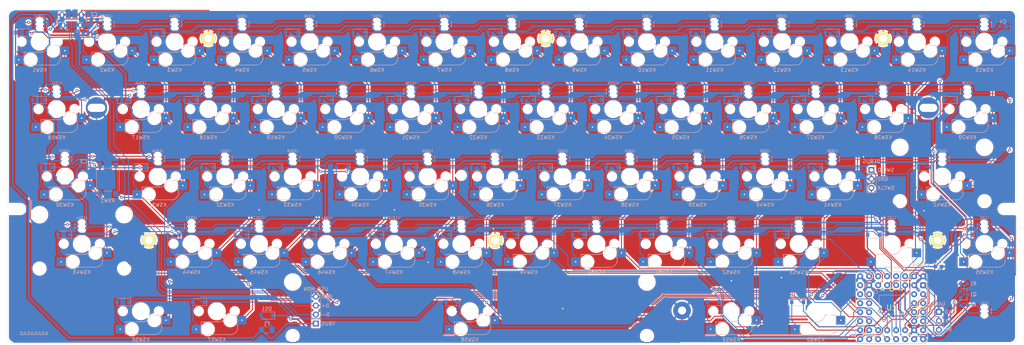
<source format=kicad_pcb>
(kicad_pcb (version 20171130) (host pcbnew "(5.1.9)-1")
  (title_block (title YUIOP60Pi) (date 2021-10-24) (rev 2) (company KaoriYa))
  (layers (0 F.Cu signal) (31 B.Cu signal) (34 B.Paste user) (35 F.Paste user) (36 B.SilkS user) (37 F.SilkS user) (38 B.Mask user) (39 F.Mask user) (44 Edge.Cuts user))
  (net 0 "")
  (net 1 "Net-(D1-Pad2)")
  (net 2 /ROW1)
  (net 3 "Net-(D2-Pad2)")
  (net 4 "Net-(D3-Pad2)")
  (net 5 "Net-(D4-Pad2)")
  (net 6 "Net-(D5-Pad2)")
  (net 7 "Net-(D6-Pad2)")
  (net 8 "Net-(D7-Pad2)")
  (net 9 "Net-(D8-Pad2)")
  (net 10 "Net-(D9-Pad2)")
  (net 11 "Net-(D10-Pad2)")
  (net 12 "Net-(D11-Pad2)")
  (net 13 "Net-(D12-Pad2)")
  (net 14 "Net-(D13-Pad2)")
  (net 15 "Net-(D14-Pad2)")
  (net 16 "Net-(D15-Pad2)")
  (net 17 "Net-(D16-Pad2)")
  (net 18 /ROW2)
  (net 19 "Net-(D17-Pad2)")
  (net 20 "Net-(D18-Pad2)")
  (net 21 "Net-(D19-Pad2)")
  (net 22 "Net-(D20-Pad2)")
  (net 23 "Net-(D21-Pad2)")
  (net 24 "Net-(D22-Pad2)")
  (net 25 "Net-(D23-Pad2)")
  (net 26 "Net-(D24-Pad2)")
  (net 27 "Net-(D25-Pad2)")
  (net 28 "Net-(D26-Pad2)")
  (net 29 "Net-(D27-Pad2)")
  (net 30 "Net-(D28-Pad2)")
  (net 31 "Net-(D29-Pad2)")
  (net 32 "Net-(D30-Pad2)")
  (net 33 /ROW3)
  (net 34 "Net-(D31-Pad2)")
  (net 35 "Net-(D32-Pad2)")
  (net 36 "Net-(D33-Pad2)")
  (net 37 "Net-(D34-Pad2)")
  (net 38 "Net-(D35-Pad2)")
  (net 39 "Net-(D36-Pad2)")
  (net 40 "Net-(D37-Pad2)")
  (net 41 "Net-(D38-Pad2)")
  (net 42 "Net-(D39-Pad2)")
  (net 43 "Net-(D40-Pad2)")
  (net 44 "Net-(D41-Pad2)")
  (net 45 "Net-(D42-Pad2)")
  (net 46 "Net-(D43-Pad2)")
  (net 47 /ROW4)
  (net 48 "Net-(D44-Pad2)")
  (net 49 "Net-(D45-Pad2)")
  (net 50 "Net-(D46-Pad2)")
  (net 51 "Net-(D47-Pad2)")
  (net 52 "Net-(D48-Pad2)")
  (net 53 "Net-(D49-Pad2)")
  (net 54 "Net-(D50-Pad2)")
  (net 55 "Net-(D51-Pad2)")
  (net 56 "Net-(D52-Pad2)")
  (net 57 "Net-(D53-Pad2)")
  (net 58 "Net-(D54-Pad2)")
  (net 59 "Net-(D55-Pad2)")
  (net 60 "Net-(D56-Pad2)")
  (net 61 /ROW5)
  (net 62 "Net-(D57-Pad2)")
  (net 63 "Net-(D58-Pad2)")
  (net 64 "Net-(D59-Pad2)")
  (net 65 "Net-(D60-Pad2)")
  (net 66 /GND)
  (net 67 "Net-(J1-Pad4)")
  (net 68 /USB_D+)
  (net 69 /USB_D-)
  (net 70 /VBUS)
  (net 71 /SWCLK)
  (net 72 /SWDIO)
  (net 73 /GPIO3)
  (net 74 /GPIO2)
  (net 75 /GPIO1)
  (net 76 /GPIO0)
  (net 77 /3V3)
  (net 78 /COL1)
  (net 79 /COL2)
  (net 80 /COL3)
  (net 81 /COL4)
  (net 82 /COL5)
  (net 83 /COL6)
  (net 84 /COL7)
  (net 85 /COL8)
  (net 86 /COL9)
  (net 87 /COL10)
  (net 88 /COL11)
  (net 89 /COL12)
  (net 90 /COL13)
  (net 91 /COL14)
  (net 92 /COL15)
  (net 93 /LED_D_5V)
  (net 94 "Net-(LED1-Pad1)")
  (net 95 "Net-(LED2-Pad1)")
  (net 96 "Net-(LED3-Pad1)")
  (net 97 "Net-(LED4-Pad1)")
  (net 98 "Net-(LED5-Pad1)")
  (net 99 "Net-(LED6-Pad1)")
  (net 100 "Net-(LED7-Pad1)")
  (net 101 "Net-(LED8-Pad1)")
  (net 102 "Net-(LED10-Pad3)")
  (net 103 "Net-(LED10-Pad1)")
  (net 104 "Net-(LED11-Pad1)")
  (net 105 "Net-(LED12-Pad1)")
  (net 106 "Net-(LED13-Pad1)")
  (net 107 "Net-(LED14-Pad1)")
  (net 108 "Net-(LED15-Pad1)")
  (net 109 "Net-(LED16-Pad1)")
  (net 110 "Net-(LED17-Pad1)")
  (net 111 "Net-(LED18-Pad1)")
  (net 112 "Net-(LED19-Pad1)")
  (net 113 "Net-(LED20-Pad1)")
  (net 114 "Net-(LED21-Pad1)")
  (net 115 "Net-(LED22-Pad1)")
  (net 116 "Net-(LED23-Pad1)")
  (net 117 "Net-(LED24-Pad1)")
  (net 118 "Net-(LED25-Pad1)")
  (net 119 "Net-(LED26-Pad1)")
  (net 120 "Net-(LED27-Pad1)")
  (net 121 "Net-(LED28-Pad1)")
  (net 122 "Net-(LED29-Pad1)")
  (net 123 "Net-(LED30-Pad1)")
  (net 124 "Net-(LED31-Pad1)")
  (net 125 "Net-(LED32-Pad1)")
  (net 126 "Net-(LED33-Pad1)")
  (net 127 "Net-(LED34-Pad1)")
  (net 128 "Net-(LED35-Pad1)")
  (net 129 "Net-(LED36-Pad1)")
  (net 130 "Net-(LED37-Pad1)")
  (net 131 "Net-(LED38-Pad1)")
  (net 132 "Net-(LED39-Pad1)")
  (net 133 "Net-(LED40-Pad1)")
  (net 134 "Net-(LED41-Pad1)")
  (net 135 "Net-(LED42-Pad1)")
  (net 136 "Net-(LED43-Pad1)")
  (net 137 "Net-(LED44-Pad1)")
  (net 138 "Net-(LED45-Pad1)")
  (net 139 "Net-(LED46-Pad1)")
  (net 140 "Net-(LED47-Pad1)")
  (net 141 "Net-(LED48-Pad1)")
  (net 142 "Net-(LED49-Pad1)")
  (net 143 "Net-(LED50-Pad1)")
  (net 144 "Net-(LED51-Pad1)")
  (net 145 "Net-(LED52-Pad1)")
  (net 146 "Net-(LED53-Pad1)")
  (net 147 "Net-(LED54-Pad1)")
  (net 148 "Net-(LED55-Pad1)")
  (net 149 "/LED Array/DOUT")
  (net 150 /LED_D_3V3)
  (net 151 /BOOTSEL)
  (net 152 "Net-(U1-Pad44)")
  (net 153 "Net-(U1-Pad43)")
  (net 154 "Net-(U1-Pad42)")
  (net 155 "Net-(U1-Pad34)")
  (net 156 "Net-(U1-Pad33)")
  (net 157 "Net-(U1-Pad32)")
  (net 158 "Net-(U1-Pad31)")
  (net 159 "Net-(U1-Pad30)")
  (net 160 /VCC)
  (net 161 "Net-(DS1-Pad2)")
  (module yuiop:Cherry_MX_Hotswap_1.0u_v2 (layer F.Cu) (at 317.275 128.26)
    (fp_text reference KSW28 (at 0 8 180) (layer B.SilkS) (effects (justify mirror)))
    (fp_text value MX_HOTSWAP hide)
    (pad 2 thru_hole circle (at -5.842 5.08) (size 1 1) (drill 0.4) (layers *.Cu *.Mask) (net 30 "Net-(D28-Pad2)"))
    (pad 1 thru_hole circle (at 7.085 2.54) (size 1 1) (drill 0.4) (layers *.Cu *.Mask) (net 90 /COL13))
    (pad "" np_thru_hole circle (at 3.81 2.54 180) (size 3 3) (drill 3) (layers *.Cu *.Mask))
    (pad "" np_thru_hole circle (at -2.54 5.08 180) (size 3 3) (drill 3) (layers *.Cu *.Mask))
    (pad 1 smd rect (at 7.085 2.54) (size 2.55 2.5) (layers B.Cu B.Paste B.Mask) (net 90 /COL13))
    (pad "" np_thru_hole circle (at 0 0 270) (size 4.1 4.1) (drill 4.1) (layers *.Cu *.Mask))
    (pad "" np_thru_hole circle (at -5.08 0 180) (size 1.9 1.9) (drill 1.9) (layers *.Cu *.Mask))
    (pad "" np_thru_hole circle (at 5.08 0 180) (size 1.9 1.9) (drill 1.9) (layers *.Cu *.Mask))
    (pad 2 smd rect (at -5.842 5.08) (size 2.55 2.5) (layers B.Cu B.Paste B.Mask) (net 30 "Net-(D28-Pad2)"))
  )
  (module yuiop:Cherry_MX_Hotswap_1.0u_v2 (layer F.Cu) (at 274.412 185.41)
    (fp_text reference KSW59 (at 0 8 180) (layer B.SilkS) (effects (justify mirror)))
    (fp_text value MX_HOTSWAP hide)
    (pad 2 thru_hole circle (at -5.842 5.08) (size 1 1) (drill 0.4) (layers *.Cu *.Mask) (net 64 "Net-(D59-Pad2)"))
    (pad 1 thru_hole circle (at 7.085 2.54) (size 1 1) (drill 0.4) (layers *.Cu *.Mask) (net 88 /COL11))
    (pad "" np_thru_hole circle (at 3.81 2.54 180) (size 3 3) (drill 3) (layers *.Cu *.Mask))
    (pad "" np_thru_hole circle (at -2.54 5.08 180) (size 3 3) (drill 3) (layers *.Cu *.Mask))
    (pad 1 smd rect (at 7.085 2.54) (size 2.55 2.5) (layers B.Cu B.Paste B.Mask) (net 88 /COL11))
    (pad "" np_thru_hole circle (at 0 0 270) (size 4.1 4.1) (drill 4.1) (layers *.Cu *.Mask))
    (pad "" np_thru_hole circle (at -5.08 0 180) (size 1.9 1.9) (drill 1.9) (layers *.Cu *.Mask))
    (pad "" np_thru_hole circle (at 5.08 0 180) (size 1.9 1.9) (drill 1.9) (layers *.Cu *.Mask))
    (pad 2 smd rect (at -5.842 5.08) (size 2.55 2.5) (layers B.Cu B.Paste B.Mask) (net 64 "Net-(D59-Pad2)"))
  )
  (module Capacitor_SMD:C_0603_1608Metric_Pad1.08x0.95mm_HandSolder (layer B.Cu) (at 351.051 104.826)
    (fp_text reference C4 (at 0 -1.27) (layer B.SilkS) (effects (justify mirror)))
    (fp_text value 10u)
    (pad 2 smd roundrect (at 0.8625 0) (size 1.075 0.95) (layers B.Cu B.Paste B.Mask) (net 66 /GND))
    (pad 1 smd roundrect (at -0.8625 0) (size 1.075 0.95) (layers B.Cu B.Paste B.Mask) (net 160 /VCC))
  )
  (module Capacitor_SMD:C_0603_1608Metric_Pad1.08x0.95mm_HandSolder (layer B.Cu) (at 91.59 144.323)
    (fp_text reference C3 (at 0 -1.27) (layer B.SilkS) (effects (justify mirror)))
    (fp_text value 10u)
    (pad 2 smd roundrect (at 0.8625 0) (size 1.075 0.95) (layers B.Cu B.Paste B.Mask) (net 66 /GND))
    (pad 1 smd roundrect (at -0.8625 0) (size 1.075 0.95) (layers B.Cu B.Paste B.Mask) (net 160 /VCC))
  )
  (module Connector_PinHeader_2.54mm:PinHeader_1x03_P2.54mm_Vertical (layer B.Cu) (at 333.017 185.598 180)
    (fp_text reference J4 hide)
    (fp_text value UART (at 0 2.286) (layer B.SilkS) (effects (justify mirror)))
    (pad 3 thru_hole oval (at 0 -5.08 180) (size 1.7 1.7) (drill 1) (layers *.Cu *.Mask) (net 75 /GPIO1))
    (pad 2 thru_hole oval (at 0 -2.54 180) (size 1.7 1.7) (drill 1) (layers *.Cu *.Mask) (net 76 /GPIO0))
    (pad 1 thru_hole rect (at 0 0 180) (size 1.7 1.7) (drill 1) (layers *.Cu *.Mask) (net 66 /GND))
  )
  (module Connector_PinHeader_2.54mm:PinHeader_1x04_P2.54mm_Vertical (layer B.Cu) (at 157.122 188.9)
    (fp_text reference J2)
    (fp_text value USB_MON (at 0 -9.779) (layer B.SilkS) (effects (justify mirror)))
    (pad 4 thru_hole oval (at 0 -7.62) (size 1.7 1.7) (drill 1) (layers *.Cu *.Mask) (net 66 /GND))
    (pad 3 thru_hole oval (at 0 -5.08) (size 1.7 1.7) (drill 1) (layers *.Cu *.Mask) (net 68 /USB_D+))
    (pad 2 thru_hole oval (at 0 -2.54) (size 1.7 1.7) (drill 1) (layers *.Cu *.Mask) (net 69 /USB_D-))
    (pad 1 thru_hole rect (at 0 0) (size 1.7 1.7) (drill 1) (layers *.Cu *.Mask) (net 70 /VBUS))
  )
  (module yuiop:PGA2040 (layer B.Cu) (at 319.675 184.41 180)
    (fp_text reference U1 (at 0 0.01) (layer F.SilkS) (effects (font (size 1.5 1.5) (thickness 0.2))))
    (fp_text value PGA2040 hide)
    (fp_text user M (at -7.62 -2.54) (layer F.SilkS) (effects (font (size 0.8 1.5) (thickness 0.2))))
    (fp_text user O (at -7.62 0) (layer F.SilkS) (effects (font (size 0.8 1.5) (thickness 0.2))))
    (fp_text user C (at -7.62 2.54) (layer F.SilkS) (effects (font (size 0.8 1.5) (thickness 0.2))))
    (fp_text user . (at -7.62 5.4) (layer F.SilkS) (effects (font (size 0.8 1.5) (thickness 0.2))))
    (fp_text user 0 (at -7.62 -7.62) (layer F.SilkS) (effects (font (size 0.8 1.5) (thickness 0.2))))
    (fp_text user 4 (at -5.08 -7.62) (layer F.SilkS) (effects (font (size 0.8 1.5) (thickness 0.2))))
    (fp_text user 0 (at -2.54 -7.62) (layer F.SilkS) (effects (font (size 0.8 1.5) (thickness 0.2))))
    (fp_text user 2 (at 0 -7.62) (layer F.SilkS) (effects (font (size 0.8 1.5) (thickness 0.2))))
    (fp_text user A (at 2.54 -7.62) (layer F.SilkS) (effects (font (size 0.8 1.5) (thickness 0.2))))
    (fp_text user G (at 5.08 -7.62) (layer F.SilkS) (effects (font (size 0.8 1.5) (thickness 0.2))))
    (fp_text user P (at 7.62 -7.62) (layer F.SilkS) (effects (font (size 0.8 1.5) (thickness 0.2))))
    (fp_text user I (at -5.08 5.08) (layer F.SilkS) (effects (font (size 0.8 1.5) (thickness 0.2))))
    (fp_text user N (at -2.54 5.08) (layer F.SilkS) (effects (font (size 0.8 1.5) (thickness 0.2))))
    (fp_text user O (at 0 5.08) (layer F.SilkS) (effects (font (size 0.8 1.5) (thickness 0.2))))
    (fp_text user R (at 2.54 5.08) (layer F.SilkS) (effects (font (size 0.8 1.5) (thickness 0.2))))
    (fp_text user O (at -5.08 7.62) (layer F.SilkS) (effects (font (size 0.8 1.5) (thickness 0.2))))
    (fp_text user M (at -2.54 7.62) (layer F.SilkS) (effects (font (size 0.8 1.5) (thickness 0.2))))
    (fp_text user I (at 0 7.62) (layer F.SilkS) (effects (font (size 0.8 1.5) (thickness 0.2))))
    (fp_text user P (at 2.54 7.62) (layer F.SilkS) (effects (font (size 0.8 1.5) (thickness 0.2))))
    (pad 48 thru_hole circle (at -8.89 8.89 180) (size 1.7 1.7) (drill 0.85) (layers *.Cu *.Mask) (net 66 /GND))
    (pad 47 thru_hole circle (at -6.35 6.35 180) (size 1.7 1.7) (drill 0.85) (layers *.Cu *.Mask) (net 66 /GND))
    (pad 46 thru_hole circle (at -6.35 8.89 180) (size 1.7 1.7) (drill 0.85) (layers *.Cu *.Mask) (net 160 /VCC))
    (pad 45 thru_hole circle (at -3.81 6.35 180) (size 1.7 1.7) (drill 0.85) (layers *.Cu *.Mask) (net 77 /3V3))
    (pad 44 thru_hole circle (at -3.81 8.89 180) (size 1.7 1.7) (drill 0.85) (layers *.Cu *.Mask) (net 152 "Net-(U1-Pad44)"))
    (pad 43 thru_hole circle (at -1.27 6.35 180) (size 1.7 1.7) (drill 0.85) (layers *.Cu *.Mask) (net 153 "Net-(U1-Pad43)"))
    (pad 42 thru_hole circle (at -1.27 8.89 180) (size 1.7 1.7) (drill 0.85) (layers *.Cu *.Mask) (net 154 "Net-(U1-Pad42)"))
    (pad 41 thru_hole circle (at 1.27 6.35 180) (size 1.7 1.7) (drill 0.85) (layers *.Cu *.Mask) (net 71 /SWCLK))
    (pad 40 thru_hole circle (at 1.27 8.89 180) (size 1.7 1.7) (drill 0.85) (layers *.Cu *.Mask) (net 68 /USB_D+))
    (pad 39 thru_hole circle (at 3.81 6.35 180) (size 1.7 1.7) (drill 0.85) (layers *.Cu *.Mask) (net 72 /SWDIO))
    (pad 38 thru_hole circle (at 3.81 8.89 180) (size 1.7 1.7) (drill 0.85) (layers *.Cu *.Mask) (net 69 /USB_D-))
    (pad 37 thru_hole circle (at 6.35 8.89 180) (size 1.7 1.7) (drill 0.85) (layers *.Cu *.Mask) (net 151 /BOOTSEL))
    (pad 36 thru_hole circle (at 8.89 8.89 180) (size 1.7 1.7) (drill 0.85) (layers *.Cu *.Mask) (net 66 /GND))
    (pad 35 thru_hole circle (at 6.35 6.35 180) (size 1.7 1.7) (drill 0.85) (layers *.Cu *.Mask) (net 66 /GND))
    (pad 34 thru_hole circle (at 8.89 6.35 180) (size 1.7 1.7) (drill 0.85) (layers *.Cu *.Mask) (net 155 "Net-(U1-Pad34)"))
    (pad 33 thru_hole circle (at 6.35 3.81 180) (size 1.7 1.7) (drill 0.85) (layers *.Cu *.Mask) (net 156 "Net-(U1-Pad33)"))
    (pad 32 thru_hole circle (at 8.89 3.81 180) (size 1.7 1.7) (drill 0.85) (layers *.Cu *.Mask) (net 157 "Net-(U1-Pad32)"))
    (pad 31 thru_hole circle (at 6.35 1.27 180) (size 1.7 1.7) (drill 0.85) (layers *.Cu *.Mask) (net 158 "Net-(U1-Pad31)"))
    (pad 30 thru_hole circle (at 8.89 1.27 180) (size 1.7 1.7) (drill 0.85) (layers *.Cu *.Mask) (net 159 "Net-(U1-Pad30)"))
    (pad 29 thru_hole circle (at 6.35 -1.27 180) (size 1.7 1.7) (drill 0.85) (layers *.Cu *.Mask) (net 78 /COL1))
    (pad 28 thru_hole circle (at 8.89 -1.27 180) (size 1.7 1.7) (drill 0.85) (layers *.Cu *.Mask) (net 79 /COL2))
    (pad 27 thru_hole circle (at 6.35 -3.81 180) (size 1.7 1.7) (drill 0.85) (layers *.Cu *.Mask) (net 80 /COL3))
    (pad 26 thru_hole circle (at 8.89 -3.81 180) (size 1.7 1.7) (drill 0.85) (layers *.Cu *.Mask) (net 81 /COL4))
    (pad 25 thru_hole circle (at 8.89 -6.35 180) (size 1.7 1.7) (drill 0.85) (layers *.Cu *.Mask) (net 82 /COL5))
    (pad 24 thru_hole circle (at 8.89 -8.89 180) (size 1.7 1.7) (drill 0.85) (layers *.Cu *.Mask) (net 66 /GND))
    (pad 23 thru_hole circle (at 6.35 -6.35 180) (size 1.7 1.7) (drill 0.85) (layers *.Cu *.Mask) (net 66 /GND))
    (pad 22 thru_hole circle (at 6.35 -8.89 180) (size 1.7 1.7) (drill 0.85) (layers *.Cu *.Mask) (net 83 /COL6))
    (pad 21 thru_hole circle (at 3.81 -6.35 180) (size 1.7 1.7) (drill 0.85) (layers *.Cu *.Mask) (net 84 /COL7))
    (pad 20 thru_hole circle (at 3.81 -8.89 180) (size 1.7 1.7) (drill 0.85) (layers *.Cu *.Mask) (net 85 /COL8))
    (pad 19 thru_hole circle (at 1.27 -6.35 180) (size 1.7 1.7) (drill 0.85) (layers *.Cu *.Mask) (net 86 /COL9))
    (pad 18 thru_hole circle (at 1.27 -8.89 180) (size 1.7 1.7) (drill 0.85) (layers *.Cu *.Mask) (net 87 /COL10))
    (pad 17 thru_hole circle (at -1.27 -6.35 180) (size 1.7 1.7) (drill 0.85) (layers *.Cu *.Mask) (net 88 /COL11))
    (pad 16 thru_hole circle (at -1.27 -8.89 180) (size 1.7 1.7) (drill 0.85) (layers *.Cu *.Mask) (net 89 /COL12))
    (pad 15 thru_hole circle (at -3.81 -6.35 180) (size 1.7 1.7) (drill 0.85) (layers *.Cu *.Mask) (net 90 /COL13))
    (pad 14 thru_hole circle (at -3.81 -8.89 180) (size 1.7 1.7) (drill 0.85) (layers *.Cu *.Mask) (net 91 /COL14))
    (pad 13 thru_hole circle (at -6.35 -8.89 180) (size 1.7 1.7) (drill 0.85) (layers *.Cu *.Mask) (net 92 /COL15))
    (pad 12 thru_hole circle (at -8.89 -8.89 180) (size 1.7 1.7) (drill 0.85) (layers *.Cu *.Mask) (net 66 /GND))
    (pad 11 thru_hole circle (at -6.35 -6.35 180) (size 1.7 1.7) (drill 0.85) (layers *.Cu *.Mask) (net 66 /GND))
    (pad 10 thru_hole circle (at -8.89 -6.35 180) (size 1.7 1.7) (drill 0.85) (layers *.Cu *.Mask) (net 150 /LED_D_3V3))
    (pad 9 thru_hole circle (at -6.35 -3.81 180) (size 1.7 1.7) (drill 0.85) (layers *.Cu *.Mask) (net 2 /ROW1))
    (pad 8 thru_hole circle (at -8.89 -3.81 180) (size 1.7 1.7) (drill 0.85) (layers *.Cu *.Mask) (net 18 /ROW2))
    (pad 7 thru_hole circle (at -6.35 -1.27 180) (size 1.7 1.7) (drill 0.85) (layers *.Cu *.Mask) (net 33 /ROW3))
    (pad 6 thru_hole circle (at -8.89 -1.27 180) (size 1.7 1.7) (drill 0.85) (layers *.Cu *.Mask) (net 47 /ROW4))
    (pad 5 thru_hole circle (at -6.35 1.27 180) (size 1.7 1.7) (drill 0.85) (layers *.Cu *.Mask) (net 61 /ROW5))
    (pad 4 thru_hole circle (at -8.89 1.27 180) (size 1.7 1.7) (drill 0.85) (layers *.Cu *.Mask) (net 73 /GPIO3))
    (pad 3 thru_hole circle (at -6.35 3.81 180) (size 1.7 1.7) (drill 0.85) (layers *.Cu *.Mask) (net 74 /GPIO2))
    (pad 2 thru_hole circle (at -8.89 3.81 180) (size 1.7 1.7) (drill 0.85) (layers *.Cu *.Mask) (net 75 /GPIO1))
    (pad 1 thru_hole roundrect (at -8.89 6.35 180) (size 1.7 1.7) (drill 0.85) (layers *.Cu *.Mask) (net 76 /GPIO0))
  )
  (module Fuse:Fuse_1206_3216Metric_Pad1.42x1.75mm_HandSolder (layer B.Cu) (at 143.279 190.678 180)
    (fp_text reference F1 (at 0 1.82) (layer B.SilkS) (effects (justify mirror)))
    (fp_text value Fuse)
    (pad 2 smd roundrect (at 1.4875 0 180) (size 1.425 1.75) (layers B.Cu B.Paste B.Mask) (roundrect_rratio 0.175439) (net 70 /VBUS))
    (pad 1 smd roundrect (at -1.4875 0 180) (size 1.425 1.75) (layers B.Cu B.Paste B.Mask) (roundrect_rratio 0.175439) (net 161 "Net-(DS1-Pad2)"))
  )
  (module Diode_SMD:D_SOD-123 (layer B.Cu) (at 143.279 186.614 180)
    (fp_text reference DS1 (at 0 1.9) (layer B.SilkS) (effects (justify mirror)))
    (fp_text value D_Schottky)
    (pad 2 smd rect (at 1.65 0 180) (size 0.9 1.2) (layers B.Cu B.Paste B.Mask) (net 161 "Net-(DS1-Pad2)"))
    (pad 1 smd rect (at -1.65 0 180) (size 0.9 1.2) (layers B.Cu B.Paste B.Mask) (net 160 /VCC))
  )
  (module Capacitor_SMD:C_0603_1608Metric_Pad1.08x0.95mm_HandSolder (layer B.Cu) (at 94.5375 102.921 180)
    (fp_text reference C2 (at 0 1.43) (layer B.SilkS) (effects (justify mirror)))
    (fp_text value 10u)
    (pad 2 smd roundrect (at 0.8625 0 180) (size 1.075 0.95) (layers B.Cu B.Paste B.Mask) (net 66 /GND))
    (pad 1 smd roundrect (at -0.8625 0 180) (size 1.075 0.95) (layers B.Cu B.Paste B.Mask) (net 160 /VCC))
  )
  (module Capacitor_SMD:C_0603_1608Metric_Pad1.08x0.95mm_HandSolder (layer B.Cu) (at 332.89 172.771)
    (fp_text reference C1 (at 0 -1.397) (layer B.SilkS) (effects (justify mirror)))
    (fp_text value 10u)
    (pad 2 smd roundrect (at 0.8625 0) (size 1.075 0.95) (layers B.Cu B.Paste B.Mask) (net 66 /GND))
    (pad 1 smd roundrect (at -0.8625 0) (size 1.075 0.95) (layers B.Cu B.Paste B.Mask) (net 160 /VCC))
  )
  (module yuiop:Hole_2.2_4 (layer F.Cu) (at 332.65 165.3 180)
    (fp_text reference HOLE12 hide)
    (fp_text value Hole_2.2_4 hide)
    (pad "" thru_hole circle (at 0 0 180) (size 4 4) (drill 2.2) (layers *.Cu *.Mask F.SilkS) (net 66 /GND))
  )
  (module yuiop:Hole_2.2_4 (layer F.Cu) (at 110 165.3 180)
    (fp_text reference HOLE10 hide)
    (fp_text value Hole_2.2_4 hide)
    (pad "" thru_hole circle (at 0 0 180) (size 4 4) (drill 2.2) (layers *.Cu *.Mask F.SilkS) (net 66 /GND))
  )
  (module yuiop:Hole_2.2_4 (layer F.Cu) (at 207.738 165.4 180)
    (fp_text reference HOLE11 hide)
    (fp_text value Hole_2.2_4 hide)
    (pad "" thru_hole circle (at 0 0 180) (size 4 4) (drill 2.2) (layers *.Cu *.Mask F.SilkS) (net 66 /GND))
  )
  (module yuiop:Hole_2.2_4 (layer F.Cu) (at 317.275 108.3 180)
    (fp_text reference HOLE9 hide)
    (fp_text value Hole_2.2_4 hide)
    (pad "" thru_hole circle (at 0 0 180) (size 4 4) (drill 2.2) (layers *.Cu *.Mask F.SilkS) (net 66 /GND))
  )
  (module yuiop:Hole_2.2_4 (layer F.Cu) (at 222.025 108.31 180)
    (fp_text reference HOLE8 hide)
    (fp_text value Hole_2.2_4 hide)
    (pad "" thru_hole circle (at 0 0 180) (size 4 4) (drill 2.2) (layers *.Cu *.Mask F.SilkS) (net 66 /GND))
  )
  (module yuiop:Hole_2.2_4 (layer F.Cu) (at 126.775 108.3 180)
    (fp_text reference HOLE7 hide)
    (fp_text value Hole_2.2_4 hide)
    (pad "" thru_hole circle (at 0 0 180) (size 4 4) (drill 2.2) (layers *.Cu *.Mask F.SilkS) (net 66 /GND))
  )
  (module yuiop:Hole_7x2.5_10x5 (layer F.Cu) (at 353.54 156.5)
    (fp_text reference HOLE6 hide)
    (fp_text value Hole_7x2.5 hide)
    (pad "" np_thru_hole oval (at 0 0) (size 7 2.5) (drill oval 7 2.5) (layers *.Cu *.Mask))
  )
  (module yuiop:Hole_7x2.5_10x5 (layer F.Cu) (at 71.46 156.5)
    (fp_text reference HOLE5 hide)
    (fp_text value Hole_7x2.5 hide)
    (pad "" np_thru_hole oval (at 0 0) (size 7 2.5) (drill oval 7 2.5) (layers *.Cu *.Mask))
  )
  (module yuiop:Hole_5x2.5_7 (layer F.Cu) (at 260.5 185.2)
    (fp_text reference HOLE4 hide)
    (fp_text value Hole_5x2.3_6 hide)
    (pad "" thru_hole circle (at 0 0) (size 5 5) (drill 2.3) (layers *.Cu *.Mask) (net 66 /GND))
  )
  (module yuiop:Hole_5x2.5_7 (layer F.Cu) (at 198.2 147)
    (fp_text reference HOLE3 hide)
    (fp_text value Hole_2.3 hide)
    (pad "" np_thru_hole circle (at 0 0) (size 2.2 2.2) (drill 2.2) (layers *.Cu *.Mask))
  )
  (module yuiop:Hole_5x2.5_7 (layer F.Cu) (at 330.05 127.91)
    (fp_text reference HOLE2 hide)
    (fp_text value Hole_5x2.3_6 hide)
    (pad "" thru_hole circle (at 0 0) (size 6 6) (drill oval 5 2.3) (layers *.Cu *.Mask) (net 66 /GND))
  )
  (module yuiop:Hole_5x2.5_7 (layer F.Cu) (at 95.2 127.9)
    (fp_text reference HOLE1 hide)
    (fp_text value Hole_5x2.3_6 hide)
    (pad "" thru_hole circle (at 0 0) (size 6 6) (drill oval 5 2.3) (layers *.Cu *.Mask) (net 66 /GND))
  )
  (module yuiop:Cherry_MX_Stabilizer_6.25u (layer F.Cu) (at 200.594 185.41)
    (fp_text reference STB2 hide)
    (fp_text value Cherry_MX_Stabilizer_6.25u hide)
    (pad "" np_thru_hole circle (at -50 -8.255 180) (size 3.9878 3.9878) (drill 3.9878) (layers *.Cu *.Mask))
    (pad "" np_thru_hole circle (at 50 6.985 180) (size 3.048 3.048) (drill 3.048) (layers *.Cu *.Mask))
    (pad "" np_thru_hole circle (at 50 -8.255 180) (size 3.9878 3.9878) (drill 3.9878) (layers *.Cu *.Mask))
    (pad "" np_thru_hole circle (at -50 6.985 180) (size 3.048 3.048) (drill 3.048) (layers *.Cu *.Mask))
  )
  (module yuiop:Cherry_MX_Stabilizer (layer F.Cu) (at 91.0562 166.36)
    (fp_text reference STB1 hide)
    (fp_text value Cherry_MX_Stabilizer hide)
    (pad "" np_thru_hole circle (at -11.938 6.985 180) (size 3.048 3.048) (drill 3.048) (layers *.Cu *.Mask))
    (pad "" np_thru_hole circle (at -11.938 -8.255 180) (size 3.9878 3.9878) (drill 3.9878) (layers *.Cu *.Mask))
    (pad "" np_thru_hole circle (at 11.938 -8.255 180) (size 3.9878 3.9878) (drill 3.9878) (layers *.Cu *.Mask))
    (pad "" np_thru_hole circle (at 11.938 6.985 180) (size 3.048 3.048) (drill 3.048) (layers *.Cu *.Mask))
  )
  (module yuiop:Cherry_MX_Stabilizer (layer F.Cu) (at 333.944 147.31)
    (fp_text reference STB3 hide)
    (fp_text value Cherry_MX_Stabilizer hide)
    (pad "" np_thru_hole circle (at -11.938 6.985 180) (size 3.048 3.048) (drill 3.048) (layers *.Cu *.Mask))
    (pad "" np_thru_hole circle (at -11.938 -8.255 180) (size 3.9878 3.9878) (drill 3.9878) (layers *.Cu *.Mask))
    (pad "" np_thru_hole circle (at 11.938 -8.255 180) (size 3.9878 3.9878) (drill 3.9878) (layers *.Cu *.Mask))
    (pad "" np_thru_hole circle (at 11.938 6.985 180) (size 3.048 3.048) (drill 3.048) (layers *.Cu *.Mask))
  )
  (module Button_Switch_SMD:SW_Push_1P1T_NO_6x6mm_H9.5mm (layer B.Cu) (at 98.4 148.2 90)
    (fp_text reference RSW1 (at -5.92516 -0.025 180) (layer B.SilkS) (effects (justify mirror)))
    (fp_text value RESET)
    (pad 2 smd rect (at 3.975 -2.25 90) (size 1.55 1.3) (layers B.Cu B.Paste B.Mask) (net 66 /GND))
    (pad 1 smd rect (at 3.975 2.25 90) (size 1.55 1.3) (layers B.Cu B.Paste B.Mask) (net 151 /BOOTSEL))
    (pad 1 smd rect (at -3.975 2.25 90) (size 1.55 1.3) (layers B.Cu B.Paste B.Mask) (net 151 /BOOTSEL))
    (pad 2 smd rect (at -3.975 -2.25 90) (size 1.55 1.3) (layers B.Cu B.Paste B.Mask) (net 66 /GND))
  )
  (module Resistor_SMD:R_0603_1608Metric_Pad0.98x0.95mm_HandSolder (layer B.Cu) (at 340.129 183.693)
    (fp_text reference R2 (at 2.54 0) (layer B.SilkS) (effects (justify mirror)))
    (fp_text value 10K)
    (pad 2 smd roundrect (at 0.9125 0) (size 0.975 0.95) (layers B.Cu B.Paste B.Mask) (net 93 /LED_D_5V))
    (pad 1 smd roundrect (at -0.9125 0) (size 0.975 0.95) (layers B.Cu B.Paste B.Mask) (net 160 /VCC))
  )
  (module Resistor_SMD:R_0603_1608Metric_Pad0.98x0.95mm_HandSolder (layer B.Cu) (at 340.129 177.597 180)
    (fp_text reference R1 (at -2.54 0) (layer B.SilkS) (effects (justify mirror)))
    (fp_text value 10K)
    (pad 2 smd roundrect (at 0.9125 0 180) (size 0.975 0.95) (layers B.Cu B.Paste B.Mask) (net 150 /LED_D_3V3))
    (pad 1 smd roundrect (at -0.9125 0 180) (size 0.975 0.95) (layers B.Cu B.Paste B.Mask) (net 77 /3V3))
  )
  (module Package_TO_SOT_SMD:SOT-23 (layer B.Cu) (at 340.129 180.645)
    (fp_text reference Q1 (at 2.54 0) (layer B.SilkS) (effects (justify mirror)))
    (fp_text value BSS138)
    (pad 3 smd rect (at 1 0) (size 0.9 0.8) (layers B.Cu B.Paste B.Mask) (net 93 /LED_D_5V))
    (pad 2 smd rect (at -1 -0.95) (size 0.9 0.8) (layers B.Cu B.Paste B.Mask) (net 150 /LED_D_3V3))
    (pad 1 smd rect (at -1 0.95) (size 0.9 0.8) (layers B.Cu B.Paste B.Mask) (net 77 /3V3))
  )
  (module yuiop:LED_WS2812C-2020_BackMount_v2 (layer F.Cu) (at 345.85 104.25 180)
    (fp_text reference LED56 (at 0 2.3 180) (layer B.SilkS) (effects (font (size 0.66 0.66) (thickness 0.1)) (justify mirror)))
    (fp_text value WS2812C-2020)
    (pad "" np_thru_hole oval (at 0 0 180) (size 1.5 3.15) (drill oval 1.5 3.15) (layers *.Cu *.Mask))
    (pad 3 smd rect (at 1.25 0.55) (size 0.6 0.7) (layers B.Cu B.Paste B.Mask) (net 148 "Net-(LED55-Pad1)"))
    (pad 4 smd rect (at 1.25 -0.55) (size 0.6 0.7) (layers B.Cu B.Paste B.Mask) (net 160 /VCC))
    (pad 1 smd rect (at -1.25 -0.55) (size 0.6 0.7) (layers B.Cu B.Paste B.Mask) (net 149 "/LED Array/DOUT"))
    (pad 2 smd rect (at -1.25 0.55) (size 0.6 0.7) (layers B.Cu B.Paste B.Mask) (net 66 /GND))
  )
  (module yuiop:LED_WS2812C-2020_BackMount_v2 (layer F.Cu) (at 326.8 104.25 180)
    (fp_text reference LED55 (at 0 2.3 180) (layer B.SilkS) (effects (font (size 0.66 0.66) (thickness 0.1)) (justify mirror)))
    (fp_text value WS2812C-2020)
    (pad "" np_thru_hole oval (at 0 0 180) (size 1.5 3.15) (drill oval 1.5 3.15) (layers *.Cu *.Mask))
    (pad 3 smd rect (at 1.25 0.55) (size 0.6 0.7) (layers B.Cu B.Paste B.Mask) (net 147 "Net-(LED54-Pad1)"))
    (pad 4 smd rect (at 1.25 -0.55) (size 0.6 0.7) (layers B.Cu B.Paste B.Mask) (net 160 /VCC))
    (pad 1 smd rect (at -1.25 -0.55) (size 0.6 0.7) (layers B.Cu B.Paste B.Mask) (net 148 "Net-(LED55-Pad1)"))
    (pad 2 smd rect (at -1.25 0.55) (size 0.6 0.7) (layers B.Cu B.Paste B.Mask) (net 66 /GND))
  )
  (module yuiop:LED_WS2812C-2020_BackMount_v2 (layer F.Cu) (at 307.75 104.25 180)
    (fp_text reference LED54 (at 0 2.3 180) (layer B.SilkS) (effects (font (size 0.66 0.66) (thickness 0.1)) (justify mirror)))
    (fp_text value WS2812C-2020)
    (pad "" np_thru_hole oval (at 0 0 180) (size 1.5 3.15) (drill oval 1.5 3.15) (layers *.Cu *.Mask))
    (pad 3 smd rect (at 1.25 0.55) (size 0.6 0.7) (layers B.Cu B.Paste B.Mask) (net 146 "Net-(LED53-Pad1)"))
    (pad 4 smd rect (at 1.25 -0.55) (size 0.6 0.7) (layers B.Cu B.Paste B.Mask) (net 160 /VCC))
    (pad 1 smd rect (at -1.25 -0.55) (size 0.6 0.7) (layers B.Cu B.Paste B.Mask) (net 147 "Net-(LED54-Pad1)"))
    (pad 2 smd rect (at -1.25 0.55) (size 0.6 0.7) (layers B.Cu B.Paste B.Mask) (net 66 /GND))
  )
  (module yuiop:LED_WS2812C-2020_BackMount_v2 (layer F.Cu) (at 288.7 104.25 180)
    (fp_text reference LED53 (at 0 2.3 180) (layer B.SilkS) (effects (font (size 0.66 0.66) (thickness 0.1)) (justify mirror)))
    (fp_text value WS2812C-2020)
    (pad "" np_thru_hole oval (at 0 0 180) (size 1.5 3.15) (drill oval 1.5 3.15) (layers *.Cu *.Mask))
    (pad 3 smd rect (at 1.25 0.55) (size 0.6 0.7) (layers B.Cu B.Paste B.Mask) (net 145 "Net-(LED52-Pad1)"))
    (pad 4 smd rect (at 1.25 -0.55) (size 0.6 0.7) (layers B.Cu B.Paste B.Mask) (net 160 /VCC))
    (pad 1 smd rect (at -1.25 -0.55) (size 0.6 0.7) (layers B.Cu B.Paste B.Mask) (net 146 "Net-(LED53-Pad1)"))
    (pad 2 smd rect (at -1.25 0.55) (size 0.6 0.7) (layers B.Cu B.Paste B.Mask) (net 66 /GND))
  )
  (module yuiop:LED_WS2812C-2020_BackMount_v2 (layer F.Cu) (at 269.65 104.25 180)
    (fp_text reference LED52 (at 0 2.3 180) (layer B.SilkS) (effects (font (size 0.66 0.66) (thickness 0.1)) (justify mirror)))
    (fp_text value WS2812C-2020)
    (pad "" np_thru_hole oval (at 0 0 180) (size 1.5 3.15) (drill oval 1.5 3.15) (layers *.Cu *.Mask))
    (pad 3 smd rect (at 1.25 0.55) (size 0.6 0.7) (layers B.Cu B.Paste B.Mask) (net 144 "Net-(LED51-Pad1)"))
    (pad 4 smd rect (at 1.25 -0.55) (size 0.6 0.7) (layers B.Cu B.Paste B.Mask) (net 160 /VCC))
    (pad 1 smd rect (at -1.25 -0.55) (size 0.6 0.7) (layers B.Cu B.Paste B.Mask) (net 145 "Net-(LED52-Pad1)"))
    (pad 2 smd rect (at -1.25 0.55) (size 0.6 0.7) (layers B.Cu B.Paste B.Mask) (net 66 /GND))
  )
  (module yuiop:LED_WS2812C-2020_BackMount_v2 (layer F.Cu) (at 250.6 104.25 180)
    (fp_text reference LED51 (at 0 2.3 180) (layer B.SilkS) (effects (font (size 0.66 0.66) (thickness 0.1)) (justify mirror)))
    (fp_text value WS2812C-2020)
    (pad "" np_thru_hole oval (at 0 0 180) (size 1.5 3.15) (drill oval 1.5 3.15) (layers *.Cu *.Mask))
    (pad 3 smd rect (at 1.25 0.55) (size 0.6 0.7) (layers B.Cu B.Paste B.Mask) (net 143 "Net-(LED50-Pad1)"))
    (pad 4 smd rect (at 1.25 -0.55) (size 0.6 0.7) (layers B.Cu B.Paste B.Mask) (net 160 /VCC))
    (pad 1 smd rect (at -1.25 -0.55) (size 0.6 0.7) (layers B.Cu B.Paste B.Mask) (net 144 "Net-(LED51-Pad1)"))
    (pad 2 smd rect (at -1.25 0.55) (size 0.6 0.7) (layers B.Cu B.Paste B.Mask) (net 66 /GND))
  )
  (module yuiop:LED_WS2812C-2020_BackMount_v2 (layer F.Cu) (at 231.55 104.25 180)
    (fp_text reference LED50 (at 0 2.3 180) (layer B.SilkS) (effects (font (size 0.66 0.66) (thickness 0.1)) (justify mirror)))
    (fp_text value WS2812C-2020)
    (pad "" np_thru_hole oval (at 0 0 180) (size 1.5 3.15) (drill oval 1.5 3.15) (layers *.Cu *.Mask))
    (pad 3 smd rect (at 1.25 0.55) (size 0.6 0.7) (layers B.Cu B.Paste B.Mask) (net 142 "Net-(LED49-Pad1)"))
    (pad 4 smd rect (at 1.25 -0.55) (size 0.6 0.7) (layers B.Cu B.Paste B.Mask) (net 160 /VCC))
    (pad 1 smd rect (at -1.25 -0.55) (size 0.6 0.7) (layers B.Cu B.Paste B.Mask) (net 143 "Net-(LED50-Pad1)"))
    (pad 2 smd rect (at -1.25 0.55) (size 0.6 0.7) (layers B.Cu B.Paste B.Mask) (net 66 /GND))
  )
  (module yuiop:LED_WS2812C-2020_BackMount_v2 (layer F.Cu) (at 212.5 104.25 180)
    (fp_text reference LED49 (at 0 2.3 180) (layer B.SilkS) (effects (font (size 0.66 0.66) (thickness 0.1)) (justify mirror)))
    (fp_text value WS2812C-2020)
    (pad "" np_thru_hole oval (at 0 0 180) (size 1.5 3.15) (drill oval 1.5 3.15) (layers *.Cu *.Mask))
    (pad 3 smd rect (at 1.25 0.55) (size 0.6 0.7) (layers B.Cu B.Paste B.Mask) (net 141 "Net-(LED48-Pad1)"))
    (pad 4 smd rect (at 1.25 -0.55) (size 0.6 0.7) (layers B.Cu B.Paste B.Mask) (net 160 /VCC))
    (pad 1 smd rect (at -1.25 -0.55) (size 0.6 0.7) (layers B.Cu B.Paste B.Mask) (net 142 "Net-(LED49-Pad1)"))
    (pad 2 smd rect (at -1.25 0.55) (size 0.6 0.7) (layers B.Cu B.Paste B.Mask) (net 66 /GND))
  )
  (module yuiop:LED_WS2812C-2020_BackMount_v2 (layer F.Cu) (at 193.45 104.25 180)
    (fp_text reference LED48 (at 0 2.3 180) (layer B.SilkS) (effects (font (size 0.66 0.66) (thickness 0.1)) (justify mirror)))
    (fp_text value WS2812C-2020)
    (pad "" np_thru_hole oval (at 0 0 180) (size 1.5 3.15) (drill oval 1.5 3.15) (layers *.Cu *.Mask))
    (pad 3 smd rect (at 1.25 0.55) (size 0.6 0.7) (layers B.Cu B.Paste B.Mask) (net 140 "Net-(LED47-Pad1)"))
    (pad 4 smd rect (at 1.25 -0.55) (size 0.6 0.7) (layers B.Cu B.Paste B.Mask) (net 160 /VCC))
    (pad 1 smd rect (at -1.25 -0.55) (size 0.6 0.7) (layers B.Cu B.Paste B.Mask) (net 141 "Net-(LED48-Pad1)"))
    (pad 2 smd rect (at -1.25 0.55) (size 0.6 0.7) (layers B.Cu B.Paste B.Mask) (net 66 /GND))
  )
  (module yuiop:LED_WS2812C-2020_BackMount_v2 (layer F.Cu) (at 174.4 104.25 180)
    (fp_text reference LED47 (at 0 2.3 180) (layer B.SilkS) (effects (font (size 0.66 0.66) (thickness 0.1)) (justify mirror)))
    (fp_text value WS2812C-2020)
    (pad "" np_thru_hole oval (at 0 0 180) (size 1.5 3.15) (drill oval 1.5 3.15) (layers *.Cu *.Mask))
    (pad 3 smd rect (at 1.25 0.55) (size 0.6 0.7) (layers B.Cu B.Paste B.Mask) (net 139 "Net-(LED46-Pad1)"))
    (pad 4 smd rect (at 1.25 -0.55) (size 0.6 0.7) (layers B.Cu B.Paste B.Mask) (net 160 /VCC))
    (pad 1 smd rect (at -1.25 -0.55) (size 0.6 0.7) (layers B.Cu B.Paste B.Mask) (net 140 "Net-(LED47-Pad1)"))
    (pad 2 smd rect (at -1.25 0.55) (size 0.6 0.7) (layers B.Cu B.Paste B.Mask) (net 66 /GND))
  )
  (module yuiop:LED_WS2812C-2020_BackMount_v2 (layer F.Cu) (at 155.35 104.25 180)
    (fp_text reference LED46 (at 0 2.3 180) (layer B.SilkS) (effects (font (size 0.66 0.66) (thickness 0.1)) (justify mirror)))
    (fp_text value WS2812C-2020)
    (pad "" np_thru_hole oval (at 0 0 180) (size 1.5 3.15) (drill oval 1.5 3.15) (layers *.Cu *.Mask))
    (pad 3 smd rect (at 1.25 0.55) (size 0.6 0.7) (layers B.Cu B.Paste B.Mask) (net 138 "Net-(LED45-Pad1)"))
    (pad 4 smd rect (at 1.25 -0.55) (size 0.6 0.7) (layers B.Cu B.Paste B.Mask) (net 160 /VCC))
    (pad 1 smd rect (at -1.25 -0.55) (size 0.6 0.7) (layers B.Cu B.Paste B.Mask) (net 139 "Net-(LED46-Pad1)"))
    (pad 2 smd rect (at -1.25 0.55) (size 0.6 0.7) (layers B.Cu B.Paste B.Mask) (net 66 /GND))
  )
  (module yuiop:LED_WS2812C-2020_BackMount_v2 (layer F.Cu) (at 136.3 104.25 180)
    (fp_text reference LED45 (at 0 2.3 180) (layer B.SilkS) (effects (font (size 0.66 0.66) (thickness 0.1)) (justify mirror)))
    (fp_text value WS2812C-2020)
    (pad "" np_thru_hole oval (at 0 0 180) (size 1.5 3.15) (drill oval 1.5 3.15) (layers *.Cu *.Mask))
    (pad 3 smd rect (at 1.25 0.55) (size 0.6 0.7) (layers B.Cu B.Paste B.Mask) (net 137 "Net-(LED44-Pad1)"))
    (pad 4 smd rect (at 1.25 -0.55) (size 0.6 0.7) (layers B.Cu B.Paste B.Mask) (net 160 /VCC))
    (pad 1 smd rect (at -1.25 -0.55) (size 0.6 0.7) (layers B.Cu B.Paste B.Mask) (net 138 "Net-(LED45-Pad1)"))
    (pad 2 smd rect (at -1.25 0.55) (size 0.6 0.7) (layers B.Cu B.Paste B.Mask) (net 66 /GND))
  )
  (module yuiop:LED_WS2812C-2020_BackMount_v2 (layer F.Cu) (at 117.25 104.25 180)
    (fp_text reference LED44 (at 0 2.3 180) (layer B.SilkS) (effects (font (size 0.66 0.66) (thickness 0.1)) (justify mirror)))
    (fp_text value WS2812C-2020)
    (pad "" np_thru_hole oval (at 0 0 180) (size 1.5 3.15) (drill oval 1.5 3.15) (layers *.Cu *.Mask))
    (pad 3 smd rect (at 1.25 0.55) (size 0.6 0.7) (layers B.Cu B.Paste B.Mask) (net 136 "Net-(LED43-Pad1)"))
    (pad 4 smd rect (at 1.25 -0.55) (size 0.6 0.7) (layers B.Cu B.Paste B.Mask) (net 160 /VCC))
    (pad 1 smd rect (at -1.25 -0.55) (size 0.6 0.7) (layers B.Cu B.Paste B.Mask) (net 137 "Net-(LED44-Pad1)"))
    (pad 2 smd rect (at -1.25 0.55) (size 0.6 0.7) (layers B.Cu B.Paste B.Mask) (net 66 /GND))
  )
  (module yuiop:LED_WS2812C-2020_BackMount_v2 (layer F.Cu) (at 98.2 104.25 180)
    (fp_text reference LED43 (at 0 2.3 180) (layer B.SilkS) (effects (font (size 0.66 0.66) (thickness 0.1)) (justify mirror)))
    (fp_text value WS2812C-2020)
    (pad "" np_thru_hole oval (at 0 0 180) (size 1.5 3.15) (drill oval 1.5 3.15) (layers *.Cu *.Mask))
    (pad 3 smd rect (at 1.25 0.55) (size 0.6 0.7) (layers B.Cu B.Paste B.Mask) (net 135 "Net-(LED42-Pad1)"))
    (pad 4 smd rect (at 1.25 -0.55) (size 0.6 0.7) (layers B.Cu B.Paste B.Mask) (net 160 /VCC))
    (pad 1 smd rect (at -1.25 -0.55) (size 0.6 0.7) (layers B.Cu B.Paste B.Mask) (net 136 "Net-(LED43-Pad1)"))
    (pad 2 smd rect (at -1.25 0.55) (size 0.6 0.7) (layers B.Cu B.Paste B.Mask) (net 66 /GND))
  )
  (module yuiop:LED_WS2812C-2020_BackMount_v2 (layer F.Cu) (at 79.15 104.25 180)
    (fp_text reference LED42 (at 0 2.3 180) (layer B.SilkS) (effects (font (size 0.66 0.66) (thickness 0.1)) (justify mirror)))
    (fp_text value WS2812C-2020)
    (pad "" np_thru_hole oval (at 0 0 180) (size 1.5 3.15) (drill oval 1.5 3.15) (layers *.Cu *.Mask))
    (pad 3 smd rect (at 1.25 0.55) (size 0.6 0.7) (layers B.Cu B.Paste B.Mask) (net 134 "Net-(LED41-Pad1)"))
    (pad 4 smd rect (at 1.25 -0.55) (size 0.6 0.7) (layers B.Cu B.Paste B.Mask) (net 160 /VCC))
    (pad 1 smd rect (at -1.25 -0.55) (size 0.6 0.7) (layers B.Cu B.Paste B.Mask) (net 135 "Net-(LED42-Pad1)"))
    (pad 2 smd rect (at -1.25 0.55) (size 0.6 0.7) (layers B.Cu B.Paste B.Mask) (net 66 /GND))
  )
  (module yuiop:LED_WS2812C-2020_BackMount_v2 (layer F.Cu) (at 83.9125 123.3)
    (fp_text reference LED41 (at 0 -2.3837) (layer B.SilkS) (effects (font (size 0.66 0.66) (thickness 0.1)) (justify mirror)))
    (fp_text value WS2812C-2020)
    (pad "" np_thru_hole oval (at 0 0) (size 1.5 3.15) (drill oval 1.5 3.15) (layers *.Cu *.Mask))
    (pad 3 smd rect (at 1.25 0.55 180) (size 0.6 0.7) (layers B.Cu B.Paste B.Mask) (net 133 "Net-(LED40-Pad1)"))
    (pad 4 smd rect (at 1.25 -0.55 180) (size 0.6 0.7) (layers B.Cu B.Paste B.Mask) (net 160 /VCC))
    (pad 1 smd rect (at -1.25 -0.55 180) (size 0.6 0.7) (layers B.Cu B.Paste B.Mask) (net 134 "Net-(LED41-Pad1)"))
    (pad 2 smd rect (at -1.25 0.55 180) (size 0.6 0.7) (layers B.Cu B.Paste B.Mask) (net 66 /GND))
  )
  (module yuiop:LED_WS2812C-2020_BackMount_v2 (layer F.Cu) (at 107.725 123.3)
    (fp_text reference LED40 (at -0.00044 -2.3837) (layer B.SilkS) (effects (font (size 0.66 0.66) (thickness 0.1)) (justify mirror)))
    (fp_text value WS2812C-2020)
    (pad "" np_thru_hole oval (at 0 0) (size 1.5 3.15) (drill oval 1.5 3.15) (layers *.Cu *.Mask))
    (pad 3 smd rect (at 1.25 0.55 180) (size 0.6 0.7) (layers B.Cu B.Paste B.Mask) (net 132 "Net-(LED39-Pad1)"))
    (pad 4 smd rect (at 1.25 -0.55 180) (size 0.6 0.7) (layers B.Cu B.Paste B.Mask) (net 160 /VCC))
    (pad 1 smd rect (at -1.25 -0.55 180) (size 0.6 0.7) (layers B.Cu B.Paste B.Mask) (net 133 "Net-(LED40-Pad1)"))
    (pad 2 smd rect (at -1.25 0.55 180) (size 0.6 0.7) (layers B.Cu B.Paste B.Mask) (net 66 /GND))
  )
  (module yuiop:LED_WS2812C-2020_BackMount_v2 (layer F.Cu) (at 126.775 123.3)
    (fp_text reference LED39 (at -0.00036 -2.3837) (layer B.SilkS) (effects (font (size 0.66 0.66) (thickness 0.1)) (justify mirror)))
    (fp_text value WS2812C-2020)
    (pad "" np_thru_hole oval (at 0 0) (size 1.5 3.15) (drill oval 1.5 3.15) (layers *.Cu *.Mask))
    (pad 3 smd rect (at 1.25 0.55 180) (size 0.6 0.7) (layers B.Cu B.Paste B.Mask) (net 131 "Net-(LED38-Pad1)"))
    (pad 4 smd rect (at 1.25 -0.55 180) (size 0.6 0.7) (layers B.Cu B.Paste B.Mask) (net 160 /VCC))
    (pad 1 smd rect (at -1.25 -0.55 180) (size 0.6 0.7) (layers B.Cu B.Paste B.Mask) (net 132 "Net-(LED39-Pad1)"))
    (pad 2 smd rect (at -1.25 0.55 180) (size 0.6 0.7) (layers B.Cu B.Paste B.Mask) (net 66 /GND))
  )
  (module yuiop:LED_WS2812C-2020_BackMount_v2 (layer F.Cu) (at 145.825 123.3)
    (fp_text reference LED38 (at -0.00028 -2.3837) (layer B.SilkS) (effects (font (size 0.66 0.66) (thickness 0.1)) (justify mirror)))
    (fp_text value WS2812C-2020)
    (pad "" np_thru_hole oval (at 0 0) (size 1.5 3.15) (drill oval 1.5 3.15) (layers *.Cu *.Mask))
    (pad 3 smd rect (at 1.25 0.55 180) (size 0.6 0.7) (layers B.Cu B.Paste B.Mask) (net 130 "Net-(LED37-Pad1)"))
    (pad 4 smd rect (at 1.25 -0.55 180) (size 0.6 0.7) (layers B.Cu B.Paste B.Mask) (net 160 /VCC))
    (pad 1 smd rect (at -1.25 -0.55 180) (size 0.6 0.7) (layers B.Cu B.Paste B.Mask) (net 131 "Net-(LED38-Pad1)"))
    (pad 2 smd rect (at -1.25 0.55 180) (size 0.6 0.7) (layers B.Cu B.Paste B.Mask) (net 66 /GND))
  )
  (module yuiop:LED_WS2812C-2020_BackMount_v2 (layer F.Cu) (at 164.875 123.3)
    (fp_text reference LED37 (at -0.0002 -2.3837) (layer B.SilkS) (effects (font (size 0.66 0.66) (thickness 0.1)) (justify mirror)))
    (fp_text value WS2812C-2020)
    (pad "" np_thru_hole oval (at 0 0) (size 1.5 3.15) (drill oval 1.5 3.15) (layers *.Cu *.Mask))
    (pad 3 smd rect (at 1.25 0.55 180) (size 0.6 0.7) (layers B.Cu B.Paste B.Mask) (net 129 "Net-(LED36-Pad1)"))
    (pad 4 smd rect (at 1.25 -0.55 180) (size 0.6 0.7) (layers B.Cu B.Paste B.Mask) (net 160 /VCC))
    (pad 1 smd rect (at -1.25 -0.55 180) (size 0.6 0.7) (layers B.Cu B.Paste B.Mask) (net 130 "Net-(LED37-Pad1)"))
    (pad 2 smd rect (at -1.25 0.55 180) (size 0.6 0.7) (layers B.Cu B.Paste B.Mask) (net 66 /GND))
  )
  (module yuiop:LED_WS2812C-2020_BackMount_v2 (layer F.Cu) (at 183.925 123.3)
    (fp_text reference LED36 (at 0 -2.345) (layer B.SilkS) (effects (font (size 0.66 0.66) (thickness 0.1)) (justify mirror)))
    (fp_text value WS2812C-2020)
    (pad "" np_thru_hole oval (at 0 0) (size 1.5 3.15) (drill oval 1.5 3.15) (layers *.Cu *.Mask))
    (pad 3 smd rect (at 1.25 0.55 180) (size 0.6 0.7) (layers B.Cu B.Paste B.Mask) (net 128 "Net-(LED35-Pad1)"))
    (pad 4 smd rect (at 1.25 -0.55 180) (size 0.6 0.7) (layers B.Cu B.Paste B.Mask) (net 160 /VCC))
    (pad 1 smd rect (at -1.25 -0.55 180) (size 0.6 0.7) (layers B.Cu B.Paste B.Mask) (net 129 "Net-(LED36-Pad1)"))
    (pad 2 smd rect (at -1.25 0.55 180) (size 0.6 0.7) (layers B.Cu B.Paste B.Mask) (net 66 /GND))
  )
  (module yuiop:LED_WS2812C-2020_BackMount_v2 (layer F.Cu) (at 202.975 123.3)
    (fp_text reference LED35 (at 0 -2.3837) (layer B.SilkS) (effects (font (size 0.66 0.66) (thickness 0.1)) (justify mirror)))
    (fp_text value WS2812C-2020)
    (pad "" np_thru_hole oval (at 0 0) (size 1.5 3.15) (drill oval 1.5 3.15) (layers *.Cu *.Mask))
    (pad 3 smd rect (at 1.25 0.55 180) (size 0.6 0.7) (layers B.Cu B.Paste B.Mask) (net 127 "Net-(LED34-Pad1)"))
    (pad 4 smd rect (at 1.25 -0.55 180) (size 0.6 0.7) (layers B.Cu B.Paste B.Mask) (net 160 /VCC))
    (pad 1 smd rect (at -1.25 -0.55 180) (size 0.6 0.7) (layers B.Cu B.Paste B.Mask) (net 128 "Net-(LED35-Pad1)"))
    (pad 2 smd rect (at -1.25 0.55 180) (size 0.6 0.7) (layers B.Cu B.Paste B.Mask) (net 66 /GND))
  )
  (module yuiop:LED_WS2812C-2020_BackMount_v2 (layer F.Cu) (at 222.025 123.3)
    (fp_text reference LED34 (at 0 -2.3837) (layer B.SilkS) (effects (font (size 0.66 0.66) (thickness 0.1)) (justify mirror)))
    (fp_text value WS2812C-2020)
    (pad "" np_thru_hole oval (at 0 0) (size 1.5 3.15) (drill oval 1.5 3.15) (layers *.Cu *.Mask))
    (pad 3 smd rect (at 1.25 0.55 180) (size 0.6 0.7) (layers B.Cu B.Paste B.Mask) (net 126 "Net-(LED33-Pad1)"))
    (pad 4 smd rect (at 1.25 -0.55 180) (size 0.6 0.7) (layers B.Cu B.Paste B.Mask) (net 160 /VCC))
    (pad 1 smd rect (at -1.25 -0.55 180) (size 0.6 0.7) (layers B.Cu B.Paste B.Mask) (net 127 "Net-(LED34-Pad1)"))
    (pad 2 smd rect (at -1.25 0.55 180) (size 0.6 0.7) (layers B.Cu B.Paste B.Mask) (net 66 /GND))
  )
  (module yuiop:LED_WS2812C-2020_BackMount_v2 (layer F.Cu) (at 241.075 123.3)
    (fp_text reference LED33 (at 0 -2.3837) (layer B.SilkS) (effects (font (size 0.66 0.66) (thickness 0.1)) (justify mirror)))
    (fp_text value WS2812C-2020)
    (pad "" np_thru_hole oval (at 0 0) (size 1.5 3.15) (drill oval 1.5 3.15) (layers *.Cu *.Mask))
    (pad 3 smd rect (at 1.25 0.55 180) (size 0.6 0.7) (layers B.Cu B.Paste B.Mask) (net 125 "Net-(LED32-Pad1)"))
    (pad 4 smd rect (at 1.25 -0.55 180) (size 0.6 0.7) (layers B.Cu B.Paste B.Mask) (net 160 /VCC))
    (pad 1 smd rect (at -1.25 -0.55 180) (size 0.6 0.7) (layers B.Cu B.Paste B.Mask) (net 126 "Net-(LED33-Pad1)"))
    (pad 2 smd rect (at -1.25 0.55 180) (size 0.6 0.7) (layers B.Cu B.Paste B.Mask) (net 66 /GND))
  )
  (module yuiop:LED_WS2812C-2020_BackMount_v2 (layer F.Cu) (at 260.125 123.3)
    (fp_text reference LED32 (at 0.0002 -2.3837) (layer B.SilkS) (effects (font (size 0.66 0.66) (thickness 0.1)) (justify mirror)))
    (fp_text value WS2812C-2020)
    (pad "" np_thru_hole oval (at 0 0) (size 1.5 3.15) (drill oval 1.5 3.15) (layers *.Cu *.Mask))
    (pad 3 smd rect (at 1.25 0.55 180) (size 0.6 0.7) (layers B.Cu B.Paste B.Mask) (net 124 "Net-(LED31-Pad1)"))
    (pad 4 smd rect (at 1.25 -0.55 180) (size 0.6 0.7) (layers B.Cu B.Paste B.Mask) (net 160 /VCC))
    (pad 1 smd rect (at -1.25 -0.55 180) (size 0.6 0.7) (layers B.Cu B.Paste B.Mask) (net 125 "Net-(LED32-Pad1)"))
    (pad 2 smd rect (at -1.25 0.55 180) (size 0.6 0.7) (layers B.Cu B.Paste B.Mask) (net 66 /GND))
  )
  (module yuiop:LED_WS2812C-2020_BackMount_v2 (layer F.Cu) (at 279.175 123.3)
    (fp_text reference LED31 (at 0.00028 -2.3837) (layer B.SilkS) (effects (font (size 0.66 0.66) (thickness 0.1)) (justify mirror)))
    (fp_text value WS2812C-2020)
    (pad "" np_thru_hole oval (at 0 0) (size 1.5 3.15) (drill oval 1.5 3.15) (layers *.Cu *.Mask))
    (pad 3 smd rect (at 1.25 0.55 180) (size 0.6 0.7) (layers B.Cu B.Paste B.Mask) (net 123 "Net-(LED30-Pad1)"))
    (pad 4 smd rect (at 1.25 -0.55 180) (size 0.6 0.7) (layers B.Cu B.Paste B.Mask) (net 160 /VCC))
    (pad 1 smd rect (at -1.25 -0.55 180) (size 0.6 0.7) (layers B.Cu B.Paste B.Mask) (net 124 "Net-(LED31-Pad1)"))
    (pad 2 smd rect (at -1.25 0.55 180) (size 0.6 0.7) (layers B.Cu B.Paste B.Mask) (net 66 /GND))
  )
  (module yuiop:LED_WS2812C-2020_BackMount_v2 (layer F.Cu) (at 298.225 123.3)
    (fp_text reference LED30 (at 0 -2.3837) (layer B.SilkS) (effects (font (size 0.66 0.66) (thickness 0.1)) (justify mirror)))
    (fp_text value WS2812C-2020)
    (pad "" np_thru_hole oval (at 0 0) (size 1.5 3.15) (drill oval 1.5 3.15) (layers *.Cu *.Mask))
    (pad 3 smd rect (at 1.25 0.55 180) (size 0.6 0.7) (layers B.Cu B.Paste B.Mask) (net 122 "Net-(LED29-Pad1)"))
    (pad 4 smd rect (at 1.25 -0.55 180) (size 0.6 0.7) (layers B.Cu B.Paste B.Mask) (net 160 /VCC))
    (pad 1 smd rect (at -1.25 -0.55 180) (size 0.6 0.7) (layers B.Cu B.Paste B.Mask) (net 123 "Net-(LED30-Pad1)"))
    (pad 2 smd rect (at -1.25 0.55 180) (size 0.6 0.7) (layers B.Cu B.Paste B.Mask) (net 66 /GND))
  )
  (module yuiop:LED_WS2812C-2020_BackMount_v2 (layer F.Cu) (at 317.275 123.3)
    (fp_text reference LED29 (at 0.00044 -2.3837) (layer B.SilkS) (effects (font (size 0.66 0.66) (thickness 0.1)) (justify mirror)))
    (fp_text value WS2812C-2020)
    (pad "" np_thru_hole oval (at 0 0) (size 1.5 3.15) (drill oval 1.5 3.15) (layers *.Cu *.Mask))
    (pad 3 smd rect (at 1.25 0.55 180) (size 0.6 0.7) (layers B.Cu B.Paste B.Mask) (net 121 "Net-(LED28-Pad1)"))
    (pad 4 smd rect (at 1.25 -0.55 180) (size 0.6 0.7) (layers B.Cu B.Paste B.Mask) (net 160 /VCC))
    (pad 1 smd rect (at -1.25 -0.55 180) (size 0.6 0.7) (layers B.Cu B.Paste B.Mask) (net 122 "Net-(LED29-Pad1)"))
    (pad 2 smd rect (at -1.25 0.55 180) (size 0.6 0.7) (layers B.Cu B.Paste B.Mask) (net 66 /GND))
  )
  (module yuiop:LED_WS2812C-2020_BackMount_v2 (layer F.Cu) (at 341.088 123.3)
    (fp_text reference LED28 (at 0 -2.3837) (layer B.SilkS) (effects (font (size 0.66 0.66) (thickness 0.1)) (justify mirror)))
    (fp_text value WS2812C-2020)
    (pad "" np_thru_hole oval (at 0 0) (size 1.5 3.15) (drill oval 1.5 3.15) (layers *.Cu *.Mask))
    (pad 3 smd rect (at 1.25 0.55 180) (size 0.6 0.7) (layers B.Cu B.Paste B.Mask) (net 120 "Net-(LED27-Pad1)"))
    (pad 4 smd rect (at 1.25 -0.55 180) (size 0.6 0.7) (layers B.Cu B.Paste B.Mask) (net 160 /VCC))
    (pad 1 smd rect (at -1.25 -0.55 180) (size 0.6 0.7) (layers B.Cu B.Paste B.Mask) (net 121 "Net-(LED28-Pad1)"))
    (pad 2 smd rect (at -1.25 0.55 180) (size 0.6 0.7) (layers B.Cu B.Paste B.Mask) (net 66 /GND))
  )
  (module yuiop:LED_WS2812C-2020_BackMount_v2 (layer F.Cu) (at 333.944 142.35 180)
    (fp_text reference LED27 (at 0 2.3 180) (layer B.SilkS) (effects (font (size 0.66 0.66) (thickness 0.1)) (justify mirror)))
    (fp_text value WS2812C-2020)
    (pad "" np_thru_hole oval (at 0 0 180) (size 1.5 3.15) (drill oval 1.5 3.15) (layers *.Cu *.Mask))
    (pad 3 smd rect (at 1.25 0.55) (size 0.6 0.7) (layers B.Cu B.Paste B.Mask) (net 119 "Net-(LED26-Pad1)"))
    (pad 4 smd rect (at 1.25 -0.55) (size 0.6 0.7) (layers B.Cu B.Paste B.Mask) (net 160 /VCC))
    (pad 1 smd rect (at -1.25 -0.55) (size 0.6 0.7) (layers B.Cu B.Paste B.Mask) (net 120 "Net-(LED27-Pad1)"))
    (pad 2 smd rect (at -1.25 0.55) (size 0.6 0.7) (layers B.Cu B.Paste B.Mask) (net 66 /GND))
  )
  (module yuiop:LED_WS2812C-2020_BackMount_v2 (layer F.Cu) (at 302.988 142.35 180)
    (fp_text reference LED26 (at 0 2.3 180) (layer B.SilkS) (effects (font (size 0.66 0.66) (thickness 0.1)) (justify mirror)))
    (fp_text value WS2812C-2020)
    (pad "" np_thru_hole oval (at 0 0 180) (size 1.5 3.15) (drill oval 1.5 3.15) (layers *.Cu *.Mask))
    (pad 3 smd rect (at 1.25 0.55) (size 0.6 0.7) (layers B.Cu B.Paste B.Mask) (net 118 "Net-(LED25-Pad1)"))
    (pad 4 smd rect (at 1.25 -0.55) (size 0.6 0.7) (layers B.Cu B.Paste B.Mask) (net 160 /VCC))
    (pad 1 smd rect (at -1.25 -0.55) (size 0.6 0.7) (layers B.Cu B.Paste B.Mask) (net 119 "Net-(LED26-Pad1)"))
    (pad 2 smd rect (at -1.25 0.55) (size 0.6 0.7) (layers B.Cu B.Paste B.Mask) (net 66 /GND))
  )
  (module yuiop:LED_WS2812C-2020_BackMount_v2 (layer F.Cu) (at 283.938 142.35 180)
    (fp_text reference LED25 (at 0 2.3 180) (layer B.SilkS) (effects (font (size 0.66 0.66) (thickness 0.1)) (justify mirror)))
    (fp_text value WS2812C-2020)
    (pad "" np_thru_hole oval (at 0 0 180) (size 1.5 3.15) (drill oval 1.5 3.15) (layers *.Cu *.Mask))
    (pad 3 smd rect (at 1.25 0.55) (size 0.6 0.7) (layers B.Cu B.Paste B.Mask) (net 117 "Net-(LED24-Pad1)"))
    (pad 4 smd rect (at 1.25 -0.55) (size 0.6 0.7) (layers B.Cu B.Paste B.Mask) (net 160 /VCC))
    (pad 1 smd rect (at -1.25 -0.55) (size 0.6 0.7) (layers B.Cu B.Paste B.Mask) (net 118 "Net-(LED25-Pad1)"))
    (pad 2 smd rect (at -1.25 0.55) (size 0.6 0.7) (layers B.Cu B.Paste B.Mask) (net 66 /GND))
  )
  (module yuiop:LED_WS2812C-2020_BackMount_v2 (layer F.Cu) (at 264.888 142.35 180)
    (fp_text reference LED24 (at 0 2.3 180) (layer B.SilkS) (effects (font (size 0.66 0.66) (thickness 0.1)) (justify mirror)))
    (fp_text value WS2812C-2020)
    (pad "" np_thru_hole oval (at 0 0 180) (size 1.5 3.15) (drill oval 1.5 3.15) (layers *.Cu *.Mask))
    (pad 3 smd rect (at 1.25 0.55) (size 0.6 0.7) (layers B.Cu B.Paste B.Mask) (net 116 "Net-(LED23-Pad1)"))
    (pad 4 smd rect (at 1.25 -0.55) (size 0.6 0.7) (layers B.Cu B.Paste B.Mask) (net 160 /VCC))
    (pad 1 smd rect (at -1.25 -0.55) (size 0.6 0.7) (layers B.Cu B.Paste B.Mask) (net 117 "Net-(LED24-Pad1)"))
    (pad 2 smd rect (at -1.25 0.55) (size 0.6 0.7) (layers B.Cu B.Paste B.Mask) (net 66 /GND))
  )
  (module yuiop:LED_WS2812C-2020_BackMount_v2 (layer F.Cu) (at 245.838 142.35 180)
    (fp_text reference LED23 (at 0 2.3 180) (layer B.SilkS) (effects (font (size 0.66 0.66) (thickness 0.1)) (justify mirror)))
    (fp_text value WS2812C-2020)
    (pad "" np_thru_hole oval (at 0 0 180) (size 1.5 3.15) (drill oval 1.5 3.15) (layers *.Cu *.Mask))
    (pad 3 smd rect (at 1.25 0.55) (size 0.6 0.7) (layers B.Cu B.Paste B.Mask) (net 115 "Net-(LED22-Pad1)"))
    (pad 4 smd rect (at 1.25 -0.55) (size 0.6 0.7) (layers B.Cu B.Paste B.Mask) (net 160 /VCC))
    (pad 1 smd rect (at -1.25 -0.55) (size 0.6 0.7) (layers B.Cu B.Paste B.Mask) (net 116 "Net-(LED23-Pad1)"))
    (pad 2 smd rect (at -1.25 0.55) (size 0.6 0.7) (layers B.Cu B.Paste B.Mask) (net 66 /GND))
  )
  (module yuiop:LED_WS2812C-2020_BackMount_v2 (layer F.Cu) (at 226.788 142.35 180)
    (fp_text reference LED22 (at 0 2.3 180) (layer B.SilkS) (effects (font (size 0.66 0.66) (thickness 0.1)) (justify mirror)))
    (fp_text value WS2812C-2020)
    (pad "" np_thru_hole oval (at 0 0 180) (size 1.5 3.15) (drill oval 1.5 3.15) (layers *.Cu *.Mask))
    (pad 3 smd rect (at 1.25 0.55) (size 0.6 0.7) (layers B.Cu B.Paste B.Mask) (net 114 "Net-(LED21-Pad1)"))
    (pad 4 smd rect (at 1.25 -0.55) (size 0.6 0.7) (layers B.Cu B.Paste B.Mask) (net 160 /VCC))
    (pad 1 smd rect (at -1.25 -0.55) (size 0.6 0.7) (layers B.Cu B.Paste B.Mask) (net 115 "Net-(LED22-Pad1)"))
    (pad 2 smd rect (at -1.25 0.55) (size 0.6 0.7) (layers B.Cu B.Paste B.Mask) (net 66 /GND))
  )
  (module yuiop:LED_WS2812C-2020_BackMount_v2 (layer F.Cu) (at 207.738 142.35 180)
    (fp_text reference LED21 (at 0 2.3 180) (layer B.SilkS) (effects (font (size 0.66 0.66) (thickness 0.1)) (justify mirror)))
    (fp_text value WS2812C-2020)
    (pad "" np_thru_hole oval (at 0 0 180) (size 1.5 3.15) (drill oval 1.5 3.15) (layers *.Cu *.Mask))
    (pad 3 smd rect (at 1.25 0.55) (size 0.6 0.7) (layers B.Cu B.Paste B.Mask) (net 113 "Net-(LED20-Pad1)"))
    (pad 4 smd rect (at 1.25 -0.55) (size 0.6 0.7) (layers B.Cu B.Paste B.Mask) (net 160 /VCC))
    (pad 1 smd rect (at -1.25 -0.55) (size 0.6 0.7) (layers B.Cu B.Paste B.Mask) (net 114 "Net-(LED21-Pad1)"))
    (pad 2 smd rect (at -1.25 0.55) (size 0.6 0.7) (layers B.Cu B.Paste B.Mask) (net 66 /GND))
  )
  (module yuiop:LED_WS2812C-2020_BackMount_v2 (layer F.Cu) (at 188.688 142.35 180)
    (fp_text reference LED20 (at 0 2.3 180) (layer B.SilkS) (effects (font (size 0.66 0.66) (thickness 0.1)) (justify mirror)))
    (fp_text value WS2812C-2020)
    (pad "" np_thru_hole oval (at 0 0 180) (size 1.5 3.15) (drill oval 1.5 3.15) (layers *.Cu *.Mask))
    (pad 3 smd rect (at 1.25 0.55) (size 0.6 0.7) (layers B.Cu B.Paste B.Mask) (net 112 "Net-(LED19-Pad1)"))
    (pad 4 smd rect (at 1.25 -0.55) (size 0.6 0.7) (layers B.Cu B.Paste B.Mask) (net 160 /VCC))
    (pad 1 smd rect (at -1.25 -0.55) (size 0.6 0.7) (layers B.Cu B.Paste B.Mask) (net 113 "Net-(LED20-Pad1)"))
    (pad 2 smd rect (at -1.25 0.55) (size 0.6 0.7) (layers B.Cu B.Paste B.Mask) (net 66 /GND))
  )
  (module yuiop:LED_WS2812C-2020_BackMount_v2 (layer F.Cu) (at 169.638 142.35 180)
    (fp_text reference LED19 (at 0 2.3 180) (layer B.SilkS) (effects (font (size 0.66 0.66) (thickness 0.1)) (justify mirror)))
    (fp_text value WS2812C-2020)
    (pad "" np_thru_hole oval (at 0 0 180) (size 1.5 3.15) (drill oval 1.5 3.15) (layers *.Cu *.Mask))
    (pad 3 smd rect (at 1.25 0.55) (size 0.6 0.7) (layers B.Cu B.Paste B.Mask) (net 111 "Net-(LED18-Pad1)"))
    (pad 4 smd rect (at 1.25 -0.55) (size 0.6 0.7) (layers B.Cu B.Paste B.Mask) (net 160 /VCC))
    (pad 1 smd rect (at -1.25 -0.55) (size 0.6 0.7) (layers B.Cu B.Paste B.Mask) (net 112 "Net-(LED19-Pad1)"))
    (pad 2 smd rect (at -1.25 0.55) (size 0.6 0.7) (layers B.Cu B.Paste B.Mask) (net 66 /GND))
  )
  (module yuiop:LED_WS2812C-2020_BackMount_v2 (layer F.Cu) (at 150.588 142.35 180)
    (fp_text reference LED18 (at 0 2.3 180) (layer B.SilkS) (effects (font (size 0.66 0.66) (thickness 0.1)) (justify mirror)))
    (fp_text value WS2812C-2020)
    (pad "" np_thru_hole oval (at 0 0 180) (size 1.5 3.15) (drill oval 1.5 3.15) (layers *.Cu *.Mask))
    (pad 3 smd rect (at 1.25 0.55) (size 0.6 0.7) (layers B.Cu B.Paste B.Mask) (net 110 "Net-(LED17-Pad1)"))
    (pad 4 smd rect (at 1.25 -0.55) (size 0.6 0.7) (layers B.Cu B.Paste B.Mask) (net 160 /VCC))
    (pad 1 smd rect (at -1.25 -0.55) (size 0.6 0.7) (layers B.Cu B.Paste B.Mask) (net 111 "Net-(LED18-Pad1)"))
    (pad 2 smd rect (at -1.25 0.55) (size 0.6 0.7) (layers B.Cu B.Paste B.Mask) (net 66 /GND))
  )
  (module yuiop:LED_WS2812C-2020_BackMount_v2 (layer F.Cu) (at 131.538 142.35 180)
    (fp_text reference LED17 (at 0 2.3 180) (layer B.SilkS) (effects (font (size 0.66 0.66) (thickness 0.1)) (justify mirror)))
    (fp_text value WS2812C-2020)
    (pad "" np_thru_hole oval (at 0 0 180) (size 1.5 3.15) (drill oval 1.5 3.15) (layers *.Cu *.Mask))
    (pad 3 smd rect (at 1.25 0.55) (size 0.6 0.7) (layers B.Cu B.Paste B.Mask) (net 109 "Net-(LED16-Pad1)"))
    (pad 4 smd rect (at 1.25 -0.55) (size 0.6 0.7) (layers B.Cu B.Paste B.Mask) (net 160 /VCC))
    (pad 1 smd rect (at -1.25 -0.55) (size 0.6 0.7) (layers B.Cu B.Paste B.Mask) (net 110 "Net-(LED17-Pad1)"))
    (pad 2 smd rect (at -1.25 0.55) (size 0.6 0.7) (layers B.Cu B.Paste B.Mask) (net 66 /GND))
  )
  (module yuiop:LED_WS2812C-2020_BackMount_v2 (layer F.Cu) (at 112.488 142.35 180)
    (fp_text reference LED16 (at 0 2.3 180) (layer B.SilkS) (effects (font (size 0.66 0.66) (thickness 0.1)) (justify mirror)))
    (fp_text value WS2812C-2020)
    (pad "" np_thru_hole oval (at 0 0 180) (size 1.5 3.15) (drill oval 1.5 3.15) (layers *.Cu *.Mask))
    (pad 3 smd rect (at 1.25 0.55) (size 0.6 0.7) (layers B.Cu B.Paste B.Mask) (net 108 "Net-(LED15-Pad1)"))
    (pad 4 smd rect (at 1.25 -0.55) (size 0.6 0.7) (layers B.Cu B.Paste B.Mask) (net 160 /VCC))
    (pad 1 smd rect (at -1.25 -0.55) (size 0.6 0.7) (layers B.Cu B.Paste B.Mask) (net 109 "Net-(LED16-Pad1)"))
    (pad 2 smd rect (at -1.25 0.55) (size 0.6 0.7) (layers B.Cu B.Paste B.Mask) (net 66 /GND))
  )
  (module yuiop:LED_WS2812C-2020_BackMount_v2 (layer F.Cu) (at 86.2938 142.35 180)
    (fp_text reference LED15 (at 0 2.3 180) (layer B.SilkS) (effects (font (size 0.66 0.66) (thickness 0.1)) (justify mirror)))
    (fp_text value WS2812C-2020)
    (pad "" np_thru_hole oval (at 0 0 180) (size 1.5 3.15) (drill oval 1.5 3.15) (layers *.Cu *.Mask))
    (pad 3 smd rect (at 1.25 0.55) (size 0.6 0.7) (layers B.Cu B.Paste B.Mask) (net 107 "Net-(LED14-Pad1)"))
    (pad 4 smd rect (at 1.25 -0.55) (size 0.6 0.7) (layers B.Cu B.Paste B.Mask) (net 160 /VCC))
    (pad 1 smd rect (at -1.25 -0.55) (size 0.6 0.7) (layers B.Cu B.Paste B.Mask) (net 108 "Net-(LED15-Pad1)"))
    (pad 2 smd rect (at -1.25 0.55) (size 0.6 0.7) (layers B.Cu B.Paste B.Mask) (net 66 /GND))
  )
  (module yuiop:LED_WS2812C-2020_BackMount_v2 (layer F.Cu) (at 91.0562 161.4)
    (fp_text reference LED14 (at 0 -2.38354) (layer B.SilkS) (effects (font (size 0.66 0.66) (thickness 0.1)) (justify mirror)))
    (fp_text value WS2812C-2020)
    (pad "" np_thru_hole oval (at 0 0) (size 1.5 3.15) (drill oval 1.5 3.15) (layers *.Cu *.Mask))
    (pad 3 smd rect (at 1.25 0.55 180) (size 0.6 0.7) (layers B.Cu B.Paste B.Mask) (net 106 "Net-(LED13-Pad1)"))
    (pad 4 smd rect (at 1.25 -0.55 180) (size 0.6 0.7) (layers B.Cu B.Paste B.Mask) (net 160 /VCC))
    (pad 1 smd rect (at -1.25 -0.55 180) (size 0.6 0.7) (layers B.Cu B.Paste B.Mask) (net 107 "Net-(LED14-Pad1)"))
    (pad 2 smd rect (at -1.25 0.55 180) (size 0.6 0.7) (layers B.Cu B.Paste B.Mask) (net 66 /GND))
  )
  (module yuiop:LED_WS2812C-2020_BackMount_v2 (layer F.Cu) (at 122.012 161.4)
    (fp_text reference LED13 (at 0 -2.38354) (layer B.SilkS) (effects (font (size 0.66 0.66) (thickness 0.1)) (justify mirror)))
    (fp_text value WS2812C-2020)
    (pad "" np_thru_hole oval (at 0 0) (size 1.5 3.15) (drill oval 1.5 3.15) (layers *.Cu *.Mask))
    (pad 3 smd rect (at 1.25 0.55 180) (size 0.6 0.7) (layers B.Cu B.Paste B.Mask) (net 105 "Net-(LED12-Pad1)"))
    (pad 4 smd rect (at 1.25 -0.55 180) (size 0.6 0.7) (layers B.Cu B.Paste B.Mask) (net 160 /VCC))
    (pad 1 smd rect (at -1.25 -0.55 180) (size 0.6 0.7) (layers B.Cu B.Paste B.Mask) (net 106 "Net-(LED13-Pad1)"))
    (pad 2 smd rect (at -1.25 0.55 180) (size 0.6 0.7) (layers B.Cu B.Paste B.Mask) (net 66 /GND))
  )
  (module yuiop:LED_WS2812C-2020_BackMount_v2 (layer F.Cu) (at 141.062 161.4)
    (fp_text reference LED12 (at 0 -2.38354) (layer B.SilkS) (effects (font (size 0.66 0.66) (thickness 0.1)) (justify mirror)))
    (fp_text value WS2812C-2020)
    (pad "" np_thru_hole oval (at 0 0) (size 1.5 3.15) (drill oval 1.5 3.15) (layers *.Cu *.Mask))
    (pad 3 smd rect (at 1.25 0.55 180) (size 0.6 0.7) (layers B.Cu B.Paste B.Mask) (net 104 "Net-(LED11-Pad1)"))
    (pad 4 smd rect (at 1.25 -0.55 180) (size 0.6 0.7) (layers B.Cu B.Paste B.Mask) (net 160 /VCC))
    (pad 1 smd rect (at -1.25 -0.55 180) (size 0.6 0.7) (layers B.Cu B.Paste B.Mask) (net 105 "Net-(LED12-Pad1)"))
    (pad 2 smd rect (at -1.25 0.55 180) (size 0.6 0.7) (layers B.Cu B.Paste B.Mask) (net 66 /GND))
  )
  (module yuiop:LED_WS2812C-2020_BackMount_v2 (layer F.Cu) (at 160.112 161.4)
    (fp_text reference LED11 (at 0 -2.38354) (layer B.SilkS) (effects (font (size 0.66 0.66) (thickness 0.1)) (justify mirror)))
    (fp_text value WS2812C-2020)
    (pad "" np_thru_hole oval (at 0 0) (size 1.5 3.15) (drill oval 1.5 3.15) (layers *.Cu *.Mask))
    (pad 3 smd rect (at 1.25 0.55 180) (size 0.6 0.7) (layers B.Cu B.Paste B.Mask) (net 103 "Net-(LED10-Pad1)"))
    (pad 4 smd rect (at 1.25 -0.55 180) (size 0.6 0.7) (layers B.Cu B.Paste B.Mask) (net 160 /VCC))
    (pad 1 smd rect (at -1.25 -0.55 180) (size 0.6 0.7) (layers B.Cu B.Paste B.Mask) (net 104 "Net-(LED11-Pad1)"))
    (pad 2 smd rect (at -1.25 0.55 180) (size 0.6 0.7) (layers B.Cu B.Paste B.Mask) (net 66 /GND))
  )
  (module yuiop:LED_WS2812C-2020_BackMount_v2 (layer F.Cu) (at 179.162 161.4)
    (fp_text reference LED10 (at -0.00014 -2.38354) (layer B.SilkS) (effects (font (size 0.66 0.66) (thickness 0.1)) (justify mirror)))
    (fp_text value WS2812C-2020)
    (pad "" np_thru_hole oval (at 0 0) (size 1.5 3.15) (drill oval 1.5 3.15) (layers *.Cu *.Mask))
    (pad 3 smd rect (at 1.25 0.55 180) (size 0.6 0.7) (layers B.Cu B.Paste B.Mask) (net 102 "Net-(LED10-Pad3)"))
    (pad 4 smd rect (at 1.25 -0.55 180) (size 0.6 0.7) (layers B.Cu B.Paste B.Mask) (net 160 /VCC))
    (pad 1 smd rect (at -1.25 -0.55 180) (size 0.6 0.7) (layers B.Cu B.Paste B.Mask) (net 103 "Net-(LED10-Pad1)"))
    (pad 2 smd rect (at -1.25 0.55 180) (size 0.6 0.7) (layers B.Cu B.Paste B.Mask) (net 66 /GND))
  )
  (module yuiop:LED_WS2812C-2020_BackMount_v2 (layer F.Cu) (at 198.212 161.4)
    (fp_text reference LED9 (at -0.00006 -2.38354) (layer B.SilkS) (effects (font (size 0.66 0.66) (thickness 0.1)) (justify mirror)))
    (fp_text value WS2812C-2020)
    (pad "" np_thru_hole oval (at 0 0) (size 1.5 3.15) (drill oval 1.5 3.15) (layers *.Cu *.Mask))
    (pad 3 smd rect (at 1.25 0.55 180) (size 0.6 0.7) (layers B.Cu B.Paste B.Mask) (net 101 "Net-(LED8-Pad1)"))
    (pad 4 smd rect (at 1.25 -0.55 180) (size 0.6 0.7) (layers B.Cu B.Paste B.Mask) (net 160 /VCC))
    (pad 1 smd rect (at -1.25 -0.55 180) (size 0.6 0.7) (layers B.Cu B.Paste B.Mask) (net 102 "Net-(LED10-Pad3)"))
    (pad 2 smd rect (at -1.25 0.55 180) (size 0.6 0.7) (layers B.Cu B.Paste B.Mask) (net 66 /GND))
  )
  (module yuiop:LED_WS2812C-2020_BackMount_v2 (layer F.Cu) (at 217.262 161.4)
    (fp_text reference LED8 (at 0.00002 -2.38354) (layer B.SilkS) (effects (font (size 0.66 0.66) (thickness 0.1)) (justify mirror)))
    (fp_text value WS2812C-2020)
    (pad "" np_thru_hole oval (at 0 0) (size 1.5 3.15) (drill oval 1.5 3.15) (layers *.Cu *.Mask))
    (pad 3 smd rect (at 1.25 0.55 180) (size 0.6 0.7) (layers B.Cu B.Paste B.Mask) (net 100 "Net-(LED7-Pad1)"))
    (pad 4 smd rect (at 1.25 -0.55 180) (size 0.6 0.7) (layers B.Cu B.Paste B.Mask) (net 160 /VCC))
    (pad 1 smd rect (at -1.25 -0.55 180) (size 0.6 0.7) (layers B.Cu B.Paste B.Mask) (net 101 "Net-(LED8-Pad1)"))
    (pad 2 smd rect (at -1.25 0.55 180) (size 0.6 0.7) (layers B.Cu B.Paste B.Mask) (net 66 /GND))
  )
  (module yuiop:LED_WS2812C-2020_BackMount_v2 (layer F.Cu) (at 236.312 161.4)
    (fp_text reference LED7 (at 0 -2.38354) (layer B.SilkS) (effects (font (size 0.66 0.66) (thickness 0.1)) (justify mirror)))
    (fp_text value WS2812C-2020)
    (pad "" np_thru_hole oval (at 0 0) (size 1.5 3.15) (drill oval 1.5 3.15) (layers *.Cu *.Mask))
    (pad 3 smd rect (at 1.25 0.55 180) (size 0.6 0.7) (layers B.Cu B.Paste B.Mask) (net 99 "Net-(LED6-Pad1)"))
    (pad 4 smd rect (at 1.25 -0.55 180) (size 0.6 0.7) (layers B.Cu B.Paste B.Mask) (net 160 /VCC))
    (pad 1 smd rect (at -1.25 -0.55 180) (size 0.6 0.7) (layers B.Cu B.Paste B.Mask) (net 100 "Net-(LED7-Pad1)"))
    (pad 2 smd rect (at -1.25 0.55 180) (size 0.6 0.7) (layers B.Cu B.Paste B.Mask) (net 66 /GND))
  )
  (module yuiop:LED_WS2812C-2020_BackMount_v2 (layer F.Cu) (at 255.362 161.4)
    (fp_text reference LED6 (at 0.00018 -2.38354) (layer B.SilkS) (effects (font (size 0.66 0.66) (thickness 0.1)) (justify mirror)))
    (fp_text value WS2812C-2020)
    (pad "" np_thru_hole oval (at 0 0) (size 1.5 3.15) (drill oval 1.5 3.15) (layers *.Cu *.Mask))
    (pad 3 smd rect (at 1.25 0.55 180) (size 0.6 0.7) (layers B.Cu B.Paste B.Mask) (net 98 "Net-(LED5-Pad1)"))
    (pad 4 smd rect (at 1.25 -0.55 180) (size 0.6 0.7) (layers B.Cu B.Paste B.Mask) (net 160 /VCC))
    (pad 1 smd rect (at -1.25 -0.55 180) (size 0.6 0.7) (layers B.Cu B.Paste B.Mask) (net 99 "Net-(LED6-Pad1)"))
    (pad 2 smd rect (at -1.25 0.55 180) (size 0.6 0.7) (layers B.Cu B.Paste B.Mask) (net 66 /GND))
  )
  (module yuiop:LED_WS2812C-2020_BackMount_v2 (layer F.Cu) (at 274.412 161.4)
    (fp_text reference LED5 (at 0 -2.38354) (layer B.SilkS) (effects (font (size 0.66 0.66) (thickness 0.1)) (justify mirror)))
    (fp_text value WS2812C-2020)
    (pad "" np_thru_hole oval (at 0 0) (size 1.5 3.15) (drill oval 1.5 3.15) (layers *.Cu *.Mask))
    (pad 3 smd rect (at 1.25 0.55 180) (size 0.6 0.7) (layers B.Cu B.Paste B.Mask) (net 97 "Net-(LED4-Pad1)"))
    (pad 4 smd rect (at 1.25 -0.55 180) (size 0.6 0.7) (layers B.Cu B.Paste B.Mask) (net 160 /VCC))
    (pad 1 smd rect (at -1.25 -0.55 180) (size 0.6 0.7) (layers B.Cu B.Paste B.Mask) (net 98 "Net-(LED5-Pad1)"))
    (pad 2 smd rect (at -1.25 0.55 180) (size 0.6 0.7) (layers B.Cu B.Paste B.Mask) (net 66 /GND))
  )
  (module yuiop:LED_WS2812C-2020_BackMount_v2 (layer F.Cu) (at 293.462 161.4)
    (fp_text reference LED4 (at 0.00034 -2.38354) (layer B.SilkS) (effects (font (size 0.66 0.66) (thickness 0.1)) (justify mirror)))
    (fp_text value WS2812C-2020)
    (pad "" np_thru_hole oval (at 0 0) (size 1.5 3.15) (drill oval 1.5 3.15) (layers *.Cu *.Mask))
    (pad 3 smd rect (at 1.25 0.55 180) (size 0.6 0.7) (layers B.Cu B.Paste B.Mask) (net 96 "Net-(LED3-Pad1)"))
    (pad 4 smd rect (at 1.25 -0.55 180) (size 0.6 0.7) (layers B.Cu B.Paste B.Mask) (net 160 /VCC))
    (pad 1 smd rect (at -1.25 -0.55 180) (size 0.6 0.7) (layers B.Cu B.Paste B.Mask) (net 97 "Net-(LED4-Pad1)"))
    (pad 2 smd rect (at -1.25 0.55 180) (size 0.6 0.7) (layers B.Cu B.Paste B.Mask) (net 66 /GND))
  )
  (module yuiop:LED_WS2812C-2020_BackMount_v2 (layer F.Cu) (at 319.656 161.4)
    (fp_text reference LED3 (at 0.00045 -2.38354) (layer B.SilkS) (effects (font (size 0.66 0.66) (thickness 0.1)) (justify mirror)))
    (fp_text value WS2812C-2020)
    (pad "" np_thru_hole oval (at 0 0) (size 1.5 3.15) (drill oval 1.5 3.15) (layers *.Cu *.Mask))
    (pad 3 smd rect (at 1.25 0.55 180) (size 0.6 0.7) (layers B.Cu B.Paste B.Mask) (net 95 "Net-(LED2-Pad1)"))
    (pad 4 smd rect (at 1.25 -0.55 180) (size 0.6 0.7) (layers B.Cu B.Paste B.Mask) (net 160 /VCC))
    (pad 1 smd rect (at -1.25 -0.55 180) (size 0.6 0.7) (layers B.Cu B.Paste B.Mask) (net 96 "Net-(LED3-Pad1)"))
    (pad 2 smd rect (at -1.25 0.55 180) (size 0.6 0.7) (layers B.Cu B.Paste B.Mask) (net 66 /GND))
  )
  (module yuiop:LED_WS2812C-2020_BackMount_v2 (layer F.Cu) (at 345.85 161.4)
    (fp_text reference LED2 (at 0.00056 -2.38354) (layer B.SilkS) (effects (font (size 0.66 0.66) (thickness 0.1)) (justify mirror)))
    (fp_text value WS2812C-2020)
    (pad "" np_thru_hole oval (at 0 0) (size 1.5 3.15) (drill oval 1.5 3.15) (layers *.Cu *.Mask))
    (pad 3 smd rect (at 1.25 0.55 180) (size 0.6 0.7) (layers B.Cu B.Paste B.Mask) (net 94 "Net-(LED1-Pad1)"))
    (pad 4 smd rect (at 1.25 -0.55 180) (size 0.6 0.7) (layers B.Cu B.Paste B.Mask) (net 160 /VCC))
    (pad 1 smd rect (at -1.25 -0.55 180) (size 0.6 0.7) (layers B.Cu B.Paste B.Mask) (net 95 "Net-(LED2-Pad1)"))
    (pad 2 smd rect (at -1.25 0.55 180) (size 0.6 0.7) (layers B.Cu B.Paste B.Mask) (net 66 /GND))
  )
  (module yuiop:LED_WS2812C-2020_BackMount_v2 (layer F.Cu) (at 345.851 185.41 180)
    (fp_text reference LED1 (at 0 2.3 180) (layer B.SilkS) (effects (font (size 0.66 0.66) (thickness 0.1)) (justify mirror)))
    (fp_text value WS2812C-2020)
    (pad "" np_thru_hole oval (at 0 0 180) (size 1.5 3.15) (drill oval 1.5 3.15) (layers *.Cu *.Mask))
    (pad 3 smd rect (at 1.25 0.55) (size 0.6 0.7) (layers B.Cu B.Paste B.Mask) (net 93 /LED_D_5V))
    (pad 4 smd rect (at 1.25 -0.55) (size 0.6 0.7) (layers B.Cu B.Paste B.Mask) (net 160 /VCC))
    (pad 1 smd rect (at -1.25 -0.55) (size 0.6 0.7) (layers B.Cu B.Paste B.Mask) (net 94 "Net-(LED1-Pad1)"))
    (pad 2 smd rect (at -1.25 0.55) (size 0.6 0.7) (layers B.Cu B.Paste B.Mask) (net 66 /GND))
  )
  (module yuiop:Cherry_MX_Hotswap_1.0u_v2 (layer F.Cu) (at 298.225 185.41)
    (fp_text reference KSW60 (at 0 8 180) (layer B.SilkS) (effects (justify mirror)))
    (fp_text value MX_HOTSWAP hide)
    (pad 2 thru_hole circle (at -5.842 5.08) (size 1 1) (drill 0.4) (layers *.Cu *.Mask) (net 65 "Net-(D60-Pad2)"))
    (pad 1 thru_hole circle (at 7.085 2.54) (size 1 1) (drill 0.4) (layers *.Cu *.Mask) (net 89 /COL12))
    (pad "" np_thru_hole circle (at 3.81 2.54 180) (size 3 3) (drill 3) (layers *.Cu *.Mask))
    (pad "" np_thru_hole circle (at -2.54 5.08 180) (size 3 3) (drill 3) (layers *.Cu *.Mask))
    (pad 1 smd rect (at 7.085 2.54) (size 2.55 2.5) (layers B.Cu B.Paste B.Mask) (net 89 /COL12))
    (pad "" np_thru_hole circle (at 0 0 270) (size 4.1 4.1) (drill 4.1) (layers *.Cu *.Mask))
    (pad "" np_thru_hole circle (at -5.08 0 180) (size 1.9 1.9) (drill 1.9) (layers *.Cu *.Mask))
    (pad "" np_thru_hole circle (at 5.08 0 180) (size 1.9 1.9) (drill 1.9) (layers *.Cu *.Mask))
    (pad 2 smd rect (at -5.842 5.08) (size 2.55 2.5) (layers B.Cu B.Paste B.Mask) (net 65 "Net-(D60-Pad2)"))
  )
  (module yuiop:Cherry_MX_Hotswap_1.0u_v2 (layer F.Cu) (at 200.594 185.41)
    (fp_text reference KSW58 (at 0 8 180) (layer B.SilkS) (effects (justify mirror)))
    (fp_text value MX_HOTSWAP hide)
    (pad 2 thru_hole circle (at -5.842 5.08) (size 1 1) (drill 0.4) (layers *.Cu *.Mask) (net 63 "Net-(D58-Pad2)"))
    (pad 1 thru_hole circle (at 7.085 2.54) (size 1 1) (drill 0.4) (layers *.Cu *.Mask) (net 84 /COL7))
    (pad "" np_thru_hole circle (at 3.81 2.54 180) (size 3 3) (drill 3) (layers *.Cu *.Mask))
    (pad "" np_thru_hole circle (at -2.54 5.08 180) (size 3 3) (drill 3) (layers *.Cu *.Mask))
    (pad 1 smd rect (at 7.085 2.54) (size 2.55 2.5) (layers B.Cu B.Paste B.Mask) (net 84 /COL7))
    (pad "" np_thru_hole circle (at 0 0 270) (size 4.1 4.1) (drill 4.1) (layers *.Cu *.Mask))
    (pad "" np_thru_hole circle (at -5.08 0 180) (size 1.9 1.9) (drill 1.9) (layers *.Cu *.Mask))
    (pad "" np_thru_hole circle (at 5.08 0 180) (size 1.9 1.9) (drill 1.9) (layers *.Cu *.Mask))
    (pad 2 smd rect (at -5.842 5.08) (size 2.55 2.5) (layers B.Cu B.Paste B.Mask) (net 63 "Net-(D58-Pad2)"))
  )
  (module yuiop:Cherry_MX_Hotswap_1.0u_v2 (layer F.Cu) (at 129.156 185.41)
    (fp_text reference KSW57 (at 0 8 180) (layer B.SilkS) (effects (justify mirror)))
    (fp_text value MX_HOTSWAP hide)
    (pad 2 thru_hole circle (at -5.842 5.08) (size 1 1) (drill 0.4) (layers *.Cu *.Mask) (net 62 "Net-(D57-Pad2)"))
    (pad 1 thru_hole circle (at 7.085 2.54) (size 1 1) (drill 0.4) (layers *.Cu *.Mask) (net 80 /COL3))
    (pad "" np_thru_hole circle (at 3.81 2.54 180) (size 3 3) (drill 3) (layers *.Cu *.Mask))
    (pad "" np_thru_hole circle (at -2.54 5.08 180) (size 3 3) (drill 3) (layers *.Cu *.Mask))
    (pad 1 smd rect (at 7.085 2.54) (size 2.55 2.5) (layers B.Cu B.Paste B.Mask) (net 80 /COL3))
    (pad "" np_thru_hole circle (at 0 0 270) (size 4.1 4.1) (drill 4.1) (layers *.Cu *.Mask))
    (pad "" np_thru_hole circle (at -5.08 0 180) (size 1.9 1.9) (drill 1.9) (layers *.Cu *.Mask))
    (pad "" np_thru_hole circle (at 5.08 0 180) (size 1.9 1.9) (drill 1.9) (layers *.Cu *.Mask))
    (pad 2 smd rect (at -5.842 5.08) (size 2.55 2.5) (layers B.Cu B.Paste B.Mask) (net 62 "Net-(D57-Pad2)"))
  )
  (module yuiop:Cherry_MX_Hotswap_1.0u_v2 (layer F.Cu) (at 107.725 185.41)
    (fp_text reference KSW56 (at 0 8 180) (layer B.SilkS) (effects (justify mirror)))
    (fp_text value MX_HOTSWAP hide)
    (pad 2 thru_hole circle (at -5.842 5.08) (size 1 1) (drill 0.4) (layers *.Cu *.Mask) (net 60 "Net-(D56-Pad2)"))
    (pad 1 thru_hole circle (at 7.085 2.54) (size 1 1) (drill 0.4) (layers *.Cu *.Mask) (net 79 /COL2))
    (pad "" np_thru_hole circle (at 3.81 2.54 180) (size 3 3) (drill 3) (layers *.Cu *.Mask))
    (pad "" np_thru_hole circle (at -2.54 5.08 180) (size 3 3) (drill 3) (layers *.Cu *.Mask))
    (pad 1 smd rect (at 7.085 2.54) (size 2.55 2.5) (layers B.Cu B.Paste B.Mask) (net 79 /COL2))
    (pad "" np_thru_hole circle (at 0 0 270) (size 4.1 4.1) (drill 4.1) (layers *.Cu *.Mask))
    (pad "" np_thru_hole circle (at -5.08 0 180) (size 1.9 1.9) (drill 1.9) (layers *.Cu *.Mask))
    (pad "" np_thru_hole circle (at 5.08 0 180) (size 1.9 1.9) (drill 1.9) (layers *.Cu *.Mask))
    (pad 2 smd rect (at -5.842 5.08) (size 2.55 2.5) (layers B.Cu B.Paste B.Mask) (net 60 "Net-(D56-Pad2)"))
  )
  (module yuiop:Cherry_MX_Hotswap_1.0u_v2 (layer F.Cu) (at 345.85 166.36)
    (fp_text reference KSW55 (at 0 8 180) (layer B.SilkS) (effects (justify mirror)))
    (fp_text value MX_HOTSWAP hide)
    (pad 2 thru_hole circle (at -5.842 5.08) (size 1 1) (drill 0.4) (layers *.Cu *.Mask) (net 59 "Net-(D55-Pad2)"))
    (pad 1 thru_hole circle (at 7.085 2.54) (size 1 1) (drill 0.4) (layers *.Cu *.Mask) (net 92 /COL15))
    (pad "" np_thru_hole circle (at 3.81 2.54 180) (size 3 3) (drill 3) (layers *.Cu *.Mask))
    (pad "" np_thru_hole circle (at -2.54 5.08 180) (size 3 3) (drill 3) (layers *.Cu *.Mask))
    (pad 1 smd rect (at 7.085 2.54) (size 2.55 2.5) (layers B.Cu B.Paste B.Mask) (net 92 /COL15))
    (pad "" np_thru_hole circle (at 0 0 270) (size 4.1 4.1) (drill 4.1) (layers *.Cu *.Mask))
    (pad "" np_thru_hole circle (at -5.08 0 180) (size 1.9 1.9) (drill 1.9) (layers *.Cu *.Mask))
    (pad "" np_thru_hole circle (at 5.08 0 180) (size 1.9 1.9) (drill 1.9) (layers *.Cu *.Mask))
    (pad 2 smd rect (at -5.842 5.08) (size 2.55 2.5) (layers B.Cu B.Paste B.Mask) (net 59 "Net-(D55-Pad2)"))
  )
  (module yuiop:Cherry_MX_Hotswap_1.0u_v2 (layer F.Cu) (at 319.656 166.36)
    (fp_text reference KSW54 (at 8.34375 5.95016 180) (layer B.SilkS) (effects (justify mirror)))
    (fp_text value MX_HOTSWAP hide)
    (pad 2 thru_hole circle (at -5.842 5.08) (size 1 1) (drill 0.4) (layers *.Cu *.Mask) (net 58 "Net-(D54-Pad2)"))
    (pad 1 thru_hole circle (at 7.085 2.54) (size 1 1) (drill 0.4) (layers *.Cu *.Mask) (net 91 /COL14))
    (pad "" np_thru_hole circle (at 3.81 2.54 180) (size 3 3) (drill 3) (layers *.Cu *.Mask))
    (pad "" np_thru_hole circle (at -2.54 5.08 180) (size 3 3) (drill 3) (layers *.Cu *.Mask))
    (pad 1 smd rect (at 7.085 2.54) (size 2.55 2.5) (layers B.Cu B.Paste B.Mask) (net 91 /COL14))
    (pad "" np_thru_hole circle (at 0 0 270) (size 4.1 4.1) (drill 4.1) (layers *.Cu *.Mask))
    (pad "" np_thru_hole circle (at -5.08 0 180) (size 1.9 1.9) (drill 1.9) (layers *.Cu *.Mask))
    (pad "" np_thru_hole circle (at 5.08 0 180) (size 1.9 1.9) (drill 1.9) (layers *.Cu *.Mask))
    (pad 2 smd rect (at -5.842 5.08) (size 2.55 2.5) (layers B.Cu B.Paste B.Mask) (net 58 "Net-(D54-Pad2)"))
  )
  (module yuiop:Cherry_MX_Hotswap_1.0u_v2 (layer F.Cu) (at 293.462 166.36)
    (fp_text reference KSW53 (at 0 8 180) (layer B.SilkS) (effects (justify mirror)))
    (fp_text value MX_HOTSWAP hide)
    (pad 2 thru_hole circle (at -5.842 5.08) (size 1 1) (drill 0.4) (layers *.Cu *.Mask) (net 57 "Net-(D53-Pad2)"))
    (pad 1 thru_hole circle (at 7.085 2.54) (size 1 1) (drill 0.4) (layers *.Cu *.Mask) (net 89 /COL12))
    (pad "" np_thru_hole circle (at 3.81 2.54 180) (size 3 3) (drill 3) (layers *.Cu *.Mask))
    (pad "" np_thru_hole circle (at -2.54 5.08 180) (size 3 3) (drill 3) (layers *.Cu *.Mask))
    (pad 1 smd rect (at 7.085 2.54) (size 2.55 2.5) (layers B.Cu B.Paste B.Mask) (net 89 /COL12))
    (pad "" np_thru_hole circle (at 0 0 270) (size 4.1 4.1) (drill 4.1) (layers *.Cu *.Mask))
    (pad "" np_thru_hole circle (at -5.08 0 180) (size 1.9 1.9) (drill 1.9) (layers *.Cu *.Mask))
    (pad "" np_thru_hole circle (at 5.08 0 180) (size 1.9 1.9) (drill 1.9) (layers *.Cu *.Mask))
    (pad 2 smd rect (at -5.842 5.08) (size 2.55 2.5) (layers B.Cu B.Paste B.Mask) (net 57 "Net-(D53-Pad2)"))
  )
  (module yuiop:Cherry_MX_Hotswap_1.0u_v2 (layer F.Cu) (at 274.412 166.36)
    (fp_text reference KSW52 (at 0 8 180) (layer B.SilkS) (effects (justify mirror)))
    (fp_text value MX_HOTSWAP hide)
    (pad 2 thru_hole circle (at -5.842 5.08) (size 1 1) (drill 0.4) (layers *.Cu *.Mask) (net 56 "Net-(D52-Pad2)"))
    (pad 1 thru_hole circle (at 7.085 2.54) (size 1 1) (drill 0.4) (layers *.Cu *.Mask) (net 88 /COL11))
    (pad "" np_thru_hole circle (at 3.81 2.54 180) (size 3 3) (drill 3) (layers *.Cu *.Mask))
    (pad "" np_thru_hole circle (at -2.54 5.08 180) (size 3 3) (drill 3) (layers *.Cu *.Mask))
    (pad 1 smd rect (at 7.085 2.54) (size 2.55 2.5) (layers B.Cu B.Paste B.Mask) (net 88 /COL11))
    (pad "" np_thru_hole circle (at 0 0 270) (size 4.1 4.1) (drill 4.1) (layers *.Cu *.Mask))
    (pad "" np_thru_hole circle (at -5.08 0 180) (size 1.9 1.9) (drill 1.9) (layers *.Cu *.Mask))
    (pad "" np_thru_hole circle (at 5.08 0 180) (size 1.9 1.9) (drill 1.9) (layers *.Cu *.Mask))
    (pad 2 smd rect (at -5.842 5.08) (size 2.55 2.5) (layers B.Cu B.Paste B.Mask) (net 56 "Net-(D52-Pad2)"))
  )
  (module yuiop:Cherry_MX_Hotswap_1.0u_v2 (layer F.Cu) (at 255.362 166.36)
    (fp_text reference KSW51 (at 0 8 180) (layer B.SilkS) (effects (justify mirror)))
    (fp_text value MX_HOTSWAP hide)
    (pad 2 thru_hole circle (at -5.842 5.08) (size 1 1) (drill 0.4) (layers *.Cu *.Mask) (net 55 "Net-(D51-Pad2)"))
    (pad 1 thru_hole circle (at 7.085 2.54) (size 1 1) (drill 0.4) (layers *.Cu *.Mask) (net 87 /COL10))
    (pad "" np_thru_hole circle (at 3.81 2.54 180) (size 3 3) (drill 3) (layers *.Cu *.Mask))
    (pad "" np_thru_hole circle (at -2.54 5.08 180) (size 3 3) (drill 3) (layers *.Cu *.Mask))
    (pad 1 smd rect (at 7.085 2.54) (size 2.55 2.5) (layers B.Cu B.Paste B.Mask) (net 87 /COL10))
    (pad "" np_thru_hole circle (at 0 0 270) (size 4.1 4.1) (drill 4.1) (layers *.Cu *.Mask))
    (pad "" np_thru_hole circle (at -5.08 0 180) (size 1.9 1.9) (drill 1.9) (layers *.Cu *.Mask))
    (pad "" np_thru_hole circle (at 5.08 0 180) (size 1.9 1.9) (drill 1.9) (layers *.Cu *.Mask))
    (pad 2 smd rect (at -5.842 5.08) (size 2.55 2.5) (layers B.Cu B.Paste B.Mask) (net 55 "Net-(D51-Pad2)"))
  )
  (module yuiop:Cherry_MX_Hotswap_1.0u_v2 (layer F.Cu) (at 236.312 166.36)
    (fp_text reference KSW50 (at 0 8 180) (layer B.SilkS) (effects (justify mirror)))
    (fp_text value MX_HOTSWAP hide)
    (pad 2 thru_hole circle (at -5.842 5.08) (size 1 1) (drill 0.4) (layers *.Cu *.Mask) (net 54 "Net-(D50-Pad2)"))
    (pad 1 thru_hole circle (at 7.085 2.54) (size 1 1) (drill 0.4) (layers *.Cu *.Mask) (net 86 /COL9))
    (pad "" np_thru_hole circle (at 3.81 2.54 180) (size 3 3) (drill 3) (layers *.Cu *.Mask))
    (pad "" np_thru_hole circle (at -2.54 5.08 180) (size 3 3) (drill 3) (layers *.Cu *.Mask))
    (pad 1 smd rect (at 7.085 2.54) (size 2.55 2.5) (layers B.Cu B.Paste B.Mask) (net 86 /COL9))
    (pad "" np_thru_hole circle (at 0 0 270) (size 4.1 4.1) (drill 4.1) (layers *.Cu *.Mask))
    (pad "" np_thru_hole circle (at -5.08 0 180) (size 1.9 1.9) (drill 1.9) (layers *.Cu *.Mask))
    (pad "" np_thru_hole circle (at 5.08 0 180) (size 1.9 1.9) (drill 1.9) (layers *.Cu *.Mask))
    (pad 2 smd rect (at -5.842 5.08) (size 2.55 2.5) (layers B.Cu B.Paste B.Mask) (net 54 "Net-(D50-Pad2)"))
  )
  (module yuiop:Cherry_MX_Hotswap_1.0u_v2 (layer F.Cu) (at 217.262 166.36)
    (fp_text reference KSW49 (at 0 8 180) (layer B.SilkS) (effects (justify mirror)))
    (fp_text value MX_HOTSWAP hide)
    (pad 2 thru_hole circle (at -5.842 5.08) (size 1 1) (drill 0.4) (layers *.Cu *.Mask) (net 53 "Net-(D49-Pad2)"))
    (pad 1 thru_hole circle (at 7.085 2.54) (size 1 1) (drill 0.4) (layers *.Cu *.Mask) (net 85 /COL8))
    (pad "" np_thru_hole circle (at 3.81 2.54 180) (size 3 3) (drill 3) (layers *.Cu *.Mask))
    (pad "" np_thru_hole circle (at -2.54 5.08 180) (size 3 3) (drill 3) (layers *.Cu *.Mask))
    (pad 1 smd rect (at 7.085 2.54) (size 2.55 2.5) (layers B.Cu B.Paste B.Mask) (net 85 /COL8))
    (pad "" np_thru_hole circle (at 0 0 270) (size 4.1 4.1) (drill 4.1) (layers *.Cu *.Mask))
    (pad "" np_thru_hole circle (at -5.08 0 180) (size 1.9 1.9) (drill 1.9) (layers *.Cu *.Mask))
    (pad "" np_thru_hole circle (at 5.08 0 180) (size 1.9 1.9) (drill 1.9) (layers *.Cu *.Mask))
    (pad 2 smd rect (at -5.842 5.08) (size 2.55 2.5) (layers B.Cu B.Paste B.Mask) (net 53 "Net-(D49-Pad2)"))
  )
  (module yuiop:Cherry_MX_Hotswap_1.0u_v2 (layer F.Cu) (at 198.212 166.36)
    (fp_text reference KSW48 (at 0 8 180) (layer B.SilkS) (effects (justify mirror)))
    (fp_text value MX_HOTSWAP hide)
    (pad 2 thru_hole circle (at -5.842 5.08) (size 1 1) (drill 0.4) (layers *.Cu *.Mask) (net 52 "Net-(D48-Pad2)"))
    (pad 1 thru_hole circle (at 7.085 2.54) (size 1 1) (drill 0.4) (layers *.Cu *.Mask) (net 84 /COL7))
    (pad "" np_thru_hole circle (at 3.81 2.54 180) (size 3 3) (drill 3) (layers *.Cu *.Mask))
    (pad "" np_thru_hole circle (at -2.54 5.08 180) (size 3 3) (drill 3) (layers *.Cu *.Mask))
    (pad 1 smd rect (at 7.085 2.54) (size 2.55 2.5) (layers B.Cu B.Paste B.Mask) (net 84 /COL7))
    (pad "" np_thru_hole circle (at 0 0 270) (size 4.1 4.1) (drill 4.1) (layers *.Cu *.Mask))
    (pad "" np_thru_hole circle (at -5.08 0 180) (size 1.9 1.9) (drill 1.9) (layers *.Cu *.Mask))
    (pad "" np_thru_hole circle (at 5.08 0 180) (size 1.9 1.9) (drill 1.9) (layers *.Cu *.Mask))
    (pad 2 smd rect (at -5.842 5.08) (size 2.55 2.5) (layers B.Cu B.Paste B.Mask) (net 52 "Net-(D48-Pad2)"))
  )
  (module yuiop:Cherry_MX_Hotswap_1.0u_v2 (layer F.Cu) (at 179.162 166.36)
    (fp_text reference KSW47 (at 0 8 180) (layer B.SilkS) (effects (justify mirror)))
    (fp_text value MX_HOTSWAP hide)
    (pad 2 thru_hole circle (at -5.842 5.08) (size 1 1) (drill 0.4) (layers *.Cu *.Mask) (net 51 "Net-(D47-Pad2)"))
    (pad 1 thru_hole circle (at 7.085 2.54) (size 1 1) (drill 0.4) (layers *.Cu *.Mask) (net 83 /COL6))
    (pad "" np_thru_hole circle (at 3.81 2.54 180) (size 3 3) (drill 3) (layers *.Cu *.Mask))
    (pad "" np_thru_hole circle (at -2.54 5.08 180) (size 3 3) (drill 3) (layers *.Cu *.Mask))
    (pad 1 smd rect (at 7.085 2.54) (size 2.55 2.5) (layers B.Cu B.Paste B.Mask) (net 83 /COL6))
    (pad "" np_thru_hole circle (at 0 0 270) (size 4.1 4.1) (drill 4.1) (layers *.Cu *.Mask))
    (pad "" np_thru_hole circle (at -5.08 0 180) (size 1.9 1.9) (drill 1.9) (layers *.Cu *.Mask))
    (pad "" np_thru_hole circle (at 5.08 0 180) (size 1.9 1.9) (drill 1.9) (layers *.Cu *.Mask))
    (pad 2 smd rect (at -5.842 5.08) (size 2.55 2.5) (layers B.Cu B.Paste B.Mask) (net 51 "Net-(D47-Pad2)"))
  )
  (module yuiop:Cherry_MX_Hotswap_1.0u_v2 (layer F.Cu) (at 160.112 166.36)
    (fp_text reference KSW46 (at 0 8 180) (layer B.SilkS) (effects (justify mirror)))
    (fp_text value MX_HOTSWAP hide)
    (pad 2 thru_hole circle (at -5.842 5.08) (size 1 1) (drill 0.4) (layers *.Cu *.Mask) (net 50 "Net-(D46-Pad2)"))
    (pad 1 thru_hole circle (at 7.085 2.54) (size 1 1) (drill 0.4) (layers *.Cu *.Mask) (net 82 /COL5))
    (pad "" np_thru_hole circle (at 3.81 2.54 180) (size 3 3) (drill 3) (layers *.Cu *.Mask))
    (pad "" np_thru_hole circle (at -2.54 5.08 180) (size 3 3) (drill 3) (layers *.Cu *.Mask))
    (pad 1 smd rect (at 7.085 2.54) (size 2.55 2.5) (layers B.Cu B.Paste B.Mask) (net 82 /COL5))
    (pad "" np_thru_hole circle (at 0 0 270) (size 4.1 4.1) (drill 4.1) (layers *.Cu *.Mask))
    (pad "" np_thru_hole circle (at -5.08 0 180) (size 1.9 1.9) (drill 1.9) (layers *.Cu *.Mask))
    (pad "" np_thru_hole circle (at 5.08 0 180) (size 1.9 1.9) (drill 1.9) (layers *.Cu *.Mask))
    (pad 2 smd rect (at -5.842 5.08) (size 2.55 2.5) (layers B.Cu B.Paste B.Mask) (net 50 "Net-(D46-Pad2)"))
  )
  (module yuiop:Cherry_MX_Hotswap_1.0u_v2 (layer F.Cu) (at 141.062 166.36)
    (fp_text reference KSW45 (at 0 8 180) (layer B.SilkS) (effects (justify mirror)))
    (fp_text value MX_HOTSWAP hide)
    (pad 2 thru_hole circle (at -5.842 5.08) (size 1 1) (drill 0.4) (layers *.Cu *.Mask) (net 49 "Net-(D45-Pad2)"))
    (pad 1 thru_hole circle (at 7.085 2.54) (size 1 1) (drill 0.4) (layers *.Cu *.Mask) (net 81 /COL4))
    (pad "" np_thru_hole circle (at 3.81 2.54 180) (size 3 3) (drill 3) (layers *.Cu *.Mask))
    (pad "" np_thru_hole circle (at -2.54 5.08 180) (size 3 3) (drill 3) (layers *.Cu *.Mask))
    (pad 1 smd rect (at 7.085 2.54) (size 2.55 2.5) (layers B.Cu B.Paste B.Mask) (net 81 /COL4))
    (pad "" np_thru_hole circle (at 0 0 270) (size 4.1 4.1) (drill 4.1) (layers *.Cu *.Mask))
    (pad "" np_thru_hole circle (at -5.08 0 180) (size 1.9 1.9) (drill 1.9) (layers *.Cu *.Mask))
    (pad "" np_thru_hole circle (at 5.08 0 180) (size 1.9 1.9) (drill 1.9) (layers *.Cu *.Mask))
    (pad 2 smd rect (at -5.842 5.08) (size 2.55 2.5) (layers B.Cu B.Paste B.Mask) (net 49 "Net-(D45-Pad2)"))
  )
  (module yuiop:Cherry_MX_Hotswap_1.0u_v2 (layer F.Cu) (at 122.012 166.36)
    (fp_text reference KSW44 (at 0 8 180) (layer B.SilkS) (effects (justify mirror)))
    (fp_text value MX_HOTSWAP hide)
    (pad 2 thru_hole circle (at -5.842 5.08) (size 1 1) (drill 0.4) (layers *.Cu *.Mask) (net 48 "Net-(D44-Pad2)"))
    (pad 1 thru_hole circle (at 7.085 2.54) (size 1 1) (drill 0.4) (layers *.Cu *.Mask) (net 80 /COL3))
    (pad "" np_thru_hole circle (at 3.81 2.54 180) (size 3 3) (drill 3) (layers *.Cu *.Mask))
    (pad "" np_thru_hole circle (at -2.54 5.08 180) (size 3 3) (drill 3) (layers *.Cu *.Mask))
    (pad 1 smd rect (at 7.085 2.54) (size 2.55 2.5) (layers B.Cu B.Paste B.Mask) (net 80 /COL3))
    (pad "" np_thru_hole circle (at 0 0 270) (size 4.1 4.1) (drill 4.1) (layers *.Cu *.Mask))
    (pad "" np_thru_hole circle (at -5.08 0 180) (size 1.9 1.9) (drill 1.9) (layers *.Cu *.Mask))
    (pad "" np_thru_hole circle (at 5.08 0 180) (size 1.9 1.9) (drill 1.9) (layers *.Cu *.Mask))
    (pad 2 smd rect (at -5.842 5.08) (size 2.55 2.5) (layers B.Cu B.Paste B.Mask) (net 48 "Net-(D44-Pad2)"))
  )
  (module yuiop:Cherry_MX_Hotswap_1.0u_v2 (layer F.Cu) (at 91.0562 166.36)
    (fp_text reference KSW43 (at 0 8 180) (layer B.SilkS) (effects (justify mirror)))
    (fp_text value MX_HOTSWAP hide)
    (pad 2 thru_hole circle (at -5.842 5.08) (size 1 1) (drill 0.4) (layers *.Cu *.Mask) (net 46 "Net-(D43-Pad2)"))
    (pad 1 thru_hole circle (at 7.085 2.54) (size 1 1) (drill 0.4) (layers *.Cu *.Mask) (net 78 /COL1))
    (pad "" np_thru_hole circle (at 3.81 2.54 180) (size 3 3) (drill 3) (layers *.Cu *.Mask))
    (pad "" np_thru_hole circle (at -2.54 5.08 180) (size 3 3) (drill 3) (layers *.Cu *.Mask))
    (pad 1 smd rect (at 7.085 2.54) (size 2.55 2.5) (layers B.Cu B.Paste B.Mask) (net 78 /COL1))
    (pad "" np_thru_hole circle (at 0 0 270) (size 4.1 4.1) (drill 4.1) (layers *.Cu *.Mask))
    (pad "" np_thru_hole circle (at -5.08 0 180) (size 1.9 1.9) (drill 1.9) (layers *.Cu *.Mask))
    (pad "" np_thru_hole circle (at 5.08 0 180) (size 1.9 1.9) (drill 1.9) (layers *.Cu *.Mask))
    (pad 2 smd rect (at -5.842 5.08) (size 2.55 2.5) (layers B.Cu B.Paste B.Mask) (net 46 "Net-(D43-Pad2)"))
  )
  (module yuiop:Cherry_MX_Hotswap_1.0u_v2 (layer F.Cu) (at 333.944 147.31)
    (fp_text reference KSW42 (at 0 8 180) (layer B.SilkS) (effects (justify mirror)))
    (fp_text value MX_HOTSWAP hide)
    (pad 2 thru_hole circle (at -5.842 5.08) (size 1 1) (drill 0.4) (layers *.Cu *.Mask) (net 45 "Net-(D42-Pad2)"))
    (pad 1 thru_hole circle (at 7.085 2.54) (size 1 1) (drill 0.4) (layers *.Cu *.Mask) (net 92 /COL15))
    (pad "" np_thru_hole circle (at 3.81 2.54 180) (size 3 3) (drill 3) (layers *.Cu *.Mask))
    (pad "" np_thru_hole circle (at -2.54 5.08 180) (size 3 3) (drill 3) (layers *.Cu *.Mask))
    (pad 1 smd rect (at 7.085 2.54) (size 2.55 2.5) (layers B.Cu B.Paste B.Mask) (net 92 /COL15))
    (pad "" np_thru_hole circle (at 0 0 270) (size 4.1 4.1) (drill 4.1) (layers *.Cu *.Mask))
    (pad "" np_thru_hole circle (at -5.08 0 180) (size 1.9 1.9) (drill 1.9) (layers *.Cu *.Mask))
    (pad "" np_thru_hole circle (at 5.08 0 180) (size 1.9 1.9) (drill 1.9) (layers *.Cu *.Mask))
    (pad 2 smd rect (at -5.842 5.08) (size 2.55 2.5) (layers B.Cu B.Paste B.Mask) (net 45 "Net-(D42-Pad2)"))
  )
  (module yuiop:Cherry_MX_Hotswap_1.0u_v2 (layer F.Cu) (at 302.988 147.31)
    (fp_text reference KSW41 (at 0 8 180) (layer B.SilkS) (effects (justify mirror)))
    (fp_text value MX_HOTSWAP hide)
    (pad 2 thru_hole circle (at -5.842 5.08) (size 1 1) (drill 0.4) (layers *.Cu *.Mask) (net 44 "Net-(D41-Pad2)"))
    (pad 1 thru_hole circle (at 7.085 2.54) (size 1 1) (drill 0.4) (layers *.Cu *.Mask) (net 89 /COL12))
    (pad "" np_thru_hole circle (at 3.81 2.54 180) (size 3 3) (drill 3) (layers *.Cu *.Mask))
    (pad "" np_thru_hole circle (at -2.54 5.08 180) (size 3 3) (drill 3) (layers *.Cu *.Mask))
    (pad 1 smd rect (at 7.085 2.54) (size 2.55 2.5) (layers B.Cu B.Paste B.Mask) (net 89 /COL12))
    (pad "" np_thru_hole circle (at 0 0 270) (size 4.1 4.1) (drill 4.1) (layers *.Cu *.Mask))
    (pad "" np_thru_hole circle (at -5.08 0 180) (size 1.9 1.9) (drill 1.9) (layers *.Cu *.Mask))
    (pad "" np_thru_hole circle (at 5.08 0 180) (size 1.9 1.9) (drill 1.9) (layers *.Cu *.Mask))
    (pad 2 smd rect (at -5.842 5.08) (size 2.55 2.5) (layers B.Cu B.Paste B.Mask) (net 44 "Net-(D41-Pad2)"))
  )
  (module yuiop:Cherry_MX_Hotswap_1.0u_v2 (layer F.Cu) (at 283.938 147.31)
    (fp_text reference KSW40 (at 0 8 180) (layer B.SilkS) (effects (justify mirror)))
    (fp_text value MX_HOTSWAP hide)
    (pad 2 thru_hole circle (at -5.842 5.08) (size 1 1) (drill 0.4) (layers *.Cu *.Mask) (net 43 "Net-(D40-Pad2)"))
    (pad 1 thru_hole circle (at 7.085 2.54) (size 1 1) (drill 0.4) (layers *.Cu *.Mask) (net 88 /COL11))
    (pad "" np_thru_hole circle (at 3.81 2.54 180) (size 3 3) (drill 3) (layers *.Cu *.Mask))
    (pad "" np_thru_hole circle (at -2.54 5.08 180) (size 3 3) (drill 3) (layers *.Cu *.Mask))
    (pad 1 smd rect (at 7.085 2.54) (size 2.55 2.5) (layers B.Cu B.Paste B.Mask) (net 88 /COL11))
    (pad "" np_thru_hole circle (at 0 0 270) (size 4.1 4.1) (drill 4.1) (layers *.Cu *.Mask))
    (pad "" np_thru_hole circle (at -5.08 0 180) (size 1.9 1.9) (drill 1.9) (layers *.Cu *.Mask))
    (pad "" np_thru_hole circle (at 5.08 0 180) (size 1.9 1.9) (drill 1.9) (layers *.Cu *.Mask))
    (pad 2 smd rect (at -5.842 5.08) (size 2.55 2.5) (layers B.Cu B.Paste B.Mask) (net 43 "Net-(D40-Pad2)"))
  )
  (module yuiop:Cherry_MX_Hotswap_1.0u_v2 (layer F.Cu) (at 264.888 147.31)
    (fp_text reference KSW39 (at 0 8 180) (layer B.SilkS) (effects (justify mirror)))
    (fp_text value MX_HOTSWAP hide)
    (pad 2 thru_hole circle (at -5.842 5.08) (size 1 1) (drill 0.4) (layers *.Cu *.Mask) (net 42 "Net-(D39-Pad2)"))
    (pad 1 thru_hole circle (at 7.085 2.54) (size 1 1) (drill 0.4) (layers *.Cu *.Mask) (net 87 /COL10))
    (pad "" np_thru_hole circle (at 3.81 2.54 180) (size 3 3) (drill 3) (layers *.Cu *.Mask))
    (pad "" np_thru_hole circle (at -2.54 5.08 180) (size 3 3) (drill 3) (layers *.Cu *.Mask))
    (pad 1 smd rect (at 7.085 2.54) (size 2.55 2.5) (layers B.Cu B.Paste B.Mask) (net 87 /COL10))
    (pad "" np_thru_hole circle (at 0 0 270) (size 4.1 4.1) (drill 4.1) (layers *.Cu *.Mask))
    (pad "" np_thru_hole circle (at -5.08 0 180) (size 1.9 1.9) (drill 1.9) (layers *.Cu *.Mask))
    (pad "" np_thru_hole circle (at 5.08 0 180) (size 1.9 1.9) (drill 1.9) (layers *.Cu *.Mask))
    (pad 2 smd rect (at -5.842 5.08) (size 2.55 2.5) (layers B.Cu B.Paste B.Mask) (net 42 "Net-(D39-Pad2)"))
  )
  (module yuiop:Cherry_MX_Hotswap_1.0u_v2 (layer F.Cu) (at 245.838 147.31)
    (fp_text reference KSW38 (at 0 8 180) (layer B.SilkS) (effects (justify mirror)))
    (fp_text value MX_HOTSWAP hide)
    (pad 2 thru_hole circle (at -5.842 5.08) (size 1 1) (drill 0.4) (layers *.Cu *.Mask) (net 41 "Net-(D38-Pad2)"))
    (pad 1 thru_hole circle (at 7.085 2.54) (size 1 1) (drill 0.4) (layers *.Cu *.Mask) (net 86 /COL9))
    (pad "" np_thru_hole circle (at 3.81 2.54 180) (size 3 3) (drill 3) (layers *.Cu *.Mask))
    (pad "" np_thru_hole circle (at -2.54 5.08 180) (size 3 3) (drill 3) (layers *.Cu *.Mask))
    (pad 1 smd rect (at 7.085 2.54) (size 2.55 2.5) (layers B.Cu B.Paste B.Mask) (net 86 /COL9))
    (pad "" np_thru_hole circle (at 0 0 270) (size 4.1 4.1) (drill 4.1) (layers *.Cu *.Mask))
    (pad "" np_thru_hole circle (at -5.08 0 180) (size 1.9 1.9) (drill 1.9) (layers *.Cu *.Mask))
    (pad "" np_thru_hole circle (at 5.08 0 180) (size 1.9 1.9) (drill 1.9) (layers *.Cu *.Mask))
    (pad 2 smd rect (at -5.842 5.08) (size 2.55 2.5) (layers B.Cu B.Paste B.Mask) (net 41 "Net-(D38-Pad2)"))
  )
  (module yuiop:Cherry_MX_Hotswap_1.0u_v2 (layer F.Cu) (at 226.788 147.31)
    (fp_text reference KSW37 (at 0 8 180) (layer B.SilkS) (effects (justify mirror)))
    (fp_text value MX_HOTSWAP hide)
    (pad 2 thru_hole circle (at -5.842 5.08) (size 1 1) (drill 0.4) (layers *.Cu *.Mask) (net 40 "Net-(D37-Pad2)"))
    (pad 1 thru_hole circle (at 7.085 2.54) (size 1 1) (drill 0.4) (layers *.Cu *.Mask) (net 85 /COL8))
    (pad "" np_thru_hole circle (at 3.81 2.54 180) (size 3 3) (drill 3) (layers *.Cu *.Mask))
    (pad "" np_thru_hole circle (at -2.54 5.08 180) (size 3 3) (drill 3) (layers *.Cu *.Mask))
    (pad 1 smd rect (at 7.085 2.54) (size 2.55 2.5) (layers B.Cu B.Paste B.Mask) (net 85 /COL8))
    (pad "" np_thru_hole circle (at 0 0 270) (size 4.1 4.1) (drill 4.1) (layers *.Cu *.Mask))
    (pad "" np_thru_hole circle (at -5.08 0 180) (size 1.9 1.9) (drill 1.9) (layers *.Cu *.Mask))
    (pad "" np_thru_hole circle (at 5.08 0 180) (size 1.9 1.9) (drill 1.9) (layers *.Cu *.Mask))
    (pad 2 smd rect (at -5.842 5.08) (size 2.55 2.5) (layers B.Cu B.Paste B.Mask) (net 40 "Net-(D37-Pad2)"))
  )
  (module yuiop:Cherry_MX_Hotswap_1.0u_v2 (layer F.Cu) (at 207.738 147.31)
    (fp_text reference KSW36 (at 0 8 180) (layer B.SilkS) (effects (justify mirror)))
    (fp_text value MX_HOTSWAP hide)
    (pad 2 thru_hole circle (at -5.842 5.08) (size 1 1) (drill 0.4) (layers *.Cu *.Mask) (net 39 "Net-(D36-Pad2)"))
    (pad 1 thru_hole circle (at 7.085 2.54) (size 1 1) (drill 0.4) (layers *.Cu *.Mask) (net 84 /COL7))
    (pad "" np_thru_hole circle (at 3.81 2.54 180) (size 3 3) (drill 3) (layers *.Cu *.Mask))
    (pad "" np_thru_hole circle (at -2.54 5.08 180) (size 3 3) (drill 3) (layers *.Cu *.Mask))
    (pad 1 smd rect (at 7.085 2.54) (size 2.55 2.5) (layers B.Cu B.Paste B.Mask) (net 84 /COL7))
    (pad "" np_thru_hole circle (at 0 0 270) (size 4.1 4.1) (drill 4.1) (layers *.Cu *.Mask))
    (pad "" np_thru_hole circle (at -5.08 0 180) (size 1.9 1.9) (drill 1.9) (layers *.Cu *.Mask))
    (pad "" np_thru_hole circle (at 5.08 0 180) (size 1.9 1.9) (drill 1.9) (layers *.Cu *.Mask))
    (pad 2 smd rect (at -5.842 5.08) (size 2.55 2.5) (layers B.Cu B.Paste B.Mask) (net 39 "Net-(D36-Pad2)"))
  )
  (module yuiop:Cherry_MX_Hotswap_1.0u_v2 (layer F.Cu) (at 188.688 147.31)
    (fp_text reference KSW35 (at 0 8 180) (layer B.SilkS) (effects (justify mirror)))
    (fp_text value MX_HOTSWAP hide)
    (pad 2 thru_hole circle (at -5.842 5.08) (size 1 1) (drill 0.4) (layers *.Cu *.Mask) (net 38 "Net-(D35-Pad2)"))
    (pad 1 thru_hole circle (at 7.085 2.54) (size 1 1) (drill 0.4) (layers *.Cu *.Mask) (net 83 /COL6))
    (pad "" np_thru_hole circle (at 3.81 2.54 180) (size 3 3) (drill 3) (layers *.Cu *.Mask))
    (pad "" np_thru_hole circle (at -2.54 5.08 180) (size 3 3) (drill 3) (layers *.Cu *.Mask))
    (pad 1 smd rect (at 7.085 2.54) (size 2.55 2.5) (layers B.Cu B.Paste B.Mask) (net 83 /COL6))
    (pad "" np_thru_hole circle (at 0 0 270) (size 4.1 4.1) (drill 4.1) (layers *.Cu *.Mask))
    (pad "" np_thru_hole circle (at -5.08 0 180) (size 1.9 1.9) (drill 1.9) (layers *.Cu *.Mask))
    (pad "" np_thru_hole circle (at 5.08 0 180) (size 1.9 1.9) (drill 1.9) (layers *.Cu *.Mask))
    (pad 2 smd rect (at -5.842 5.08) (size 2.55 2.5) (layers B.Cu B.Paste B.Mask) (net 38 "Net-(D35-Pad2)"))
  )
  (module yuiop:Cherry_MX_Hotswap_1.0u_v2 (layer F.Cu) (at 169.638 147.31)
    (fp_text reference KSW34 (at 0 8 180) (layer B.SilkS) (effects (justify mirror)))
    (fp_text value MX_HOTSWAP hide)
    (pad 2 thru_hole circle (at -5.842 5.08) (size 1 1) (drill 0.4) (layers *.Cu *.Mask) (net 37 "Net-(D34-Pad2)"))
    (pad 1 thru_hole circle (at 7.085 2.54) (size 1 1) (drill 0.4) (layers *.Cu *.Mask) (net 82 /COL5))
    (pad "" np_thru_hole circle (at 3.81 2.54 180) (size 3 3) (drill 3) (layers *.Cu *.Mask))
    (pad "" np_thru_hole circle (at -2.54 5.08 180) (size 3 3) (drill 3) (layers *.Cu *.Mask))
    (pad 1 smd rect (at 7.085 2.54) (size 2.55 2.5) (layers B.Cu B.Paste B.Mask) (net 82 /COL5))
    (pad "" np_thru_hole circle (at 0 0 270) (size 4.1 4.1) (drill 4.1) (layers *.Cu *.Mask))
    (pad "" np_thru_hole circle (at -5.08 0 180) (size 1.9 1.9) (drill 1.9) (layers *.Cu *.Mask))
    (pad "" np_thru_hole circle (at 5.08 0 180) (size 1.9 1.9) (drill 1.9) (layers *.Cu *.Mask))
    (pad 2 smd rect (at -5.842 5.08) (size 2.55 2.5) (layers B.Cu B.Paste B.Mask) (net 37 "Net-(D34-Pad2)"))
  )
  (module yuiop:Cherry_MX_Hotswap_1.0u_v2 (layer F.Cu) (at 150.588 147.31)
    (fp_text reference KSW33 (at 0 8 180) (layer B.SilkS) (effects (justify mirror)))
    (fp_text value MX_HOTSWAP hide)
    (pad 2 thru_hole circle (at -5.842 5.08) (size 1 1) (drill 0.4) (layers *.Cu *.Mask) (net 36 "Net-(D33-Pad2)"))
    (pad 1 thru_hole circle (at 7.085 2.54) (size 1 1) (drill 0.4) (layers *.Cu *.Mask) (net 81 /COL4))
    (pad "" np_thru_hole circle (at 3.81 2.54 180) (size 3 3) (drill 3) (layers *.Cu *.Mask))
    (pad "" np_thru_hole circle (at -2.54 5.08 180) (size 3 3) (drill 3) (layers *.Cu *.Mask))
    (pad 1 smd rect (at 7.085 2.54) (size 2.55 2.5) (layers B.Cu B.Paste B.Mask) (net 81 /COL4))
    (pad "" np_thru_hole circle (at 0 0 270) (size 4.1 4.1) (drill 4.1) (layers *.Cu *.Mask))
    (pad "" np_thru_hole circle (at -5.08 0 180) (size 1.9 1.9) (drill 1.9) (layers *.Cu *.Mask))
    (pad "" np_thru_hole circle (at 5.08 0 180) (size 1.9 1.9) (drill 1.9) (layers *.Cu *.Mask))
    (pad 2 smd rect (at -5.842 5.08) (size 2.55 2.5) (layers B.Cu B.Paste B.Mask) (net 36 "Net-(D33-Pad2)"))
  )
  (module yuiop:Cherry_MX_Hotswap_1.0u_v2 (layer F.Cu) (at 131.538 147.31)
    (fp_text reference KSW32 (at 0 8 180) (layer B.SilkS) (effects (justify mirror)))
    (fp_text value MX_HOTSWAP hide)
    (pad 2 thru_hole circle (at -5.842 5.08) (size 1 1) (drill 0.4) (layers *.Cu *.Mask) (net 35 "Net-(D32-Pad2)"))
    (pad 1 thru_hole circle (at 7.085 2.54) (size 1 1) (drill 0.4) (layers *.Cu *.Mask) (net 80 /COL3))
    (pad "" np_thru_hole circle (at 3.81 2.54 180) (size 3 3) (drill 3) (layers *.Cu *.Mask))
    (pad "" np_thru_hole circle (at -2.54 5.08 180) (size 3 3) (drill 3) (layers *.Cu *.Mask))
    (pad 1 smd rect (at 7.085 2.54) (size 2.55 2.5) (layers B.Cu B.Paste B.Mask) (net 80 /COL3))
    (pad "" np_thru_hole circle (at 0 0 270) (size 4.1 4.1) (drill 4.1) (layers *.Cu *.Mask))
    (pad "" np_thru_hole circle (at -5.08 0 180) (size 1.9 1.9) (drill 1.9) (layers *.Cu *.Mask))
    (pad "" np_thru_hole circle (at 5.08 0 180) (size 1.9 1.9) (drill 1.9) (layers *.Cu *.Mask))
    (pad 2 smd rect (at -5.842 5.08) (size 2.55 2.5) (layers B.Cu B.Paste B.Mask) (net 35 "Net-(D32-Pad2)"))
  )
  (module yuiop:Cherry_MX_Hotswap_1.0u_v2 (layer F.Cu) (at 112.488 147.31)
    (fp_text reference KSW31 (at 0 8 180) (layer B.SilkS) (effects (justify mirror)))
    (fp_text value MX_HOTSWAP hide)
    (pad 2 thru_hole circle (at -5.842 5.08) (size 1 1) (drill 0.4) (layers *.Cu *.Mask) (net 34 "Net-(D31-Pad2)"))
    (pad 1 thru_hole circle (at 7.085 2.54) (size 1 1) (drill 0.4) (layers *.Cu *.Mask) (net 79 /COL2))
    (pad "" np_thru_hole circle (at 3.81 2.54 180) (size 3 3) (drill 3) (layers *.Cu *.Mask))
    (pad "" np_thru_hole circle (at -2.54 5.08 180) (size 3 3) (drill 3) (layers *.Cu *.Mask))
    (pad 1 smd rect (at 7.085 2.54) (size 2.55 2.5) (layers B.Cu B.Paste B.Mask) (net 79 /COL2))
    (pad "" np_thru_hole circle (at 0 0 270) (size 4.1 4.1) (drill 4.1) (layers *.Cu *.Mask))
    (pad "" np_thru_hole circle (at -5.08 0 180) (size 1.9 1.9) (drill 1.9) (layers *.Cu *.Mask))
    (pad "" np_thru_hole circle (at 5.08 0 180) (size 1.9 1.9) (drill 1.9) (layers *.Cu *.Mask))
    (pad 2 smd rect (at -5.842 5.08) (size 2.55 2.5) (layers B.Cu B.Paste B.Mask) (net 34 "Net-(D31-Pad2)"))
  )
  (module yuiop:Cherry_MX_Hotswap_1.0u_v2 (layer F.Cu) (at 86.2938 147.31)
    (fp_text reference KSW30 (at 0 8 180) (layer B.SilkS) (effects (justify mirror)))
    (fp_text value MX_HOTSWAP hide)
    (pad 2 thru_hole circle (at -5.842 5.08) (size 1 1) (drill 0.4) (layers *.Cu *.Mask) (net 32 "Net-(D30-Pad2)"))
    (pad 1 thru_hole circle (at 7.085 2.54) (size 1 1) (drill 0.4) (layers *.Cu *.Mask) (net 78 /COL1))
    (pad "" np_thru_hole circle (at 3.81 2.54 180) (size 3 3) (drill 3) (layers *.Cu *.Mask))
    (pad "" np_thru_hole circle (at -2.54 5.08 180) (size 3 3) (drill 3) (layers *.Cu *.Mask))
    (pad 1 smd rect (at 7.085 2.54) (size 2.55 2.5) (layers B.Cu B.Paste B.Mask) (net 78 /COL1))
    (pad "" np_thru_hole circle (at 0 0 270) (size 4.1 4.1) (drill 4.1) (layers *.Cu *.Mask))
    (pad "" np_thru_hole circle (at -5.08 0 180) (size 1.9 1.9) (drill 1.9) (layers *.Cu *.Mask))
    (pad "" np_thru_hole circle (at 5.08 0 180) (size 1.9 1.9) (drill 1.9) (layers *.Cu *.Mask))
    (pad 2 smd rect (at -5.842 5.08) (size 2.55 2.5) (layers B.Cu B.Paste B.Mask) (net 32 "Net-(D30-Pad2)"))
  )
  (module yuiop:Cherry_MX_Hotswap_1.0u_v2 (layer F.Cu) (at 341.088 128.26)
    (fp_text reference KSW29 (at 0 8 180) (layer B.SilkS) (effects (justify mirror)))
    (fp_text value MX_HOTSWAP hide)
    (pad 2 thru_hole circle (at -5.842 5.08) (size 1 1) (drill 0.4) (layers *.Cu *.Mask) (net 31 "Net-(D29-Pad2)"))
    (pad 1 thru_hole circle (at 7.085 2.54) (size 1 1) (drill 0.4) (layers *.Cu *.Mask) (net 92 /COL15))
    (pad "" np_thru_hole circle (at 3.81 2.54 180) (size 3 3) (drill 3) (layers *.Cu *.Mask))
    (pad "" np_thru_hole circle (at -2.54 5.08 180) (size 3 3) (drill 3) (layers *.Cu *.Mask))
    (pad 1 smd rect (at 7.085 2.54) (size 2.55 2.5) (layers B.Cu B.Paste B.Mask) (net 92 /COL15))
    (pad "" np_thru_hole circle (at 0 0 270) (size 4.1 4.1) (drill 4.1) (layers *.Cu *.Mask))
    (pad "" np_thru_hole circle (at -5.08 0 180) (size 1.9 1.9) (drill 1.9) (layers *.Cu *.Mask))
    (pad "" np_thru_hole circle (at 5.08 0 180) (size 1.9 1.9) (drill 1.9) (layers *.Cu *.Mask))
    (pad 2 smd rect (at -5.842 5.08) (size 2.55 2.5) (layers B.Cu B.Paste B.Mask) (net 31 "Net-(D29-Pad2)"))
  )
  (module yuiop:Cherry_MX_Hotswap_1.0u_v2 (layer F.Cu) (at 298.225 128.26)
    (fp_text reference KSW27 (at 0 8 180) (layer B.SilkS) (effects (justify mirror)))
    (fp_text value MX_HOTSWAP hide)
    (pad 2 thru_hole circle (at -5.842 5.08) (size 1 1) (drill 0.4) (layers *.Cu *.Mask) (net 29 "Net-(D27-Pad2)"))
    (pad 1 thru_hole circle (at 7.085 2.54) (size 1 1) (drill 0.4) (layers *.Cu *.Mask) (net 89 /COL12))
    (pad "" np_thru_hole circle (at 3.81 2.54 180) (size 3 3) (drill 3) (layers *.Cu *.Mask))
    (pad "" np_thru_hole circle (at -2.54 5.08 180) (size 3 3) (drill 3) (layers *.Cu *.Mask))
    (pad 1 smd rect (at 7.085 2.54) (size 2.55 2.5) (layers B.Cu B.Paste B.Mask) (net 89 /COL12))
    (pad "" np_thru_hole circle (at 0 0 270) (size 4.1 4.1) (drill 4.1) (layers *.Cu *.Mask))
    (pad "" np_thru_hole circle (at -5.08 0 180) (size 1.9 1.9) (drill 1.9) (layers *.Cu *.Mask))
    (pad "" np_thru_hole circle (at 5.08 0 180) (size 1.9 1.9) (drill 1.9) (layers *.Cu *.Mask))
    (pad 2 smd rect (at -5.842 5.08) (size 2.55 2.5) (layers B.Cu B.Paste B.Mask) (net 29 "Net-(D27-Pad2)"))
  )
  (module yuiop:Cherry_MX_Hotswap_1.0u_v2 (layer F.Cu) (at 279.175 128.26)
    (fp_text reference KSW26 (at 0 8 180) (layer B.SilkS) (effects (justify mirror)))
    (fp_text value MX_HOTSWAP hide)
    (pad 2 thru_hole circle (at -5.842 5.08) (size 1 1) (drill 0.4) (layers *.Cu *.Mask) (net 28 "Net-(D26-Pad2)"))
    (pad 1 thru_hole circle (at 7.085 2.54) (size 1 1) (drill 0.4) (layers *.Cu *.Mask) (net 88 /COL11))
    (pad "" np_thru_hole circle (at 3.81 2.54 180) (size 3 3) (drill 3) (layers *.Cu *.Mask))
    (pad "" np_thru_hole circle (at -2.54 5.08 180) (size 3 3) (drill 3) (layers *.Cu *.Mask))
    (pad 1 smd rect (at 7.085 2.54) (size 2.55 2.5) (layers B.Cu B.Paste B.Mask) (net 88 /COL11))
    (pad "" np_thru_hole circle (at 0 0 270) (size 4.1 4.1) (drill 4.1) (layers *.Cu *.Mask))
    (pad "" np_thru_hole circle (at -5.08 0 180) (size 1.9 1.9) (drill 1.9) (layers *.Cu *.Mask))
    (pad "" np_thru_hole circle (at 5.08 0 180) (size 1.9 1.9) (drill 1.9) (layers *.Cu *.Mask))
    (pad 2 smd rect (at -5.842 5.08) (size 2.55 2.5) (layers B.Cu B.Paste B.Mask) (net 28 "Net-(D26-Pad2)"))
  )
  (module yuiop:Cherry_MX_Hotswap_1.0u_v2 (layer F.Cu) (at 260.125 128.26)
    (fp_text reference KSW25 (at 0 8 180) (layer B.SilkS) (effects (justify mirror)))
    (fp_text value MX_HOTSWAP hide)
    (pad 2 thru_hole circle (at -5.842 5.08) (size 1 1) (drill 0.4) (layers *.Cu *.Mask) (net 27 "Net-(D25-Pad2)"))
    (pad 1 thru_hole circle (at 7.085 2.54) (size 1 1) (drill 0.4) (layers *.Cu *.Mask) (net 87 /COL10))
    (pad "" np_thru_hole circle (at 3.81 2.54 180) (size 3 3) (drill 3) (layers *.Cu *.Mask))
    (pad "" np_thru_hole circle (at -2.54 5.08 180) (size 3 3) (drill 3) (layers *.Cu *.Mask))
    (pad 1 smd rect (at 7.085 2.54) (size 2.55 2.5) (layers B.Cu B.Paste B.Mask) (net 87 /COL10))
    (pad "" np_thru_hole circle (at 0 0 270) (size 4.1 4.1) (drill 4.1) (layers *.Cu *.Mask))
    (pad "" np_thru_hole circle (at -5.08 0 180) (size 1.9 1.9) (drill 1.9) (layers *.Cu *.Mask))
    (pad "" np_thru_hole circle (at 5.08 0 180) (size 1.9 1.9) (drill 1.9) (layers *.Cu *.Mask))
    (pad 2 smd rect (at -5.842 5.08) (size 2.55 2.5) (layers B.Cu B.Paste B.Mask) (net 27 "Net-(D25-Pad2)"))
  )
  (module yuiop:Cherry_MX_Hotswap_1.0u_v2 (layer F.Cu) (at 241.075 128.26)
    (fp_text reference KSW24 (at 0 8 180) (layer B.SilkS) (effects (justify mirror)))
    (fp_text value MX_HOTSWAP hide)
    (pad 2 thru_hole circle (at -5.842 5.08) (size 1 1) (drill 0.4) (layers *.Cu *.Mask) (net 26 "Net-(D24-Pad2)"))
    (pad 1 thru_hole circle (at 7.085 2.54) (size 1 1) (drill 0.4) (layers *.Cu *.Mask) (net 86 /COL9))
    (pad "" np_thru_hole circle (at 3.81 2.54 180) (size 3 3) (drill 3) (layers *.Cu *.Mask))
    (pad "" np_thru_hole circle (at -2.54 5.08 180) (size 3 3) (drill 3) (layers *.Cu *.Mask))
    (pad 1 smd rect (at 7.085 2.54) (size 2.55 2.5) (layers B.Cu B.Paste B.Mask) (net 86 /COL9))
    (pad "" np_thru_hole circle (at 0 0 270) (size 4.1 4.1) (drill 4.1) (layers *.Cu *.Mask))
    (pad "" np_thru_hole circle (at -5.08 0 180) (size 1.9 1.9) (drill 1.9) (layers *.Cu *.Mask))
    (pad "" np_thru_hole circle (at 5.08 0 180) (size 1.9 1.9) (drill 1.9) (layers *.Cu *.Mask))
    (pad 2 smd rect (at -5.842 5.08) (size 2.55 2.5) (layers B.Cu B.Paste B.Mask) (net 26 "Net-(D24-Pad2)"))
  )
  (module yuiop:Cherry_MX_Hotswap_1.0u_v2 (layer F.Cu) (at 222.025 128.26)
    (fp_text reference KSW23 (at 0 8 180) (layer B.SilkS) (effects (justify mirror)))
    (fp_text value MX_HOTSWAP hide)
    (pad 2 thru_hole circle (at -5.842 5.08) (size 1 1) (drill 0.4) (layers *.Cu *.Mask) (net 25 "Net-(D23-Pad2)"))
    (pad 1 thru_hole circle (at 7.085 2.54) (size 1 1) (drill 0.4) (layers *.Cu *.Mask) (net 85 /COL8))
    (pad "" np_thru_hole circle (at 3.81 2.54 180) (size 3 3) (drill 3) (layers *.Cu *.Mask))
    (pad "" np_thru_hole circle (at -2.54 5.08 180) (size 3 3) (drill 3) (layers *.Cu *.Mask))
    (pad 1 smd rect (at 7.085 2.54) (size 2.55 2.5) (layers B.Cu B.Paste B.Mask) (net 85 /COL8))
    (pad "" np_thru_hole circle (at 0 0 270) (size 4.1 4.1) (drill 4.1) (layers *.Cu *.Mask))
    (pad "" np_thru_hole circle (at -5.08 0 180) (size 1.9 1.9) (drill 1.9) (layers *.Cu *.Mask))
    (pad "" np_thru_hole circle (at 5.08 0 180) (size 1.9 1.9) (drill 1.9) (layers *.Cu *.Mask))
    (pad 2 smd rect (at -5.842 5.08) (size 2.55 2.5) (layers B.Cu B.Paste B.Mask) (net 25 "Net-(D23-Pad2)"))
  )
  (module yuiop:Cherry_MX_Hotswap_1.0u_v2 (layer F.Cu) (at 202.975 128.26)
    (fp_text reference KSW22 (at 0 8 180) (layer B.SilkS) (effects (justify mirror)))
    (fp_text value MX_HOTSWAP hide)
    (pad 2 thru_hole circle (at -5.842 5.08) (size 1 1) (drill 0.4) (layers *.Cu *.Mask) (net 24 "Net-(D22-Pad2)"))
    (pad 1 thru_hole circle (at 7.085 2.54) (size 1 1) (drill 0.4) (layers *.Cu *.Mask) (net 84 /COL7))
    (pad "" np_thru_hole circle (at 3.81 2.54 180) (size 3 3) (drill 3) (layers *.Cu *.Mask))
    (pad "" np_thru_hole circle (at -2.54 5.08 180) (size 3 3) (drill 3) (layers *.Cu *.Mask))
    (pad 1 smd rect (at 7.085 2.54) (size 2.55 2.5) (layers B.Cu B.Paste B.Mask) (net 84 /COL7))
    (pad "" np_thru_hole circle (at 0 0 270) (size 4.1 4.1) (drill 4.1) (layers *.Cu *.Mask))
    (pad "" np_thru_hole circle (at -5.08 0 180) (size 1.9 1.9) (drill 1.9) (layers *.Cu *.Mask))
    (pad "" np_thru_hole circle (at 5.08 0 180) (size 1.9 1.9) (drill 1.9) (layers *.Cu *.Mask))
    (pad 2 smd rect (at -5.842 5.08) (size 2.55 2.5) (layers B.Cu B.Paste B.Mask) (net 24 "Net-(D22-Pad2)"))
  )
  (module yuiop:Cherry_MX_Hotswap_1.0u_v2 (layer F.Cu) (at 183.925 128.26)
    (fp_text reference KSW21 (at 0 8 180) (layer B.SilkS) (effects (justify mirror)))
    (fp_text value MX_HOTSWAP hide)
    (pad 2 thru_hole circle (at -5.842 5.08) (size 1 1) (drill 0.4) (layers *.Cu *.Mask) (net 23 "Net-(D21-Pad2)"))
    (pad 1 thru_hole circle (at 7.085 2.54) (size 1 1) (drill 0.4) (layers *.Cu *.Mask) (net 83 /COL6))
    (pad "" np_thru_hole circle (at 3.81 2.54 180) (size 3 3) (drill 3) (layers *.Cu *.Mask))
    (pad "" np_thru_hole circle (at -2.54 5.08 180) (size 3 3) (drill 3) (layers *.Cu *.Mask))
    (pad 1 smd rect (at 7.085 2.54) (size 2.55 2.5) (layers B.Cu B.Paste B.Mask) (net 83 /COL6))
    (pad "" np_thru_hole circle (at 0 0 270) (size 4.1 4.1) (drill 4.1) (layers *.Cu *.Mask))
    (pad "" np_thru_hole circle (at -5.08 0 180) (size 1.9 1.9) (drill 1.9) (layers *.Cu *.Mask))
    (pad "" np_thru_hole circle (at 5.08 0 180) (size 1.9 1.9) (drill 1.9) (layers *.Cu *.Mask))
    (pad 2 smd rect (at -5.842 5.08) (size 2.55 2.5) (layers B.Cu B.Paste B.Mask) (net 23 "Net-(D21-Pad2)"))
  )
  (module yuiop:Cherry_MX_Hotswap_1.0u_v2 (layer F.Cu) (at 164.875 128.26)
    (fp_text reference KSW20 (at 0 8 180) (layer B.SilkS) (effects (justify mirror)))
    (fp_text value MX_HOTSWAP hide)
    (pad 2 thru_hole circle (at -5.842 5.08) (size 1 1) (drill 0.4) (layers *.Cu *.Mask) (net 22 "Net-(D20-Pad2)"))
    (pad 1 thru_hole circle (at 7.085 2.54) (size 1 1) (drill 0.4) (layers *.Cu *.Mask) (net 82 /COL5))
    (pad "" np_thru_hole circle (at 3.81 2.54 180) (size 3 3) (drill 3) (layers *.Cu *.Mask))
    (pad "" np_thru_hole circle (at -2.54 5.08 180) (size 3 3) (drill 3) (layers *.Cu *.Mask))
    (pad 1 smd rect (at 7.085 2.54) (size 2.55 2.5) (layers B.Cu B.Paste B.Mask) (net 82 /COL5))
    (pad "" np_thru_hole circle (at 0 0 270) (size 4.1 4.1) (drill 4.1) (layers *.Cu *.Mask))
    (pad "" np_thru_hole circle (at -5.08 0 180) (size 1.9 1.9) (drill 1.9) (layers *.Cu *.Mask))
    (pad "" np_thru_hole circle (at 5.08 0 180) (size 1.9 1.9) (drill 1.9) (layers *.Cu *.Mask))
    (pad 2 smd rect (at -5.842 5.08) (size 2.55 2.5) (layers B.Cu B.Paste B.Mask) (net 22 "Net-(D20-Pad2)"))
  )
  (module yuiop:Cherry_MX_Hotswap_1.0u_v2 (layer F.Cu) (at 145.825 128.26)
    (fp_text reference KSW19 (at 0 8 180) (layer B.SilkS) (effects (justify mirror)))
    (fp_text value MX_HOTSWAP hide)
    (pad 2 thru_hole circle (at -5.842 5.08) (size 1 1) (drill 0.4) (layers *.Cu *.Mask) (net 21 "Net-(D19-Pad2)"))
    (pad 1 thru_hole circle (at 7.085 2.54) (size 1 1) (drill 0.4) (layers *.Cu *.Mask) (net 81 /COL4))
    (pad "" np_thru_hole circle (at 3.81 2.54 180) (size 3 3) (drill 3) (layers *.Cu *.Mask))
    (pad "" np_thru_hole circle (at -2.54 5.08 180) (size 3 3) (drill 3) (layers *.Cu *.Mask))
    (pad 1 smd rect (at 7.085 2.54) (size 2.55 2.5) (layers B.Cu B.Paste B.Mask) (net 81 /COL4))
    (pad "" np_thru_hole circle (at 0 0 270) (size 4.1 4.1) (drill 4.1) (layers *.Cu *.Mask))
    (pad "" np_thru_hole circle (at -5.08 0 180) (size 1.9 1.9) (drill 1.9) (layers *.Cu *.Mask))
    (pad "" np_thru_hole circle (at 5.08 0 180) (size 1.9 1.9) (drill 1.9) (layers *.Cu *.Mask))
    (pad 2 smd rect (at -5.842 5.08) (size 2.55 2.5) (layers B.Cu B.Paste B.Mask) (net 21 "Net-(D19-Pad2)"))
  )
  (module yuiop:Cherry_MX_Hotswap_1.0u_v2 (layer F.Cu) (at 126.775 128.26)
    (fp_text reference KSW18 (at 0 8 180) (layer B.SilkS) (effects (justify mirror)))
    (fp_text value MX_HOTSWAP hide)
    (pad 2 thru_hole circle (at -5.842 5.08) (size 1 1) (drill 0.4) (layers *.Cu *.Mask) (net 20 "Net-(D18-Pad2)"))
    (pad 1 thru_hole circle (at 7.085 2.54) (size 1 1) (drill 0.4) (layers *.Cu *.Mask) (net 80 /COL3))
    (pad "" np_thru_hole circle (at 3.81 2.54 180) (size 3 3) (drill 3) (layers *.Cu *.Mask))
    (pad "" np_thru_hole circle (at -2.54 5.08 180) (size 3 3) (drill 3) (layers *.Cu *.Mask))
    (pad 1 smd rect (at 7.085 2.54) (size 2.55 2.5) (layers B.Cu B.Paste B.Mask) (net 80 /COL3))
    (pad "" np_thru_hole circle (at 0 0 270) (size 4.1 4.1) (drill 4.1) (layers *.Cu *.Mask))
    (pad "" np_thru_hole circle (at -5.08 0 180) (size 1.9 1.9) (drill 1.9) (layers *.Cu *.Mask))
    (pad "" np_thru_hole circle (at 5.08 0 180) (size 1.9 1.9) (drill 1.9) (layers *.Cu *.Mask))
    (pad 2 smd rect (at -5.842 5.08) (size 2.55 2.5) (layers B.Cu B.Paste B.Mask) (net 20 "Net-(D18-Pad2)"))
  )
  (module yuiop:Cherry_MX_Hotswap_1.0u_v2 (layer F.Cu) (at 107.725 128.26)
    (fp_text reference KSW17 (at 0 8 180) (layer B.SilkS) (effects (justify mirror)))
    (fp_text value MX_HOTSWAP hide)
    (pad 2 thru_hole circle (at -5.842 5.08) (size 1 1) (drill 0.4) (layers *.Cu *.Mask) (net 19 "Net-(D17-Pad2)"))
    (pad 1 thru_hole circle (at 7.085 2.54) (size 1 1) (drill 0.4) (layers *.Cu *.Mask) (net 79 /COL2))
    (pad "" np_thru_hole circle (at 3.81 2.54 180) (size 3 3) (drill 3) (layers *.Cu *.Mask))
    (pad "" np_thru_hole circle (at -2.54 5.08 180) (size 3 3) (drill 3) (layers *.Cu *.Mask))
    (pad 1 smd rect (at 7.085 2.54) (size 2.55 2.5) (layers B.Cu B.Paste B.Mask) (net 79 /COL2))
    (pad "" np_thru_hole circle (at 0 0 270) (size 4.1 4.1) (drill 4.1) (layers *.Cu *.Mask))
    (pad "" np_thru_hole circle (at -5.08 0 180) (size 1.9 1.9) (drill 1.9) (layers *.Cu *.Mask))
    (pad "" np_thru_hole circle (at 5.08 0 180) (size 1.9 1.9) (drill 1.9) (layers *.Cu *.Mask))
    (pad 2 smd rect (at -5.842 5.08) (size 2.55 2.5) (layers B.Cu B.Paste B.Mask) (net 19 "Net-(D17-Pad2)"))
  )
  (module yuiop:Cherry_MX_Hotswap_1.0u_v2 (layer F.Cu) (at 83.9125 128.26)
    (fp_text reference KSW16 (at 0 8 180) (layer B.SilkS) (effects (justify mirror)))
    (fp_text value MX_HOTSWAP hide)
    (pad 2 thru_hole circle (at -5.842 5.08) (size 1 1) (drill 0.4) (layers *.Cu *.Mask) (net 17 "Net-(D16-Pad2)"))
    (pad 1 thru_hole circle (at 7.085 2.54) (size 1 1) (drill 0.4) (layers *.Cu *.Mask) (net 78 /COL1))
    (pad "" np_thru_hole circle (at 3.81 2.54 180) (size 3 3) (drill 3) (layers *.Cu *.Mask))
    (pad "" np_thru_hole circle (at -2.54 5.08 180) (size 3 3) (drill 3) (layers *.Cu *.Mask))
    (pad 1 smd rect (at 7.085 2.54) (size 2.55 2.5) (layers B.Cu B.Paste B.Mask) (net 78 /COL1))
    (pad "" np_thru_hole circle (at 0 0 270) (size 4.1 4.1) (drill 4.1) (layers *.Cu *.Mask))
    (pad "" np_thru_hole circle (at -5.08 0 180) (size 1.9 1.9) (drill 1.9) (layers *.Cu *.Mask))
    (pad "" np_thru_hole circle (at 5.08 0 180) (size 1.9 1.9) (drill 1.9) (layers *.Cu *.Mask))
    (pad 2 smd rect (at -5.842 5.08) (size 2.55 2.5) (layers B.Cu B.Paste B.Mask) (net 17 "Net-(D16-Pad2)"))
  )
  (module yuiop:Cherry_MX_Hotswap_1.0u_v2 (layer F.Cu) (at 345.85 109.21)
    (fp_text reference KSW15 (at 0 8 180) (layer B.SilkS) (effects (justify mirror)))
    (fp_text value MX_HOTSWAP hide)
    (pad 2 thru_hole circle (at -5.842 5.08) (size 1 1) (drill 0.4) (layers *.Cu *.Mask) (net 16 "Net-(D15-Pad2)"))
    (pad 1 thru_hole circle (at 7.085 2.54) (size 1 1) (drill 0.4) (layers *.Cu *.Mask) (net 92 /COL15))
    (pad "" np_thru_hole circle (at 3.81 2.54 180) (size 3 3) (drill 3) (layers *.Cu *.Mask))
    (pad "" np_thru_hole circle (at -2.54 5.08 180) (size 3 3) (drill 3) (layers *.Cu *.Mask))
    (pad 1 smd rect (at 7.085 2.54) (size 2.55 2.5) (layers B.Cu B.Paste B.Mask) (net 92 /COL15))
    (pad "" np_thru_hole circle (at 0 0 270) (size 4.1 4.1) (drill 4.1) (layers *.Cu *.Mask))
    (pad "" np_thru_hole circle (at -5.08 0 180) (size 1.9 1.9) (drill 1.9) (layers *.Cu *.Mask))
    (pad "" np_thru_hole circle (at 5.08 0 180) (size 1.9 1.9) (drill 1.9) (layers *.Cu *.Mask))
    (pad 2 smd rect (at -5.842 5.08) (size 2.55 2.5) (layers B.Cu B.Paste B.Mask) (net 16 "Net-(D15-Pad2)"))
  )
  (module yuiop:Cherry_MX_Hotswap_1.0u_v2 (layer F.Cu) (at 326.8 109.21)
    (fp_text reference KSW14 (at 0 8 180) (layer B.SilkS) (effects (justify mirror)))
    (fp_text value MX_HOTSWAP hide)
    (pad 2 thru_hole circle (at -5.842 5.08) (size 1 1) (drill 0.4) (layers *.Cu *.Mask) (net 15 "Net-(D14-Pad2)"))
    (pad 1 thru_hole circle (at 7.085 2.54) (size 1 1) (drill 0.4) (layers *.Cu *.Mask) (net 91 /COL14))
    (pad "" np_thru_hole circle (at 3.81 2.54 180) (size 3 3) (drill 3) (layers *.Cu *.Mask))
    (pad "" np_thru_hole circle (at -2.54 5.08 180) (size 3 3) (drill 3) (layers *.Cu *.Mask))
    (pad 1 smd rect (at 7.085 2.54) (size 2.55 2.5) (layers B.Cu B.Paste B.Mask) (net 91 /COL14))
    (pad "" np_thru_hole circle (at 0 0 270) (size 4.1 4.1) (drill 4.1) (layers *.Cu *.Mask))
    (pad "" np_thru_hole circle (at -5.08 0 180) (size 1.9 1.9) (drill 1.9) (layers *.Cu *.Mask))
    (pad "" np_thru_hole circle (at 5.08 0 180) (size 1.9 1.9) (drill 1.9) (layers *.Cu *.Mask))
    (pad 2 smd rect (at -5.842 5.08) (size 2.55 2.5) (layers B.Cu B.Paste B.Mask) (net 15 "Net-(D14-Pad2)"))
  )
  (module yuiop:Cherry_MX_Hotswap_1.0u_v2 (layer F.Cu) (at 307.75 109.21)
    (fp_text reference KSW13 (at 0 8 180) (layer B.SilkS) (effects (justify mirror)))
    (fp_text value MX_HOTSWAP hide)
    (pad 2 thru_hole circle (at -5.842 5.08) (size 1 1) (drill 0.4) (layers *.Cu *.Mask) (net 14 "Net-(D13-Pad2)"))
    (pad 1 thru_hole circle (at 7.085 2.54) (size 1 1) (drill 0.4) (layers *.Cu *.Mask) (net 90 /COL13))
    (pad "" np_thru_hole circle (at 3.81 2.54 180) (size 3 3) (drill 3) (layers *.Cu *.Mask))
    (pad "" np_thru_hole circle (at -2.54 5.08 180) (size 3 3) (drill 3) (layers *.Cu *.Mask))
    (pad 1 smd rect (at 7.085 2.54) (size 2.55 2.5) (layers B.Cu B.Paste B.Mask) (net 90 /COL13))
    (pad "" np_thru_hole circle (at 0 0 270) (size 4.1 4.1) (drill 4.1) (layers *.Cu *.Mask))
    (pad "" np_thru_hole circle (at -5.08 0 180) (size 1.9 1.9) (drill 1.9) (layers *.Cu *.Mask))
    (pad "" np_thru_hole circle (at 5.08 0 180) (size 1.9 1.9) (drill 1.9) (layers *.Cu *.Mask))
    (pad 2 smd rect (at -5.842 5.08) (size 2.55 2.5) (layers B.Cu B.Paste B.Mask) (net 14 "Net-(D13-Pad2)"))
  )
  (module yuiop:Cherry_MX_Hotswap_1.0u_v2 (layer F.Cu) (at 288.7 109.21)
    (fp_text reference KSW12 (at 0 8 180) (layer B.SilkS) (effects (justify mirror)))
    (fp_text value MX_HOTSWAP hide)
    (pad 2 thru_hole circle (at -5.842 5.08) (size 1 1) (drill 0.4) (layers *.Cu *.Mask) (net 13 "Net-(D12-Pad2)"))
    (pad 1 thru_hole circle (at 7.085 2.54) (size 1 1) (drill 0.4) (layers *.Cu *.Mask) (net 89 /COL12))
    (pad "" np_thru_hole circle (at 3.81 2.54 180) (size 3 3) (drill 3) (layers *.Cu *.Mask))
    (pad "" np_thru_hole circle (at -2.54 5.08 180) (size 3 3) (drill 3) (layers *.Cu *.Mask))
    (pad 1 smd rect (at 7.085 2.54) (size 2.55 2.5) (layers B.Cu B.Paste B.Mask) (net 89 /COL12))
    (pad "" np_thru_hole circle (at 0 0 270) (size 4.1 4.1) (drill 4.1) (layers *.Cu *.Mask))
    (pad "" np_thru_hole circle (at -5.08 0 180) (size 1.9 1.9) (drill 1.9) (layers *.Cu *.Mask))
    (pad "" np_thru_hole circle (at 5.08 0 180) (size 1.9 1.9) (drill 1.9) (layers *.Cu *.Mask))
    (pad 2 smd rect (at -5.842 5.08) (size 2.55 2.5) (layers B.Cu B.Paste B.Mask) (net 13 "Net-(D12-Pad2)"))
  )
  (module yuiop:Cherry_MX_Hotswap_1.0u_v2 (layer F.Cu) (at 269.65 109.21)
    (fp_text reference KSW11 (at 0 8 180) (layer B.SilkS) (effects (justify mirror)))
    (fp_text value MX_HOTSWAP hide)
    (pad 2 thru_hole circle (at -5.842 5.08) (size 1 1) (drill 0.4) (layers *.Cu *.Mask) (net 12 "Net-(D11-Pad2)"))
    (pad 1 thru_hole circle (at 7.085 2.54) (size 1 1) (drill 0.4) (layers *.Cu *.Mask) (net 88 /COL11))
    (pad "" np_thru_hole circle (at 3.81 2.54 180) (size 3 3) (drill 3) (layers *.Cu *.Mask))
    (pad "" np_thru_hole circle (at -2.54 5.08 180) (size 3 3) (drill 3) (layers *.Cu *.Mask))
    (pad 1 smd rect (at 7.085 2.54) (size 2.55 2.5) (layers B.Cu B.Paste B.Mask) (net 88 /COL11))
    (pad "" np_thru_hole circle (at 0 0 270) (size 4.1 4.1) (drill 4.1) (layers *.Cu *.Mask))
    (pad "" np_thru_hole circle (at -5.08 0 180) (size 1.9 1.9) (drill 1.9) (layers *.Cu *.Mask))
    (pad "" np_thru_hole circle (at 5.08 0 180) (size 1.9 1.9) (drill 1.9) (layers *.Cu *.Mask))
    (pad 2 smd rect (at -5.842 5.08) (size 2.55 2.5) (layers B.Cu B.Paste B.Mask) (net 12 "Net-(D11-Pad2)"))
  )
  (module yuiop:Cherry_MX_Hotswap_1.0u_v2 (layer F.Cu) (at 250.6 109.21)
    (fp_text reference KSW10 (at 0 8 180) (layer B.SilkS) (effects (justify mirror)))
    (fp_text value MX_HOTSWAP hide)
    (pad 2 thru_hole circle (at -5.842 5.08) (size 1 1) (drill 0.4) (layers *.Cu *.Mask) (net 11 "Net-(D10-Pad2)"))
    (pad 1 thru_hole circle (at 7.085 2.54) (size 1 1) (drill 0.4) (layers *.Cu *.Mask) (net 87 /COL10))
    (pad "" np_thru_hole circle (at 3.81 2.54 180) (size 3 3) (drill 3) (layers *.Cu *.Mask))
    (pad "" np_thru_hole circle (at -2.54 5.08 180) (size 3 3) (drill 3) (layers *.Cu *.Mask))
    (pad 1 smd rect (at 7.085 2.54) (size 2.55 2.5) (layers B.Cu B.Paste B.Mask) (net 87 /COL10))
    (pad "" np_thru_hole circle (at 0 0 270) (size 4.1 4.1) (drill 4.1) (layers *.Cu *.Mask))
    (pad "" np_thru_hole circle (at -5.08 0 180) (size 1.9 1.9) (drill 1.9) (layers *.Cu *.Mask))
    (pad "" np_thru_hole circle (at 5.08 0 180) (size 1.9 1.9) (drill 1.9) (layers *.Cu *.Mask))
    (pad 2 smd rect (at -5.842 5.08) (size 2.55 2.5) (layers B.Cu B.Paste B.Mask) (net 11 "Net-(D10-Pad2)"))
  )
  (module yuiop:Cherry_MX_Hotswap_1.0u_v2 (layer F.Cu) (at 231.55 109.21)
    (fp_text reference KSW9 (at 0 8 180) (layer B.SilkS) (effects (justify mirror)))
    (fp_text value MX_HOTSWAP hide)
    (pad 2 thru_hole circle (at -5.842 5.08) (size 1 1) (drill 0.4) (layers *.Cu *.Mask) (net 10 "Net-(D9-Pad2)"))
    (pad 1 thru_hole circle (at 7.085 2.54) (size 1 1) (drill 0.4) (layers *.Cu *.Mask) (net 86 /COL9))
    (pad "" np_thru_hole circle (at 3.81 2.54 180) (size 3 3) (drill 3) (layers *.Cu *.Mask))
    (pad "" np_thru_hole circle (at -2.54 5.08 180) (size 3 3) (drill 3) (layers *.Cu *.Mask))
    (pad 1 smd rect (at 7.085 2.54) (size 2.55 2.5) (layers B.Cu B.Paste B.Mask) (net 86 /COL9))
    (pad "" np_thru_hole circle (at 0 0 270) (size 4.1 4.1) (drill 4.1) (layers *.Cu *.Mask))
    (pad "" np_thru_hole circle (at -5.08 0 180) (size 1.9 1.9) (drill 1.9) (layers *.Cu *.Mask))
    (pad "" np_thru_hole circle (at 5.08 0 180) (size 1.9 1.9) (drill 1.9) (layers *.Cu *.Mask))
    (pad 2 smd rect (at -5.842 5.08) (size 2.55 2.5) (layers B.Cu B.Paste B.Mask) (net 10 "Net-(D9-Pad2)"))
  )
  (module yuiop:Cherry_MX_Hotswap_1.0u_v2 (layer F.Cu) (at 212.5 109.21)
    (fp_text reference KSW8 (at 0 8 180) (layer B.SilkS) (effects (justify mirror)))
    (fp_text value MX_HOTSWAP hide)
    (pad 2 thru_hole circle (at -5.842 5.08) (size 1 1) (drill 0.4) (layers *.Cu *.Mask) (net 9 "Net-(D8-Pad2)"))
    (pad 1 thru_hole circle (at 7.085 2.54) (size 1 1) (drill 0.4) (layers *.Cu *.Mask) (net 85 /COL8))
    (pad "" np_thru_hole circle (at 3.81 2.54 180) (size 3 3) (drill 3) (layers *.Cu *.Mask))
    (pad "" np_thru_hole circle (at -2.54 5.08 180) (size 3 3) (drill 3) (layers *.Cu *.Mask))
    (pad 1 smd rect (at 7.085 2.54) (size 2.55 2.5) (layers B.Cu B.Paste B.Mask) (net 85 /COL8))
    (pad "" np_thru_hole circle (at 0 0 270) (size 4.1 4.1) (drill 4.1) (layers *.Cu *.Mask))
    (pad "" np_thru_hole circle (at -5.08 0 180) (size 1.9 1.9) (drill 1.9) (layers *.Cu *.Mask))
    (pad "" np_thru_hole circle (at 5.08 0 180) (size 1.9 1.9) (drill 1.9) (layers *.Cu *.Mask))
    (pad 2 smd rect (at -5.842 5.08) (size 2.55 2.5) (layers B.Cu B.Paste B.Mask) (net 9 "Net-(D8-Pad2)"))
  )
  (module yuiop:Cherry_MX_Hotswap_1.0u_v2 (layer F.Cu) (at 193.45 109.21)
    (fp_text reference KSW7 (at 0 8 180) (layer B.SilkS) (effects (justify mirror)))
    (fp_text value MX_HOTSWAP hide)
    (pad 2 thru_hole circle (at -5.842 5.08) (size 1 1) (drill 0.4) (layers *.Cu *.Mask) (net 8 "Net-(D7-Pad2)"))
    (pad 1 thru_hole circle (at 7.085 2.54) (size 1 1) (drill 0.4) (layers *.Cu *.Mask) (net 84 /COL7))
    (pad "" np_thru_hole circle (at 3.81 2.54 180) (size 3 3) (drill 3) (layers *.Cu *.Mask))
    (pad "" np_thru_hole circle (at -2.54 5.08 180) (size 3 3) (drill 3) (layers *.Cu *.Mask))
    (pad 1 smd rect (at 7.085 2.54) (size 2.55 2.5) (layers B.Cu B.Paste B.Mask) (net 84 /COL7))
    (pad "" np_thru_hole circle (at 0 0 270) (size 4.1 4.1) (drill 4.1) (layers *.Cu *.Mask))
    (pad "" np_thru_hole circle (at -5.08 0 180) (size 1.9 1.9) (drill 1.9) (layers *.Cu *.Mask))
    (pad "" np_thru_hole circle (at 5.08 0 180) (size 1.9 1.9) (drill 1.9) (layers *.Cu *.Mask))
    (pad 2 smd rect (at -5.842 5.08) (size 2.55 2.5) (layers B.Cu B.Paste B.Mask) (net 8 "Net-(D7-Pad2)"))
  )
  (module yuiop:Cherry_MX_Hotswap_1.0u_v2 (layer F.Cu) (at 174.4 109.21)
    (fp_text reference KSW6 (at 0 8 180) (layer B.SilkS) (effects (justify mirror)))
    (fp_text value MX_HOTSWAP hide)
    (pad 2 thru_hole circle (at -5.842 5.08) (size 1 1) (drill 0.4) (layers *.Cu *.Mask) (net 7 "Net-(D6-Pad2)"))
    (pad 1 thru_hole circle (at 7.085 2.54) (size 1 1) (drill 0.4) (layers *.Cu *.Mask) (net 83 /COL6))
    (pad "" np_thru_hole circle (at 3.81 2.54 180) (size 3 3) (drill 3) (layers *.Cu *.Mask))
    (pad "" np_thru_hole circle (at -2.54 5.08 180) (size 3 3) (drill 3) (layers *.Cu *.Mask))
    (pad 1 smd rect (at 7.085 2.54) (size 2.55 2.5) (layers B.Cu B.Paste B.Mask) (net 83 /COL6))
    (pad "" np_thru_hole circle (at 0 0 270) (size 4.1 4.1) (drill 4.1) (layers *.Cu *.Mask))
    (pad "" np_thru_hole circle (at -5.08 0 180) (size 1.9 1.9) (drill 1.9) (layers *.Cu *.Mask))
    (pad "" np_thru_hole circle (at 5.08 0 180) (size 1.9 1.9) (drill 1.9) (layers *.Cu *.Mask))
    (pad 2 smd rect (at -5.842 5.08) (size 2.55 2.5) (layers B.Cu B.Paste B.Mask) (net 7 "Net-(D6-Pad2)"))
  )
  (module yuiop:Cherry_MX_Hotswap_1.0u_v2 (layer F.Cu) (at 155.35 109.21)
    (fp_text reference KSW5 (at 0 8 180) (layer B.SilkS) (effects (justify mirror)))
    (fp_text value MX_HOTSWAP hide)
    (pad 2 thru_hole circle (at -5.842 5.08) (size 1 1) (drill 0.4) (layers *.Cu *.Mask) (net 6 "Net-(D5-Pad2)"))
    (pad 1 thru_hole circle (at 7.085 2.54) (size 1 1) (drill 0.4) (layers *.Cu *.Mask) (net 82 /COL5))
    (pad "" np_thru_hole circle (at 3.81 2.54 180) (size 3 3) (drill 3) (layers *.Cu *.Mask))
    (pad "" np_thru_hole circle (at -2.54 5.08 180) (size 3 3) (drill 3) (layers *.Cu *.Mask))
    (pad 1 smd rect (at 7.085 2.54) (size 2.55 2.5) (layers B.Cu B.Paste B.Mask) (net 82 /COL5))
    (pad "" np_thru_hole circle (at 0 0 270) (size 4.1 4.1) (drill 4.1) (layers *.Cu *.Mask))
    (pad "" np_thru_hole circle (at -5.08 0 180) (size 1.9 1.9) (drill 1.9) (layers *.Cu *.Mask))
    (pad "" np_thru_hole circle (at 5.08 0 180) (size 1.9 1.9) (drill 1.9) (layers *.Cu *.Mask))
    (pad 2 smd rect (at -5.842 5.08) (size 2.55 2.5) (layers B.Cu B.Paste B.Mask) (net 6 "Net-(D5-Pad2)"))
  )
  (module yuiop:Cherry_MX_Hotswap_1.0u_v2 (layer F.Cu) (at 136.3 109.21)
    (fp_text reference KSW4 (at 0 8 180) (layer B.SilkS) (effects (justify mirror)))
    (fp_text value MX_HOTSWAP hide)
    (pad 2 thru_hole circle (at -5.842 5.08) (size 1 1) (drill 0.4) (layers *.Cu *.Mask) (net 5 "Net-(D4-Pad2)"))
    (pad 1 thru_hole circle (at 7.085 2.54) (size 1 1) (drill 0.4) (layers *.Cu *.Mask) (net 81 /COL4))
    (pad "" np_thru_hole circle (at 3.81 2.54 180) (size 3 3) (drill 3) (layers *.Cu *.Mask))
    (pad "" np_thru_hole circle (at -2.54 5.08 180) (size 3 3) (drill 3) (layers *.Cu *.Mask))
    (pad 1 smd rect (at 7.085 2.54) (size 2.55 2.5) (layers B.Cu B.Paste B.Mask) (net 81 /COL4))
    (pad "" np_thru_hole circle (at 0 0 270) (size 4.1 4.1) (drill 4.1) (layers *.Cu *.Mask))
    (pad "" np_thru_hole circle (at -5.08 0 180) (size 1.9 1.9) (drill 1.9) (layers *.Cu *.Mask))
    (pad "" np_thru_hole circle (at 5.08 0 180) (size 1.9 1.9) (drill 1.9) (layers *.Cu *.Mask))
    (pad 2 smd rect (at -5.842 5.08) (size 2.55 2.5) (layers B.Cu B.Paste B.Mask) (net 5 "Net-(D4-Pad2)"))
  )
  (module yuiop:Cherry_MX_Hotswap_1.0u_v2 (layer F.Cu) (at 117.25 109.21)
    (fp_text reference KSW3 (at 0 8 180) (layer B.SilkS) (effects (justify mirror)))
    (fp_text value MX_HOTSWAP hide)
    (pad 2 thru_hole circle (at -5.842 5.08) (size 1 1) (drill 0.4) (layers *.Cu *.Mask) (net 4 "Net-(D3-Pad2)"))
    (pad 1 thru_hole circle (at 7.085 2.54) (size 1 1) (drill 0.4) (layers *.Cu *.Mask) (net 80 /COL3))
    (pad "" np_thru_hole circle (at 3.81 2.54 180) (size 3 3) (drill 3) (layers *.Cu *.Mask))
    (pad "" np_thru_hole circle (at -2.54 5.08 180) (size 3 3) (drill 3) (layers *.Cu *.Mask))
    (pad 1 smd rect (at 7.085 2.54) (size 2.55 2.5) (layers B.Cu B.Paste B.Mask) (net 80 /COL3))
    (pad "" np_thru_hole circle (at 0 0 270) (size 4.1 4.1) (drill 4.1) (layers *.Cu *.Mask))
    (pad "" np_thru_hole circle (at -5.08 0 180) (size 1.9 1.9) (drill 1.9) (layers *.Cu *.Mask))
    (pad "" np_thru_hole circle (at 5.08 0 180) (size 1.9 1.9) (drill 1.9) (layers *.Cu *.Mask))
    (pad 2 smd rect (at -5.842 5.08) (size 2.55 2.5) (layers B.Cu B.Paste B.Mask) (net 4 "Net-(D3-Pad2)"))
  )
  (module yuiop:Cherry_MX_Hotswap_1.0u_v2 (layer F.Cu) (at 98.2 109.21)
    (fp_text reference KSW2 (at 0 8 180) (layer B.SilkS) (effects (justify mirror)))
    (fp_text value MX_HOTSWAP hide)
    (pad 2 thru_hole circle (at -5.842 5.08) (size 1 1) (drill 0.4) (layers *.Cu *.Mask) (net 3 "Net-(D2-Pad2)"))
    (pad 1 thru_hole circle (at 7.085 2.54) (size 1 1) (drill 0.4) (layers *.Cu *.Mask) (net 79 /COL2))
    (pad "" np_thru_hole circle (at 3.81 2.54 180) (size 3 3) (drill 3) (layers *.Cu *.Mask))
    (pad "" np_thru_hole circle (at -2.54 5.08 180) (size 3 3) (drill 3) (layers *.Cu *.Mask))
    (pad 1 smd rect (at 7.085 2.54) (size 2.55 2.5) (layers B.Cu B.Paste B.Mask) (net 79 /COL2))
    (pad "" np_thru_hole circle (at 0 0 270) (size 4.1 4.1) (drill 4.1) (layers *.Cu *.Mask))
    (pad "" np_thru_hole circle (at -5.08 0 180) (size 1.9 1.9) (drill 1.9) (layers *.Cu *.Mask))
    (pad "" np_thru_hole circle (at 5.08 0 180) (size 1.9 1.9) (drill 1.9) (layers *.Cu *.Mask))
    (pad 2 smd rect (at -5.842 5.08) (size 2.55 2.5) (layers B.Cu B.Paste B.Mask) (net 3 "Net-(D2-Pad2)"))
  )
  (module yuiop:Cherry_MX_Hotswap_1.0u_v2 (layer F.Cu) (at 79.15 109.21)
    (fp_text reference KSW1 (at 0 8 180) (layer B.SilkS) (effects (justify mirror)))
    (fp_text value MX_HOTSWAP hide)
    (pad 2 thru_hole circle (at -5.842 5.08) (size 1 1) (drill 0.4) (layers *.Cu *.Mask) (net 1 "Net-(D1-Pad2)"))
    (pad 1 thru_hole circle (at 7.085 2.54) (size 1 1) (drill 0.4) (layers *.Cu *.Mask) (net 78 /COL1))
    (pad "" np_thru_hole circle (at 3.81 2.54 180) (size 3 3) (drill 3) (layers *.Cu *.Mask))
    (pad "" np_thru_hole circle (at -2.54 5.08 180) (size 3 3) (drill 3) (layers *.Cu *.Mask))
    (pad 1 smd rect (at 7.085 2.54) (size 2.55 2.5) (layers B.Cu B.Paste B.Mask) (net 78 /COL1))
    (pad "" np_thru_hole circle (at 0 0 270) (size 4.1 4.1) (drill 4.1) (layers *.Cu *.Mask))
    (pad "" np_thru_hole circle (at -5.08 0 180) (size 1.9 1.9) (drill 1.9) (layers *.Cu *.Mask))
    (pad "" np_thru_hole circle (at 5.08 0 180) (size 1.9 1.9) (drill 1.9) (layers *.Cu *.Mask))
    (pad 2 smd rect (at -5.842 5.08) (size 2.55 2.5) (layers B.Cu B.Paste B.Mask) (net 1 "Net-(D1-Pad2)"))
  )
  (module Connector_PinHeader_2.54mm:PinHeader_1x03_P2.54mm_Vertical (layer B.Cu) (at 313.967 145.466 180)
    (fp_text reference J3)
    (fp_text value DEBUG (at 0 2.38126 180) (layer B.SilkS) (effects (justify mirror)))
    (pad 1 thru_hole rect (at 0 0 180) (size 1.7 1.7) (drill 1) (layers *.Cu *.Mask) (net 72 /SWDIO))
    (pad 2 thru_hole oval (at 0 -2.54 180) (size 1.7 1.7) (drill 1) (layers *.Cu *.Mask) (net 66 /GND))
    (pad 3 thru_hole oval (at 0 -5.08 180) (size 1.7 1.7) (drill 1) (layers *.Cu *.Mask) (net 71 /SWCLK))
  )
  (module Connector_USB:USB_Micro-B_Amphenol_10103594-0001LF_Horizontal (layer B.Cu) (at 88.2 102.7)
    (fp_text reference J1 (at 1.925 3.365) (layer B.SilkS) (effects (justify mirror)))
    (fp_text value USB_B_Micro)
    (pad 6 smd rect (at 2.725 -0.185) (size 1.35 2) (layers B.Cu B.Paste B.Mask) (net 66 /GND))
    (pad 6 smd rect (at -2.755 -0.185) (size 1.35 2) (layers B.Cu B.Paste B.Mask) (net 66 /GND))
    (pad 6 smd rect (at -2.975 0.565) (size 1.825 0.7) (layers B.Cu B.Paste B.Mask) (net 66 /GND))
    (pad 6 smd rect (at 2.975 0.565) (size 1.825 0.7) (layers B.Cu B.Paste B.Mask) (net 66 /GND))
    (pad 6 smd rect (at -2.875 1.865) (size 2 1.5) (layers B.Cu B.Paste B.Mask) (net 66 /GND))
    (pad 6 smd rect (at 2.875 1.885) (size 2 1.5) (layers B.Cu B.Paste B.Mask) (net 66 /GND))
    (pad 1 smd rect (at -1.325 1.765 270) (size 1.65 0.4) (layers B.Cu B.Paste B.Mask) (net 70 /VBUS))
    (pad 2 smd rect (at -0.675 1.765 270) (size 1.65 0.4) (layers B.Cu B.Paste B.Mask) (net 69 /USB_D-))
    (pad 3 smd rect (at -0.025 1.765 270) (size 1.65 0.4) (layers B.Cu B.Paste B.Mask) (net 68 /USB_D+))
    (pad 4 smd rect (at 0.625 1.765 270) (size 1.65 0.4) (layers B.Cu B.Paste B.Mask) (net 67 "Net-(J1-Pad4)"))
    (pad 5 smd rect (at 1.275 1.765 270) (size 1.65 0.4) (layers B.Cu B.Paste B.Mask) (net 66 /GND))
    (pad 6 thru_hole oval (at -2.445 1.885 270) (size 1.5 1.1) (drill oval 1.05 0.65) (layers *.Cu *.Mask) (net 66 /GND))
    (pad 6 thru_hole oval (at 2.395 1.885 270) (size 1.5 1.1) (drill oval 1.05 0.65) (layers *.Cu *.Mask) (net 66 /GND))
    (pad 6 thru_hole oval (at -2.755 -1.115 270) (size 1.7 1.35) (drill oval 1.2 0.7) (layers *.Cu *.Mask) (net 66 /GND))
    (pad 6 thru_hole oval (at 2.705 -1.115 270) (size 1.7 1.35) (drill oval 1.2 0.7) (layers *.Cu *.Mask) (net 66 /GND))
    (pad 6 smd rect (at -0.985 -1.385 270) (size 2.5 1.43) (layers B.Cu B.Paste B.Mask) (net 66 /GND))
    (pad 6 smd rect (at 0.935 -1.385 270) (size 2.5 1.43) (layers B.Cu B.Paste B.Mask) (net 66 /GND))
  )
  (module yuiop:D_SOD-123 (layer F.Cu) (at 293.125 182.81)
    (fp_text reference D60 hide)
    (fp_text value 1N4148W hide)
    (pad 2 smd rect (at -1.65 0 180) (size 0.9 1.2) (layers B.Cu B.Paste B.Mask) (net 65 "Net-(D60-Pad2)"))
    (pad 1 smd rect (at 1.65 0 180) (size 0.9 1.2) (layers B.Cu B.Paste B.Mask) (net 61 /ROW5))
  )
  (module yuiop:D_SOD-123 (layer F.Cu) (at 269.312 182.81)
    (fp_text reference D59 hide)
    (fp_text value 1N4148W hide)
    (pad 2 smd rect (at -1.65 0 180) (size 0.9 1.2) (layers B.Cu B.Paste B.Mask) (net 64 "Net-(D59-Pad2)"))
    (pad 1 smd rect (at 1.65 0 180) (size 0.9 1.2) (layers B.Cu B.Paste B.Mask) (net 61 /ROW5))
  )
  (module yuiop:D_SOD-123 (layer F.Cu) (at 195.494 182.81)
    (fp_text reference D58 hide)
    (fp_text value 1N4148W hide)
    (pad 2 smd rect (at -1.65 0 180) (size 0.9 1.2) (layers B.Cu B.Paste B.Mask) (net 63 "Net-(D58-Pad2)"))
    (pad 1 smd rect (at 1.65 0 180) (size 0.9 1.2) (layers B.Cu B.Paste B.Mask) (net 61 /ROW5))
  )
  (module yuiop:D_SOD-123 (layer F.Cu) (at 124.056 182.81)
    (fp_text reference D57 hide)
    (fp_text value 1N4148W hide)
    (pad 2 smd rect (at -1.65 0 180) (size 0.9 1.2) (layers B.Cu B.Paste B.Mask) (net 62 "Net-(D57-Pad2)"))
    (pad 1 smd rect (at 1.65 0 180) (size 0.9 1.2) (layers B.Cu B.Paste B.Mask) (net 61 /ROW5))
  )
  (module yuiop:D_SOD-123 (layer F.Cu) (at 102.625 182.81)
    (fp_text reference D56 hide)
    (fp_text value 1N4148W hide)
    (pad 2 smd rect (at -1.65 0 180) (size 0.9 1.2) (layers B.Cu B.Paste B.Mask) (net 60 "Net-(D56-Pad2)"))
    (pad 1 smd rect (at 1.65 0 180) (size 0.9 1.2) (layers B.Cu B.Paste B.Mask) (net 61 /ROW5))
  )
  (module yuiop:D_SOD-123 (layer F.Cu) (at 340.75 163.76)
    (fp_text reference D55 hide)
    (fp_text value 1N4148W hide)
    (pad 2 smd rect (at -1.65 0 180) (size 0.9 1.2) (layers B.Cu B.Paste B.Mask) (net 59 "Net-(D55-Pad2)"))
    (pad 1 smd rect (at 1.65 0 180) (size 0.9 1.2) (layers B.Cu B.Paste B.Mask) (net 47 /ROW4))
  )
  (module yuiop:D_SOD-123 (layer F.Cu) (at 314.556 163.76)
    (fp_text reference D54 hide)
    (fp_text value 1N4148W hide)
    (pad 2 smd rect (at -1.65 0 180) (size 0.9 1.2) (layers B.Cu B.Paste B.Mask) (net 58 "Net-(D54-Pad2)"))
    (pad 1 smd rect (at 1.65 0 180) (size 0.9 1.2) (layers B.Cu B.Paste B.Mask) (net 47 /ROW4))
  )
  (module yuiop:D_SOD-123 (layer F.Cu) (at 288.362 163.76)
    (fp_text reference D53 hide)
    (fp_text value 1N4148W hide)
    (pad 2 smd rect (at -1.65 0 180) (size 0.9 1.2) (layers B.Cu B.Paste B.Mask) (net 57 "Net-(D53-Pad2)"))
    (pad 1 smd rect (at 1.65 0 180) (size 0.9 1.2) (layers B.Cu B.Paste B.Mask) (net 47 /ROW4))
  )
  (module yuiop:D_SOD-123 (layer F.Cu) (at 269.312 163.76)
    (fp_text reference D52 hide)
    (fp_text value 1N4148W hide)
    (pad 2 smd rect (at -1.65 0 180) (size 0.9 1.2) (layers B.Cu B.Paste B.Mask) (net 56 "Net-(D52-Pad2)"))
    (pad 1 smd rect (at 1.65 0 180) (size 0.9 1.2) (layers B.Cu B.Paste B.Mask) (net 47 /ROW4))
  )
  (module yuiop:D_SOD-123 (layer F.Cu) (at 250.262 163.76)
    (fp_text reference D51 hide)
    (fp_text value 1N4148W hide)
    (pad 2 smd rect (at -1.65 0 180) (size 0.9 1.2) (layers B.Cu B.Paste B.Mask) (net 55 "Net-(D51-Pad2)"))
    (pad 1 smd rect (at 1.65 0 180) (size 0.9 1.2) (layers B.Cu B.Paste B.Mask) (net 47 /ROW4))
  )
  (module yuiop:D_SOD-123 (layer F.Cu) (at 231.212 163.76)
    (fp_text reference D50 hide)
    (fp_text value 1N4148W hide)
    (pad 2 smd rect (at -1.65 0 180) (size 0.9 1.2) (layers B.Cu B.Paste B.Mask) (net 54 "Net-(D50-Pad2)"))
    (pad 1 smd rect (at 1.65 0 180) (size 0.9 1.2) (layers B.Cu B.Paste B.Mask) (net 47 /ROW4))
  )
  (module yuiop:D_SOD-123 (layer F.Cu) (at 212.162 163.76)
    (fp_text reference D49 hide)
    (fp_text value 1N4148W hide)
    (pad 2 smd rect (at -1.65 0 180) (size 0.9 1.2) (layers B.Cu B.Paste B.Mask) (net 53 "Net-(D49-Pad2)"))
    (pad 1 smd rect (at 1.65 0 180) (size 0.9 1.2) (layers B.Cu B.Paste B.Mask) (net 47 /ROW4))
  )
  (module yuiop:D_SOD-123 (layer F.Cu) (at 193.112 163.76)
    (fp_text reference D48 hide)
    (fp_text value 1N4148W hide)
    (pad 2 smd rect (at -1.65 0 180) (size 0.9 1.2) (layers B.Cu B.Paste B.Mask) (net 52 "Net-(D48-Pad2)"))
    (pad 1 smd rect (at 1.65 0 180) (size 0.9 1.2) (layers B.Cu B.Paste B.Mask) (net 47 /ROW4))
  )
  (module yuiop:D_SOD-123 (layer F.Cu) (at 174.062 163.76)
    (fp_text reference D47 hide)
    (fp_text value 1N4148W hide)
    (pad 2 smd rect (at -1.65 0 180) (size 0.9 1.2) (layers B.Cu B.Paste B.Mask) (net 51 "Net-(D47-Pad2)"))
    (pad 1 smd rect (at 1.65 0 180) (size 0.9 1.2) (layers B.Cu B.Paste B.Mask) (net 47 /ROW4))
  )
  (module yuiop:D_SOD-123 (layer F.Cu) (at 155.012 163.76)
    (fp_text reference D46 hide)
    (fp_text value 1N4148W hide)
    (pad 2 smd rect (at -1.65 0 180) (size 0.9 1.2) (layers B.Cu B.Paste B.Mask) (net 50 "Net-(D46-Pad2)"))
    (pad 1 smd rect (at 1.65 0 180) (size 0.9 1.2) (layers B.Cu B.Paste B.Mask) (net 47 /ROW4))
  )
  (module yuiop:D_SOD-123 (layer F.Cu) (at 135.962 163.76)
    (fp_text reference D45 hide)
    (fp_text value 1N4148W hide)
    (pad 2 smd rect (at -1.65 0 180) (size 0.9 1.2) (layers B.Cu B.Paste B.Mask) (net 49 "Net-(D45-Pad2)"))
    (pad 1 smd rect (at 1.65 0 180) (size 0.9 1.2) (layers B.Cu B.Paste B.Mask) (net 47 /ROW4))
  )
  (module yuiop:D_SOD-123 (layer F.Cu) (at 116.912 163.76)
    (fp_text reference D44 hide)
    (fp_text value 1N4148W hide)
    (pad 2 smd rect (at -1.65 0 180) (size 0.9 1.2) (layers B.Cu B.Paste B.Mask) (net 48 "Net-(D44-Pad2)"))
    (pad 1 smd rect (at 1.65 0 180) (size 0.9 1.2) (layers B.Cu B.Paste B.Mask) (net 47 /ROW4))
  )
  (module yuiop:D_SOD-123 (layer F.Cu) (at 85.9562 163.76)
    (fp_text reference D43 hide)
    (fp_text value 1N4148W hide)
    (pad 2 smd rect (at -1.65 0 180) (size 0.9 1.2) (layers B.Cu B.Paste B.Mask) (net 46 "Net-(D43-Pad2)"))
    (pad 1 smd rect (at 1.65 0 180) (size 0.9 1.2) (layers B.Cu B.Paste B.Mask) (net 47 /ROW4))
  )
  (module yuiop:D_SOD-123 (layer F.Cu) (at 328.844 144.71)
    (fp_text reference D42 hide)
    (fp_text value 1N4148W hide)
    (pad 2 smd rect (at -1.65 0 180) (size 0.9 1.2) (layers B.Cu B.Paste B.Mask) (net 45 "Net-(D42-Pad2)"))
    (pad 1 smd rect (at 1.65 0 180) (size 0.9 1.2) (layers B.Cu B.Paste B.Mask) (net 33 /ROW3))
  )
  (module yuiop:D_SOD-123 (layer F.Cu) (at 297.888 144.71)
    (fp_text reference D41 hide)
    (fp_text value 1N4148W hide)
    (pad 2 smd rect (at -1.65 0 180) (size 0.9 1.2) (layers B.Cu B.Paste B.Mask) (net 44 "Net-(D41-Pad2)"))
    (pad 1 smd rect (at 1.65 0 180) (size 0.9 1.2) (layers B.Cu B.Paste B.Mask) (net 33 /ROW3))
  )
  (module yuiop:D_SOD-123 (layer F.Cu) (at 278.838 144.71)
    (fp_text reference D40 hide)
    (fp_text value 1N4148W hide)
    (pad 2 smd rect (at -1.65 0 180) (size 0.9 1.2) (layers B.Cu B.Paste B.Mask) (net 43 "Net-(D40-Pad2)"))
    (pad 1 smd rect (at 1.65 0 180) (size 0.9 1.2) (layers B.Cu B.Paste B.Mask) (net 33 /ROW3))
  )
  (module yuiop:D_SOD-123 (layer F.Cu) (at 259.788 144.71)
    (fp_text reference D39 hide)
    (fp_text value 1N4148W hide)
    (pad 2 smd rect (at -1.65 0 180) (size 0.9 1.2) (layers B.Cu B.Paste B.Mask) (net 42 "Net-(D39-Pad2)"))
    (pad 1 smd rect (at 1.65 0 180) (size 0.9 1.2) (layers B.Cu B.Paste B.Mask) (net 33 /ROW3))
  )
  (module yuiop:D_SOD-123 (layer F.Cu) (at 240.738 144.71)
    (fp_text reference D38 hide)
    (fp_text value 1N4148W hide)
    (pad 2 smd rect (at -1.65 0 180) (size 0.9 1.2) (layers B.Cu B.Paste B.Mask) (net 41 "Net-(D38-Pad2)"))
    (pad 1 smd rect (at 1.65 0 180) (size 0.9 1.2) (layers B.Cu B.Paste B.Mask) (net 33 /ROW3))
  )
  (module yuiop:D_SOD-123 (layer F.Cu) (at 221.688 144.71)
    (fp_text reference D37 hide)
    (fp_text value 1N4148W hide)
    (pad 2 smd rect (at -1.65 0 180) (size 0.9 1.2) (layers B.Cu B.Paste B.Mask) (net 40 "Net-(D37-Pad2)"))
    (pad 1 smd rect (at 1.65 0 180) (size 0.9 1.2) (layers B.Cu B.Paste B.Mask) (net 33 /ROW3))
  )
  (module yuiop:D_SOD-123 (layer F.Cu) (at 202.638 144.71)
    (fp_text reference D36 hide)
    (fp_text value 1N4148W hide)
    (pad 2 smd rect (at -1.65 0 180) (size 0.9 1.2) (layers B.Cu B.Paste B.Mask) (net 39 "Net-(D36-Pad2)"))
    (pad 1 smd rect (at 1.65 0 180) (size 0.9 1.2) (layers B.Cu B.Paste B.Mask) (net 33 /ROW3))
  )
  (module yuiop:D_SOD-123 (layer F.Cu) (at 183.588 144.71)
    (fp_text reference D35 hide)
    (fp_text value 1N4148W hide)
    (pad 2 smd rect (at -1.65 0 180) (size 0.9 1.2) (layers B.Cu B.Paste B.Mask) (net 38 "Net-(D35-Pad2)"))
    (pad 1 smd rect (at 1.65 0 180) (size 0.9 1.2) (layers B.Cu B.Paste B.Mask) (net 33 /ROW3))
  )
  (module yuiop:D_SOD-123 (layer F.Cu) (at 164.538 144.71)
    (fp_text reference D34 hide)
    (fp_text value 1N4148W hide)
    (pad 2 smd rect (at -1.65 0 180) (size 0.9 1.2) (layers B.Cu B.Paste B.Mask) (net 37 "Net-(D34-Pad2)"))
    (pad 1 smd rect (at 1.65 0 180) (size 0.9 1.2) (layers B.Cu B.Paste B.Mask) (net 33 /ROW3))
  )
  (module yuiop:D_SOD-123 (layer F.Cu) (at 145.488 144.71)
    (fp_text reference D33 hide)
    (fp_text value 1N4148W hide)
    (pad 2 smd rect (at -1.65 0 180) (size 0.9 1.2) (layers B.Cu B.Paste B.Mask) (net 36 "Net-(D33-Pad2)"))
    (pad 1 smd rect (at 1.65 0 180) (size 0.9 1.2) (layers B.Cu B.Paste B.Mask) (net 33 /ROW3))
  )
  (module yuiop:D_SOD-123 (layer F.Cu) (at 126.438 144.71)
    (fp_text reference D32 hide)
    (fp_text value 1N4148W hide)
    (pad 2 smd rect (at -1.65 0 180) (size 0.9 1.2) (layers B.Cu B.Paste B.Mask) (net 35 "Net-(D32-Pad2)"))
    (pad 1 smd rect (at 1.65 0 180) (size 0.9 1.2) (layers B.Cu B.Paste B.Mask) (net 33 /ROW3))
  )
  (module yuiop:D_SOD-123 (layer F.Cu) (at 107.388 144.71)
    (fp_text reference D31 hide)
    (fp_text value 1N4148W hide)
    (pad 2 smd rect (at -1.65 0 180) (size 0.9 1.2) (layers B.Cu B.Paste B.Mask) (net 34 "Net-(D31-Pad2)"))
    (pad 1 smd rect (at 1.65 0 180) (size 0.9 1.2) (layers B.Cu B.Paste B.Mask) (net 33 /ROW3))
  )
  (module yuiop:D_SOD-123 (layer F.Cu) (at 81.1938 144.71)
    (fp_text reference D30 hide)
    (fp_text value 1N4148W hide)
    (pad 2 smd rect (at -1.65 0 180) (size 0.9 1.2) (layers B.Cu B.Paste B.Mask) (net 32 "Net-(D30-Pad2)"))
    (pad 1 smd rect (at 1.65 0 180) (size 0.9 1.2) (layers B.Cu B.Paste B.Mask) (net 33 /ROW3))
  )
  (module yuiop:D_SOD-123 (layer F.Cu) (at 335.988 125.66)
    (fp_text reference D29 hide)
    (fp_text value 1N4148W hide)
    (pad 2 smd rect (at -1.65 0 180) (size 0.9 1.2) (layers B.Cu B.Paste B.Mask) (net 31 "Net-(D29-Pad2)"))
    (pad 1 smd rect (at 1.65 0 180) (size 0.9 1.2) (layers B.Cu B.Paste B.Mask) (net 18 /ROW2))
  )
  (module yuiop:D_SOD-123 (layer F.Cu) (at 312.175 125.66)
    (fp_text reference D28 hide)
    (fp_text value 1N4148W hide)
    (pad 2 smd rect (at -1.65 0 180) (size 0.9 1.2) (layers B.Cu B.Paste B.Mask) (net 30 "Net-(D28-Pad2)"))
    (pad 1 smd rect (at 1.65 0 180) (size 0.9 1.2) (layers B.Cu B.Paste B.Mask) (net 18 /ROW2))
  )
  (module yuiop:D_SOD-123 (layer F.Cu) (at 293.125 125.66)
    (fp_text reference D27 hide)
    (fp_text value 1N4148W hide)
    (pad 2 smd rect (at -1.65 0 180) (size 0.9 1.2) (layers B.Cu B.Paste B.Mask) (net 29 "Net-(D27-Pad2)"))
    (pad 1 smd rect (at 1.65 0 180) (size 0.9 1.2) (layers B.Cu B.Paste B.Mask) (net 18 /ROW2))
  )
  (module yuiop:D_SOD-123 (layer F.Cu) (at 274.075 125.66)
    (fp_text reference D26 hide)
    (fp_text value 1N4148W hide)
    (pad 2 smd rect (at -1.65 0 180) (size 0.9 1.2) (layers B.Cu B.Paste B.Mask) (net 28 "Net-(D26-Pad2)"))
    (pad 1 smd rect (at 1.65 0 180) (size 0.9 1.2) (layers B.Cu B.Paste B.Mask) (net 18 /ROW2))
  )
  (module yuiop:D_SOD-123 (layer F.Cu) (at 255.025 125.66)
    (fp_text reference D25 hide)
    (fp_text value 1N4148W hide)
    (pad 2 smd rect (at -1.65 0 180) (size 0.9 1.2) (layers B.Cu B.Paste B.Mask) (net 27 "Net-(D25-Pad2)"))
    (pad 1 smd rect (at 1.65 0 180) (size 0.9 1.2) (layers B.Cu B.Paste B.Mask) (net 18 /ROW2))
  )
  (module yuiop:D_SOD-123 (layer F.Cu) (at 235.975 125.66)
    (fp_text reference D24 hide)
    (fp_text value 1N4148W hide)
    (pad 2 smd rect (at -1.65 0 180) (size 0.9 1.2) (layers B.Cu B.Paste B.Mask) (net 26 "Net-(D24-Pad2)"))
    (pad 1 smd rect (at 1.65 0 180) (size 0.9 1.2) (layers B.Cu B.Paste B.Mask) (net 18 /ROW2))
  )
  (module yuiop:D_SOD-123 (layer F.Cu) (at 216.925 125.66)
    (fp_text reference D23 hide)
    (fp_text value 1N4148W hide)
    (pad 2 smd rect (at -1.65 0 180) (size 0.9 1.2) (layers B.Cu B.Paste B.Mask) (net 25 "Net-(D23-Pad2)"))
    (pad 1 smd rect (at 1.65 0 180) (size 0.9 1.2) (layers B.Cu B.Paste B.Mask) (net 18 /ROW2))
  )
  (module yuiop:D_SOD-123 (layer F.Cu) (at 197.875 125.66)
    (fp_text reference D22 hide)
    (fp_text value 1N4148W hide)
    (pad 2 smd rect (at -1.65 0 180) (size 0.9 1.2) (layers B.Cu B.Paste B.Mask) (net 24 "Net-(D22-Pad2)"))
    (pad 1 smd rect (at 1.65 0 180) (size 0.9 1.2) (layers B.Cu B.Paste B.Mask) (net 18 /ROW2))
  )
  (module yuiop:D_SOD-123 (layer F.Cu) (at 178.825 125.66)
    (fp_text reference D21 hide)
    (fp_text value 1N4148W hide)
    (pad 2 smd rect (at -1.65 0 180) (size 0.9 1.2) (layers B.Cu B.Paste B.Mask) (net 23 "Net-(D21-Pad2)"))
    (pad 1 smd rect (at 1.65 0 180) (size 0.9 1.2) (layers B.Cu B.Paste B.Mask) (net 18 /ROW2))
  )
  (module yuiop:D_SOD-123 (layer F.Cu) (at 159.775 125.66)
    (fp_text reference D20 hide)
    (fp_text value 1N4148W hide)
    (pad 2 smd rect (at -1.65 0 180) (size 0.9 1.2) (layers B.Cu B.Paste B.Mask) (net 22 "Net-(D20-Pad2)"))
    (pad 1 smd rect (at 1.65 0 180) (size 0.9 1.2) (layers B.Cu B.Paste B.Mask) (net 18 /ROW2))
  )
  (module yuiop:D_SOD-123 (layer F.Cu) (at 140.725 125.66)
    (fp_text reference D19 hide)
    (fp_text value 1N4148W hide)
    (pad 2 smd rect (at -1.65 0 180) (size 0.9 1.2) (layers B.Cu B.Paste B.Mask) (net 21 "Net-(D19-Pad2)"))
    (pad 1 smd rect (at 1.65 0 180) (size 0.9 1.2) (layers B.Cu B.Paste B.Mask) (net 18 /ROW2))
  )
  (module yuiop:D_SOD-123 (layer F.Cu) (at 121.675 125.66)
    (fp_text reference D18 hide)
    (fp_text value 1N4148W hide)
    (pad 2 smd rect (at -1.65 0 180) (size 0.9 1.2) (layers B.Cu B.Paste B.Mask) (net 20 "Net-(D18-Pad2)"))
    (pad 1 smd rect (at 1.65 0 180) (size 0.9 1.2) (layers B.Cu B.Paste B.Mask) (net 18 /ROW2))
  )
  (module yuiop:D_SOD-123 (layer F.Cu) (at 102.625 125.66)
    (fp_text reference D17 hide)
    (fp_text value 1N4148W hide)
    (pad 2 smd rect (at -1.65 0 180) (size 0.9 1.2) (layers B.Cu B.Paste B.Mask) (net 19 "Net-(D17-Pad2)"))
    (pad 1 smd rect (at 1.65 0 180) (size 0.9 1.2) (layers B.Cu B.Paste B.Mask) (net 18 /ROW2))
  )
  (module yuiop:D_SOD-123 (layer F.Cu) (at 78.8125 125.66)
    (fp_text reference D16 hide)
    (fp_text value 1N4148W hide)
    (pad 2 smd rect (at -1.65 0 180) (size 0.9 1.2) (layers B.Cu B.Paste B.Mask) (net 17 "Net-(D16-Pad2)"))
    (pad 1 smd rect (at 1.65 0 180) (size 0.9 1.2) (layers B.Cu B.Paste B.Mask) (net 18 /ROW2))
  )
  (module yuiop:D_SOD-123 (layer F.Cu) (at 340.75 106.61)
    (fp_text reference D15 hide)
    (fp_text value 1N4148W hide)
    (pad 2 smd rect (at -1.65 0 180) (size 0.9 1.2) (layers B.Cu B.Paste B.Mask) (net 16 "Net-(D15-Pad2)"))
    (pad 1 smd rect (at 1.65 0 180) (size 0.9 1.2) (layers B.Cu B.Paste B.Mask) (net 2 /ROW1))
  )
  (module yuiop:D_SOD-123 (layer F.Cu) (at 321.7 106.61)
    (fp_text reference D14 hide)
    (fp_text value 1N4148W hide)
    (pad 2 smd rect (at -1.65 0 180) (size 0.9 1.2) (layers B.Cu B.Paste B.Mask) (net 15 "Net-(D14-Pad2)"))
    (pad 1 smd rect (at 1.65 0 180) (size 0.9 1.2) (layers B.Cu B.Paste B.Mask) (net 2 /ROW1))
  )
  (module yuiop:D_SOD-123 (layer F.Cu) (at 302.65 106.61)
    (fp_text reference D13 hide)
    (fp_text value 1N4148W hide)
    (pad 2 smd rect (at -1.65 0 180) (size 0.9 1.2) (layers B.Cu B.Paste B.Mask) (net 14 "Net-(D13-Pad2)"))
    (pad 1 smd rect (at 1.65 0 180) (size 0.9 1.2) (layers B.Cu B.Paste B.Mask) (net 2 /ROW1))
  )
  (module yuiop:D_SOD-123 (layer F.Cu) (at 283.6 106.61)
    (fp_text reference D12 hide)
    (fp_text value 1N4148W hide)
    (pad 2 smd rect (at -1.65 0 180) (size 0.9 1.2) (layers B.Cu B.Paste B.Mask) (net 13 "Net-(D12-Pad2)"))
    (pad 1 smd rect (at 1.65 0 180) (size 0.9 1.2) (layers B.Cu B.Paste B.Mask) (net 2 /ROW1))
  )
  (module yuiop:D_SOD-123 (layer F.Cu) (at 264.55 106.61)
    (fp_text reference D11 hide)
    (fp_text value 1N4148W hide)
    (pad 2 smd rect (at -1.65 0 180) (size 0.9 1.2) (layers B.Cu B.Paste B.Mask) (net 12 "Net-(D11-Pad2)"))
    (pad 1 smd rect (at 1.65 0 180) (size 0.9 1.2) (layers B.Cu B.Paste B.Mask) (net 2 /ROW1))
  )
  (module yuiop:D_SOD-123 (layer F.Cu) (at 245.5 106.61)
    (fp_text reference D10 hide)
    (fp_text value 1N4148W hide)
    (pad 2 smd rect (at -1.65 0 180) (size 0.9 1.2) (layers B.Cu B.Paste B.Mask) (net 11 "Net-(D10-Pad2)"))
    (pad 1 smd rect (at 1.65 0 180) (size 0.9 1.2) (layers B.Cu B.Paste B.Mask) (net 2 /ROW1))
  )
  (module yuiop:D_SOD-123 (layer F.Cu) (at 226.45 106.61)
    (fp_text reference D9 hide)
    (fp_text value 1N4148W hide)
    (pad 2 smd rect (at -1.65 0 180) (size 0.9 1.2) (layers B.Cu B.Paste B.Mask) (net 10 "Net-(D9-Pad2)"))
    (pad 1 smd rect (at 1.65 0 180) (size 0.9 1.2) (layers B.Cu B.Paste B.Mask) (net 2 /ROW1))
  )
  (module yuiop:D_SOD-123 (layer F.Cu) (at 207.4 106.61)
    (fp_text reference D8 hide)
    (fp_text value 1N4148W hide)
    (pad 2 smd rect (at -1.65 0 180) (size 0.9 1.2) (layers B.Cu B.Paste B.Mask) (net 9 "Net-(D8-Pad2)"))
    (pad 1 smd rect (at 1.65 0 180) (size 0.9 1.2) (layers B.Cu B.Paste B.Mask) (net 2 /ROW1))
  )
  (module yuiop:D_SOD-123 (layer F.Cu) (at 188.35 106.61)
    (fp_text reference D7 hide)
    (fp_text value 1N4148W hide)
    (pad 2 smd rect (at -1.65 0 180) (size 0.9 1.2) (layers B.Cu B.Paste B.Mask) (net 8 "Net-(D7-Pad2)"))
    (pad 1 smd rect (at 1.65 0 180) (size 0.9 1.2) (layers B.Cu B.Paste B.Mask) (net 2 /ROW1))
  )
  (module yuiop:D_SOD-123 (layer F.Cu) (at 169.3 106.61)
    (fp_text reference D6 hide)
    (fp_text value 1N4148W hide)
    (pad 2 smd rect (at -1.65 0 180) (size 0.9 1.2) (layers B.Cu B.Paste B.Mask) (net 7 "Net-(D6-Pad2)"))
    (pad 1 smd rect (at 1.65 0 180) (size 0.9 1.2) (layers B.Cu B.Paste B.Mask) (net 2 /ROW1))
  )
  (module yuiop:D_SOD-123 (layer F.Cu) (at 150.25 106.61)
    (fp_text reference D5 hide)
    (fp_text value 1N4148W hide)
    (pad 2 smd rect (at -1.65 0 180) (size 0.9 1.2) (layers B.Cu B.Paste B.Mask) (net 6 "Net-(D5-Pad2)"))
    (pad 1 smd rect (at 1.65 0 180) (size 0.9 1.2) (layers B.Cu B.Paste B.Mask) (net 2 /ROW1))
  )
  (module yuiop:D_SOD-123 (layer F.Cu) (at 131.2 106.61)
    (fp_text reference D4 hide)
    (fp_text value 1N4148W hide)
    (pad 2 smd rect (at -1.65 0 180) (size 0.9 1.2) (layers B.Cu B.Paste B.Mask) (net 5 "Net-(D4-Pad2)"))
    (pad 1 smd rect (at 1.65 0 180) (size 0.9 1.2) (layers B.Cu B.Paste B.Mask) (net 2 /ROW1))
  )
  (module yuiop:D_SOD-123 (layer F.Cu) (at 112.15 106.61)
    (fp_text reference D3 hide)
    (fp_text value 1N4148W hide)
    (pad 2 smd rect (at -1.65 0 180) (size 0.9 1.2) (layers B.Cu B.Paste B.Mask) (net 4 "Net-(D3-Pad2)"))
    (pad 1 smd rect (at 1.65 0 180) (size 0.9 1.2) (layers B.Cu B.Paste B.Mask) (net 2 /ROW1))
  )
  (module yuiop:D_SOD-123 (layer F.Cu) (at 93.1 106.797)
    (fp_text reference D2 hide)
    (fp_text value 1N4148W hide)
    (pad 2 smd rect (at -1.65 0 180) (size 0.9 1.2) (layers B.Cu B.Paste B.Mask) (net 3 "Net-(D2-Pad2)"))
    (pad 1 smd rect (at 1.65 0 180) (size 0.9 1.2) (layers B.Cu B.Paste B.Mask) (net 2 /ROW1))
  )
  (module yuiop:D_SOD-123 (layer F.Cu) (at 74.05 106.61)
    (fp_text reference D1 hide)
    (fp_text value 1N4148W hide)
    (pad 2 smd rect (at -1.65 0 180) (size 0.9 1.2) (layers B.Cu B.Paste B.Mask) (net 1 "Net-(D1-Pad2)"))
    (pad 1 smd rect (at 1.65 0 180) (size 0.9 1.2) (layers B.Cu B.Paste B.Mask) (net 2 /ROW1))
  )
  (gr_text RX (at 335.684 190.678) (layer B.SilkS) (effects (font (size 1 1)) (justify mirror)))
  (gr_text TX (at 335.557 188.138) (layer B.SilkS) (effects (font (size 1 1)) (justify mirror)))
  (gr_text GND (at 336.192 185.598) (layer B.SilkS) (effects (font (size 1 1)) (justify mirror)))
  (gr_text SWDIO (at 318.031 145.466) (layer B.SilkS) (effects (font (size 1 1)) (justify mirror)))
  (gr_text SWCLK (at 318.031 150.546) (layer B.SilkS) (effects (font (size 1 1)) (justify mirror)))
  (gr_text GND (at 317.142 148.006) (layer B.SilkS) (effects (font (size 1 1)) (justify mirror)))
  (gr_text GND (at 160.297 181.28) (layer B.SilkS) (effects (font (size 1 1)) (justify mirror)))
  (gr_text D+ (at 159.789 183.82) (layer B.SilkS) (effects (font (size 1 1)) (justify mirror)))
  (gr_text D- (at 159.916 186.36) (layer B.SilkS) (effects (font (size 1 1)) (justify mirror)))
  (gr_text VBUS (at 160.678 188.9) (layer B.SilkS) (effects (font (size 1 1)) (justify mirror)))
  (gr_text JLCJLCJLCJLC (at 77.625 191.68484) (layer B.SilkS) (effects (font (size 0.8 0.8)) (justify mirror)))
  (gr_line (start 355 192.61) (end 355 102.01) (layer Edge.Cuts) (width 0.05))
  (gr_line (start 70 102) (end 70 192.61) (layer Edge.Cuts) (width 0.05))
  (gr_arc (start 72 192.61) (end 70 192.61) (angle -90) (layer Edge.Cuts) (width 0.05))
  (gr_arc (start 72 102) (end 72 100) (angle -90) (layer Edge.Cuts) (width 0.05))
  (gr_arc (start 353 192.61) (end 353 194.61) (angle -90) (layer Edge.Cuts) (width 0.05))
  (gr_line (start 353 100.01) (end 72 100) (layer Edge.Cuts) (width 0.05))
  (gr_line (start 72 194.61) (end 353 194.61) (layer Edge.Cuts) (width 0.05))
  (gr_arc (start 353 102.01) (end 355 102.01) (angle -90) (layer Edge.Cuts) (width 0.05))
  (segment (start 73.308 114.29) (end 73.308 112.7147) (width 0.25) (layer B.Cu) (net 1))
  (segment (start 72.4 106.61) (end 72.4 111.8067) (width 0.25) (layer B.Cu) (net 1))
  (segment (start 72.4 111.8067) (end 73.308 112.7147) (width 0.25) (layer B.Cu) (net 1))
  (segment (start 247.15 106.61) (end 246.3747 106.61) (width 0.25) (layer B.Cu) (net 2))
  (segment (start 227.7124 106.61) (end 227.8528 106.7504) (width 0.25) (layer B.Cu) (net 2))
  (segment (start 227.8528 106.7504) (end 241.1064 106.7504) (width 0.25) (layer B.Cu) (net 2))
  (segment (start 241.1064 106.7504) (end 242.1722 105.6846) (width 0.25) (layer B.Cu) (net 2))
  (segment (start 242.1722 105.6846) (end 245.4493 105.6846) (width 0.25) (layer B.Cu) (net 2))
  (segment (start 245.4493 105.6846) (end 246.3747 106.61) (width 0.25) (layer B.Cu) (net 2))
  (segment (start 227.7124 106.61) (end 227.3247 106.61) (width 0.25) (layer B.Cu) (net 2))
  (segment (start 228.1 106.61) (end 227.7124 106.61) (width 0.25) (layer B.Cu) (net 2))
  (segment (start 209.05 106.61) (end 209.8253 106.61) (width 0.25) (layer B.Cu) (net 2))
  (segment (start 209.8253 106.61) (end 209.9657 106.7504) (width 0.25) (layer B.Cu) (net 2))
  (segment (start 209.9657 106.7504) (end 218.8663 106.7504) (width 0.25) (layer B.Cu) (net 2))
  (segment (start 218.8663 106.7504) (end 219.9321 105.6846) (width 0.25) (layer B.Cu) (net 2))
  (segment (start 219.9321 105.6846) (end 226.3993 105.6846) (width 0.25) (layer B.Cu) (net 2))
  (segment (start 226.3993 105.6846) (end 227.3247 106.61) (width 0.25) (layer B.Cu) (net 2))
  (segment (start 209.05 106.61) (end 208.6624 106.61) (width 0.25) (layer B.Cu) (net 2))
  (segment (start 75.7 106.61) (end 76.6496 106.61) (width 0.25) (layer B.Cu) (net 2))
  (segment (start 76.6496 106.61) (end 76.925 106.8854) (width 0.25) (layer B.Cu) (net 2))
  (segment (start 170.95 106.61) (end 170.1747 106.61) (width 0.25) (layer B.Cu) (net 2))
  (segment (start 170.95 106.61) (end 171.7253 106.61) (width 0.25) (layer B.Cu) (net 2))
  (segment (start 189.2247 106.61) (end 188.2993 105.6846) (width 0.25) (layer B.Cu) (net 2))
  (segment (start 188.2993 105.6846) (end 185.0222 105.6846) (width 0.25) (layer B.Cu) (net 2))
  (segment (start 185.0222 105.6846) (end 183.9564 106.7504) (width 0.25) (layer B.Cu) (net 2))
  (segment (start 183.9564 106.7504) (end 171.8657 106.7504) (width 0.25) (layer B.Cu) (net 2))
  (segment (start 171.8657 106.7504) (end 171.7253 106.61) (width 0.25) (layer B.Cu) (net 2))
  (segment (start 151.5124 106.61) (end 151.6528 106.7504) (width 0.25) (layer B.Cu) (net 2))
  (segment (start 151.6528 106.7504) (end 164.8429 106.7504) (width 0.25) (layer B.Cu) (net 2))
  (segment (start 164.8429 106.7504) (end 165.9087 105.6846) (width 0.25) (layer B.Cu) (net 2))
  (segment (start 165.9087 105.6846) (end 169.2493 105.6846) (width 0.25) (layer B.Cu) (net 2))
  (segment (start 169.2493 105.6846) (end 170.1747 106.61) (width 0.25) (layer B.Cu) (net 2))
  (segment (start 151.5124 106.61) (end 151.1247 106.61) (width 0.25) (layer B.Cu) (net 2))
  (segment (start 151.9 106.61) (end 151.5124 106.61) (width 0.25) (layer B.Cu) (net 2))
  (segment (start 326.025 188.22) (end 327.3896 186.8554) (width 0.25) (layer F.Cu) (net 2))
  (segment (start 327.3896 186.8554) (end 329.116 186.8554) (width 0.25) (layer F.Cu) (net 2))
  (segment (start 329.116 186.8554) (end 330.5 185.4714) (width 0.25) (layer F.Cu) (net 2))
  (segment (start 330.5 185.4714) (end 330.5 184.382) (width 0.25) (layer F.Cu) (net 2))
  (segment (start 330.5 184.382) (end 338.1678 176.7142) (width 0.25) (layer F.Cu) (net 2))
  (segment (start 338.1678 176.7142) (end 338.1678 167.1237) (width 0.25) (layer F.Cu) (net 2))
  (segment (start 338.1678 167.1237) (end 340.971 164.3205) (width 0.25) (layer F.Cu) (net 2))
  (segment (start 340.971 164.3205) (end 340.971 159.3001) (width 0.25) (layer F.Cu) (net 2))
  (segment (start 340.971 159.3001) (end 330.837 149.1661) (width 0.25) (layer F.Cu) (net 2))
  (segment (start 330.837 149.1661) (end 330.837 140.021) (width 0.25) (layer F.Cu) (net 2))
  (segment (start 330.837 140.021) (end 333.3886 137.4694) (width 0.25) (layer F.Cu) (net 2))
  (segment (start 333.3886 137.4694) (end 333.3886 120.4565) (width 0.25) (layer F.Cu) (net 2))
  (segment (start 333.3886 120.4565) (end 333.3198 120.3877) (width 0.25) (layer F.Cu) (net 2))
  (segment (start 190 106.61) (end 189.2247 106.61) (width 0.25) (layer B.Cu) (net 2))
  (segment (start 190 106.61) (end 190.7753 106.61) (width 0.25) (layer B.Cu) (net 2))
  (segment (start 190.7753 106.61) (end 190.9577 106.7924) (width 0.25) (layer B.Cu) (net 2))
  (segment (start 190.9577 106.7924) (end 203.1549 106.7924) (width 0.25) (layer B.Cu) (net 2))
  (segment (start 203.1549 106.7924) (end 204.2627 105.6846) (width 0.25) (layer B.Cu) (net 2))
  (segment (start 204.2627 105.6846) (end 207.3493 105.6846) (width 0.25) (layer B.Cu) (net 2))
  (segment (start 207.3493 105.6846) (end 208.2747 106.61) (width 0.25) (layer B.Cu) (net 2))
  (segment (start 208.6624 106.61) (end 208.2747 106.61) (width 0.25) (layer B.Cu) (net 2))
  (segment (start 132.6562 106.61) (end 132.7966 106.7504) (width 0.25) (layer B.Cu) (net 2))
  (segment (start 132.7966 106.7504) (end 145.8564 106.7504) (width 0.25) (layer B.Cu) (net 2))
  (segment (start 145.8564 106.7504) (end 146.9222 105.6846) (width 0.25) (layer B.Cu) (net 2))
  (segment (start 146.9222 105.6846) (end 150.1993 105.6846) (width 0.25) (layer B.Cu) (net 2))
  (segment (start 150.1993 105.6846) (end 151.1247 106.61) (width 0.25) (layer B.Cu) (net 2))
  (segment (start 132.6562 106.61) (end 132.0747 106.61) (width 0.25) (layer B.Cu) (net 2))
  (segment (start 132.85 106.61) (end 132.6562 106.61) (width 0.25) (layer B.Cu) (net 2))
  (segment (start 335.4854 107.5354) (end 335.4854 118.2221) (width 0.25) (layer B.Cu) (net 2))
  (segment (start 335.4854 118.2221) (end 333.3198 120.3877) (width 0.25) (layer B.Cu) (net 2))
  (segment (start 322.9624 106.61) (end 323.1028 106.7504) (width 0.25) (layer B.Cu) (net 2))
  (segment (start 323.1028 106.7504) (end 334.7004 106.7504) (width 0.25) (layer B.Cu) (net 2))
  (segment (start 334.7004 106.7504) (end 335.4854 107.5354) (width 0.25) (layer B.Cu) (net 2))
  (segment (start 335.4854 107.5354) (end 337.3362 105.6846) (width 0.25) (layer B.Cu) (net 2))
  (segment (start 337.3362 105.6846) (end 340.6993 105.6846) (width 0.25) (layer B.Cu) (net 2))
  (segment (start 340.6993 105.6846) (end 341.6247 106.61) (width 0.25) (layer B.Cu) (net 2))
  (segment (start 342.4 106.61) (end 341.6247 106.61) (width 0.25) (layer B.Cu) (net 2))
  (segment (start 113.8 106.61) (end 114.5753 106.61) (width 0.25) (layer B.Cu) (net 2))
  (segment (start 322.9624 106.61) (end 322.5747 106.61) (width 0.25) (layer B.Cu) (net 2))
  (segment (start 323.35 106.61) (end 322.9624 106.61) (width 0.25) (layer B.Cu) (net 2))
  (segment (start 303.9124 106.61) (end 304.0528 106.7504) (width 0.25) (layer B.Cu) (net 2))
  (segment (start 304.0528 106.7504) (end 314.9569 106.7504) (width 0.25) (layer B.Cu) (net 2))
  (segment (start 314.9569 106.7504) (end 316.0227 105.6846) (width 0.25) (layer B.Cu) (net 2))
  (segment (start 316.0227 105.6846) (end 321.6493 105.6846) (width 0.25) (layer B.Cu) (net 2))
  (segment (start 321.6493 105.6846) (end 322.5747 106.61) (width 0.25) (layer B.Cu) (net 2))
  (segment (start 303.9124 106.61) (end 303.5247 106.61) (width 0.25) (layer B.Cu) (net 2))
  (segment (start 304.3 106.61) (end 303.9124 106.61) (width 0.25) (layer B.Cu) (net 2))
  (segment (start 284.8624 106.61) (end 285.0028 106.7504) (width 0.25) (layer B.Cu) (net 2))
  (segment (start 285.0028 106.7504) (end 298.4154 106.7504) (width 0.25) (layer B.Cu) (net 2))
  (segment (start 298.4154 106.7504) (end 299.4812 105.6846) (width 0.25) (layer B.Cu) (net 2))
  (segment (start 299.4812 105.6846) (end 302.5993 105.6846) (width 0.25) (layer B.Cu) (net 2))
  (segment (start 302.5993 105.6846) (end 303.5247 106.61) (width 0.25) (layer B.Cu) (net 2))
  (segment (start 284.8624 106.61) (end 284.4747 106.61) (width 0.25) (layer B.Cu) (net 2))
  (segment (start 285.25 106.61) (end 284.8624 106.61) (width 0.25) (layer B.Cu) (net 2))
  (segment (start 266.0062 106.61) (end 266.1466 106.7504) (width 0.25) (layer B.Cu) (net 2))
  (segment (start 266.1466 106.7504) (end 279.1429 106.7504) (width 0.25) (layer B.Cu) (net 2))
  (segment (start 279.1429 106.7504) (end 280.2087 105.6846) (width 0.25) (layer B.Cu) (net 2))
  (segment (start 280.2087 105.6846) (end 283.5493 105.6846) (width 0.25) (layer B.Cu) (net 2))
  (segment (start 283.5493 105.6846) (end 284.4747 106.61) (width 0.25) (layer B.Cu) (net 2))
  (segment (start 266.0062 106.61) (end 265.8124 106.61) (width 0.25) (layer B.Cu) (net 2))
  (segment (start 266.2 106.61) (end 266.0062 106.61) (width 0.25) (layer B.Cu) (net 2))
  (segment (start 247.15 106.61) (end 247.9253 106.61) (width 0.25) (layer B.Cu) (net 2))
  (segment (start 265.8124 106.61) (end 264.887 105.6846) (width 0.25) (layer B.Cu) (net 2))
  (segment (start 264.887 105.6846) (end 261.8534 105.6846) (width 0.25) (layer B.Cu) (net 2))
  (segment (start 261.8534 105.6846) (end 260.7455 106.7925) (width 0.25) (layer B.Cu) (net 2))
  (segment (start 260.7455 106.7925) (end 248.1078 106.7925) (width 0.25) (layer B.Cu) (net 2))
  (segment (start 248.1078 106.7925) (end 247.9253 106.61) (width 0.25) (layer B.Cu) (net 2))
  (segment (start 114.5753 106.61) (end 114.7157 106.7504) (width 0.25) (layer B.Cu) (net 2))
  (segment (start 114.7157 106.7504) (end 123.9656 106.7504) (width 0.25) (layer B.Cu) (net 2))
  (segment (start 123.9656 106.7504) (end 125.0314 105.6846) (width 0.25) (layer B.Cu) (net 2))
  (segment (start 125.0314 105.6846) (end 131.1493 105.6846) (width 0.25) (layer B.Cu) (net 2))
  (segment (start 131.1493 105.6846) (end 132.0747 106.61) (width 0.25) (layer B.Cu) (net 2))
  (via (at 76.925 106.8854) (size 0.8) (layers F.Cu B.Cu) (net 2))
  (via (at 333.3198 120.3877) (size 0.8) (layers F.Cu B.Cu) (net 2))
  (segment (start 113.7246 105.6846) (end 108.8542 105.6846) (width 0.25) (layer B.Cu) (net 2))
  (segment (start 108.8542 105.6846) (end 107.7143 106.8245) (width 0.25) (layer B.Cu) (net 2))
  (segment (start 113.8 105.76) (end 113.7246 105.6846) (width 0.25) (layer B.Cu) (net 2))
  (segment (start 95.320486 107.9346) (end 95.382392 107.996506) (width 0.25) (layer F.Cu) (net 2))
  (segment (start 82.8232 107.9346) (end 95.320486 107.9346) (width 0.25) (layer F.Cu) (net 2))
  (segment (start 81.5254 108.0914) (end 82.6664 108.0914) (width 0.25) (layer F.Cu) (net 2))
  (segment (start 76.925 106.8854) (end 77.324999 106.485401) (width 0.25) (layer F.Cu) (net 2))
  (segment (start 94.75 107.647) (end 95.099506 107.996506) (width 0.25) (layer B.Cu) (net 2))
  (segment (start 77.324999 106.485401) (end 79.919401 106.485401) (width 0.25) (layer F.Cu) (net 2))
  (segment (start 96.554398 106.8245) (end 95.382392 107.996506) (width 0.25) (layer B.Cu) (net 2))
  (segment (start 94.75 106.797) (end 94.75 107.647) (width 0.25) (layer B.Cu) (net 2))
  (segment (start 107.7143 106.8245) (end 96.554398 106.8245) (width 0.25) (layer B.Cu) (net 2))
  (segment (start 82.6664 108.0914) (end 82.8232 107.9346) (width 0.25) (layer F.Cu) (net 2))
  (segment (start 79.919401 106.485401) (end 81.5254 108.0914) (width 0.25) (layer F.Cu) (net 2))
  (via (at 95.382392 107.996506) (size 0.8) (drill 0.4) (layers F.Cu B.Cu) (net 2))
  (segment (start 95.099506 107.996506) (end 95.382392 107.996506) (width 0.25) (layer B.Cu) (net 2))
  (segment (start 113.8 106.61) (end 113.8 105.76) (width 0.25) (layer B.Cu) (net 2))
  (segment (start 92.358 114.29) (end 92.358 112.7147) (width 0.25) (layer B.Cu) (net 3))
  (segment (start 91.45 106.797) (end 91.45 111.8067) (width 0.25) (layer B.Cu) (net 3))
  (segment (start 91.45 111.8067) (end 92.358 112.7147) (width 0.25) (layer B.Cu) (net 3))
  (segment (start 111.408 114.29) (end 111.408 112.7147) (width 0.25) (layer B.Cu) (net 4))
  (segment (start 110.5 106.61) (end 110.5 111.8067) (width 0.25) (layer B.Cu) (net 4))
  (segment (start 110.5 111.8067) (end 111.408 112.7147) (width 0.25) (layer B.Cu) (net 4))
  (segment (start 130.458 114.29) (end 130.458 112.7147) (width 0.25) (layer B.Cu) (net 5))
  (segment (start 129.55 106.61) (end 129.55 111.8067) (width 0.25) (layer B.Cu) (net 5))
  (segment (start 129.55 111.8067) (end 130.458 112.7147) (width 0.25) (layer B.Cu) (net 5))
  (segment (start 149.508 114.29) (end 149.508 112.7147) (width 0.25) (layer B.Cu) (net 6))
  (segment (start 148.6 106.61) (end 148.6 111.8067) (width 0.25) (layer B.Cu) (net 6))
  (segment (start 148.6 111.8067) (end 149.508 112.7147) (width 0.25) (layer B.Cu) (net 6))
  (segment (start 168.558 114.29) (end 168.558 112.7147) (width 0.25) (layer B.Cu) (net 7))
  (segment (start 167.65 106.61) (end 167.65 111.8067) (width 0.25) (layer B.Cu) (net 7))
  (segment (start 167.65 111.8067) (end 168.558 112.7147) (width 0.25) (layer B.Cu) (net 7))
  (segment (start 187.608 114.29) (end 187.608 112.7147) (width 0.25) (layer B.Cu) (net 8))
  (segment (start 186.7 106.61) (end 186.7 111.8067) (width 0.25) (layer B.Cu) (net 8))
  (segment (start 186.7 111.8067) (end 187.608 112.7147) (width 0.25) (layer B.Cu) (net 8))
  (segment (start 206.658 114.29) (end 206.658 112.7147) (width 0.25) (layer B.Cu) (net 9))
  (segment (start 205.75 106.61) (end 205.75 111.8067) (width 0.25) (layer B.Cu) (net 9))
  (segment (start 205.75 111.8067) (end 206.658 112.7147) (width 0.25) (layer B.Cu) (net 9))
  (segment (start 225.708 114.29) (end 225.708 112.7147) (width 0.25) (layer B.Cu) (net 10))
  (segment (start 224.8 106.61) (end 224.8 111.8067) (width 0.25) (layer B.Cu) (net 10))
  (segment (start 224.8 111.8067) (end 225.708 112.7147) (width 0.25) (layer B.Cu) (net 10))
  (segment (start 244.758 114.29) (end 244.758 112.7147) (width 0.25) (layer B.Cu) (net 11))
  (segment (start 243.85 106.61) (end 243.85 111.8067) (width 0.25) (layer B.Cu) (net 11))
  (segment (start 243.85 111.8067) (end 244.758 112.7147) (width 0.25) (layer B.Cu) (net 11))
  (segment (start 263.808 114.29) (end 263.808 112.7147) (width 0.25) (layer B.Cu) (net 12))
  (segment (start 262.9 106.61) (end 262.9 111.8067) (width 0.25) (layer B.Cu) (net 12))
  (segment (start 262.9 111.8067) (end 263.808 112.7147) (width 0.25) (layer B.Cu) (net 12))
  (segment (start 282.858 114.29) (end 282.858 112.7147) (width 0.25) (layer B.Cu) (net 13))
  (segment (start 282.858 112.7147) (end 281.95 111.8067) (width 0.25) (layer B.Cu) (net 13))
  (segment (start 281.95 111.8067) (end 281.95 106.61) (width 0.25) (layer B.Cu) (net 13))
  (segment (start 301.908 114.29) (end 301.908 112.7147) (width 0.25) (layer B.Cu) (net 14))
  (segment (start 301 106.61) (end 301 111.8067) (width 0.25) (layer B.Cu) (net 14))
  (segment (start 301 111.8067) (end 301.908 112.7147) (width 0.25) (layer B.Cu) (net 14))
  (segment (start 320.958 114.29) (end 320.958 112.7147) (width 0.25) (layer B.Cu) (net 15))
  (segment (start 320.05 106.61) (end 320.05 111.8067) (width 0.25) (layer B.Cu) (net 15))
  (segment (start 320.05 111.8067) (end 320.958 112.7147) (width 0.25) (layer B.Cu) (net 15))
  (segment (start 340.008 114.29) (end 340.008 112.7147) (width 0.25) (layer B.Cu) (net 16))
  (segment (start 339.1 106.61) (end 339.1 111.8067) (width 0.25) (layer B.Cu) (net 16))
  (segment (start 339.1 111.8067) (end 340.008 112.7147) (width 0.25) (layer B.Cu) (net 16))
  (segment (start 78.0705 133.34) (end 78.0705 131.7647) (width 0.25) (layer B.Cu) (net 17))
  (segment (start 77.1625 125.66) (end 77.1625 130.8567) (width 0.25) (layer B.Cu) (net 17))
  (segment (start 77.1625 130.8567) (end 78.0705 131.7647) (width 0.25) (layer B.Cu) (net 17))
  (segment (start 218.575 125.66) (end 217.7997 125.66) (width 0.25) (layer B.Cu) (net 18))
  (segment (start 217.7997 125.66) (end 216.8743 124.7346) (width 0.25) (layer B.Cu) (net 18))
  (segment (start 216.8743 124.7346) (end 214.3909 124.7346) (width 0.25) (layer B.Cu) (net 18))
  (segment (start 214.3909 124.7346) (end 213.2749 125.8506) (width 0.25) (layer B.Cu) (net 18))
  (segment (start 213.2749 125.8506) (end 200.4909 125.8506) (width 0.25) (layer B.Cu) (net 18))
  (segment (start 200.4909 125.8506) (end 200.3003 125.66) (width 0.25) (layer B.Cu) (net 18))
  (segment (start 236.8497 125.66) (end 235.9243 124.7346) (width 0.25) (layer B.Cu) (net 18))
  (segment (start 235.9243 124.7346) (end 233.2774 124.7346) (width 0.25) (layer B.Cu) (net 18))
  (segment (start 233.2774 124.7346) (end 232.352 125.66) (width 0.25) (layer B.Cu) (net 18))
  (segment (start 232.352 125.66) (end 218.575 125.66) (width 0.25) (layer B.Cu) (net 18))
  (segment (start 199.525 125.66) (end 200.3003 125.66) (width 0.25) (layer B.Cu) (net 18))
  (segment (start 199.525 125.66) (end 198.7497 125.66) (width 0.25) (layer B.Cu) (net 18))
  (segment (start 294.775 125.66) (end 293.9997 125.66) (width 0.25) (layer B.Cu) (net 18))
  (segment (start 275.3374 125.66) (end 275.5278 125.8504) (width 0.25) (layer B.Cu) (net 18))
  (segment (start 275.5278 125.8504) (end 288.6284 125.8504) (width 0.25) (layer B.Cu) (net 18))
  (segment (start 288.6284 125.8504) (end 289.7442 124.7346) (width 0.25) (layer B.Cu) (net 18))
  (segment (start 289.7442 124.7346) (end 293.0743 124.7346) (width 0.25) (layer B.Cu) (net 18))
  (segment (start 293.0743 124.7346) (end 293.9997 125.66) (width 0.25) (layer B.Cu) (net 18))
  (segment (start 275.3374 125.66) (end 274.9497 125.66) (width 0.25) (layer B.Cu) (net 18))
  (segment (start 275.725 125.66) (end 275.3374 125.66) (width 0.25) (layer B.Cu) (net 18))
  (segment (start 256.675 125.66) (end 269.7688 125.66) (width 0.25) (layer B.Cu) (net 18))
  (segment (start 269.7688 125.66) (end 270.6942 124.7346) (width 0.25) (layer B.Cu) (net 18))
  (segment (start 270.6942 124.7346) (end 274.0243 124.7346) (width 0.25) (layer B.Cu) (net 18))
  (segment (start 274.0243 124.7346) (end 274.9497 125.66) (width 0.25) (layer B.Cu) (net 18))
  (segment (start 256.2874 125.66) (end 256.675 125.66) (width 0.25) (layer B.Cu) (net 18))
  (segment (start 256.2874 125.66) (end 255.8997 125.66) (width 0.25) (layer B.Cu) (net 18))
  (segment (start 313.825 125.66) (end 313.0497 125.66) (width 0.25) (layer B.Cu) (net 18))
  (segment (start 294.775 125.66) (end 307.8053 125.66) (width 0.25) (layer B.Cu) (net 18))
  (segment (start 307.8053 125.66) (end 308.7307 124.7346) (width 0.25) (layer B.Cu) (net 18))
  (segment (start 308.7307 124.7346) (end 312.1243 124.7346) (width 0.25) (layer B.Cu) (net 18))
  (segment (start 312.1243 124.7346) (end 313.0497 125.66) (width 0.25) (layer B.Cu) (net 18))
  (segment (start 104.275 125.66) (end 104.275 124.7347) (width 0.25) (layer B.Cu) (net 18))
  (segment (start 104.5877 124.3305) (end 104.5877 124.422) (width 0.25) (layer B.Cu) (net 18))
  (segment (start 104.5877 124.422) (end 104.275 124.7347) (width 0.25) (layer B.Cu) (net 18))
  (segment (start 92.004 125.6296) (end 93.3031 124.3305) (width 0.25) (layer F.Cu) (net 18))
  (segment (start 93.3031 124.3305) (end 104.5877 124.3305) (width 0.25) (layer F.Cu) (net 18))
  (segment (start 80.4625 125.66) (end 91.9736 125.66) (width 0.25) (layer B.Cu) (net 18))
  (segment (start 91.9736 125.66) (end 92.004 125.6296) (width 0.25) (layer B.Cu) (net 18))
  (segment (start 180.475 125.66) (end 193.5688 125.66) (width 0.25) (layer B.Cu) (net 18))
  (segment (start 193.5688 125.66) (end 194.4942 124.7346) (width 0.25) (layer B.Cu) (net 18))
  (segment (start 194.4942 124.7346) (end 197.8243 124.7346) (width 0.25) (layer B.Cu) (net 18))
  (segment (start 197.8243 124.7346) (end 198.7497 125.66) (width 0.25) (layer B.Cu) (net 18))
  (segment (start 180.0874 125.66) (end 180.475 125.66) (width 0.25) (layer B.Cu) (net 18))
  (segment (start 180.0874 125.66) (end 179.6997 125.66) (width 0.25) (layer B.Cu) (net 18))
  (segment (start 331.3915 131.2817) (end 333.8947 128.7785) (width 0.25) (layer B.Cu) (net 18))
  (segment (start 333.8947 128.7785) (end 333.8947 128.5628) (width 0.25) (layer B.Cu) (net 18))
  (segment (start 333.8947 128.5628) (end 336.7975 125.66) (width 0.25) (layer B.Cu) (net 18))
  (segment (start 336.7975 125.66) (end 337.638 125.66) (width 0.25) (layer B.Cu) (net 18))
  (segment (start 313.825 125.66) (end 322.2742 125.66) (width 0.25) (layer B.Cu) (net 18))
  (segment (start 322.2742 125.66) (end 327.8959 131.2817) (width 0.25) (layer B.Cu) (net 18))
  (segment (start 327.8959 131.2817) (end 331.3915 131.2817) (width 0.25) (layer B.Cu) (net 18))
  (segment (start 331.3915 131.2817) (end 331.3915 140.1506) (width 0.25) (layer B.Cu) (net 18))
  (segment (start 331.3915 140.1506) (end 331.5623 140.3214) (width 0.25) (layer B.Cu) (net 18))
  (segment (start 331.5623 140.3214) (end 331.5623 148.6177) (width 0.25) (layer F.Cu) (net 18))
  (segment (start 331.5623 148.6177) (end 342.0973 159.1527) (width 0.25) (layer F.Cu) (net 18))
  (segment (start 342.0973 159.1527) (end 342.0973 167.0227) (width 0.25) (layer F.Cu) (net 18))
  (segment (start 342.0973 167.0227) (end 340.952 168.168) (width 0.25) (layer F.Cu) (net 18))
  (segment (start 340.952 168.168) (end 340.952 175.3377) (width 0.25) (layer F.Cu) (net 18))
  (segment (start 340.952 175.3377) (end 331.0547 185.235) (width 0.25) (layer F.Cu) (net 18))
  (segment (start 331.0547 185.235) (end 331.0547 185.7303) (width 0.25) (layer F.Cu) (net 18))
  (segment (start 331.0547 185.7303) (end 328.565 188.22) (width 0.25) (layer F.Cu) (net 18))
  (segment (start 123.325 125.66) (end 122.5497 125.66) (width 0.25) (layer B.Cu) (net 18))
  (segment (start 104.275 125.66) (end 117.3053 125.66) (width 0.25) (layer B.Cu) (net 18))
  (segment (start 117.3053 125.66) (end 118.2307 124.7346) (width 0.25) (layer B.Cu) (net 18))
  (segment (start 118.2307 124.7346) (end 121.6243 124.7346) (width 0.25) (layer B.Cu) (net 18))
  (segment (start 121.6243 124.7346) (end 122.5497 125.66) (width 0.25) (layer B.Cu) (net 18))
  (segment (start 142.375 125.66) (end 141.5997 125.66) (width 0.25) (layer B.Cu) (net 18))
  (segment (start 141.5997 125.66) (end 140.6743 124.7346) (width 0.25) (layer B.Cu) (net 18))
  (segment (start 140.6743 124.7346) (end 137.9639 124.7346) (width 0.25) (layer B.Cu) (net 18))
  (segment (start 137.9639 124.7346) (end 137.0385 125.66) (width 0.25) (layer B.Cu) (net 18))
  (segment (start 137.0385 125.66) (end 123.325 125.66) (width 0.25) (layer B.Cu) (net 18))
  (segment (start 142.375 125.66) (end 155.4688 125.66) (width 0.25) (layer B.Cu) (net 18))
  (segment (start 155.4688 125.66) (end 156.3942 124.7346) (width 0.25) (layer B.Cu) (net 18))
  (segment (start 156.3942 124.7346) (end 159.7243 124.7346) (width 0.25) (layer B.Cu) (net 18))
  (segment (start 159.7243 124.7346) (end 160.6497 125.66) (width 0.25) (layer B.Cu) (net 18))
  (segment (start 161.425 125.66) (end 160.6497 125.66) (width 0.25) (layer B.Cu) (net 18))
  (segment (start 237.625 125.66) (end 236.8497 125.66) (width 0.25) (layer B.Cu) (net 18))
  (segment (start 237.625 125.66) (end 250.5918 125.66) (width 0.25) (layer B.Cu) (net 18))
  (segment (start 250.5918 125.66) (end 251.5172 124.7346) (width 0.25) (layer B.Cu) (net 18))
  (segment (start 251.5172 124.7346) (end 254.9743 124.7346) (width 0.25) (layer B.Cu) (net 18))
  (segment (start 254.9743 124.7346) (end 255.8997 125.66) (width 0.25) (layer B.Cu) (net 18))
  (segment (start 179.6997 125.66) (end 178.7743 124.7346) (width 0.25) (layer B.Cu) (net 18))
  (segment (start 178.7743 124.7346) (end 176.0344 124.7346) (width 0.25) (layer B.Cu) (net 18))
  (segment (start 176.0344 124.7346) (end 175.109 125.66) (width 0.25) (layer B.Cu) (net 18))
  (segment (start 175.109 125.66) (end 161.425 125.66) (width 0.25) (layer B.Cu) (net 18))
  (via (at 104.5877 124.3305) (size 0.8) (layers F.Cu B.Cu) (net 18))
  (via (at 92.004 125.6296) (size 0.8) (layers F.Cu B.Cu) (net 18))
  (via (at 331.5623 140.3214) (size 0.8) (layers F.Cu B.Cu) (net 18))
  (segment (start 101.883 133.34) (end 101.883 131.7647) (width 0.25) (layer B.Cu) (net 19))
  (segment (start 100.975 125.66) (end 100.975 130.8567) (width 0.25) (layer B.Cu) (net 19))
  (segment (start 100.975 130.8567) (end 101.883 131.7647) (width 0.25) (layer B.Cu) (net 19))
  (segment (start 120.933 133.34) (end 120.933 131.7647) (width 0.25) (layer B.Cu) (net 20))
  (segment (start 120.025 125.66) (end 120.025 130.8567) (width 0.25) (layer B.Cu) (net 20))
  (segment (start 120.025 130.8567) (end 120.933 131.7647) (width 0.25) (layer B.Cu) (net 20))
  (segment (start 139.983 133.34) (end 139.983 131.7647) (width 0.25) (layer B.Cu) (net 21))
  (segment (start 139.075 125.66) (end 139.075 130.8567) (width 0.25) (layer B.Cu) (net 21))
  (segment (start 139.075 130.8567) (end 139.983 131.7647) (width 0.25) (layer B.Cu) (net 21))
  (segment (start 159.033 133.34) (end 159.033 131.7647) (width 0.25) (layer B.Cu) (net 22))
  (segment (start 158.125 125.66) (end 158.125 130.8567) (width 0.25) (layer B.Cu) (net 22))
  (segment (start 158.125 130.8567) (end 159.033 131.7647) (width 0.25) (layer B.Cu) (net 22))
  (segment (start 178.083 133.34) (end 178.083 131.7647) (width 0.25) (layer B.Cu) (net 23))
  (segment (start 177.175 125.66) (end 177.175 130.8567) (width 0.25) (layer B.Cu) (net 23))
  (segment (start 177.175 130.8567) (end 178.083 131.7647) (width 0.25) (layer B.Cu) (net 23))
  (segment (start 197.133 133.34) (end 197.133 131.7647) (width 0.25) (layer B.Cu) (net 24))
  (segment (start 196.225 125.66) (end 196.225 130.8567) (width 0.25) (layer B.Cu) (net 24))
  (segment (start 196.225 130.8567) (end 197.133 131.7647) (width 0.25) (layer B.Cu) (net 24))
  (segment (start 216.183 133.34) (end 216.183 131.7647) (width 0.25) (layer B.Cu) (net 25))
  (segment (start 215.275 125.66) (end 215.275 130.8567) (width 0.25) (layer B.Cu) (net 25))
  (segment (start 215.275 130.8567) (end 216.183 131.7647) (width 0.25) (layer B.Cu) (net 25))
  (segment (start 235.233 133.34) (end 235.233 131.7647) (width 0.25) (layer B.Cu) (net 26))
  (segment (start 234.325 125.66) (end 234.325 130.8567) (width 0.25) (layer B.Cu) (net 26))
  (segment (start 234.325 130.8567) (end 235.233 131.7647) (width 0.25) (layer B.Cu) (net 26))
  (segment (start 254.283 133.34) (end 254.283 131.7647) (width 0.25) (layer B.Cu) (net 27))
  (segment (start 253.375 125.66) (end 253.375 130.8567) (width 0.25) (layer B.Cu) (net 27))
  (segment (start 253.375 130.8567) (end 254.283 131.7647) (width 0.25) (layer B.Cu) (net 27))
  (segment (start 273.333 133.34) (end 273.333 131.7647) (width 0.25) (layer B.Cu) (net 28))
  (segment (start 272.425 125.66) (end 272.425 130.8567) (width 0.25) (layer B.Cu) (net 28))
  (segment (start 272.425 130.8567) (end 273.333 131.7647) (width 0.25) (layer B.Cu) (net 28))
  (segment (start 292.383 133.34) (end 292.383 131.7647) (width 0.25) (layer B.Cu) (net 29))
  (segment (start 292.383 131.7647) (end 291.475 130.8567) (width 0.25) (layer B.Cu) (net 29))
  (segment (start 291.475 130.8567) (end 291.475 125.66) (width 0.25) (layer B.Cu) (net 29))
  (segment (start 311.433 133.34) (end 311.433 131.7647) (width 0.25) (layer B.Cu) (net 30))
  (segment (start 310.525 125.66) (end 310.525 130.8567) (width 0.25) (layer B.Cu) (net 30))
  (segment (start 310.525 130.8567) (end 311.433 131.7647) (width 0.25) (layer B.Cu) (net 30))
  (segment (start 335.1133 125.66) (end 336.0386 124.7347) (width 0.25) (layer B.Cu) (net 31))
  (segment (start 336.0386 124.7347) (end 338.2237 124.7347) (width 0.25) (layer B.Cu) (net 31))
  (segment (start 338.2237 124.7347) (end 338.4135 124.9245) (width 0.25) (layer B.Cu) (net 31))
  (segment (start 338.4135 124.9245) (end 338.4135 126.4349) (width 0.25) (layer B.Cu) (net 31))
  (segment (start 338.4135 126.4349) (end 337.9632 126.8852) (width 0.25) (layer B.Cu) (net 31))
  (segment (start 337.9632 126.8852) (end 337.9632 129.0475) (width 0.25) (layer B.Cu) (net 31))
  (segment (start 337.9632 129.0475) (end 335.246 131.7647) (width 0.25) (layer B.Cu) (net 31))
  (segment (start 335.246 133.34) (end 335.246 131.7647) (width 0.25) (layer B.Cu) (net 31))
  (segment (start 334.338 125.66) (end 335.1133 125.66) (width 0.25) (layer B.Cu) (net 31))
  (segment (start 80.4518 152.39) (end 80.4518 150.8147) (width 0.25) (layer B.Cu) (net 32))
  (segment (start 79.5438 144.71) (end 79.5438 149.9067) (width 0.25) (layer B.Cu) (net 32))
  (segment (start 79.5438 149.9067) (end 80.4518 150.8147) (width 0.25) (layer B.Cu) (net 32))
  (segment (start 326.025 185.68) (end 324.831 184.486) (width 0.25) (layer B.Cu) (net 33))
  (segment (start 324.831 184.486) (end 324.831 175.0431) (width 0.25) (layer B.Cu) (net 33))
  (segment (start 324.831 175.0431) (end 328.535 171.3391) (width 0.25) (layer B.Cu) (net 33))
  (segment (start 328.535 171.3391) (end 328.535 160.005) (width 0.25) (layer B.Cu) (net 33))
  (segment (start 328.535 160.005) (end 324.2783 155.7483) (width 0.25) (layer B.Cu) (net 33))
  (segment (start 324.2783 155.7483) (end 324.2783 146.6414) (width 0.25) (layer B.Cu) (net 33))
  (segment (start 329.7187 144.71) (end 328.7933 143.7846) (width 0.25) (layer B.Cu) (net 33))
  (segment (start 328.7933 143.7846) (end 326.5519 143.7846) (width 0.25) (layer B.Cu) (net 33))
  (segment (start 326.5519 143.7846) (end 324.2783 146.0582) (width 0.25) (layer B.Cu) (net 33))
  (segment (start 324.2783 146.0582) (end 324.2783 146.6414) (width 0.25) (layer B.Cu) (net 33))
  (segment (start 299.1504 144.71) (end 299.3469 144.9065) (width 0.25) (layer B.Cu) (net 33))
  (segment (start 299.3469 144.9065) (end 311.0928 144.9065) (width 0.25) (layer B.Cu) (net 33))
  (segment (start 311.0928 144.9065) (end 312.8277 146.6414) (width 0.25) (layer B.Cu) (net 33))
  (segment (start 312.8277 146.6414) (end 324.2783 146.6414) (width 0.25) (layer B.Cu) (net 33))
  (segment (start 330.494 144.71) (end 329.7187 144.71) (width 0.25) (layer B.Cu) (net 33))
  (segment (start 299.1504 144.71) (end 298.7627 144.71) (width 0.25) (layer B.Cu) (net 33))
  (segment (start 299.538 144.71) (end 299.1504 144.71) (width 0.25) (layer B.Cu) (net 33))
  (segment (start 280.1004 144.71) (end 280.2408 144.8504) (width 0.25) (layer B.Cu) (net 33))
  (segment (start 280.2408 144.8504) (end 293.4624 144.8504) (width 0.25) (layer B.Cu) (net 33))
  (segment (start 293.4624 144.8504) (end 294.5282 143.7846) (width 0.25) (layer B.Cu) (net 33))
  (segment (start 294.5282 143.7846) (end 297.8373 143.7846) (width 0.25) (layer B.Cu) (net 33))
  (segment (start 297.8373 143.7846) (end 298.7627 144.71) (width 0.25) (layer B.Cu) (net 33))
  (segment (start 280.1004 144.71) (end 279.7127 144.71) (width 0.25) (layer B.Cu) (net 33))
  (segment (start 280.488 144.71) (end 280.1004 144.71) (width 0.25) (layer B.Cu) (net 33))
  (segment (start 166.188 144.71) (end 166.188 145.6353) (width 0.25) (layer B.Cu) (net 33))
  (segment (start 158.4732 145.9145) (end 165.7396 145.9145) (width 0.25) (layer F.Cu) (net 33))
  (segment (start 166.188 145.6353) (end 166.0188 145.6353) (width 0.25) (layer B.Cu) (net 33))
  (segment (start 166.0188 145.6353) (end 165.7396 145.9145) (width 0.25) (layer B.Cu) (net 33))
  (segment (start 146.7504 144.71) (end 146.8908 144.8504) (width 0.25) (layer B.Cu) (net 33))
  (segment (start 146.8908 144.8504) (end 157.4091 144.8504) (width 0.25) (layer B.Cu) (net 33))
  (segment (start 157.4091 144.8504) (end 158.4732 145.9145) (width 0.25) (layer B.Cu) (net 33))
  (segment (start 146.7504 144.71) (end 146.3627 144.71) (width 0.25) (layer B.Cu) (net 33))
  (segment (start 147.138 144.71) (end 146.7504 144.71) (width 0.25) (layer B.Cu) (net 33))
  (segment (start 166.188 144.71) (end 166.9633 144.71) (width 0.25) (layer B.Cu) (net 33))
  (segment (start 185.238 144.71) (end 184.4627 144.71) (width 0.25) (layer B.Cu) (net 33))
  (segment (start 166.9633 144.71) (end 167.1037 144.8504) (width 0.25) (layer B.Cu) (net 33))
  (segment (start 167.1037 144.8504) (end 179.0989 144.8504) (width 0.25) (layer B.Cu) (net 33))
  (segment (start 179.0989 144.8504) (end 180.1647 143.7846) (width 0.25) (layer B.Cu) (net 33))
  (segment (start 180.1647 143.7846) (end 183.5373 143.7846) (width 0.25) (layer B.Cu) (net 33))
  (segment (start 183.5373 143.7846) (end 184.4627 144.71) (width 0.25) (layer B.Cu) (net 33))
  (segment (start 127.7004 144.71) (end 127.8408 144.8504) (width 0.25) (layer B.Cu) (net 33))
  (segment (start 127.8408 144.8504) (end 141.5088 144.8504) (width 0.25) (layer B.Cu) (net 33))
  (segment (start 141.5088 144.8504) (end 142.5746 143.7846) (width 0.25) (layer B.Cu) (net 33))
  (segment (start 142.5746 143.7846) (end 145.4373 143.7846) (width 0.25) (layer B.Cu) (net 33))
  (segment (start 145.4373 143.7846) (end 146.3627 144.71) (width 0.25) (layer B.Cu) (net 33))
  (segment (start 127.7004 144.71) (end 127.3127 144.71) (width 0.25) (layer B.Cu) (net 33))
  (segment (start 128.088 144.71) (end 127.7004 144.71) (width 0.25) (layer B.Cu) (net 33))
  (segment (start 127.3127 144.71) (end 126.3873 143.7846) (width 0.25) (layer B.Cu) (net 33))
  (segment (start 126.3873 143.7846) (end 123.1417 143.7846) (width 0.25) (layer B.Cu) (net 33))
  (segment (start 123.1417 143.7846) (end 122.0759 144.8504) (width 0.25) (layer B.Cu) (net 33))
  (segment (start 122.0759 144.8504) (end 108.7908 144.8504) (width 0.25) (layer B.Cu) (net 33))
  (segment (start 108.7908 144.8504) (end 108.6504 144.71) (width 0.25) (layer B.Cu) (net 33))
  (segment (start 108.6504 144.71) (end 108.2627 144.71) (width 0.25) (layer B.Cu) (net 33))
  (segment (start 109.038 144.71) (end 108.6504 144.71) (width 0.25) (layer B.Cu) (net 33))
  (segment (start 107.388 144.8567) (end 108.116 144.8567) (width 0.25) (layer B.Cu) (net 33))
  (segment (start 108.116 144.8567) (end 108.2627 144.71) (width 0.25) (layer B.Cu) (net 33))
  (segment (start 94.5836 144.0018) (end 95.4385 144.8567) (width 0.25) (layer F.Cu) (net 33))
  (segment (start 95.4385 144.8567) (end 107.388 144.8567) (width 0.25) (layer F.Cu) (net 33))
  (segment (start 82.8438 144.71) (end 88.7291 144.71) (width 0.25) (layer B.Cu) (net 33))
  (segment (start 88.7291 144.71) (end 89.9306 143.5085) (width 0.25) (layer B.Cu) (net 33))
  (segment (start 89.9306 143.5085) (end 94.0903 143.5085) (width 0.25) (layer B.Cu) (net 33))
  (segment (start 94.0903 143.5085) (end 94.5836 144.0018) (width 0.25) (layer B.Cu) (net 33))
  (segment (start 261.0504 144.71) (end 261.1908 144.8504) (width 0.25) (layer B.Cu) (net 33))
  (segment (start 261.1908 144.8504) (end 274.3334 144.8504) (width 0.25) (layer B.Cu) (net 33))
  (segment (start 274.3334 144.8504) (end 275.3992 143.7846) (width 0.25) (layer B.Cu) (net 33))
  (segment (start 275.3992 143.7846) (end 278.7873 143.7846) (width 0.25) (layer B.Cu) (net 33))
  (segment (start 278.7873 143.7846) (end 279.7127 144.71) (width 0.25) (layer B.Cu) (net 33))
  (segment (start 261.0504 144.71) (end 260.6627 144.71) (width 0.25) (layer B.Cu) (net 33))
  (segment (start 261.438 144.71) (end 261.0504 144.71) (width 0.25) (layer B.Cu) (net 33))
  (segment (start 185.238 144.71) (end 186.0133 144.71) (width 0.25) (layer B.Cu) (net 33))
  (segment (start 203.9004 144.71) (end 202.975 143.7846) (width 0.25) (layer B.Cu) (net 33))
  (segment (start 202.975 143.7846) (end 199.1386 143.7846) (width 0.25) (layer B.Cu) (net 33))
  (segment (start 199.1386 143.7846) (end 198.0307 144.8925) (width 0.25) (layer B.Cu) (net 33))
  (segment (start 198.0307 144.8925) (end 186.1958 144.8925) (width 0.25) (layer B.Cu) (net 33))
  (segment (start 186.1958 144.8925) (end 186.0133 144.71) (width 0.25) (layer B.Cu) (net 33))
  (segment (start 222.5627 144.71) (end 221.6373 143.7846) (width 0.25) (layer B.Cu) (net 33))
  (segment (start 221.6373 143.7846) (end 218.2647 143.7846) (width 0.25) (layer B.Cu) (net 33))
  (segment (start 218.2647 143.7846) (end 217.1989 144.8504) (width 0.25) (layer B.Cu) (net 33))
  (segment (start 217.1989 144.8504) (end 204.0408 144.8504) (width 0.25) (layer B.Cu) (net 33))
  (segment (start 204.0408 144.8504) (end 203.9004 144.71) (width 0.25) (layer B.Cu) (net 33))
  (segment (start 223.338 144.71) (end 222.5627 144.71) (width 0.25) (layer B.Cu) (net 33))
  (segment (start 204.288 144.71) (end 203.9004 144.71) (width 0.25) (layer B.Cu) (net 33))
  (segment (start 223.338 144.71) (end 224.1133 144.71) (width 0.25) (layer B.Cu) (net 33))
  (segment (start 242.1942 144.71) (end 242.3346 144.8504) (width 0.25) (layer B.Cu) (net 33))
  (segment (start 242.3346 144.8504) (end 255.4894 144.8504) (width 0.25) (layer B.Cu) (net 33))
  (segment (start 255.4894 144.8504) (end 256.5552 143.7846) (width 0.25) (layer B.Cu) (net 33))
  (segment (start 256.5552 143.7846) (end 259.7373 143.7846) (width 0.25) (layer B.Cu) (net 33))
  (segment (start 259.7373 143.7846) (end 260.6627 144.71) (width 0.25) (layer B.Cu) (net 33))
  (segment (start 242.1942 144.71) (end 242.0004 144.71) (width 0.25) (layer B.Cu) (net 33))
  (segment (start 242.388 144.71) (end 242.1942 144.71) (width 0.25) (layer B.Cu) (net 33))
  (segment (start 242.0004 144.71) (end 241.075 143.7846) (width 0.25) (layer B.Cu) (net 33))
  (segment (start 241.075 143.7846) (end 238.1364 143.7846) (width 0.25) (layer B.Cu) (net 33))
  (segment (start 238.1364 143.7846) (end 237.0285 144.8925) (width 0.25) (layer B.Cu) (net 33))
  (segment (start 237.0285 144.8925) (end 224.2958 144.8925) (width 0.25) (layer B.Cu) (net 33))
  (segment (start 224.2958 144.8925) (end 224.1133 144.71) (width 0.25) (layer B.Cu) (net 33))
  (via (at 165.7396 145.9145) (size 0.8) (layers F.Cu B.Cu) (net 33))
  (via (at 158.4732 145.9145) (size 0.8) (layers F.Cu B.Cu) (net 33))
  (via (at 107.388 144.8567) (size 0.8) (layers F.Cu B.Cu) (net 33))
  (via (at 94.5836 144.0018) (size 0.8) (layers F.Cu B.Cu) (net 33))
  (segment (start 106.646 152.39) (end 106.646 150.8147) (width 0.25) (layer B.Cu) (net 34))
  (segment (start 105.738 144.71) (end 105.738 149.9067) (width 0.25) (layer B.Cu) (net 34))
  (segment (start 105.738 149.9067) (end 106.646 150.8147) (width 0.25) (layer B.Cu) (net 34))
  (segment (start 125.696 152.39) (end 125.696 150.8147) (width 0.25) (layer B.Cu) (net 35))
  (segment (start 124.788 144.71) (end 124.788 149.9067) (width 0.25) (layer B.Cu) (net 35))
  (segment (start 124.788 149.9067) (end 125.696 150.8147) (width 0.25) (layer B.Cu) (net 35))
  (segment (start 144.746 152.39) (end 144.746 150.8147) (width 0.25) (layer B.Cu) (net 36))
  (segment (start 143.838 144.71) (end 143.838 149.9067) (width 0.25) (layer B.Cu) (net 36))
  (segment (start 143.838 149.9067) (end 144.746 150.8147) (width 0.25) (layer B.Cu) (net 36))
  (segment (start 163.796 152.39) (end 163.796 150.8147) (width 0.25) (layer B.Cu) (net 37))
  (segment (start 162.888 144.71) (end 162.888 149.9067) (width 0.25) (layer B.Cu) (net 37))
  (segment (start 162.888 149.9067) (end 163.796 150.8147) (width 0.25) (layer B.Cu) (net 37))
  (segment (start 182.846 152.39) (end 182.846 150.8147) (width 0.25) (layer B.Cu) (net 38))
  (segment (start 181.938 144.71) (end 181.938 149.9067) (width 0.25) (layer B.Cu) (net 38))
  (segment (start 181.938 149.9067) (end 182.846 150.8147) (width 0.25) (layer B.Cu) (net 38))
  (segment (start 201.896 152.39) (end 201.896 150.8147) (width 0.25) (layer B.Cu) (net 39))
  (segment (start 200.988 144.71) (end 200.988 149.9067) (width 0.25) (layer B.Cu) (net 39))
  (segment (start 200.988 149.9067) (end 201.896 150.8147) (width 0.25) (layer B.Cu) (net 39))
  (segment (start 220.946 152.39) (end 220.946 150.8147) (width 0.25) (layer B.Cu) (net 40))
  (segment (start 220.038 144.71) (end 220.038 149.9067) (width 0.25) (layer B.Cu) (net 40))
  (segment (start 220.038 149.9067) (end 220.946 150.8147) (width 0.25) (layer B.Cu) (net 40))
  (segment (start 239.996 152.39) (end 239.996 150.8147) (width 0.25) (layer B.Cu) (net 41))
  (segment (start 239.088 144.71) (end 239.088 149.9067) (width 0.25) (layer B.Cu) (net 41))
  (segment (start 239.088 149.9067) (end 239.996 150.8147) (width 0.25) (layer B.Cu) (net 41))
  (segment (start 259.046 152.39) (end 259.046 150.8147) (width 0.25) (layer B.Cu) (net 42))
  (segment (start 259.046 150.8147) (end 258.138 149.9067) (width 0.25) (layer B.Cu) (net 42))
  (segment (start 258.138 149.9067) (end 258.138 144.71) (width 0.25) (layer B.Cu) (net 42))
  (segment (start 278.096 152.39) (end 278.096 150.8147) (width 0.25) (layer B.Cu) (net 43))
  (segment (start 277.188 144.71) (end 277.188 149.9067) (width 0.25) (layer B.Cu) (net 43))
  (segment (start 277.188 149.9067) (end 278.096 150.8147) (width 0.25) (layer B.Cu) (net 43))
  (segment (start 297.146 152.39) (end 297.146 150.8147) (width 0.25) (layer B.Cu) (net 44))
  (segment (start 296.238 144.71) (end 296.238 149.9067) (width 0.25) (layer B.Cu) (net 44))
  (segment (start 296.238 149.9067) (end 297.146 150.8147) (width 0.25) (layer B.Cu) (net 44))
  (segment (start 328.102 152.39) (end 328.102 150.8147) (width 0.25) (layer B.Cu) (net 45))
  (segment (start 327.194 144.71) (end 327.194 149.9067) (width 0.25) (layer B.Cu) (net 45))
  (segment (start 327.194 149.9067) (end 328.102 150.8147) (width 0.25) (layer B.Cu) (net 45))
  (segment (start 85.2142 171.44) (end 85.2142 169.8647) (width 0.25) (layer B.Cu) (net 46))
  (segment (start 84.3062 163.76) (end 84.3062 168.9567) (width 0.25) (layer B.Cu) (net 46))
  (segment (start 84.3062 168.9567) (end 85.2142 169.8647) (width 0.25) (layer B.Cu) (net 46))
  (segment (start 342.4 163.76) (end 341.6247 163.76) (width 0.25) (layer B.Cu) (net 47))
  (segment (start 340.1866 163.7216) (end 341.5863 163.7216) (width 0.25) (layer B.Cu) (net 47))
  (segment (start 341.5863 163.7216) (end 341.6247 163.76) (width 0.25) (layer B.Cu) (net 47))
  (segment (start 331.8266 169.0981) (end 334.8101 169.0981) (width 0.25) (layer F.Cu) (net 47))
  (segment (start 334.8101 169.0981) (end 340.1866 163.7216) (width 0.25) (layer F.Cu) (net 47))
  (segment (start 331.8266 169.0981) (end 331.8266 182.4184) (width 0.25) (layer F.Cu) (net 47))
  (segment (start 331.8266 182.4184) (end 328.565 185.68) (width 0.25) (layer F.Cu) (net 47))
  (segment (start 327.8097 165.0812) (end 331.8266 169.0981) (width 0.25) (layer F.Cu) (net 47))
  (segment (start 316.206 163.76) (end 326.4885 163.76) (width 0.25) (layer B.Cu) (net 47))
  (segment (start 326.4885 163.76) (end 327.8097 165.0812) (width 0.25) (layer B.Cu) (net 47))
  (segment (start 315.8184 163.76) (end 316.206 163.76) (width 0.25) (layer B.Cu) (net 47))
  (segment (start 194.762 163.76) (end 193.9867 163.76) (width 0.25) (layer B.Cu) (net 47))
  (segment (start 175.712 163.76) (end 188.7743 163.76) (width 0.25) (layer B.Cu) (net 47))
  (segment (start 188.7743 163.76) (end 189.6997 162.8346) (width 0.25) (layer B.Cu) (net 47))
  (segment (start 189.6997 162.8346) (end 193.0613 162.8346) (width 0.25) (layer B.Cu) (net 47))
  (segment (start 193.0613 162.8346) (end 193.9867 163.76) (width 0.25) (layer B.Cu) (net 47))
  (segment (start 175.3244 163.76) (end 175.712 163.76) (width 0.25) (layer B.Cu) (net 47))
  (segment (start 213.812 163.76) (end 213.0367 163.76) (width 0.25) (layer B.Cu) (net 47))
  (segment (start 194.762 163.76) (end 206.0873 163.76) (width 0.25) (layer B.Cu) (net 47))
  (segment (start 206.0873 163.76) (end 207.0127 162.8346) (width 0.25) (layer B.Cu) (net 47))
  (segment (start 207.0127 162.8346) (end 212.1113 162.8346) (width 0.25) (layer B.Cu) (net 47))
  (segment (start 212.1113 162.8346) (end 213.0367 163.76) (width 0.25) (layer B.Cu) (net 47))
  (segment (start 290.012 163.76) (end 311.1698 163.76) (width 0.25) (layer B.Cu) (net 47))
  (segment (start 311.1698 163.76) (end 312.101 162.8288) (width 0.25) (layer B.Cu) (net 47))
  (segment (start 312.101 162.8288) (end 314.4995 162.8288) (width 0.25) (layer B.Cu) (net 47))
  (segment (start 314.4995 162.8288) (end 315.4307 163.76) (width 0.25) (layer B.Cu) (net 47))
  (segment (start 213.812 163.76) (end 226.8743 163.76) (width 0.25) (layer B.Cu) (net 47))
  (segment (start 226.8743 163.76) (end 227.7997 162.8346) (width 0.25) (layer B.Cu) (net 47))
  (segment (start 227.7997 162.8346) (end 231.1613 162.8346) (width 0.25) (layer B.Cu) (net 47))
  (segment (start 231.1613 162.8346) (end 232.0867 163.76) (width 0.25) (layer B.Cu) (net 47))
  (segment (start 100.3792 162.9128) (end 116.4589 162.9128) (width 0.25) (layer F.Cu) (net 47))
  (segment (start 87.6062 163.76) (end 99.532 163.76) (width 0.25) (layer B.Cu) (net 47))
  (segment (start 99.532 163.76) (end 100.3792 162.9128) (width 0.25) (layer B.Cu) (net 47))
  (segment (start 118.562 163.76) (end 117.3061 163.76) (width 0.25) (layer B.Cu) (net 47))
  (segment (start 117.3061 163.76) (end 116.4589 162.9128) (width 0.25) (layer B.Cu) (net 47))
  (segment (start 315.8184 163.76) (end 315.4307 163.76) (width 0.25) (layer B.Cu) (net 47))
  (segment (start 175.3244 163.76) (end 174.9367 163.76) (width 0.25) (layer B.Cu) (net 47))
  (segment (start 232.862 163.76) (end 232.0867 163.76) (width 0.25) (layer B.Cu) (net 47))
  (segment (start 137.612 163.76) (end 136.8367 163.76) (width 0.25) (layer B.Cu) (net 47))
  (segment (start 118.562 163.76) (end 131.6878 163.76) (width 0.25) (layer B.Cu) (net 47))
  (segment (start 131.6878 163.76) (end 132.6132 162.8346) (width 0.25) (layer B.Cu) (net 47))
  (segment (start 132.6132 162.8346) (end 135.9113 162.8346) (width 0.25) (layer B.Cu) (net 47))
  (segment (start 135.9113 162.8346) (end 136.8367 163.76) (width 0.25) (layer B.Cu) (net 47))
  (segment (start 290.012 163.76) (end 289.2367 163.76) (width 0.25) (layer B.Cu) (net 47))
  (segment (start 270.962 163.76) (end 283.9788 163.76) (width 0.25) (layer B.Cu) (net 47))
  (segment (start 283.9788 163.76) (end 284.9042 162.8346) (width 0.25) (layer B.Cu) (net 47))
  (segment (start 284.9042 162.8346) (end 288.3113 162.8346) (width 0.25) (layer B.Cu) (net 47))
  (segment (start 288.3113 162.8346) (end 289.2367 163.76) (width 0.25) (layer B.Cu) (net 47))
  (segment (start 270.5744 163.76) (end 270.962 163.76) (width 0.25) (layer B.Cu) (net 47))
  (segment (start 270.5744 163.76) (end 270.1867 163.76) (width 0.25) (layer B.Cu) (net 47))
  (segment (start 251.912 163.76) (end 251.1367 163.76) (width 0.25) (layer B.Cu) (net 47))
  (segment (start 232.862 163.76) (end 245.9103 163.76) (width 0.25) (layer B.Cu) (net 47))
  (segment (start 245.9103 163.76) (end 246.8357 162.8346) (width 0.25) (layer B.Cu) (net 47))
  (segment (start 246.8357 162.8346) (end 250.2113 162.8346) (width 0.25) (layer B.Cu) (net 47))
  (segment (start 250.2113 162.8346) (end 251.1367 163.76) (width 0.25) (layer B.Cu) (net 47))
  (segment (start 156.662 163.76) (end 155.8867 163.76) (width 0.25) (layer B.Cu) (net 47))
  (segment (start 137.612 163.76) (end 150.7902 163.76) (width 0.25) (layer B.Cu) (net 47))
  (segment (start 150.7902 163.76) (end 151.7156 162.8346) (width 0.25) (layer B.Cu) (net 47))
  (segment (start 151.7156 162.8346) (end 154.9613 162.8346) (width 0.25) (layer B.Cu) (net 47))
  (segment (start 154.9613 162.8346) (end 155.8867 163.76) (width 0.25) (layer B.Cu) (net 47))
  (segment (start 270.1867 163.76) (end 269.2613 162.8346) (width 0.25) (layer B.Cu) (net 47))
  (segment (start 269.2613 162.8346) (end 266.6464 162.8346) (width 0.25) (layer B.Cu) (net 47))
  (segment (start 266.6464 162.8346) (end 265.721 163.76) (width 0.25) (layer B.Cu) (net 47))
  (segment (start 265.721 163.76) (end 251.912 163.76) (width 0.25) (layer B.Cu) (net 47))
  (segment (start 174.9367 163.76) (end 174.0113 162.8346) (width 0.25) (layer B.Cu) (net 47))
  (segment (start 174.0113 162.8346) (end 171.3329 162.8346) (width 0.25) (layer B.Cu) (net 47))
  (segment (start 171.3329 162.8346) (end 170.4075 163.76) (width 0.25) (layer B.Cu) (net 47))
  (segment (start 170.4075 163.76) (end 156.662 163.76) (width 0.25) (layer B.Cu) (net 47))
  (via (at 340.1866 163.7216) (size 0.8) (layers F.Cu B.Cu) (net 47))
  (via (at 327.8097 165.0812) (size 0.8) (layers F.Cu B.Cu) (net 47))
  (via (at 116.4589 162.9128) (size 0.8) (layers F.Cu B.Cu) (net 47))
  (via (at 100.3792 162.9128) (size 0.8) (layers F.Cu B.Cu) (net 47))
  (segment (start 115.262 163.76) (end 115.262 168.9567) (width 0.25) (layer B.Cu) (net 48))
  (segment (start 115.262 168.9567) (end 116.17 169.8647) (width 0.25) (layer B.Cu) (net 48))
  (segment (start 116.17 171.44) (end 116.17 169.8647) (width 0.25) (layer B.Cu) (net 48))
  (segment (start 135.22 171.44) (end 135.22 169.8647) (width 0.25) (layer B.Cu) (net 49))
  (segment (start 134.312 163.76) (end 134.312 168.9567) (width 0.25) (layer B.Cu) (net 49))
  (segment (start 134.312 168.9567) (end 135.22 169.8647) (width 0.25) (layer B.Cu) (net 49))
  (segment (start 154.27 171.44) (end 154.27 169.8647) (width 0.25) (layer B.Cu) (net 50))
  (segment (start 153.362 163.76) (end 153.362 168.9567) (width 0.25) (layer B.Cu) (net 50))
  (segment (start 153.362 168.9567) (end 154.27 169.8647) (width 0.25) (layer B.Cu) (net 50))
  (segment (start 173.32 171.44) (end 173.32 169.8647) (width 0.25) (layer B.Cu) (net 51))
  (segment (start 172.412 163.76) (end 172.412 168.9567) (width 0.25) (layer B.Cu) (net 51))
  (segment (start 172.412 168.9567) (end 173.32 169.8647) (width 0.25) (layer B.Cu) (net 51))
  (segment (start 192.37 171.44) (end 192.37 169.8647) (width 0.25) (layer B.Cu) (net 52))
  (segment (start 191.462 163.76) (end 191.462 168.9567) (width 0.25) (layer B.Cu) (net 52))
  (segment (start 191.462 168.9567) (end 192.37 169.8647) (width 0.25) (layer B.Cu) (net 52))
  (segment (start 211.42 171.44) (end 211.42 169.8647) (width 0.25) (layer B.Cu) (net 53))
  (segment (start 210.512 163.76) (end 210.512 168.9567) (width 0.25) (layer B.Cu) (net 53))
  (segment (start 210.512 168.9567) (end 211.42 169.8647) (width 0.25) (layer B.Cu) (net 53))
  (segment (start 230.47 171.44) (end 230.47 169.8647) (width 0.25) (layer B.Cu) (net 54))
  (segment (start 229.562 163.76) (end 229.562 168.9567) (width 0.25) (layer B.Cu) (net 54))
  (segment (start 229.562 168.9567) (end 230.47 169.8647) (width 0.25) (layer B.Cu) (net 54))
  (segment (start 249.52 171.44) (end 249.52 169.8647) (width 0.25) (layer B.Cu) (net 55))
  (segment (start 248.612 163.76) (end 248.612 168.9567) (width 0.25) (layer B.Cu) (net 55))
  (segment (start 248.612 168.9567) (end 249.52 169.8647) (width 0.25) (layer B.Cu) (net 55))
  (segment (start 268.57 171.44) (end 268.57 169.8647) (width 0.25) (layer B.Cu) (net 56))
  (segment (start 267.662 163.76) (end 267.662 168.9567) (width 0.25) (layer B.Cu) (net 56))
  (segment (start 267.662 168.9567) (end 268.57 169.8647) (width 0.25) (layer B.Cu) (net 56))
  (segment (start 287.62 171.44) (end 287.62 169.8647) (width 0.25) (layer B.Cu) (net 57))
  (segment (start 286.712 163.76) (end 286.712 168.9567) (width 0.25) (layer B.Cu) (net 57))
  (segment (start 286.712 168.9567) (end 287.62 169.8647) (width 0.25) (layer B.Cu) (net 57))
  (segment (start 312.906 163.76) (end 312.906 168.9567) (width 0.25) (layer B.Cu) (net 58))
  (segment (start 312.906 168.9567) (end 313.814 169.8647) (width 0.25) (layer B.Cu) (net 58))
  (segment (start 313.814 171.44) (end 313.814 169.8647) (width 0.25) (layer B.Cu) (net 58))
  (segment (start 339.1 163.76) (end 339.1 168.9567) (width 0.25) (layer B.Cu) (net 59))
  (segment (start 339.1 168.9567) (end 340.008 169.8647) (width 0.25) (layer B.Cu) (net 59))
  (segment (start 340.008 171.44) (end 340.008 169.8647) (width 0.25) (layer B.Cu) (net 59))
  (segment (start 101.883 190.49) (end 101.883 188.9147) (width 0.25) (layer B.Cu) (net 60))
  (segment (start 100.975 182.81) (end 100.975 188.0067) (width 0.25) (layer B.Cu) (net 60))
  (segment (start 100.975 188.0067) (end 101.883 188.9147) (width 0.25) (layer B.Cu) (net 60))
  (segment (start 294.775 182.81) (end 294.775 185.3678) (width 0.25) (layer B.Cu) (net 61))
  (segment (start 294.775 185.3678) (end 299.1949 189.7877) (width 0.25) (layer B.Cu) (net 61))
  (segment (start 299.1949 189.7877) (end 306.5204 189.7877) (width 0.25) (layer B.Cu) (net 61))
  (segment (start 306.5204 189.7877) (end 308.8902 187.4179) (width 0.25) (layer B.Cu) (net 61))
  (segment (start 308.8902 187.4179) (end 308.8902 185.8199) (width 0.25) (layer B.Cu) (net 61))
  (segment (start 308.8902 185.8199) (end 310.212 184.4981) (width 0.25) (layer B.Cu) (net 61))
  (segment (start 310.212 184.4981) (end 313.9758 184.4981) (width 0.25) (layer B.Cu) (net 61))
  (segment (start 313.9758 184.4981) (end 317.4542 187.9765) (width 0.25) (layer B.Cu) (net 61))
  (segment (start 326.025 183.14) (end 323.8025 185.3625) (width 0.25) (layer F.Cu) (net 61))
  (segment (start 323.8025 185.3625) (end 323.8025 186.0416) (width 0.25) (layer F.Cu) (net 61))
  (segment (start 323.8025 186.0416) (end 323.1124 186.7317) (width 0.25) (layer F.Cu) (net 61))
  (segment (start 323.1124 186.7317) (end 318.699 186.7317) (width 0.25) (layer F.Cu) (net 61))
  (segment (start 318.699 186.7317) (end 317.4542 187.9765) (width 0.25) (layer F.Cu) (net 61))
  (segment (start 294.3874 182.81) (end 294.775 182.81) (width 0.25) (layer B.Cu) (net 61))
  (segment (start 125.706 182.81) (end 124.9307 182.81) (width 0.25) (layer B.Cu) (net 61))
  (segment (start 104.275 182.81) (end 105.0503 182.81) (width 0.25) (layer B.Cu) (net 61))
  (segment (start 105.0503 182.81) (end 105.9757 181.8846) (width 0.25) (layer B.Cu) (net 61))
  (segment (start 105.9757 181.8846) (end 124.0053 181.8846) (width 0.25) (layer B.Cu) (net 61))
  (segment (start 124.0053 181.8846) (end 124.9307 182.81) (width 0.25) (layer B.Cu) (net 61))
  (segment (start 293.9997 182.81) (end 291.9384 180.7487) (width 0.25) (layer B.Cu) (net 61))
  (segment (start 270.962 181.8847) (end 270.0177 180.9404) (width 0.25) (layer B.Cu) (net 61))
  (segment (start 196.8777 182.81) (end 196.3687 182.81) (width 0.25) (layer B.Cu) (net 61))
  (segment (start 197.144 182.81) (end 196.8777 182.81) (width 0.25) (layer B.Cu) (net 61))
  (segment (start 125.706 182.81) (end 146.2159 182.81) (width 0.25) (layer B.Cu) (net 61))
  (segment (start 146.2159 182.81) (end 150.9454 187.5395) (width 0.25) (layer B.Cu) (net 61))
  (segment (start 150.9454 187.5395) (end 185.8967 187.5395) (width 0.25) (layer B.Cu) (net 61))
  (segment (start 185.8967 187.5395) (end 191.5516 181.8846) (width 0.25) (layer B.Cu) (net 61))
  (segment (start 191.5516 181.8846) (end 195.4433 181.8846) (width 0.25) (layer B.Cu) (net 61))
  (segment (start 195.4433 181.8846) (end 196.3687 182.81) (width 0.25) (layer B.Cu) (net 61))
  (segment (start 294.3874 182.81) (end 293.9997 182.81) (width 0.25) (layer B.Cu) (net 61))
  (segment (start 270.962 182.81) (end 270.962 181.8847) (width 0.25) (layer B.Cu) (net 61))
  (via (at 317.4542 187.9765) (size 0.8) (layers F.Cu B.Cu) (net 61))
  (via (at 291.9384 180.7487) (size 0.8) (layers F.Cu B.Cu) (net 61))
  (segment (start 255.0506 180.9404) (end 270.0177 180.9404) (width 0.25) (layer B.Cu) (net 61))
  (segment (start 246.1957 189.7953) (end 255.0506 180.9404) (width 0.25) (layer B.Cu) (net 61))
  (segment (start 201.6017 189.7953) (end 246.1957 189.7953) (width 0.25) (layer B.Cu) (net 61))
  (segment (start 196.8777 185.0713) (end 201.6017 189.7953) (width 0.25) (layer B.Cu) (net 61))
  (segment (start 196.8777 182.81) (end 196.8777 185.0713) (width 0.25) (layer B.Cu) (net 61))
  (via (at 270.0177 180.111968) (size 0.8) (drill 0.4) (layers F.Cu B.Cu) (net 61))
  (segment (start 270.0177 180.9404) (end 270.0177 180.111968) (width 0.25) (layer B.Cu) (net 61))
  (segment (start 279.8747 180.111968) (end 270.0177 180.111968) (width 0.25) (layer F.Cu) (net 61))
  (segment (start 291.9384 180.7487) (end 280.511432 180.7487) (width 0.25) (layer F.Cu) (net 61))
  (segment (start 280.511432 180.7487) (end 279.8747 180.111968) (width 0.25) (layer F.Cu) (net 61))
  (segment (start 123.314 190.49) (end 123.314 188.9147) (width 0.25) (layer B.Cu) (net 62))
  (segment (start 122.406 182.81) (end 122.406 188.0067) (width 0.25) (layer B.Cu) (net 62))
  (segment (start 122.406 188.0067) (end 123.314 188.9147) (width 0.25) (layer B.Cu) (net 62))
  (segment (start 194.752 190.49) (end 194.752 188.9147) (width 0.25) (layer B.Cu) (net 63))
  (segment (start 193.844 182.81) (end 193.844 188.0067) (width 0.25) (layer B.Cu) (net 63))
  (segment (start 193.844 188.0067) (end 194.752 188.9147) (width 0.25) (layer B.Cu) (net 63))
  (segment (start 268.57 190.49) (end 268.57 188.9147) (width 0.25) (layer B.Cu) (net 64))
  (segment (start 267.662 182.81) (end 267.662 188.0067) (width 0.25) (layer B.Cu) (net 64))
  (segment (start 267.662 188.0067) (end 268.57 188.9147) (width 0.25) (layer B.Cu) (net 64))
  (segment (start 292.383 190.49) (end 292.383 188.9147) (width 0.25) (layer B.Cu) (net 65))
  (segment (start 291.475 182.81) (end 291.475 188.0067) (width 0.25) (layer B.Cu) (net 65))
  (segment (start 291.475 188.0067) (end 292.383 188.9147) (width 0.25) (layer B.Cu) (net 65))
  (segment (start 338.8153 124.2474) (end 331.5026 124.2474) (width 0.25) (layer B.Cu) (net 66))
  (segment (start 331.5026 124.2474) (end 330.05 125.7) (width 0.25) (layer B.Cu) (net 66))
  (segment (start 340.7811 132.673) (end 338.6949 130.5868) (width 0.25) (layer B.Cu) (net 66))
  (segment (start 338.6949 130.5868) (end 338.6949 127.2674) (width 0.25) (layer B.Cu) (net 66))
  (segment (start 338.6949 127.2674) (end 338.8901 127.0722) (width 0.25) (layer B.Cu) (net 66))
  (segment (start 338.8901 127.0722) (end 338.8901 124.3222) (width 0.25) (layer B.Cu) (net 66))
  (segment (start 338.8901 124.3222) (end 338.8153 124.2474) (width 0.25) (layer B.Cu) (net 66))
  (segment (start 339.2127 123.85) (end 338.8153 124.2474) (width 0.25) (layer B.Cu) (net 66))
  (segment (start 339.838 123.85) (end 339.2127 123.85) (width 0.25) (layer B.Cu) (net 66))
  (segment (start 330.05 125.7) (end 329.555 125.205) (width 0.25) (layer B.Cu) (net 66))
  (segment (start 329.555 125.205) (end 316.7047 125.205) (width 0.25) (layer B.Cu) (net 66))
  (segment (start 316.7047 125.205) (end 316.025 124.5253) (width 0.25) (layer B.Cu) (net 66))
  (segment (start 335.194 140.4363) (end 340.7811 134.8492) (width 0.25) (layer B.Cu) (net 66))
  (segment (start 340.7811 134.8492) (end 340.7811 132.673) (width 0.25) (layer B.Cu) (net 66))
  (segment (start 85.445 102.515) (end 85.225 102.735) (width 0.25) (layer B.Cu) (net 66))
  (segment (start 85.225 102.735) (end 85.225 103.265) (width 0.25) (layer B.Cu) (net 66))
  (segment (start 85.445 101.585) (end 85.445 102.515) (width 0.25) (layer B.Cu) (net 66))
  (segment (start 318.406 161.95) (end 318.406 162.6253) (width 0.25) (layer B.Cu) (net 66))
  (segment (start 313.967 148.006) (end 313.967 149.1813) (width 0.25) (layer B.Cu) (net 66))
  (segment (start 313.967 149.1813) (end 314.3555 149.1813) (width 0.25) (layer B.Cu) (net 66))
  (segment (start 314.3555 149.1813) (end 315.1423 149.9681) (width 0.25) (layer B.Cu) (net 66))
  (segment (start 315.1423 149.9681) (end 315.1423 150.0806) (width 0.25) (layer B.Cu) (net 66))
  (segment (start 315.1423 150.0806) (end 326.1642 161.1025) (width 0.25) (layer B.Cu) (net 66))
  (segment (start 326.1642 161.1025) (end 327.2405 161.1025) (width 0.25) (layer B.Cu) (net 66))
  (segment (start 327.2405 161.1025) (end 327.8969 161.7589) (width 0.25) (layer B.Cu) (net 66))
  (segment (start 327.8969 161.7589) (end 327.8969 162.3788) (width 0.25) (layer B.Cu) (net 66))
  (segment (start 327.8969 162.3788) (end 326.9661 163.3096) (width 0.25) (layer B.Cu) (net 66))
  (segment (start 326.9661 163.3096) (end 319.0903 163.3096) (width 0.25) (layer B.Cu) (net 66))
  (segment (start 319.0903 163.3096) (end 318.406 162.6253) (width 0.25) (layer B.Cu) (net 66))
  (segment (start 335.194 140.4363) (end 332.7297 140.4363) (width 0.25) (layer B.Cu) (net 66))
  (segment (start 332.7297 140.4363) (end 331.4232 141.7428) (width 0.25) (layer B.Cu) (net 66))
  (segment (start 331.4232 141.7428) (end 311.7235 141.7428) (width 0.25) (layer B.Cu) (net 66))
  (segment (start 311.7235 141.7428) (end 311.6663 141.8) (width 0.25) (layer B.Cu) (net 66))
  (segment (start 311.6663 141.8) (end 304.238 141.8) (width 0.25) (layer B.Cu) (net 66))
  (segment (start 313.967 146.8307) (end 313.159 146.8307) (width 0.25) (layer F.Cu) (net 66))
  (segment (start 313.159 146.8307) (end 311.7235 145.3952) (width 0.25) (layer F.Cu) (net 66))
  (segment (start 311.7235 145.3952) (end 311.7235 141.7428) (width 0.25) (layer F.Cu) (net 66))
  (segment (start 313.967 148.006) (end 313.967 146.8307) (width 0.25) (layer F.Cu) (net 66))
  (segment (start 335.194 141.4623) (end 335.194 140.4363) (width 0.25) (layer B.Cu) (net 66))
  (segment (start 286.538 140.45) (end 285.188 141.8) (width 0.25) (layer B.Cu) (net 66))
  (segment (start 228.038 141.8) (end 228.038 141.2) (width 0.25) (layer B.Cu) (net 66))
  (segment (start 228.038 141.2) (end 227.288 140.45) (width 0.25) (layer B.Cu) (net 66))
  (segment (start 227.288 140.45) (end 210.338 140.45) (width 0.25) (layer B.Cu) (net 66))
  (segment (start 210.338 140.45) (end 208.988 141.8) (width 0.25) (layer B.Cu) (net 66))
  (segment (start 82.6625 124.3305) (end 81.8361 124.3305) (width 0.25) (layer B.Cu) (net 66))
  (segment (start 81.8361 124.3305) (end 81.6182 124.1126) (width 0.25) (layer B.Cu) (net 66))
  (segment (start 95.2 127.9) (end 95.2 127.7362) (width 0.25) (layer B.Cu) (net 66))
  (segment (start 95.2 127.7362) (end 92.3581 124.8943) (width 0.25) (layer B.Cu) (net 66))
  (segment (start 92.3581 124.8943) (end 91.3396 124.8943) (width 0.25) (layer B.Cu) (net 66))
  (segment (start 91.3396 124.8943) (end 91.0335 125.2004) (width 0.25) (layer B.Cu) (net 66))
  (segment (start 91.0335 125.2004) (end 83.4198 125.2004) (width 0.25) (layer B.Cu) (net 66))
  (segment (start 83.4198 125.2004) (end 82.6625 124.4431) (width 0.25) (layer B.Cu) (net 66))
  (segment (start 82.6625 124.4431) (end 82.6625 124.3305) (width 0.25) (layer B.Cu) (net 66))
  (segment (start 207.2384 162.0958) (end 207.738 162.5954) (width 0.25) (layer F.Cu) (net 66))
  (segment (start 207.738 162.5954) (end 207.738 165.4) (width 0.25) (layer F.Cu) (net 66))
  (segment (start 207.0926 161.95) (end 207.2384 162.0958) (width 0.25) (layer B.Cu) (net 66))
  (segment (start 207.0926 161.95) (end 216.012 161.95) (width 0.25) (layer B.Cu) (net 66))
  (segment (start 196.962 161.95) (end 196.962 162.55) (width 0.25) (layer B.Cu) (net 66))
  (segment (start 196.962 162.55) (end 197.712 163.3) (width 0.25) (layer B.Cu) (net 66))
  (segment (start 197.712 163.3) (end 202.28 163.3) (width 0.25) (layer B.Cu) (net 66))
  (segment (start 202.28 163.3) (end 203.63 161.95) (width 0.25) (layer B.Cu) (net 66))
  (segment (start 203.63 161.95) (end 207.0926 161.95) (width 0.25) (layer B.Cu) (net 66))
  (segment (start 292.212 161.95) (end 292.212 162.6253) (width 0.25) (layer B.Cu) (net 66))
  (segment (start 318.406 161.95) (end 304.3372 161.95) (width 0.25) (layer B.Cu) (net 66))
  (segment (start 304.3372 161.95) (end 302.9776 163.3096) (width 0.25) (layer B.Cu) (net 66))
  (segment (start 302.9776 163.3096) (end 292.8963 163.3096) (width 0.25) (layer B.Cu) (net 66))
  (segment (start 292.8963 163.3096) (end 292.212 162.6253) (width 0.25) (layer B.Cu) (net 66))
  (segment (start 216.012 161.95) (end 216.012 162.55) (width 0.25) (layer B.Cu) (net 66))
  (segment (start 216.012 162.55) (end 216.762 163.3) (width 0.25) (layer B.Cu) (net 66))
  (segment (start 216.762 163.3) (end 226.029 163.3) (width 0.25) (layer B.Cu) (net 66))
  (segment (start 226.029 163.3) (end 227.379 161.95) (width 0.25) (layer B.Cu) (net 66))
  (segment (start 227.379 161.95) (end 235.062 161.95) (width 0.25) (layer B.Cu) (net 66))
  (segment (start 333.017 185.598) (end 331.8417 185.598) (width 0.25) (layer F.Cu) (net 66))
  (segment (start 326.025 190.76) (end 327.2004 189.5846) (width 0.25) (layer F.Cu) (net 66))
  (segment (start 327.2004 189.5846) (end 328.8835 189.5846) (width 0.25) (layer F.Cu) (net 66))
  (segment (start 328.8835 189.5846) (end 331.8417 186.6264) (width 0.25) (layer F.Cu) (net 66))
  (segment (start 331.8417 186.6264) (end 331.8417 185.598) (width 0.25) (layer F.Cu) (net 66))
  (segment (start 354.65 175.1359) (end 347.101 182.6849) (width 0.25) (layer B.Cu) (net 66))
  (segment (start 347.101 182.6849) (end 347.101 184.86) (width 0.25) (layer B.Cu) (net 66))
  (segment (start 354.65 167.1065) (end 354.65 175.1359) (width 0.25) (layer B.Cu) (net 66))
  (segment (start 331.0035 175.52) (end 328.565 175.52) (width 0.25) (layer B.Cu) (net 66))
  (segment (start 333.7525 172.771) (end 331.0035 175.52) (width 0.25) (layer B.Cu) (net 66))
  (segment (start 331.0035 175.52) (end 333.017 177.5335) (width 0.25) (layer B.Cu) (net 66))
  (segment (start 333.017 177.5335) (end 333.017 185.598) (width 0.25) (layer B.Cu) (net 66))
  (segment (start 316.025 123.85) (end 316.025 124.5253) (width 0.25) (layer B.Cu) (net 66))
  (segment (start 313.325 178.06) (end 314.524 179.259) (width 0.25) (layer F.Cu) (net 66))
  (segment (start 314.524 179.259) (end 318.9568 179.259) (width 0.25) (layer F.Cu) (net 66))
  (segment (start 318.9568 179.259) (end 319.675 178.5408) (width 0.25) (layer F.Cu) (net 66))
  (segment (start 319.675 178.5408) (end 319.675 177.6473) (width 0.25) (layer F.Cu) (net 66))
  (segment (start 319.675 177.6473) (end 320.5323 176.79) (width 0.25) (layer F.Cu) (net 66))
  (segment (start 320.5323 176.79) (end 323.9447 176.79) (width 0.25) (layer F.Cu) (net 66))
  (segment (start 323.9447 176.79) (end 324.8496 175.8851) (width 0.25) (layer F.Cu) (net 66))
  (segment (start 324.8496 175.8851) (end 324.8496 174.9712) (width 0.25) (layer F.Cu) (net 66))
  (segment (start 324.8496 174.9712) (end 325.4762 174.3446) (width 0.25) (layer F.Cu) (net 66))
  (segment (start 325.4762 174.3446) (end 326.5448 174.3446) (width 0.25) (layer F.Cu) (net 66))
  (segment (start 326.5448 174.3446) (end 328.1426 175.9424) (width 0.25) (layer F.Cu) (net 66))
  (segment (start 151.838 141.8) (end 151.838 141.2) (width 0.25) (layer B.Cu) (net 66))
  (segment (start 151.838 141.2) (end 151.088 140.45) (width 0.25) (layer B.Cu) (net 66))
  (segment (start 151.088 140.45) (end 134.138 140.45) (width 0.25) (layer B.Cu) (net 66))
  (segment (start 134.138 140.45) (end 132.788 141.8) (width 0.25) (layer B.Cu) (net 66))
  (segment (start 328.1426 175.9424) (end 326.025 178.06) (width 0.25) (layer F.Cu) (net 66))
  (segment (start 328.565 175.52) (end 328.1426 175.9424) (width 0.25) (layer F.Cu) (net 66))
  (segment (start 273.162 161.95) (end 273.162 162.55) (width 0.25) (layer B.Cu) (net 66))
  (segment (start 273.162 162.55) (end 273.912 163.3) (width 0.25) (layer B.Cu) (net 66))
  (segment (start 273.912 163.3) (end 283.088 163.3) (width 0.25) (layer B.Cu) (net 66))
  (segment (start 283.088 163.3) (end 284.438 161.95) (width 0.25) (layer B.Cu) (net 66))
  (segment (start 284.438 161.95) (end 292.212 161.95) (width 0.25) (layer B.Cu) (net 66))
  (segment (start 99.6746 161.7815) (end 99.6746 154.7243) (width 0.25) (layer B.Cu) (net 66))
  (segment (start 99.6746 154.7243) (end 97.1253 152.175) (width 0.25) (layer B.Cu) (net 66))
  (segment (start 89.8062 162.6253) (end 90.4905 163.3096) (width 0.25) (layer B.Cu) (net 66))
  (segment (start 90.4905 163.3096) (end 98.1465 163.3096) (width 0.25) (layer B.Cu) (net 66))
  (segment (start 98.1465 163.3096) (end 99.6746 161.7815) (width 0.25) (layer B.Cu) (net 66))
  (segment (start 99.6746 161.7815) (end 106.4815 161.7815) (width 0.25) (layer B.Cu) (net 66))
  (segment (start 106.4815 161.7815) (end 110 165.3) (width 0.25) (layer B.Cu) (net 66))
  (segment (start 96.15 152.175) (end 97.1253 152.175) (width 0.25) (layer B.Cu) (net 66))
  (segment (start 89.8062 161.95) (end 89.8062 162.6253) (width 0.25) (layer B.Cu) (net 66))
  (segment (start 96.15 144.7751) (end 96.15 152.175) (width 0.25) (layer B.Cu) (net 66))
  (segment (start 96.15 144.7751) (end 92.9046 144.7751) (width 0.25) (layer B.Cu) (net 66))
  (segment (start 92.9046 144.7751) (end 92.4525 144.323) (width 0.25) (layer B.Cu) (net 66))
  (segment (start 259.665 194.26) (end 260.5 193.425) (width 0.25) (layer B.Cu) (net 66))
  (segment (start 260.5 193.425) (end 260.5 185.2) (width 0.25) (layer B.Cu) (net 66))
  (segment (start 344.6 161.95) (end 344.6 162.6253) (width 0.25) (layer B.Cu) (net 66))
  (segment (start 354.65 167.1065) (end 351.1707 163.6272) (width 0.25) (layer B.Cu) (net 66))
  (segment (start 351.1707 163.6272) (end 345.6019 163.6272) (width 0.25) (layer B.Cu) (net 66))
  (segment (start 345.6019 163.6272) (end 344.6 162.6253) (width 0.25) (layer B.Cu) (net 66))
  (segment (start 82.6625 123.85) (end 82.6625 124.3305) (width 0.25) (layer B.Cu) (net 66))
  (segment (start 90.905 101.585) (end 90.925 101.605) (width 0.25) (layer B.Cu) (net 66))
  (segment (start 90.925 101.605) (end 90.925 102.515) (width 0.25) (layer B.Cu) (net 66))
  (segment (start 352.2424 105.1549) (end 351.9135 104.826) (width 0.25) (layer B.Cu) (net 66))
  (segment (start 335.194 141.8) (end 335.194 141.4623) (width 0.25) (layer B.Cu) (net 66))
  (segment (start 328.565 193.3) (end 326.025 190.76) (width 0.25) (layer B.Cu) (net 66))
  (segment (start 90.905 101.585) (end 90.905 100.485) (width 0.25) (layer F.Cu) (net 66))
  (segment (start 90.905 100.485) (end 91.0393 100.351) (width 0.25) (layer F.Cu) (net 66))
  (segment (start 91.0393 100.351) (end 94.5 100.351) (width 0.25) (layer F.Cu) (net 66))
  (segment (start 126.775 100.3521) (end 126.775 108.3) (width 0.25) (layer F.Cu) (net 66))
  (segment (start 96.15 144.225) (end 96.15 144.7751) (width 0.25) (layer B.Cu) (net 66))
  (segment (start 96.15 144.225) (end 96.15 141.2294) (width 0.25) (layer B.Cu) (net 66))
  (segment (start 96.15 141.2294) (end 95.2 140.2794) (width 0.25) (layer B.Cu) (net 66))
  (segment (start 95.2 140.2794) (end 89.6897 140.2794) (width 0.25) (layer B.Cu) (net 66))
  (segment (start 89.6897 140.2794) (end 88.1691 141.8) (width 0.25) (layer B.Cu) (net 66))
  (segment (start 95.2 127.9) (end 95.2 140.2794) (width 0.25) (layer B.Cu) (net 66))
  (segment (start 87.5438 141.8) (end 88.1691 141.8) (width 0.25) (layer B.Cu) (net 66))
  (segment (start 90.595 104.0473) (end 89.8927 104.0473) (width 0.25) (layer B.Cu) (net 66))
  (segment (start 89.8927 104.0473) (end 89.475 104.465) (width 0.25) (layer B.Cu) (net 66))
  (segment (start 90.595 104.0473) (end 90.595 103.5097) (width 0.25) (layer B.Cu) (net 66))
  (segment (start 90.595 104.585) (end 90.595 104.0473) (width 0.25) (layer B.Cu) (net 66))
  (segment (start 89.135 100.965) (end 87.565 100.965) (width 0.25) (layer B.Cu) (net 66))
  (segment (start 87.565 100.965) (end 87.215 101.315) (width 0.25) (layer B.Cu) (net 66))
  (segment (start 89.135 100.965) (end 89.135 100.615) (width 0.25) (layer B.Cu) (net 66))
  (segment (start 89.135 100.615) (end 89.3994 100.351) (width 0.25) (layer B.Cu) (net 66))
  (segment (start 89.135 101.315) (end 89.135 100.965) (width 0.25) (layer B.Cu) (net 66))
  (segment (start 120.762 161.95) (end 120.762 162.827) (width 0.25) (layer B.Cu) (net 66))
  (segment (start 120.762 162.827) (end 121.235 163.3) (width 0.25) (layer B.Cu) (net 66))
  (segment (start 121.235 163.3) (end 130.906 163.3) (width 0.25) (layer B.Cu) (net 66))
  (segment (start 130.906 163.3) (end 132.256 161.95) (width 0.25) (layer B.Cu) (net 66))
  (segment (start 132.256 161.95) (end 139.812 161.95) (width 0.25) (layer B.Cu) (net 66))
  (segment (start 310.785 175.52) (end 313.325 178.06) (width 0.25) (layer B.Cu) (net 66))
  (segment (start 330.05 127.91) (end 330.05 125.7) (width 0.25) (layer B.Cu) (net 66))
  (segment (start 296.975 123.85) (end 296.975 124.45) (width 0.25) (layer B.Cu) (net 66))
  (segment (start 296.975 124.45) (end 297.725 125.2) (width 0.25) (layer B.Cu) (net 66))
  (segment (start 297.725 125.2) (end 306.928 125.2) (width 0.25) (layer B.Cu) (net 66))
  (segment (start 306.928 125.2) (end 308.278 123.85) (width 0.25) (layer B.Cu) (net 66))
  (segment (start 308.278 123.85) (end 316.025 123.85) (width 0.25) (layer B.Cu) (net 66))
  (segment (start 328.05 103.7) (end 329.4 102.35) (width 0.25) (layer B.Cu) (net 66))
  (segment (start 329.4 102.35) (end 346.35 102.35) (width 0.25) (layer B.Cu) (net 66))
  (segment (start 91.175 103.265) (end 92.4128 103.265) (width 0.25) (layer B.Cu) (net 66))
  (segment (start 93.675 102.921) (end 92.7568 102.921) (width 0.25) (layer B.Cu) (net 66))
  (segment (start 92.7568 102.921) (end 92.4128 103.265) (width 0.25) (layer B.Cu) (net 66))
  (segment (start 313.325 190.76) (end 313.325 190.91) (width 0.25) (layer F.Cu) (net 66))
  (segment (start 313.325 190.91) (end 310.935 193.3) (width 0.25) (layer F.Cu) (net 66))
  (segment (start 310.935 193.3) (end 310.785 193.3) (width 0.25) (layer F.Cu) (net 66))
  (segment (start 309 103.7) (end 310.35 102.35) (width 0.25) (layer B.Cu) (net 66))
  (segment (start 310.35 102.35) (end 327.3 102.35) (width 0.25) (layer B.Cu) (net 66))
  (segment (start 327.3 102.35) (end 328.05 103.1) (width 0.25) (layer B.Cu) (net 66))
  (segment (start 328.05 103.1) (end 328.05 103.7) (width 0.25) (layer B.Cu) (net 66))
  (segment (start 213.75 103.7) (end 215.1 102.35) (width 0.25) (layer B.Cu) (net 66))
  (segment (start 235.062 161.95) (end 235.062 162.55) (width 0.25) (layer B.Cu) (net 66))
  (segment (start 235.062 162.55) (end 235.812 163.3) (width 0.25) (layer B.Cu) (net 66))
  (segment (start 235.812 163.3) (end 245.051 163.3) (width 0.25) (layer B.Cu) (net 66))
  (segment (start 245.051 163.3) (end 246.401 161.95) (width 0.25) (layer B.Cu) (net 66))
  (segment (start 246.401 161.95) (end 254.112 161.95) (width 0.25) (layer B.Cu) (net 66))
  (segment (start 163.625 123.85) (end 163.625 124.45) (width 0.25) (layer B.Cu) (net 66))
  (segment (start 163.625 124.45) (end 164.375 125.2) (width 0.25) (layer B.Cu) (net 66))
  (segment (start 164.375 125.2) (end 173.519 125.2) (width 0.25) (layer B.Cu) (net 66))
  (segment (start 173.519 125.2) (end 174.869 123.85) (width 0.25) (layer B.Cu) (net 66))
  (segment (start 174.869 123.85) (end 182.675 123.85) (width 0.25) (layer B.Cu) (net 66))
  (segment (start 189.938 141.8) (end 189.938 141.2) (width 0.25) (layer B.Cu) (net 66))
  (segment (start 189.938 141.2) (end 189.188 140.45) (width 0.25) (layer B.Cu) (net 66))
  (segment (start 189.188 140.45) (end 172.238 140.45) (width 0.25) (layer B.Cu) (net 66))
  (segment (start 85.325 103.4897) (end 85.225 103.3897) (width 0.25) (layer B.Cu) (net 66))
  (segment (start 85.225 103.3897) (end 85.225 103.265) (width 0.25) (layer B.Cu) (net 66))
  (segment (start 91.175 103.265) (end 90.925 103.015) (width 0.25) (layer B.Cu) (net 66))
  (segment (start 90.925 103.015) (end 90.925 102.515) (width 0.25) (layer B.Cu) (net 66))
  (segment (start 90.595 103.5097) (end 90.9575 103.5097) (width 0.25) (layer B.Cu) (net 66))
  (segment (start 90.9575 103.5097) (end 91.1233 103.6755) (width 0.25) (layer B.Cu) (net 66))
  (segment (start 91.1233 103.6755) (end 91.1234 103.6755) (width 0.25) (layer B.Cu) (net 66))
  (segment (start 91.1234 103.6755) (end 91.175 103.6239) (width 0.25) (layer B.Cu) (net 66))
  (segment (start 91.175 103.6239) (end 91.175 103.265) (width 0.25) (layer B.Cu) (net 66))
  (segment (start 85.325 104.565) (end 85.325 103.4897) (width 0.25) (layer B.Cu) (net 66))
  (segment (start 85.755 104.585) (end 85.345 104.585) (width 0.25) (layer B.Cu) (net 66))
  (segment (start 85.345 104.585) (end 85.325 104.565) (width 0.25) (layer B.Cu) (net 66))
  (segment (start 90.595 104.585) (end 91.075 104.585) (width 0.25) (layer B.Cu) (net 66))
  (segment (start 270.305 123.85) (end 277.925 123.85) (width 0.25) (layer B.Cu) (net 66))
  (segment (start 177.912 161.95) (end 177.912 162.55) (width 0.25) (layer B.Cu) (net 66))
  (segment (start 177.912 162.55) (end 178.662 163.3) (width 0.25) (layer B.Cu) (net 66))
  (segment (start 178.662 163.3) (end 187.929 163.3) (width 0.25) (layer B.Cu) (net 66))
  (segment (start 187.929 163.3) (end 189.279 161.95) (width 0.25) (layer B.Cu) (net 66))
  (segment (start 189.279 161.95) (end 196.962 161.95) (width 0.25) (layer B.Cu) (net 66))
  (segment (start 254.112 161.95) (end 254.112 162.55) (width 0.25) (layer B.Cu) (net 66))
  (segment (start 254.112 162.55) (end 254.862 163.3) (width 0.25) (layer B.Cu) (net 66))
  (segment (start 254.862 163.3) (end 264.256 163.3) (width 0.25) (layer B.Cu) (net 66))
  (segment (start 264.256 163.3) (end 265.606 161.95) (width 0.25) (layer B.Cu) (net 66))
  (segment (start 265.606 161.95) (end 273.162 161.95) (width 0.25) (layer B.Cu) (net 66))
  (segment (start 182.675 123.85) (end 182.675 124.45) (width 0.25) (layer B.Cu) (net 66))
  (segment (start 182.675 124.45) (end 183.425 125.2) (width 0.25) (layer B.Cu) (net 66))
  (segment (start 183.425 125.2) (end 192.755 125.2) (width 0.25) (layer B.Cu) (net 66))
  (segment (start 192.755 125.2) (end 194.105 123.85) (width 0.25) (layer B.Cu) (net 66))
  (segment (start 194.105 123.85) (end 201.725 123.85) (width 0.25) (layer B.Cu) (net 66))
  (segment (start 220.775 123.85) (end 220.775 124.45) (width 0.25) (layer B.Cu) (net 66))
  (segment (start 220.775 124.45) (end 221.525 125.2) (width 0.25) (layer B.Cu) (net 66))
  (segment (start 221.525 125.2) (end 230.855 125.2) (width 0.25) (layer B.Cu) (net 66))
  (segment (start 230.855 125.2) (end 232.205 123.85) (width 0.25) (layer B.Cu) (net 66))
  (segment (start 232.205 123.85) (end 239.825 123.85) (width 0.25) (layer B.Cu) (net 66))
  (segment (start 239.825 123.85) (end 239.825 124.45) (width 0.25) (layer B.Cu) (net 66))
  (segment (start 239.825 124.45) (end 240.575 125.2) (width 0.25) (layer B.Cu) (net 66))
  (segment (start 240.575 125.2) (end 249.651 125.2) (width 0.25) (layer B.Cu) (net 66))
  (segment (start 249.651 125.2) (end 251.001 123.85) (width 0.25) (layer B.Cu) (net 66))
  (segment (start 251.001 123.85) (end 258.875 123.85) (width 0.25) (layer B.Cu) (net 66))
  (segment (start 258.875 123.85) (end 258.875 124.45) (width 0.25) (layer B.Cu) (net 66))
  (segment (start 258.875 124.45) (end 259.625 125.2) (width 0.25) (layer B.Cu) (net 66))
  (segment (start 259.625 125.2) (end 268.955 125.2) (width 0.25) (layer B.Cu) (net 66))
  (segment (start 268.955 125.2) (end 270.305 123.85) (width 0.25) (layer B.Cu) (net 66))
  (segment (start 81.176 102.794) (end 82.385 101.585) (width 0.25) (layer F.Cu) (net 66))
  (segment (start 80.4 103.7) (end 80.4 103.57) (width 0.25) (layer B.Cu) (net 66))
  (segment (start 80.4 103.57) (end 81.176 102.794) (width 0.25) (layer B.Cu) (net 66))
  (segment (start 153.188 140.45) (end 151.838 141.8) (width 0.25) (layer B.Cu) (net 66))
  (segment (start 208.988 141.8) (end 208.988 141.2) (width 0.25) (layer B.Cu) (net 66))
  (segment (start 208.988 141.2) (end 208.238 140.45) (width 0.25) (layer B.Cu) (net 66))
  (segment (start 208.238 140.45) (end 191.288 140.45) (width 0.25) (layer B.Cu) (net 66))
  (segment (start 191.288 140.45) (end 189.938 141.8) (width 0.25) (layer B.Cu) (net 66))
  (segment (start 247.088 141.8) (end 247.088 141.2) (width 0.25) (layer B.Cu) (net 66))
  (segment (start 247.088 141.2) (end 246.338 140.45) (width 0.25) (layer B.Cu) (net 66))
  (segment (start 246.338 140.45) (end 229.388 140.45) (width 0.25) (layer B.Cu) (net 66))
  (segment (start 229.388 140.45) (end 228.038 141.8) (width 0.25) (layer B.Cu) (net 66))
  (segment (start 285.188 141.8) (end 285.188 141.2) (width 0.25) (layer B.Cu) (net 66))
  (segment (start 285.188 141.2) (end 284.438 140.45) (width 0.25) (layer B.Cu) (net 66))
  (segment (start 284.438 140.45) (end 267.488 140.45) (width 0.25) (layer B.Cu) (net 66))
  (segment (start 267.488 140.45) (end 266.138 141.8) (width 0.25) (layer B.Cu) (net 66))
  (segment (start 175.65 103.7) (end 177 102.35) (width 0.25) (layer B.Cu) (net 66))
  (segment (start 177 102.35) (end 193.95 102.35) (width 0.25) (layer B.Cu) (net 66))
  (segment (start 193.95 102.35) (end 194.7 103.1) (width 0.25) (layer B.Cu) (net 66))
  (segment (start 194.7 103.1) (end 194.7 103.7) (width 0.25) (layer B.Cu) (net 66))
  (via (at 311.7235 141.7428) (size 0.8) (layers F.Cu B.Cu) (net 66))
  (via (at 81.6182 124.1126) (size 0.8) (layers F.Cu B.Cu) (net 66))
  (via (at 207.2384 162.0958) (size 0.8) (layers F.Cu B.Cu) (net 66))
  (via (at 81.176 102.794) (size 0.8) (layers F.Cu B.Cu) (net 66))
  (segment (start 304.238 141.2) (end 303.488 140.45) (width 0.25) (layer B.Cu) (net 66))
  (segment (start 304.238 141.8) (end 304.238 141.2) (width 0.25) (layer B.Cu) (net 66))
  (segment (start 302.982 140.45) (end 286.538 140.45) (width 0.25) (layer B.Cu) (net 66))
  (segment (start 303.488 140.45) (end 302.982 140.45) (width 0.25) (layer B.Cu) (net 66))
  (segment (start 303.433 140.45) (end 302.982 140.45) (width 0.25) (layer B.Cu) (net 66))
  (segment (start 347.1 103.1) (end 346.35 102.35) (width 0.25) (layer B.Cu) (net 66))
  (segment (start 347.1 103.7) (end 347.1 103.1) (width 0.25) (layer B.Cu) (net 66))
  (segment (start 291.3 102.35) (end 289.95 103.7) (width 0.25) (layer B.Cu) (net 66))
  (segment (start 308.25 102.35) (end 291.3 102.35) (width 0.25) (layer B.Cu) (net 66))
  (segment (start 309 103.1) (end 308.25 102.35) (width 0.25) (layer B.Cu) (net 66))
  (segment (start 309 103.7) (end 309 103.1) (width 0.25) (layer B.Cu) (net 66))
  (segment (start 272.25 102.35) (end 270.9 103.7) (width 0.25) (layer B.Cu) (net 66))
  (segment (start 289.2 102.35) (end 272.25 102.35) (width 0.25) (layer B.Cu) (net 66))
  (segment (start 289.95 103.1) (end 289.2 102.35) (width 0.25) (layer B.Cu) (net 66))
  (segment (start 289.95 103.7) (end 289.95 103.1) (width 0.25) (layer B.Cu) (net 66))
  (segment (start 253.2 102.35) (end 251.85 103.7) (width 0.25) (layer B.Cu) (net 66))
  (segment (start 270.9 103.1) (end 270.15 102.35) (width 0.25) (layer B.Cu) (net 66))
  (segment (start 270.15 102.35) (end 253.2 102.35) (width 0.25) (layer B.Cu) (net 66))
  (segment (start 270.9 103.7) (end 270.9 103.1) (width 0.25) (layer B.Cu) (net 66))
  (segment (start 234.15 102.35) (end 232.8 103.7) (width 0.25) (layer B.Cu) (net 66))
  (segment (start 251.85 103.1) (end 251.1 102.35) (width 0.25) (layer B.Cu) (net 66))
  (segment (start 251.1 102.35) (end 234.15 102.35) (width 0.25) (layer B.Cu) (net 66))
  (segment (start 251.85 103.7) (end 251.85 103.1) (width 0.25) (layer B.Cu) (net 66))
  (segment (start 232.8 103.1) (end 232.04999 102.34999) (width 0.25) (layer B.Cu) (net 66))
  (segment (start 232.8 103.7) (end 232.8 103.1) (width 0.25) (layer B.Cu) (net 66))
  (segment (start 230.33801 102.34999) (end 230.338 102.35) (width 0.25) (layer B.Cu) (net 66))
  (segment (start 232.04999 102.34999) (end 230.33801 102.34999) (width 0.25) (layer B.Cu) (net 66))
  (segment (start 215.1 102.35) (end 230.338 102.35) (width 0.25) (layer B.Cu) (net 66))
  (segment (start 196.05 102.35) (end 194.7 103.7) (width 0.25) (layer B.Cu) (net 66))
  (segment (start 213 102.35) (end 196.05 102.35) (width 0.25) (layer B.Cu) (net 66))
  (segment (start 213.75 103.1) (end 213 102.35) (width 0.25) (layer B.Cu) (net 66))
  (segment (start 213.75 103.7) (end 213.75 103.1) (width 0.25) (layer B.Cu) (net 66))
  (segment (start 157.95 102.35) (end 156.6 103.7) (width 0.25) (layer B.Cu) (net 66))
  (segment (start 174.9 102.35) (end 157.95 102.35) (width 0.25) (layer B.Cu) (net 66))
  (segment (start 175.65 103.1) (end 174.9 102.35) (width 0.25) (layer B.Cu) (net 66))
  (segment (start 175.65 103.7) (end 175.65 103.1) (width 0.25) (layer B.Cu) (net 66))
  (segment (start 138.9 102.35) (end 137.55 103.7) (width 0.25) (layer B.Cu) (net 66))
  (segment (start 155.85 102.35) (end 138.9 102.35) (width 0.25) (layer B.Cu) (net 66))
  (segment (start 156.6 103.1) (end 155.85 102.35) (width 0.25) (layer B.Cu) (net 66))
  (segment (start 156.6 103.7) (end 156.6 103.1) (width 0.25) (layer B.Cu) (net 66))
  (segment (start 119.85 102.35) (end 118.5 103.7) (width 0.25) (layer B.Cu) (net 66))
  (segment (start 136.8 102.35) (end 119.85 102.35) (width 0.25) (layer B.Cu) (net 66))
  (segment (start 137.55 103.1) (end 136.8 102.35) (width 0.25) (layer B.Cu) (net 66))
  (segment (start 137.55 103.7) (end 137.55 103.1) (width 0.25) (layer B.Cu) (net 66))
  (segment (start 100.80001 102.34999) (end 100.545 102.605) (width 0.25) (layer B.Cu) (net 66))
  (segment (start 117.74999 102.34999) (end 100.80001 102.34999) (width 0.25) (layer B.Cu) (net 66))
  (segment (start 118.5 103.1) (end 117.74999 102.34999) (width 0.25) (layer B.Cu) (net 66))
  (segment (start 118.5 103.7) (end 118.5 103.1) (width 0.25) (layer B.Cu) (net 66))
  (segment (start 100.545 102.605) (end 99.45 103.7) (width 0.25) (layer B.Cu) (net 66))
  (segment (start 100.8 102.35) (end 100.545 102.605) (width 0.25) (layer B.Cu) (net 66))
  (segment (start 117.778 123.85) (end 125.525 123.85) (width 0.25) (layer B.Cu) (net 66))
  (segment (start 116.428 125.2) (end 117.778 123.85) (width 0.25) (layer B.Cu) (net 66))
  (segment (start 107.225 125.2) (end 116.428 125.2) (width 0.25) (layer B.Cu) (net 66))
  (segment (start 106.475 124.45) (end 107.225 125.2) (width 0.25) (layer B.Cu) (net 66))
  (segment (start 106.475 123.85) (end 106.475 124.45) (width 0.25) (layer B.Cu) (net 66))
  (segment (start 136.828 123.85) (end 144.575 123.85) (width 0.25) (layer B.Cu) (net 66))
  (segment (start 135.478 125.2) (end 136.828 123.85) (width 0.25) (layer B.Cu) (net 66))
  (segment (start 126.275 125.2) (end 135.478 125.2) (width 0.25) (layer B.Cu) (net 66))
  (segment (start 125.525 124.45) (end 126.275 125.2) (width 0.25) (layer B.Cu) (net 66))
  (segment (start 125.525 123.85) (end 125.525 124.45) (width 0.25) (layer B.Cu) (net 66))
  (segment (start 156.005 123.85) (end 163.625 123.85) (width 0.25) (layer B.Cu) (net 66))
  (segment (start 154.655 125.2) (end 156.005 123.85) (width 0.25) (layer B.Cu) (net 66))
  (segment (start 145.379707 125.2) (end 154.655 125.2) (width 0.25) (layer B.Cu) (net 66))
  (segment (start 144.575 124.395293) (end 145.379707 125.2) (width 0.25) (layer B.Cu) (net 66))
  (segment (start 144.575 123.85) (end 144.575 124.395293) (width 0.25) (layer B.Cu) (net 66))
  (segment (start 213.282 123.85) (end 220.775 123.85) (width 0.25) (layer B.Cu) (net 66))
  (segment (start 211.732 125.4) (end 213.282 123.85) (width 0.25) (layer B.Cu) (net 66))
  (segment (start 201.725 124.395293) (end 202.729707 125.4) (width 0.25) (layer B.Cu) (net 66))
  (segment (start 202.729707 125.4) (end 211.732 125.4) (width 0.25) (layer B.Cu) (net 66))
  (segment (start 201.725 123.85) (end 201.725 124.395293) (width 0.25) (layer B.Cu) (net 66))
  (segment (start 289.355 123.85) (end 296.975 123.85) (width 0.25) (layer B.Cu) (net 66))
  (segment (start 287.805 125.4) (end 289.355 123.85) (width 0.25) (layer B.Cu) (net 66))
  (segment (start 278.875 125.4) (end 287.805 125.4) (width 0.25) (layer B.Cu) (net 66))
  (segment (start 277.925 124.45) (end 278.875 125.4) (width 0.25) (layer B.Cu) (net 66))
  (segment (start 277.925 123.85) (end 277.925 124.45) (width 0.25) (layer B.Cu) (net 66))
  (segment (start 115.088 140.45) (end 113.738 141.8) (width 0.25) (layer B.Cu) (net 66))
  (segment (start 132.038 140.45) (end 115.088 140.45) (width 0.25) (layer B.Cu) (net 66))
  (segment (start 132.788 141.2) (end 132.038 140.45) (width 0.25) (layer B.Cu) (net 66))
  (segment (start 132.788 141.8) (end 132.788 141.2) (width 0.25) (layer B.Cu) (net 66))
  (segment (start 170.138 140.45) (end 168.87 140.45) (width 0.25) (layer B.Cu) (net 66))
  (segment (start 168.87 140.45) (end 153.188 140.45) (width 0.25) (layer B.Cu) (net 66))
  (segment (start 170.138 140.45) (end 169.378 140.45) (width 0.25) (layer B.Cu) (net 66))
  (segment (start 170.888 141.2) (end 170.138 140.45) (width 0.25) (layer B.Cu) (net 66))
  (segment (start 170.888 141.8) (end 170.888 141.2) (width 0.25) (layer B.Cu) (net 66))
  (segment (start 169.378 140.45) (end 168.87 140.45) (width 0.25) (layer B.Cu) (net 66))
  (segment (start 170.083 140.45) (end 169.378 140.45) (width 0.25) (layer B.Cu) (net 66))
  (segment (start 170.888 141.8) (end 172.238 140.45) (width 0.25) (layer B.Cu) (net 66))
  (segment (start 248.438 140.45) (end 247.088 141.8) (width 0.25) (layer B.Cu) (net 66))
  (segment (start 265.388 140.45) (end 248.438 140.45) (width 0.25) (layer B.Cu) (net 66))
  (segment (start 266.138 141.2) (end 265.388 140.45) (width 0.25) (layer B.Cu) (net 66))
  (segment (start 266.138 141.8) (end 266.138 141.2) (width 0.25) (layer B.Cu) (net 66))
  (segment (start 170.229 161.95) (end 177.912 161.95) (width 0.25) (layer B.Cu) (net 66))
  (segment (start 168.879 163.3) (end 170.229 161.95) (width 0.25) (layer B.Cu) (net 66))
  (segment (start 159.612 163.3) (end 168.879 163.3) (width 0.25) (layer B.Cu) (net 66))
  (segment (start 158.862 162.55) (end 159.612 163.3) (width 0.25) (layer B.Cu) (net 66))
  (segment (start 158.862 161.95) (end 158.862 162.55) (width 0.25) (layer B.Cu) (net 66))
  (segment (start 140.616707 163.3) (end 141.936 163.3) (width 0.25) (layer B.Cu) (net 66))
  (segment (start 139.812 162.495293) (end 140.616707 163.3) (width 0.25) (layer B.Cu) (net 66))
  (segment (start 139.812 161.95) (end 139.812 162.495293) (width 0.25) (layer B.Cu) (net 66))
  (segment (start 151.179 161.95) (end 158.862 161.95) (width 0.25) (layer B.Cu) (net 66))
  (segment (start 149.829 163.3) (end 151.179 161.95) (width 0.25) (layer B.Cu) (net 66))
  (segment (start 140.562 163.3) (end 149.829 163.3) (width 0.25) (layer B.Cu) (net 66))
  (segment (start 139.812 162.55) (end 140.562 163.3) (width 0.25) (layer B.Cu) (net 66))
  (segment (start 139.812 161.95) (end 139.812 162.55) (width 0.25) (layer B.Cu) (net 66))
  (segment (start 329.067 193.802) (end 328.565 193.3) (width 0.25) (layer B.Cu) (net 66))
  (segment (start 353.187 193.802) (end 329.067 193.802) (width 0.25) (layer B.Cu) (net 66))
  (segment (start 354.33 192.606) (end 354.383 192.606) (width 0.25) (layer B.Cu) (net 66))
  (segment (start 354.383 192.606) (end 353.187 193.802) (width 0.25) (layer B.Cu) (net 66))
  (segment (start 354.33 175.4559) (end 354.33 192.606) (width 0.25) (layer B.Cu) (net 66))
  (segment (start 354.65 175.1359) (end 354.33 175.4559) (width 0.25) (layer B.Cu) (net 66))
  (segment (start 350.393 158.496) (end 354.65 158.496) (width 0.25) (layer B.Cu) (net 66))
  (segment (start 349.377 155.448) (end 349.377 157.48) (width 0.25) (layer B.Cu) (net 66))
  (segment (start 354.65 158.496) (end 354.65 167.1065) (width 0.25) (layer B.Cu) (net 66))
  (segment (start 350.393 154.432) (end 349.377 155.448) (width 0.25) (layer B.Cu) (net 66))
  (segment (start 354.203 154.432) (end 350.393 154.432) (width 0.25) (layer B.Cu) (net 66))
  (segment (start 349.377 157.48) (end 350.393 158.496) (width 0.25) (layer B.Cu) (net 66))
  (segment (start 354.470001 113.325001) (end 354.33 113.325001) (width 0.25) (layer B.Cu) (net 66))
  (segment (start 354.535001 113.260001) (end 354.470001 113.325001) (width 0.25) (layer B.Cu) (net 66))
  (segment (start 354.535001 110.239999) (end 354.535001 113.260001) (width 0.25) (layer B.Cu) (net 66))
  (segment (start 354.33 110.174999) (end 354.470001 110.174999) (width 0.25) (layer B.Cu) (net 66))
  (segment (start 354.470001 110.174999) (end 354.535001 110.239999) (width 0.25) (layer B.Cu) (net 66))
  (segment (start 354.33 104.902) (end 354.33 110.174999) (width 0.25) (layer B.Cu) (net 66))
  (segment (start 354.203 131.445) (end 354.33 131.318) (width 0.25) (layer B.Cu) (net 66))
  (segment (start 354.33 131.318) (end 354.33 132.1462) (width 0.25) (layer B.Cu) (net 66))
  (segment (start 354.33 113.325001) (end 354.33 131.318) (width 0.25) (layer B.Cu) (net 66))
  (segment (start 354.203 132.9132) (end 354.203 133.223) (width 0.25) (layer B.Cu) (net 66))
  (segment (start 354.203 133.223) (end 354.203 154.432) (width 0.25) (layer B.Cu) (net 66))
  (segment (start 353.737 132.673) (end 354.203 132.207) (width 0.25) (layer B.Cu) (net 66))
  (segment (start 354.203 132.207) (end 354.203 131.445) (width 0.25) (layer B.Cu) (net 66))
  (segment (start 354.203 133.223) (end 354.203 132.207) (width 0.25) (layer B.Cu) (net 66))
  (segment (start 340.7811 132.673) (end 353.737 132.673) (width 0.25) (layer B.Cu) (net 66))
  (segment (start 354.254 104.826) (end 354.33 104.902) (width 0.25) (layer B.Cu) (net 66))
  (segment (start 351.9135 104.826) (end 354.254 104.826) (width 0.25) (layer B.Cu) (net 66))
  (segment (start 259.869 194.056) (end 259.665 194.26) (width 0.25) (layer B.Cu) (net 66))
  (segment (start 310.029 194.056) (end 259.869 194.056) (width 0.25) (layer B.Cu) (net 66))
  (segment (start 310.785 193.3) (end 310.029 194.056) (width 0.25) (layer B.Cu) (net 66))
  (segment (start 86.357 100.457) (end 87.215 101.315) (width 0.25) (layer B.Cu) (net 66))
  (segment (start 72.009 100.457) (end 86.357 100.457) (width 0.25) (layer B.Cu) (net 66))
  (segment (start 70.612 101.854) (end 72.009 100.457) (width 0.25) (layer B.Cu) (net 66))
  (segment (start 74.422 154.559) (end 70.612 154.559) (width 0.25) (layer B.Cu) (net 66))
  (segment (start 75.438 157.48) (end 75.438 155.575) (width 0.25) (layer B.Cu) (net 66))
  (segment (start 74.549 158.369) (end 75.438 157.48) (width 0.25) (layer B.Cu) (net 66))
  (segment (start 70.612 192.8681) (end 70.612 158.369) (width 0.25) (layer B.Cu) (net 66))
  (segment (start 70.612 154.559) (end 70.612 101.854) (width 0.25) (layer B.Cu) (net 66))
  (segment (start 259.665 194.26) (end 259.588 194.183) (width 0.25) (layer B.Cu) (net 66))
  (segment (start 72.081336 194.183) (end 72.004336 194.26) (width 0.25) (layer B.Cu) (net 66))
  (segment (start 259.588 194.183) (end 251.542522 194.183) (width 0.25) (layer B.Cu) (net 66))
  (segment (start 72.003889 194.259989) (end 70.612 192.8681) (width 0.25) (layer B.Cu) (net 66))
  (segment (start 251.542522 194.183) (end 251.481521 194.244001) (width 0.25) (layer B.Cu) (net 66))
  (segment (start 149.706479 194.244001) (end 149.645478 194.183) (width 0.25) (layer B.Cu) (net 66))
  (segment (start 75.438 155.575) (end 74.422 154.559) (width 0.25) (layer B.Cu) (net 66))
  (segment (start 251.481521 194.244001) (end 249.706479 194.244001) (width 0.25) (layer B.Cu) (net 66))
  (segment (start 249.706479 194.244001) (end 249.645478 194.183) (width 0.25) (layer B.Cu) (net 66))
  (segment (start 249.645478 194.183) (end 151.542522 194.183) (width 0.25) (layer B.Cu) (net 66))
  (segment (start 151.542522 194.183) (end 151.481521 194.244001) (width 0.25) (layer B.Cu) (net 66))
  (segment (start 70.612 158.369) (end 74.549 158.369) (width 0.25) (layer B.Cu) (net 66))
  (segment (start 151.481521 194.244001) (end 149.706479 194.244001) (width 0.25) (layer B.Cu) (net 66))
  (segment (start 149.645478 194.183) (end 72.081336 194.183) (width 0.25) (layer B.Cu) (net 66))
  (segment (start 72.004336 194.26) (end 72.003889 194.259989) (width 0.25) (layer B.Cu) (net 66))
  (segment (start 94.5 100.351) (end 126.775 100.3521) (width 0.25) (layer F.Cu) (net 66))
  (segment (start 90.635 101.315) (end 90.905 101.585) (width 0.25) (layer B.Cu) (net 66))
  (segment (start 89.135 101.315) (end 90.635 101.315) (width 0.25) (layer B.Cu) (net 66))
  (segment (start 100.138019 101.687999) (end 100.80001 102.34999) (width 0.25) (layer B.Cu) (net 66))
  (segment (start 94.908001 101.687999) (end 100.138019 101.687999) (width 0.25) (layer B.Cu) (net 66))
  (segment (start 93.675 102.921) (end 94.908001 101.687999) (width 0.25) (layer B.Cu) (net 66))
  (segment (start 349.43749 102.34999) (end 346.063 102.34999) (width 0.25) (layer B.Cu) (net 66))
  (segment (start 351.9135 104.826) (end 349.43749 102.34999) (width 0.25) (layer B.Cu) (net 66))
  (segment (start 89.475 104.465) (end 89.475 107.636) (width 0.25) (layer B.Cu) (net 66))
  (segment (start 85.445 100.945) (end 85.445 101.585) (width 0.25) (layer F.Cu) (net 66))
  (segment (start 81.6182 124.1126) (end 70.739 124.1126) (width 0.25) (layer F.Cu) (net 66))
  (segment (start 70.739 124.1126) (end 70.739 102.616) (width 0.25) (layer F.Cu) (net 66))
  (segment (start 71.77 101.585) (end 82.535 101.585) (width 0.25) (layer F.Cu) (net 66))
  (segment (start 70.739 102.616) (end 71.77 101.585) (width 0.25) (layer F.Cu) (net 66))
  (segment (start 82.535 101.585) (end 85.445 101.585) (width 0.25) (layer F.Cu) (net 66))
  (segment (start 82.385 101.585) (end 82.535 101.585) (width 0.25) (layer F.Cu) (net 66))
  (segment (start 126.775 100.3521) (end 127.1339 100.711) (width 0.25) (layer F.Cu) (net 66))
  (segment (start 222.025 100.74) (end 221.996 100.711) (width 0.25) (layer F.Cu) (net 66))
  (segment (start 222.025 108.31) (end 222.025 100.74) (width 0.25) (layer F.Cu) (net 66))
  (segment (start 127.1339 100.711) (end 221.996 100.711) (width 0.25) (layer F.Cu) (net 66))
  (segment (start 317.275 100.74) (end 317.246 100.711) (width 0.25) (layer F.Cu) (net 66))
  (segment (start 317.275 108.3) (end 317.275 100.74) (width 0.25) (layer F.Cu) (net 66))
  (segment (start 221.996 100.711) (end 317.246 100.711) (width 0.25) (layer F.Cu) (net 66))
  (segment (start 317.246 100.711) (end 352.996 100.711) (width 0.25) (layer F.Cu) (net 66))
  (segment (start 352.996 101.663) (end 354.076 102.743) (width 0.25) (layer F.Cu) (net 66))
  (segment (start 354.076 102.743) (end 354.076 154.305) (width 0.25) (layer F.Cu) (net 66))
  (segment (start 354.076 154.305) (end 350.647 154.305) (width 0.25) (layer F.Cu) (net 66))
  (segment (start 349.377 155.575) (end 349.377 157.48) (width 0.25) (layer F.Cu) (net 66))
  (segment (start 352.996 100.711) (end 352.996 101.663) (width 0.25) (layer F.Cu) (net 66))
  (segment (start 350.647 154.305) (end 349.377 155.575) (width 0.25) (layer F.Cu) (net 66))
  (segment (start 349.377 157.48) (end 350.52 158.623) (width 0.25) (layer F.Cu) (net 66))
  (segment (start 350.52 158.623) (end 354.33 158.623) (width 0.25) (layer F.Cu) (net 66))
  (segment (start 354.33 192.606) (end 353.875 192.606) (width 0.25) (layer F.Cu) (net 66))
  (segment (start 354.33 158.623) (end 354.33 192.606) (width 0.25) (layer F.Cu) (net 66))
  (segment (start 353.875 192.606) (end 352.552 193.929) (width 0.25) (layer F.Cu) (net 66))
  (segment (start 331.857 193.3) (end 332.486 193.929) (width 0.25) (layer F.Cu) (net 66))
  (segment (start 328.565 193.3) (end 331.857 193.3) (width 0.25) (layer F.Cu) (net 66))
  (segment (start 352.552 193.929) (end 332.486 193.929) (width 0.25) (layer F.Cu) (net 66))
  (segment (start 140.088 193.929) (end 152.737 181.28) (width 0.25) (layer F.Cu) (net 66))
  (segment (start 149.391478 193.929) (end 140.088 193.929) (width 0.25) (layer F.Cu) (net 66))
  (segment (start 151.481521 194.244001) (end 149.706479 194.244001) (width 0.25) (layer F.Cu) (net 66))
  (segment (start 152.737 181.28) (end 157.122 181.28) (width 0.25) (layer F.Cu) (net 66))
  (segment (start 151.796522 193.929) (end 151.481521 194.244001) (width 0.25) (layer F.Cu) (net 66))
  (segment (start 249.391478 193.929) (end 151.796522 193.929) (width 0.25) (layer F.Cu) (net 66))
  (segment (start 249.706479 194.244001) (end 249.391478 193.929) (width 0.25) (layer F.Cu) (net 66))
  (segment (start 251.481521 194.244001) (end 249.706479 194.244001) (width 0.25) (layer F.Cu) (net 66))
  (segment (start 251.796522 193.929) (end 251.481521 194.244001) (width 0.25) (layer F.Cu) (net 66))
  (segment (start 310.156 193.929) (end 251.796522 193.929) (width 0.25) (layer F.Cu) (net 66))
  (segment (start 149.706479 194.244001) (end 149.391478 193.929) (width 0.25) (layer F.Cu) (net 66))
  (segment (start 310.785 193.3) (end 310.156 193.929) (width 0.25) (layer F.Cu) (net 66))
  (via (at 226.822 184.658) (size 0.8) (drill 0.4) (layers F.Cu B.Cu) (net 66))
  (via (at 179.324 156.718) (size 0.8) (drill 0.4) (layers F.Cu B.Cu) (net 66))
  (via (at 141.097 156.718) (size 0.8) (drill 0.4) (layers F.Cu B.Cu) (net 66))
  (via (at 328.803 156.972) (size 0.8) (drill 0.4) (layers F.Cu B.Cu) (net 66))
  (via (at 188.849 171.577) (size 0.8) (drill 0.4) (layers F.Cu B.Cu) (net 66))
  (via (at 288.544 175.895) (size 0.8) (drill 0.4) (layers F.Cu B.Cu) (net 66))
  (via (at 274.447 176.784) (size 0.8) (drill 0.4) (layers F.Cu B.Cu) (net 66))
  (segment (start 318.405 175.52) (end 316.7664 173.8814) (width 0.25) (layer B.Cu) (net 68))
  (segment (start 316.7664 173.8814) (end 303.8696 173.8814) (width 0.25) (layer B.Cu) (net 68))
  (segment (start 303.8696 173.8814) (end 296.9865 180.7645) (width 0.25) (layer B.Cu) (net 68))
  (via (at 296.9865 180.7645) (size 0.8) (layers F.Cu B.Cu) (net 68))
  (segment (start 246.117802 180.836982) (end 247.7688 182.48798) (width 0.25) (layer F.Cu) (net 68))
  (segment (start 206.423806 180.836981) (end 246.117802 180.836982) (width 0.25) (layer F.Cu) (net 68))
  (segment (start 159.02559 183.82) (end 162.098613 180.746977) (width 0.25) (layer F.Cu) (net 68))
  (segment (start 206.333803 180.746978) (end 206.423806 180.836981) (width 0.25) (layer F.Cu) (net 68))
  (segment (start 247.7688 182.48798) (end 254.0082 182.48798) (width 0.25) (layer F.Cu) (net 68))
  (segment (start 254.0082 182.48798) (end 255.659201 180.836981) (width 0.25) (layer F.Cu) (net 68))
  (segment (start 255.659201 180.836981) (end 279.963302 180.836982) (width 0.25) (layer F.Cu) (net 68))
  (segment (start 279.963302 180.836982) (end 280.60042 181.4741) (width 0.25) (layer F.Cu) (net 68))
  (segment (start 280.60042 181.4741) (end 296.2769 181.4741) (width 0.25) (layer F.Cu) (net 68))
  (segment (start 296.2769 181.4741) (end 296.9865 180.7645) (width 0.25) (layer F.Cu) (net 68))
  (segment (start 157.122 183.82) (end 159.02559 183.82) (width 0.25) (layer F.Cu) (net 68))
  (segment (start 162.098613 180.746977) (end 206.333803 180.746978) (width 0.25) (layer F.Cu) (net 68))
  (segment (start 88.175 108.241) (end 88.175 104.465) (width 0.25) (layer B.Cu) (net 68))
  (segment (start 89.408 109.474) (end 88.175 108.241) (width 0.25) (layer B.Cu) (net 68))
  (segment (start 89.408 115.951) (end 89.408 109.474) (width 0.25) (layer B.Cu) (net 68))
  (segment (start 104.267 153.797) (end 104.267 142.621) (width 0.25) (layer B.Cu) (net 68))
  (segment (start 113.538 163.068) (end 104.267 153.797) (width 0.25) (layer B.Cu) (net 68))
  (segment (start 100.076 126.619) (end 89.408 115.951) (width 0.25) (layer B.Cu) (net 68))
  (segment (start 113.538 178.054) (end 113.538 163.068) (width 0.25) (layer B.Cu) (net 68))
  (segment (start 100.076 138.43) (end 100.076 126.619) (width 0.25) (layer B.Cu) (net 68))
  (segment (start 115.189 179.705) (end 113.538 178.054) (width 0.25) (layer B.Cu) (net 68))
  (segment (start 146.939 179.705) (end 115.189 179.705) (width 0.25) (layer B.Cu) (net 68))
  (segment (start 151.054 183.82) (end 146.939 179.705) (width 0.25) (layer B.Cu) (net 68))
  (segment (start 104.267 142.621) (end 100.076 138.43) (width 0.25) (layer B.Cu) (net 68))
  (segment (start 157.122 183.82) (end 151.054 183.82) (width 0.25) (layer B.Cu) (net 68))
  (segment (start 306.8713 174.3317) (end 300.228 180.975) (width 0.25) (layer B.Cu) (net 69))
  (segment (start 314.6767 174.3317) (end 306.8713 174.3317) (width 0.25) (layer B.Cu) (net 69))
  (segment (start 315.865 175.52) (end 314.6767 174.3317) (width 0.25) (layer B.Cu) (net 69))
  (via (at 300.228 180.975) (size 0.8) (drill 0.4) (layers F.Cu B.Cu) (net 69))
  (segment (start 299.2786 181.9244) (end 300.228 180.975) (width 0.25) (layer F.Cu) (net 69))
  (segment (start 279.776901 181.286991) (end 280.41431 181.9244) (width 0.25) (layer F.Cu) (net 69))
  (segment (start 280.41431 181.9244) (end 299.2786 181.9244) (width 0.25) (layer F.Cu) (net 69))
  (segment (start 255.8456 181.28699) (end 279.776901 181.286991) (width 0.25) (layer F.Cu) (net 69))
  (segment (start 247.5824 182.93799) (end 254.1946 182.93799) (width 0.25) (layer F.Cu) (net 69))
  (segment (start 206.147402 181.196987) (end 206.237405 181.28699) (width 0.25) (layer F.Cu) (net 69))
  (segment (start 162.285013 181.196987) (end 206.147402 181.196987) (width 0.25) (layer F.Cu) (net 69))
  (segment (start 254.1946 182.93799) (end 255.8456 181.28699) (width 0.25) (layer F.Cu) (net 69))
  (segment (start 157.122 186.36) (end 162.285013 181.196987) (width 0.25) (layer F.Cu) (net 69))
  (segment (start 245.931401 181.286991) (end 247.5824 182.93799) (width 0.25) (layer F.Cu) (net 69))
  (segment (start 206.237405 181.28699) (end 245.931401 181.286991) (width 0.25) (layer F.Cu) (net 69))
  (segment (start 145.923 180.213) (end 152.07 186.36) (width 0.25) (layer B.Cu) (net 69))
  (segment (start 114.046 180.213) (end 145.923 180.213) (width 0.25) (layer B.Cu) (net 69))
  (segment (start 112.798989 178.965989) (end 114.046 180.213) (width 0.25) (layer B.Cu) (net 69))
  (segment (start 112.798989 164.008399) (end 112.798989 178.965989) (width 0.25) (layer B.Cu) (net 69))
  (segment (start 103.147 154.35641) (end 112.798989 164.008399) (width 0.25) (layer B.Cu) (net 69))
  (segment (start 103.147 143.561) (end 103.147 154.35641) (width 0.25) (layer B.Cu) (net 69))
  (segment (start 152.07 186.36) (end 157.122 186.36) (width 0.25) (layer B.Cu) (net 69))
  (segment (start 98.956 139.37) (end 103.147 143.561) (width 0.25) (layer B.Cu) (net 69))
  (segment (start 98.956 126.416) (end 98.956 139.37) (width 0.25) (layer B.Cu) (net 69))
  (segment (start 88.288 110.045) (end 88.288 115.748) (width 0.25) (layer B.Cu) (net 69))
  (segment (start 87.525 109.282) (end 88.288 110.045) (width 0.25) (layer B.Cu) (net 69))
  (segment (start 88.288 115.748) (end 98.956 126.416) (width 0.25) (layer B.Cu) (net 69))
  (segment (start 87.525 104.465) (end 87.525 109.282) (width 0.25) (layer B.Cu) (net 69))
  (segment (start 141.7915 190.6785) (end 141.7915 190.678) (width 0.4) (layer B.Cu) (net 70))
  (segment (start 149.0425 188.9) (end 157.122 188.9) (width 0.4) (layer B.Cu) (net 70))
  (segment (start 144.8515 193.091) (end 149.0425 188.9) (width 0.4) (layer B.Cu) (net 70))
  (segment (start 144.204 193.091) (end 144.8515 193.091) (width 0.4) (layer B.Cu) (net 70))
  (segment (start 141.792 190.678) (end 144.204 193.091) (width 0.4) (layer B.Cu) (net 70))
  (segment (start 141.7915 190.6785) (end 141.792 190.678) (width 0.4) (layer B.Cu) (net 70))
  (segment (start 86.875 104.465) (end 86.875 105.69) (width 0.4) (layer B.Cu) (net 70))
  (segment (start 86.83 105.735) (end 83.735 105.735) (width 0.4) (layer B.Cu) (net 70))
  (segment (start 83.735 105.735) (end 82.6 104.6) (width 0.4) (layer B.Cu) (net 70))
  (segment (start 71.55 149.655) (end 76.073 154.178) (width 0.4) (layer B.Cu) (net 70))
  (segment (start 82.6 104.6) (end 82.6 102.7) (width 0.4) (layer B.Cu) (net 70))
  (segment (start 139.506 192.964) (end 141.7915 190.6785) (width 0.4) (layer B.Cu) (net 70))
  (segment (start 86.875 105.69) (end 86.83 105.735) (width 0.4) (layer B.Cu) (net 70))
  (segment (start 81.4 101.5) (end 73.5 101.5) (width 0.4) (layer B.Cu) (net 70))
  (segment (start 76.073 154.178) (end 76.073 181.511) (width 0.4) (layer B.Cu) (net 70))
  (segment (start 82.6 102.7) (end 81.4 101.5) (width 0.4) (layer B.Cu) (net 70))
  (segment (start 73.5 101.5) (end 71.55 103.45) (width 0.4) (layer B.Cu) (net 70))
  (segment (start 71.55 103.45) (end 71.55 149.655) (width 0.4) (layer B.Cu) (net 70))
  (segment (start 76.073 181.511) (end 87.526 192.964) (width 0.4) (layer B.Cu) (net 70))
  (segment (start 87.526 192.964) (end 139.506 192.964) (width 0.4) (layer B.Cu) (net 70))
  (segment (start 313.967 150.546) (end 313.967 161.4337) (width 0.25) (layer F.Cu) (net 71))
  (segment (start 313.967 161.4337) (end 316.3225 163.7892) (width 0.25) (layer F.Cu) (net 71))
  (segment (start 316.3225 163.7892) (end 316.3225 167.7113) (width 0.25) (layer F.Cu) (net 71))
  (segment (start 316.3225 167.7113) (end 319.5821 170.9709) (width 0.25) (layer F.Cu) (net 71))
  (segment (start 319.5821 170.9709) (end 319.5821 176.8829) (width 0.25) (layer F.Cu) (net 71))
  (segment (start 319.5821 176.8829) (end 318.405 178.06) (width 0.25) (layer F.Cu) (net 71))
  (segment (start 313.967 145.466) (end 315.1556 146.6546) (width 0.25) (layer F.Cu) (net 72))
  (segment (start 315.1556 146.6546) (end 315.1556 148.4981) (width 0.25) (layer F.Cu) (net 72))
  (segment (start 315.1556 148.4981) (end 314.3777 149.276) (width 0.25) (layer F.Cu) (net 72))
  (segment (start 314.3777 149.276) (end 313.573 149.276) (width 0.25) (layer F.Cu) (net 72))
  (segment (start 313.573 149.276) (end 312.7428 150.1062) (width 0.25) (layer F.Cu) (net 72))
  (segment (start 312.7428 150.1062) (end 312.7428 167.4041) (width 0.25) (layer F.Cu) (net 72))
  (segment (start 312.7428 167.4041) (end 315.0708 169.7321) (width 0.25) (layer F.Cu) (net 72))
  (segment (start 315.0708 169.7321) (end 315.0708 172.9869) (width 0.25) (layer F.Cu) (net 72))
  (segment (start 315.0708 172.9869) (end 317.0788 174.9949) (width 0.25) (layer F.Cu) (net 72))
  (segment (start 317.0788 174.9949) (end 317.0788 176.8462) (width 0.25) (layer F.Cu) (net 72))
  (segment (start 317.0788 176.8462) (end 315.865 178.06) (width 0.25) (layer F.Cu) (net 72))
  (segment (start 333.017 190.678) (end 333.017 189.5027) (width 0.25) (layer B.Cu) (net 75))
  (segment (start 328.565 180.6) (end 329.7404 181.7754) (width 0.25) (layer B.Cu) (net 75))
  (segment (start 329.7404 181.7754) (end 329.7404 186.5237) (width 0.25) (layer B.Cu) (net 75))
  (segment (start 329.7404 186.5237) (end 332.7194 189.5027) (width 0.25) (layer B.Cu) (net 75))
  (segment (start 332.7194 189.5027) (end 333.017 189.5027) (width 0.25) (layer B.Cu) (net 75))
  (segment (start 333.017 188.138) (end 333.017 186.9627) (width 0.25) (layer B.Cu) (net 76))
  (segment (start 328.565 178.06) (end 331.8417 181.3367) (width 0.25) (layer B.Cu) (net 76))
  (segment (start 331.8417 181.3367) (end 331.8417 186.5955) (width 0.25) (layer B.Cu) (net 76))
  (segment (start 331.8417 186.5955) (end 332.2089 186.9627) (width 0.25) (layer B.Cu) (net 76))
  (segment (start 332.2089 186.9627) (end 333.017 186.9627) (width 0.25) (layer B.Cu) (net 76))
  (segment (start 339.129 181.595) (end 339.129 182.3953) (width 0.4) (layer B.Cu) (net 77))
  (segment (start 339.129 182.3953) (end 339.029 182.3953) (width 0.4) (layer B.Cu) (net 77))
  (segment (start 339.029 182.3953) (end 336.2842 185.1401) (width 0.4) (layer B.Cu) (net 77))
  (segment (start 336.2842 185.1401) (end 336.2842 189.2506) (width 0.4) (layer B.Cu) (net 77))
  (segment (start 336.2842 189.2506) (end 333.5734 191.9614) (width 0.4) (layer B.Cu) (net 77))
  (segment (start 333.5734 191.9614) (end 332.4958 191.9614) (width 0.4) (layer B.Cu) (net 77))
  (segment (start 332.4958 191.9614) (end 331.541 191.0066) (width 0.4) (layer B.Cu) (net 77))
  (segment (start 331.541 191.0066) (end 331.541 189.3604) (width 0.4) (layer B.Cu) (net 77))
  (segment (start 331.541 189.3604) (end 329.1306 186.95) (width 0.4) (layer B.Cu) (net 77))
  (segment (start 329.1306 186.95) (end 325.5232 186.95) (width 0.4) (layer B.Cu) (net 77))
  (segment (start 325.5232 186.95) (end 323.485 184.9118) (width 0.4) (layer B.Cu) (net 77))
  (segment (start 323.485 184.9118) (end 323.485 178.06) (width 0.4) (layer B.Cu) (net 77))
  (segment (start 339.129 181.595) (end 340.129 180.595) (width 0.4) (layer B.Cu) (net 77))
  (segment (start 340.129 180.595) (end 340.129 178.51) (width 0.4) (layer B.Cu) (net 77))
  (segment (start 340.129 178.51) (end 341.0415 177.5975) (width 0.4) (layer B.Cu) (net 77))
  (segment (start 341.0415 177.5975) (end 341.0415 177.597) (width 0.4) (layer B.Cu) (net 77))
  (segment (start 341.0415 177.5975) (end 341.042 177.597) (width 0.4) (layer B.Cu) (net 77))
  (segment (start 98.1412 166.1564) (end 98.1412 168.9) (width 0.25) (layer F.Cu) (net 78))
  (segment (start 93.3788 149.85) (end 98.1412 154.612) (width 0.25) (layer F.Cu) (net 78))
  (segment (start 98.1412 154.612) (end 98.1412 166.1564) (width 0.25) (layer F.Cu) (net 78))
  (segment (start 90.9975 130.8) (end 90.9975 125.95) (width 0.25) (layer F.Cu) (net 78))
  (segment (start 90.9975 125.95) (end 86.129 121.082) (width 0.25) (layer F.Cu) (net 78))
  (segment (start 86.129 121.082) (end 86.129 111.856) (width 0.25) (layer F.Cu) (net 78))
  (segment (start 86.129 111.856) (end 86.235 111.75) (width 0.25) (layer F.Cu) (net 78))
  (segment (start 90.9975 130.8) (end 93.3788 133.181) (width 0.25) (layer F.Cu) (net 78))
  (segment (start 93.3788 133.181) (end 93.3788 149.85) (width 0.25) (layer F.Cu) (net 78))
  (segment (start 312.055 184.41) (end 313.325 185.68) (width 0.25) (layer F.Cu) (net 78))
  (segment (start 309.6288 184.41) (end 312.055 184.41) (width 0.25) (layer F.Cu) (net 78))
  (segment (start 299.8568 174.638) (end 309.6288 184.41) (width 0.25) (layer F.Cu) (net 78))
  (segment (start 153.683 174.638) (end 299.8568 174.638) (width 0.25) (layer F.Cu) (net 78))
  (segment (start 151.96101 172.91601) (end 153.683 174.638) (width 0.25) (layer F.Cu) (net 78))
  (segment (start 149.28299 172.91601) (end 151.96101 172.91601) (width 0.25) (layer F.Cu) (net 78))
  (segment (start 147.561 174.638) (end 149.28299 172.91601) (width 0.25) (layer F.Cu) (net 78))
  (segment (start 107.0619 174.638) (end 147.561 174.638) (width 0.25) (layer F.Cu) (net 78))
  (segment (start 98.5803 166.1564) (end 107.0619 174.638) (width 0.25) (layer F.Cu) (net 78))
  (segment (start 98.1412 166.1564) (end 98.5803 166.1564) (width 0.25) (layer F.Cu) (net 78))
  (segment (start 115.8438 177.0614) (end 115.8438 186.9162) (width 0.25) (layer F.Cu) (net 79))
  (segment (start 115.8438 186.9162) (end 114.81 187.95) (width 0.25) (layer F.Cu) (net 79))
  (segment (start 114.81 130.8) (end 119.573 135.563) (width 0.25) (layer F.Cu) (net 79))
  (segment (start 119.573 135.563) (end 119.573 149.85) (width 0.25) (layer F.Cu) (net 79))
  (segment (start 105.285 111.75) (end 114.81 121.275) (width 0.25) (layer F.Cu) (net 79))
  (segment (start 114.81 121.275) (end 114.81 130.8) (width 0.25) (layer F.Cu) (net 79))
  (via (at 115.8438 177.0614) (size 0.8) (layers F.Cu B.Cu) (net 79))
  (segment (start 139.868 177.0614) (end 115.8438 177.0614) (width 0.25) (layer F.Cu) (net 79))
  (segment (start 155.646608 180.379979) (end 152.3642 180.379979) (width 0.25) (layer F.Cu) (net 79))
  (segment (start 156.371599 179.654988) (end 155.646608 180.379979) (width 0.25) (layer F.Cu) (net 79))
  (segment (start 157.872401 179.654988) (end 156.371599 179.654988) (width 0.25) (layer F.Cu) (net 79))
  (segment (start 152.3642 180.379979) (end 150.88018 181.864) (width 0.25) (layer F.Cu) (net 79))
  (segment (start 158.747012 180.529599) (end 157.872401 179.654988) (width 0.25) (layer F.Cu) (net 79))
  (segment (start 158.747012 181.864) (end 158.747012 180.529599) (width 0.25) (layer F.Cu) (net 79))
  (segment (start 161.725813 179.846959) (end 159.70877 181.864) (width 0.25) (layer F.Cu) (net 79))
  (segment (start 206.706603 179.846959) (end 161.725813 179.846959) (width 0.25) (layer F.Cu) (net 79))
  (segment (start 144.6706 181.864) (end 139.868 177.0614) (width 0.25) (layer F.Cu) (net 79))
  (segment (start 206.796606 179.936962) (end 206.706603 179.846959) (width 0.25) (layer F.Cu) (net 79))
  (segment (start 246.490602 179.936963) (end 206.796606 179.936962) (width 0.25) (layer F.Cu) (net 79))
  (segment (start 248.141598 181.587959) (end 246.490602 179.936963) (width 0.25) (layer F.Cu) (net 79))
  (segment (start 255.286401 179.936962) (end 253.635401 181.587959) (width 0.25) (layer F.Cu) (net 79))
  (segment (start 268.483292 179.936961) (end 255.286401 179.936962) (width 0.25) (layer F.Cu) (net 79))
  (segment (start 269.483298 178.936955) (end 268.483292 179.936961) (width 0.25) (layer F.Cu) (net 79))
  (segment (start 279.97251 178.936955) (end 269.483298 178.936955) (width 0.25) (layer F.Cu) (net 79))
  (segment (start 280.608555 179.573) (end 279.97251 178.936955) (width 0.25) (layer F.Cu) (net 79))
  (segment (start 303.475919 179.573) (end 280.608555 179.573) (width 0.25) (layer F.Cu) (net 79))
  (segment (start 309.582919 185.68) (end 303.475919 179.573) (width 0.25) (layer F.Cu) (net 79))
  (segment (start 150.88018 181.864) (end 144.6706 181.864) (width 0.25) (layer F.Cu) (net 79))
  (segment (start 253.635401 181.587959) (end 248.141598 181.587959) (width 0.25) (layer F.Cu) (net 79))
  (segment (start 159.70877 181.864) (end 158.747012 181.864) (width 0.25) (layer F.Cu) (net 79))
  (segment (start 310.785 185.68) (end 309.582919 185.68) (width 0.25) (layer F.Cu) (net 79))
  (segment (start 119.573 149.85) (end 119.573 151.4253) (width 0.25) (layer B.Cu) (net 79))
  (segment (start 119.573 151.4253) (end 114.4404 156.5579) (width 0.25) (layer B.Cu) (net 79))
  (segment (start 114.4404 156.5579) (end 114.4404 175.658) (width 0.25) (layer B.Cu) (net 79))
  (segment (start 114.4404 175.658) (end 115.8438 177.0614) (width 0.25) (layer B.Cu) (net 79))
  (segment (start 136.241 187.95) (end 139.221 184.97) (width 0.25) (layer F.Cu) (net 80))
  (segment (start 139.221 184.97) (end 139.221 180.0234) (width 0.25) (layer F.Cu) (net 80))
  (segment (start 138.623 149.85) (end 138.623 159.374) (width 0.25) (layer F.Cu) (net 80))
  (segment (start 138.623 159.374) (end 129.097 168.9) (width 0.25) (layer F.Cu) (net 80))
  (segment (start 133.86 130.8) (end 138.623 135.563) (width 0.25) (layer F.Cu) (net 80))
  (segment (start 138.623 135.563) (end 138.623 149.85) (width 0.25) (layer F.Cu) (net 80))
  (segment (start 124.335 111.75) (end 133.86 121.275) (width 0.25) (layer F.Cu) (net 80))
  (segment (start 133.86 121.275) (end 133.86 130.8) (width 0.25) (layer F.Cu) (net 80))
  (segment (start 157.958797 182.182205) (end 158.090602 182.314011) (width 0.25) (layer F.Cu) (net 80))
  (segment (start 159.895169 182.314011) (end 161.912214 180.296968) (width 0.25) (layer F.Cu) (net 80))
  (segment (start 206.520204 180.296969) (end 206.610207 180.386972) (width 0.25) (layer F.Cu) (net 80))
  (segment (start 246.304203 180.386973) (end 247.9552 182.03797) (width 0.25) (layer F.Cu) (net 80))
  (segment (start 247.9552 182.03797) (end 253.821801 182.03797) (width 0.25) (layer F.Cu) (net 80))
  (segment (start 158.090602 182.314011) (end 159.895169 182.314011) (width 0.25) (layer F.Cu) (net 80))
  (segment (start 253.821801 182.03797) (end 255.472802 180.386972) (width 0.25) (layer F.Cu) (net 80))
  (segment (start 161.912214 180.296968) (end 206.520204 180.296969) (width 0.25) (layer F.Cu) (net 80))
  (segment (start 268.669691 180.386972) (end 269.669698 179.386966) (width 0.25) (layer F.Cu) (net 80))
  (segment (start 279.78611 179.386966) (end 280.422544 180.0234) (width 0.25) (layer F.Cu) (net 80))
  (segment (start 255.472802 180.386972) (end 268.669691 180.386972) (width 0.25) (layer F.Cu) (net 80))
  (segment (start 269.669698 179.386966) (end 279.78611 179.386966) (width 0.25) (layer F.Cu) (net 80))
  (segment (start 151.066579 182.314011) (end 152.5506 180.82999) (width 0.25) (layer F.Cu) (net 80))
  (segment (start 300.6868 180.0234) (end 307.6134 186.95) (width 0.25) (layer F.Cu) (net 80))
  (segment (start 312.055 186.95) (end 313.325 188.22) (width 0.25) (layer F.Cu) (net 80))
  (segment (start 155.833008 180.82999) (end 156.557999 180.104999) (width 0.25) (layer F.Cu) (net 80))
  (segment (start 157.686001 180.104999) (end 158.297001 180.715999) (width 0.25) (layer F.Cu) (net 80))
  (segment (start 152.5506 180.82999) (end 155.833008 180.82999) (width 0.25) (layer F.Cu) (net 80))
  (segment (start 144.4842 182.314011) (end 151.066579 182.314011) (width 0.25) (layer F.Cu) (net 80))
  (segment (start 144.288189 182.118) (end 144.4842 182.314011) (width 0.25) (layer F.Cu) (net 80))
  (segment (start 141.3156 182.118) (end 144.288189 182.118) (width 0.25) (layer F.Cu) (net 80))
  (segment (start 139.221 180.0234) (end 141.3156 182.118) (width 0.25) (layer F.Cu) (net 80))
  (segment (start 158.297001 180.715999) (end 158.297001 181.844001) (width 0.25) (layer F.Cu) (net 80))
  (segment (start 158.297001 181.844001) (end 157.958797 182.182205) (width 0.25) (layer F.Cu) (net 80))
  (segment (start 307.6134 186.95) (end 312.055 186.95) (width 0.25) (layer F.Cu) (net 80))
  (segment (start 156.557999 180.104999) (end 157.686001 180.104999) (width 0.25) (layer F.Cu) (net 80))
  (segment (start 206.610207 180.386972) (end 246.304203 180.386973) (width 0.25) (layer F.Cu) (net 80))
  (segment (start 280.422544 180.0234) (end 300.6868 180.0234) (width 0.25) (layer F.Cu) (net 80))
  (via (at 138.049 177.8) (size 0.8) (drill 0.4) (layers F.Cu B.Cu) (net 80))
  (segment (start 129.097 168.9) (end 137.997 177.8) (width 0.25) (layer B.Cu) (net 80))
  (segment (start 137.997 177.8) (end 138.049 177.8) (width 0.25) (layer B.Cu) (net 80))
  (segment (start 139.221 178.972) (end 138.049 177.8) (width 0.25) (layer F.Cu) (net 80))
  (segment (start 139.221 180.0234) (end 139.221 178.972) (width 0.25) (layer F.Cu) (net 80))
  (segment (start 157.673 149.85) (end 157.673 159.374) (width 0.25) (layer F.Cu) (net 81))
  (segment (start 157.673 159.374) (end 148.147 168.9) (width 0.25) (layer F.Cu) (net 81))
  (segment (start 152.91 130.8) (end 157.673 135.563) (width 0.25) (layer F.Cu) (net 81))
  (segment (start 157.673 135.563) (end 157.673 149.85) (width 0.25) (layer F.Cu) (net 81))
  (segment (start 143.385 111.75) (end 152.91 121.275) (width 0.25) (layer F.Cu) (net 81))
  (segment (start 152.91 121.275) (end 152.91 130.8) (width 0.25) (layer F.Cu) (net 81))
  (segment (start 245.745 181.737) (end 245.491 181.737) (width 0.25) (layer F.Cu) (net 81))
  (segment (start 162.21701 182.97001) (end 163.0272 182.97001) (width 0.25) (layer B.Cu) (net 81))
  (segment (start 245.745 181.737) (end 164.26021 181.737) (width 0.25) (layer F.Cu) (net 81))
  (segment (start 164.26021 181.737) (end 163.427199 182.570011) (width 0.25) (layer F.Cu) (net 81))
  (via (at 163.0272 182.97001) (size 0.8) (drill 0.4) (layers F.Cu B.Cu) (net 81))
  (segment (start 163.427199 182.570011) (end 163.0272 182.97001) (width 0.25) (layer F.Cu) (net 81))
  (segment (start 148.147 168.9) (end 162.21701 182.97001) (width 0.25) (layer B.Cu) (net 81))
  (segment (start 247.396 183.388) (end 245.745 181.737) (width 0.25) (layer F.Cu) (net 81))
  (segment (start 254.381 183.388) (end 247.396 183.388) (width 0.25) (layer F.Cu) (net 81))
  (segment (start 279.5905 181.737) (end 256.032 181.737) (width 0.25) (layer F.Cu) (net 81))
  (segment (start 284.6705 186.817) (end 279.5905 181.737) (width 0.25) (layer F.Cu) (net 81))
  (segment (start 296.0192 186.817) (end 284.6705 186.817) (width 0.25) (layer F.Cu) (net 81))
  (segment (start 256.032 181.737) (end 254.381 183.388) (width 0.25) (layer F.Cu) (net 81))
  (segment (start 299.0047 189.8025) (end 296.0192 186.817) (width 0.25) (layer F.Cu) (net 81))
  (segment (start 309.2025 189.8025) (end 299.0047 189.8025) (width 0.25) (layer F.Cu) (net 81))
  (segment (start 310.785 188.22) (end 309.2025 189.8025) (width 0.25) (layer F.Cu) (net 81))
  (segment (start 176.723 149.85) (end 176.723 159.374) (width 0.25) (layer F.Cu) (net 82))
  (segment (start 176.723 159.374) (end 167.197 168.9) (width 0.25) (layer F.Cu) (net 82))
  (segment (start 171.96 130.8) (end 176.723 135.563) (width 0.25) (layer F.Cu) (net 82))
  (segment (start 176.723 135.563) (end 176.723 149.85) (width 0.25) (layer F.Cu) (net 82))
  (segment (start 162.435 111.75) (end 171.96 121.275) (width 0.25) (layer F.Cu) (net 82))
  (segment (start 171.96 121.275) (end 171.96 130.8) (width 0.25) (layer F.Cu) (net 82))
  (via (at 205.359 182.97001) (size 0.8) (drill 0.4) (layers F.Cu B.Cu) (net 82))
  (segment (start 253.746 186.563) (end 247.396 186.563) (width 0.25) (layer F.Cu) (net 82))
  (segment (start 255.243 188.06) (end 253.746 186.563) (width 0.25) (layer F.Cu) (net 82))
  (segment (start 268.505 188.06) (end 255.243 188.06) (width 0.25) (layer F.Cu) (net 82))
  (segment (start 269.748 186.817) (end 268.505 188.06) (width 0.25) (layer F.Cu) (net 82))
  (segment (start 245.972 188.06) (end 210.44899 188.06) (width 0.25) (layer F.Cu) (net 82))
  (segment (start 245.972 187.987) (end 245.972 188.06) (width 0.25) (layer F.Cu) (net 82))
  (segment (start 275.3904 189.7984) (end 272.409 186.817) (width 0.25) (layer F.Cu) (net 82))
  (segment (start 272.409 186.817) (end 269.748 186.817) (width 0.25) (layer F.Cu) (net 82))
  (segment (start 281.1886 189.7984) (end 275.3904 189.7984) (width 0.25) (layer F.Cu) (net 82))
  (segment (start 296.4431 188.6178) (end 282.3692 188.6178) (width 0.25) (layer F.Cu) (net 82))
  (segment (start 247.396 186.563) (end 245.972 187.987) (width 0.25) (layer F.Cu) (net 82))
  (segment (start 282.3692 188.6178) (end 281.1886 189.7984) (width 0.25) (layer F.Cu) (net 82))
  (segment (start 298.5853 190.76) (end 296.4431 188.6178) (width 0.25) (layer F.Cu) (net 82))
  (segment (start 310.785 190.76) (end 298.5853 190.76) (width 0.25) (layer F.Cu) (net 82))
  (segment (start 210.44899 188.06) (end 205.359 182.97001) (width 0.25) (layer F.Cu) (net 82))
  (segment (start 174.498 178.181) (end 200.56999 178.181) (width 0.25) (layer B.Cu) (net 82))
  (segment (start 200.56999 178.181) (end 205.359 182.97001) (width 0.25) (layer B.Cu) (net 82))
  (segment (start 167.197 170.88) (end 174.498 178.181) (width 0.25) (layer B.Cu) (net 82))
  (segment (start 167.197 168.9) (end 167.197 170.88) (width 0.25) (layer B.Cu) (net 82))
  (segment (start 313.325 193.3) (end 314.595 192.03) (width 0.25) (layer F.Cu) (net 83))
  (segment (start 314.595 192.03) (end 316.296 192.03) (width 0.25) (layer F.Cu) (net 83))
  (segment (start 316.296 192.03) (end 317.0404 191.2856) (width 0.25) (layer F.Cu) (net 83))
  (segment (start 317.0404 191.2856) (end 317.0404 190.4302) (width 0.25) (layer F.Cu) (net 83))
  (segment (start 317.0404 190.4302) (end 319.7911 187.6795) (width 0.25) (layer F.Cu) (net 83))
  (segment (start 319.7911 187.6795) (end 322.8428 187.6795) (width 0.25) (layer F.Cu) (net 83))
  (segment (start 322.8428 187.6795) (end 324.4438 186.0785) (width 0.25) (layer F.Cu) (net 83))
  (segment (start 324.4438 186.0785) (end 324.4438 185.5739) (width 0.25) (layer F.Cu) (net 83))
  (segment (start 324.4438 185.5739) (end 325.7023 184.3154) (width 0.25) (layer F.Cu) (net 83))
  (segment (start 325.7023 184.3154) (end 326.5145 184.3154) (width 0.25) (layer F.Cu) (net 83))
  (segment (start 326.5145 184.3154) (end 327.2004 183.6295) (width 0.25) (layer F.Cu) (net 83))
  (segment (start 327.2004 183.6295) (end 327.2004 182.8403) (width 0.25) (layer F.Cu) (net 83))
  (segment (start 327.2004 182.8403) (end 328.0764 181.9643) (width 0.25) (layer F.Cu) (net 83))
  (segment (start 328.0764 181.9643) (end 328.8835 181.9643) (width 0.25) (layer F.Cu) (net 83))
  (segment (start 328.8835 181.9643) (end 329.7685 181.0793) (width 0.25) (layer F.Cu) (net 83))
  (segment (start 329.7685 181.0793) (end 329.7685 175.0102) (width 0.25) (layer F.Cu) (net 83))
  (segment (start 329.7685 175.0102) (end 328.5641 173.8058) (width 0.25) (layer F.Cu) (net 83))
  (segment (start 328.5641 173.8058) (end 323.0539 173.8058) (width 0.25) (layer F.Cu) (net 83))
  (segment (start 323.0539 173.8058) (end 316.7728 167.5247) (width 0.25) (layer F.Cu) (net 83))
  (segment (start 316.7728 167.5247) (end 316.7728 161.0922) (width 0.25) (layer F.Cu) (net 83))
  (segment (start 316.7728 161.0922) (end 315.1822 159.5016) (width 0.25) (layer F.Cu) (net 83))
  (segment (start 195.773 151.4253) (end 203.1821 158.8344) (width 0.25) (layer B.Cu) (net 83))
  (segment (start 203.1821 158.8344) (end 314.515 158.8344) (width 0.25) (layer B.Cu) (net 83))
  (segment (start 314.515 158.8344) (end 315.1822 159.5016) (width 0.25) (layer B.Cu) (net 83))
  (segment (start 195.773 149.85) (end 195.773 151.4253) (width 0.25) (layer B.Cu) (net 83))
  (segment (start 195.773 149.85) (end 195.773 159.374) (width 0.25) (layer F.Cu) (net 83))
  (segment (start 195.773 159.374) (end 186.247 168.9) (width 0.25) (layer F.Cu) (net 83))
  (segment (start 191.01 130.8) (end 195.773 135.563) (width 0.25) (layer F.Cu) (net 83))
  (segment (start 195.773 135.563) (end 195.773 149.85) (width 0.25) (layer F.Cu) (net 83))
  (segment (start 181.485 111.75) (end 191 121.265) (width 0.25) (layer F.Cu) (net 83))
  (segment (start 191 121.265) (end 191 130.79) (width 0.25) (layer F.Cu) (net 83))
  (segment (start 191 130.79) (end 191.01 130.8) (width 0.25) (layer F.Cu) (net 83))
  (via (at 315.1822 159.5016) (size 0.8) (layers F.Cu B.Cu) (net 83))
  (segment (start 207.679 173.2912) (end 207.679 172.8573) (width 0.25) (layer B.Cu) (net 84))
  (segment (start 207.679 172.8573) (end 205.297 170.4753) (width 0.25) (layer B.Cu) (net 84))
  (segment (start 207.679 187.95) (end 207.679 173.2912) (width 0.25) (layer B.Cu) (net 84))
  (segment (start 205.297 168.9) (end 205.297 170.4753) (width 0.25) (layer B.Cu) (net 84))
  (segment (start 214.823 149.85) (end 205.297 159.376) (width 0.25) (layer F.Cu) (net 84))
  (segment (start 205.297 159.376) (end 205.297 168.9) (width 0.25) (layer F.Cu) (net 84))
  (segment (start 210.06 130.8) (end 214.823 135.563) (width 0.25) (layer F.Cu) (net 84))
  (segment (start 214.823 135.563) (end 214.823 149.85) (width 0.25) (layer F.Cu) (net 84))
  (segment (start 200.535 111.75) (end 210.06 121.275) (width 0.25) (layer F.Cu) (net 84))
  (segment (start 210.06 121.275) (end 210.06 130.8) (width 0.25) (layer F.Cu) (net 84))
  (segment (start 270.552102 178.936955) (end 272.1886 180.573453) (width 0.25) (layer B.Cu) (net 84))
  (segment (start 228.2875 169.7765) (end 228.2875 172.2842) (width 0.25) (layer B.Cu) (net 84))
  (segment (start 207.679 173.2912) (end 215.4535 173.2912) (width 0.25) (layer B.Cu) (net 84))
  (segment (start 314.6744 189.5694) (end 315.865 190.76) (width 0.25) (layer B.Cu) (net 84))
  (segment (start 278.3933 192.8028) (end 306.0042 192.8028) (width 0.25) (layer B.Cu) (net 84))
  (segment (start 272.0197 186.4292) (end 278.3933 192.8028) (width 0.25) (layer B.Cu) (net 84))
  (segment (start 272.1886 183.7304) (end 272.0197 183.8993) (width 0.25) (layer B.Cu) (net 84))
  (segment (start 306.0042 192.8028) (end 309.2376 189.5694) (width 0.25) (layer B.Cu) (net 84))
  (segment (start 269.890355 178.936955) (end 270.552102 178.936955) (width 0.25) (layer B.Cu) (net 84))
  (segment (start 217.8521 169.3339) (end 220.5799 166.6061) (width 0.25) (layer B.Cu) (net 84))
  (segment (start 217.8521 170.8926) (end 217.8521 169.3339) (width 0.25) (layer B.Cu) (net 84))
  (segment (start 220.5799 166.6061) (end 220.5799 166.2883) (width 0.25) (layer B.Cu) (net 84))
  (segment (start 215.4535 173.2912) (end 217.8521 170.8926) (width 0.25) (layer B.Cu) (net 84))
  (segment (start 264.743 173.7896) (end 269.890355 178.936955) (width 0.25) (layer B.Cu) (net 84))
  (segment (start 221.7839 165.0843) (end 223.5953 165.0843) (width 0.25) (layer B.Cu) (net 84))
  (segment (start 228.2875 172.2842) (end 229.7929 173.7896) (width 0.25) (layer B.Cu) (net 84))
  (segment (start 220.5799 166.2883) (end 221.7839 165.0843) (width 0.25) (layer B.Cu) (net 84))
  (segment (start 309.2376 189.5694) (end 314.6744 189.5694) (width 0.25) (layer B.Cu) (net 84))
  (segment (start 229.7929 173.7896) (end 264.743 173.7896) (width 0.25) (layer B.Cu) (net 84))
  (segment (start 272.1886 180.573453) (end 272.1886 183.7304) (width 0.25) (layer B.Cu) (net 84))
  (segment (start 223.5953 165.0843) (end 228.2875 169.7765) (width 0.25) (layer B.Cu) (net 84))
  (segment (start 272.0197 183.8993) (end 272.0197 186.4292) (width 0.25) (layer B.Cu) (net 84))
  (segment (start 233.873 149.85) (end 224.347 159.376) (width 0.25) (layer F.Cu) (net 85))
  (segment (start 224.347 159.376) (end 224.347 168.9) (width 0.25) (layer F.Cu) (net 85))
  (segment (start 229.11 130.8) (end 233.873 135.563) (width 0.25) (layer F.Cu) (net 85))
  (segment (start 233.873 135.563) (end 233.873 149.85) (width 0.25) (layer F.Cu) (net 85))
  (segment (start 219.585 111.75) (end 229.11 121.275) (width 0.25) (layer F.Cu) (net 85))
  (segment (start 229.11 121.275) (end 229.11 130.8) (width 0.25) (layer F.Cu) (net 85))
  (segment (start 271.7373 183.5448) (end 271.5594 183.7227) (width 0.25) (layer B.Cu) (net 85))
  (segment (start 228.5619 174.6902) (end 265.0048 174.6902) (width 0.25) (layer B.Cu) (net 85))
  (segment (start 224.347 170.4753) (end 228.5619 174.6902) (width 0.25) (layer B.Cu) (net 85))
  (segment (start 271.5594 186.6927) (end 278.1198 193.2531) (width 0.25) (layer B.Cu) (net 85))
  (segment (start 308.1846 192.1074) (end 314.6724 192.1074) (width 0.25) (layer B.Cu) (net 85))
  (segment (start 270.365702 179.386966) (end 271.7373 180.758564) (width 0.25) (layer B.Cu) (net 85))
  (segment (start 224.347 168.9) (end 224.347 170.4753) (width 0.25) (layer B.Cu) (net 85))
  (segment (start 265.0048 174.6902) (end 269.701566 179.386966) (width 0.25) (layer B.Cu) (net 85))
  (segment (start 269.701566 179.386966) (end 270.365702 179.386966) (width 0.25) (layer B.Cu) (net 85))
  (segment (start 271.5594 183.7227) (end 271.5594 186.6927) (width 0.25) (layer B.Cu) (net 85))
  (segment (start 278.1198 193.2531) (end 307.0389 193.2531) (width 0.25) (layer B.Cu) (net 85))
  (segment (start 271.7373 180.758564) (end 271.7373 183.5448) (width 0.25) (layer B.Cu) (net 85))
  (segment (start 314.6724 192.1074) (end 315.865 193.3) (width 0.25) (layer B.Cu) (net 85))
  (segment (start 307.0389 193.2531) (end 308.1846 192.1074) (width 0.25) (layer B.Cu) (net 85))
  (segment (start 316.2796 185.3441) (end 318.405 187.4695) (width 0.25) (layer B.Cu) (net 86))
  (segment (start 318.405 187.4695) (end 318.405 190.76) (width 0.25) (layer B.Cu) (net 86))
  (segment (start 243.397 168.155) (end 248.5289 173.2869) (width 0.25) (layer F.Cu) (net 86))
  (segment (start 248.5289 173.2869) (end 312.7562 173.2869) (width 0.25) (layer F.Cu) (net 86))
  (segment (start 312.7562 173.2869) (end 314.5004 175.0311) (width 0.25) (layer F.Cu) (net 86))
  (segment (start 314.5004 175.0311) (end 314.5004 176.0456) (width 0.25) (layer F.Cu) (net 86))
  (segment (start 314.5004 176.0456) (end 313.756 176.79) (width 0.25) (layer F.Cu) (net 86))
  (segment (start 313.756 176.79) (end 312.8523 176.79) (width 0.25) (layer F.Cu) (net 86))
  (segment (start 312.8523 176.79) (end 312.1496 177.4927) (width 0.25) (layer F.Cu) (net 86))
  (segment (start 312.1496 177.4927) (end 312.1496 181.0888) (width 0.25) (layer F.Cu) (net 86))
  (segment (start 312.1496 181.0888) (end 312.9308 181.87) (width 0.25) (layer F.Cu) (net 86))
  (segment (start 312.9308 181.87) (end 313.8137 181.87) (width 0.25) (layer F.Cu) (net 86))
  (segment (start 313.8137 181.87) (end 316.2796 184.3359) (width 0.25) (layer F.Cu) (net 86))
  (segment (start 316.2796 184.3359) (end 316.2796 185.3441) (width 0.25) (layer F.Cu) (net 86))
  (segment (start 243.397 168.155) (end 243.397 168.9) (width 0.25) (layer F.Cu) (net 86))
  (segment (start 252.923 149.85) (end 243.397 159.376) (width 0.25) (layer F.Cu) (net 86))
  (segment (start 243.397 159.376) (end 243.397 168.155) (width 0.25) (layer F.Cu) (net 86))
  (segment (start 248.16 130.8) (end 252.923 135.563) (width 0.25) (layer F.Cu) (net 86))
  (segment (start 252.923 135.563) (end 252.923 149.85) (width 0.25) (layer F.Cu) (net 86))
  (segment (start 238.635 111.75) (end 248.16 121.275) (width 0.25) (layer F.Cu) (net 86))
  (segment (start 248.16 121.275) (end 248.16 130.8) (width 0.25) (layer F.Cu) (net 86))
  (via (at 316.2796 185.3441) (size 0.8) (layers F.Cu B.Cu) (net 86))
  (segment (start 262.447 168.9) (end 262.447 170.4753) (width 0.25) (layer B.Cu) (net 87))
  (segment (start 262.447 170.4753) (end 262.8408 170.4753) (width 0.25) (layer B.Cu) (net 87))
  (segment (start 262.8408 170.4753) (end 276.8205 184.455) (width 0.25) (layer B.Cu) (net 87))
  (segment (start 276.8205 184.455) (end 276.8205 186.5655) (width 0.25) (layer B.Cu) (net 87))
  (segment (start 276.8205 186.5655) (end 276.3951 186.9909) (width 0.25) (layer B.Cu) (net 87))
  (segment (start 276.3951 186.9909) (end 276.3951 188.7732) (width 0.25) (layer B.Cu) (net 87))
  (segment (start 276.3951 188.7732) (end 279.9744 192.3525) (width 0.25) (layer B.Cu) (net 87))
  (segment (start 279.9744 192.3525) (end 304.9263 192.3525) (width 0.25) (layer B.Cu) (net 87))
  (segment (start 304.9263 192.3525) (end 310.2725 187.0063) (width 0.25) (layer B.Cu) (net 87))
  (segment (start 310.2725 187.0063) (end 313.7777 187.0063) (width 0.25) (layer B.Cu) (net 87))
  (segment (start 313.7777 187.0063) (end 317.135 190.3636) (width 0.25) (layer B.Cu) (net 87))
  (segment (start 317.135 190.3636) (end 317.135 192.03) (width 0.25) (layer B.Cu) (net 87))
  (segment (start 317.135 192.03) (end 318.405 193.3) (width 0.25) (layer B.Cu) (net 87))
  (segment (start 271.973 149.85) (end 262.447 159.376) (width 0.25) (layer F.Cu) (net 87))
  (segment (start 262.447 159.376) (end 262.447 168.9) (width 0.25) (layer F.Cu) (net 87))
  (segment (start 267.21 130.8) (end 271.973 135.563) (width 0.25) (layer F.Cu) (net 87))
  (segment (start 271.973 135.563) (end 271.973 149.85) (width 0.25) (layer F.Cu) (net 87))
  (segment (start 257.685 111.75) (end 267.21 121.275) (width 0.25) (layer F.Cu) (net 87))
  (segment (start 267.21 121.275) (end 267.21 130.8) (width 0.25) (layer F.Cu) (net 87))
  (segment (start 281.497 173.2707) (end 281.497 187.95) (width 0.25) (layer B.Cu) (net 88))
  (segment (start 281.497 168.9) (end 281.497 173.2707) (width 0.25) (layer B.Cu) (net 88))
  (segment (start 281.497 173.2707) (end 291.7254 173.2707) (width 0.25) (layer B.Cu) (net 88))
  (segment (start 291.7254 173.2707) (end 292.9776 172.0185) (width 0.25) (layer B.Cu) (net 88))
  (segment (start 292.9776 172.0185) (end 292.9776 170.4084) (width 0.25) (layer B.Cu) (net 88))
  (segment (start 292.9776 170.4084) (end 296.7799 166.6061) (width 0.25) (layer B.Cu) (net 88))
  (segment (start 296.7799 166.6061) (end 296.7799 166.3093) (width 0.25) (layer B.Cu) (net 88))
  (segment (start 296.7799 166.3093) (end 298.0486 165.0406) (width 0.25) (layer B.Cu) (net 88))
  (segment (start 298.0486 165.0406) (end 302.4024 165.0406) (width 0.25) (layer B.Cu) (net 88))
  (segment (start 302.4024 165.0406) (end 310.7218 173.36) (width 0.25) (layer B.Cu) (net 88))
  (segment (start 310.7218 173.36) (end 317.9595 173.36) (width 0.25) (layer B.Cu) (net 88))
  (segment (start 317.9595 173.36) (end 319.5804 174.9809) (width 0.25) (layer B.Cu) (net 88))
  (segment (start 319.5804 174.9809) (end 319.5804 178.5959) (width 0.25) (layer B.Cu) (net 88))
  (segment (start 319.5804 178.5959) (end 320.945 179.9605) (width 0.25) (layer B.Cu) (net 88))
  (segment (start 320.945 179.9605) (end 320.945 190.76) (width 0.25) (layer B.Cu) (net 88))
  (segment (start 291.023 149.85) (end 281.497 159.376) (width 0.25) (layer F.Cu) (net 88))
  (segment (start 281.497 159.376) (end 281.497 168.9) (width 0.25) (layer F.Cu) (net 88))
  (segment (start 286.26 130.8) (end 291.023 135.563) (width 0.25) (layer F.Cu) (net 88))
  (segment (start 291.023 135.563) (end 291.023 149.85) (width 0.25) (layer F.Cu) (net 88))
  (segment (start 276.735 111.75) (end 286.26 121.275) (width 0.25) (layer F.Cu) (net 88))
  (segment (start 286.26 121.275) (end 286.26 130.8) (width 0.25) (layer F.Cu) (net 88))
  (segment (start 320.945 193.3) (end 319.7695 192.1245) (width 0.25) (layer B.Cu) (net 89))
  (segment (start 319.7695 192.1245) (end 319.7695 187.8082) (width 0.25) (layer B.Cu) (net 89))
  (segment (start 319.7695 187.8082) (end 313.8937 181.9324) (width 0.25) (layer B.Cu) (net 89))
  (segment (start 313.8937 181.9324) (end 308.9715 181.9324) (width 0.25) (layer B.Cu) (net 89))
  (segment (start 308.9715 181.9324) (end 305.31 185.5939) (width 0.25) (layer B.Cu) (net 89))
  (segment (start 300.547 168.9) (end 300.547 170.4753) (width 0.25) (layer B.Cu) (net 89))
  (segment (start 300.547 170.4753) (end 296.2503 174.772) (width 0.25) (layer B.Cu) (net 89))
  (segment (start 296.2503 174.772) (end 296.2503 181.0541) (width 0.25) (layer B.Cu) (net 89))
  (segment (start 296.2503 181.0541) (end 298.132 182.9358) (width 0.25) (layer B.Cu) (net 89))
  (segment (start 298.132 182.9358) (end 302.6519 182.9358) (width 0.25) (layer B.Cu) (net 89))
  (segment (start 302.6519 182.9358) (end 305.31 185.5939) (width 0.25) (layer B.Cu) (net 89))
  (segment (start 305.31 185.5939) (end 305.31 187.95) (width 0.25) (layer B.Cu) (net 89))
  (segment (start 310.073 149.85) (end 300.547 159.376) (width 0.25) (layer F.Cu) (net 89))
  (segment (start 300.547 159.376) (end 300.547 168.9) (width 0.25) (layer F.Cu) (net 89))
  (segment (start 305.31 130.8) (end 310.073 135.563) (width 0.25) (layer F.Cu) (net 89))
  (segment (start 310.073 135.563) (end 310.073 149.85) (width 0.25) (layer F.Cu) (net 89))
  (segment (start 295.785 111.75) (end 305.31 121.275) (width 0.25) (layer F.Cu) (net 89))
  (segment (start 305.31 121.275) (end 305.31 130.8) (width 0.25) (layer F.Cu) (net 89))
  (segment (start 324.36 130.8) (end 317.2761 137.8839) (width 0.25) (layer F.Cu) (net 90))
  (segment (start 317.2761 137.8839) (end 317.2761 167.3911) (width 0.25) (layer F.Cu) (net 90))
  (segment (start 317.2761 167.3911) (end 322.9213 173.0363) (width 0.25) (layer F.Cu) (net 90))
  (segment (start 322.9213 173.0363) (end 328.4353 173.0363) (width 0.25) (layer F.Cu) (net 90))
  (segment (start 328.4353 173.0363) (end 330.2347 174.8357) (width 0.25) (layer F.Cu) (net 90))
  (segment (start 330.2347 174.8357) (end 330.2347 183.1367) (width 0.25) (layer F.Cu) (net 90))
  (segment (start 330.2347 183.1367) (end 328.8668 184.5046) (width 0.25) (layer F.Cu) (net 90))
  (segment (start 328.8668 184.5046) (end 328.0394 184.5046) (width 0.25) (layer F.Cu) (net 90))
  (segment (start 328.0394 184.5046) (end 327.295 185.249) (width 0.25) (layer F.Cu) (net 90))
  (segment (start 327.295 185.249) (end 327.295 186.0764) (width 0.25) (layer F.Cu) (net 90))
  (segment (start 327.295 186.0764) (end 326.4214 186.95) (width 0.25) (layer F.Cu) (net 90))
  (segment (start 326.4214 186.95) (end 325.5654 186.95) (width 0.25) (layer F.Cu) (net 90))
  (segment (start 325.5654 186.95) (end 323.485 189.0304) (width 0.25) (layer F.Cu) (net 90))
  (segment (start 323.485 189.0304) (end 323.485 190.76) (width 0.25) (layer F.Cu) (net 90))
  (segment (start 314.835 111.75) (end 324.36 121.275) (width 0.25) (layer F.Cu) (net 90))
  (segment (start 324.36 121.275) (end 324.36 130.8) (width 0.25) (layer F.Cu) (net 90))
  (segment (start 326.741 168.9) (end 326.741 170.4753) (width 0.25) (layer B.Cu) (net 91))
  (segment (start 326.741 170.4753) (end 322.215 175.0013) (width 0.25) (layer B.Cu) (net 91))
  (segment (start 322.215 175.0013) (end 322.215 185.3643) (width 0.25) (layer B.Cu) (net 91))
  (segment (start 322.215 185.3643) (end 322.0322 185.5471) (width 0.25) (layer B.Cu) (net 91))
  (segment (start 322.0322 185.5471) (end 322.0322 189.947) (width 0.25) (layer B.Cu) (net 91))
  (segment (start 322.0322 189.947) (end 322.215 190.1298) (width 0.25) (layer B.Cu) (net 91))
  (segment (start 322.215 190.1298) (end 322.215 192.03) (width 0.25) (layer B.Cu) (net 91))
  (segment (start 322.215 192.03) (end 323.485 193.3) (width 0.25) (layer B.Cu) (net 91))
  (segment (start 326.741 168.9) (end 326.4 168.559) (width 0.25) (layer F.Cu) (net 91))
  (segment (start 326.4 168.559) (end 326.4 123.8) (width 0.25) (layer F.Cu) (net 91))
  (segment (start 326.4 123.8) (end 333.885 116.315) (width 0.25) (layer F.Cu) (net 91))
  (segment (start 333.885 116.315) (end 333.885 111.75) (width 0.25) (layer F.Cu) (net 91))
  (segment (start 352.935 168.9) (end 352.935 172.4734) (width 0.25) (layer F.Cu) (net 92))
  (segment (start 352.935 172.4734) (end 333.3784 192.03) (width 0.25) (layer F.Cu) (net 92))
  (segment (start 333.3784 192.03) (end 327.295 192.03) (width 0.25) (layer F.Cu) (net 92))
  (segment (start 327.295 192.03) (end 326.025 193.3) (width 0.25) (layer F.Cu) (net 92))
  (segment (start 348.173 130.8) (end 348.673 131.3) (width 0.25) (layer F.Cu) (net 92))
  (segment (start 348.673 131.3) (end 348.673 142.206) (width 0.25) (layer F.Cu) (net 92))
  (segment (start 348.673 142.206) (end 341.029 149.85) (width 0.25) (layer F.Cu) (net 92))
  (segment (start 352.935 111.75) (end 348.173 116.512) (width 0.25) (layer F.Cu) (net 92))
  (segment (start 348.173 116.512) (end 348.173 130.8) (width 0.25) (layer F.Cu) (net 92))
  (segment (start 348.173 130.8) (end 348.673 131.3) (width 0.25) (layer B.Cu) (net 92))
  (segment (start 352.935 165.384) (end 352.935 168.9) (width 0.25) (layer F.Cu) (net 92))
  (segment (start 348.488 160.937) (end 352.935 165.384) (width 0.25) (layer F.Cu) (net 92))
  (segment (start 348.488 152.809) (end 348.488 160.937) (width 0.25) (layer F.Cu) (net 92))
  (segment (start 345.529 149.85) (end 348.488 152.809) (width 0.25) (layer F.Cu) (net 92))
  (segment (start 341.029 149.85) (end 345.529 149.85) (width 0.25) (layer F.Cu) (net 92))
  (segment (start 341.0855 183.6495) (end 341.085 183.6495) (width 0.25) (layer B.Cu) (net 93))
  (segment (start 341.085 183.6495) (end 341.0415 183.693) (width 0.25) (layer B.Cu) (net 93))
  (segment (start 341.0855 183.6495) (end 341.042 183.693) (width 0.25) (layer B.Cu) (net 93))
  (segment (start 341.129 183.581) (end 341.129 183.606) (width 0.25) (layer B.Cu) (net 93))
  (segment (start 341.129 183.606) (end 341.0855 183.6495) (width 0.25) (layer B.Cu) (net 93))
  (segment (start 341.129 183.581) (end 343.322 183.581) (width 0.25) (layer B.Cu) (net 93))
  (segment (start 343.322 183.581) (end 344.577 184.836) (width 0.25) (layer B.Cu) (net 93))
  (segment (start 341.129 180.645) (end 341.129 183.581) (width 0.25) (layer B.Cu) (net 93))
  (segment (start 344.577 184.836) (end 344.601 184.86) (width 0.25) (layer B.Cu) (net 93))
  (segment (start 347.101 185.96) (end 349.419 185.96) (width 0.25) (layer B.Cu) (net 94))
  (segment (start 349.419 185.96) (end 353.464 181.915) (width 0.25) (layer B.Cu) (net 94))
  (segment (start 347.1 161.95) (end 350.644 161.95) (width 0.25) (layer B.Cu) (net 94))
  (segment (start 350.644 161.95) (end 353.464 164.77) (width 0.25) (layer B.Cu) (net 94))
  (via (at 353.464 181.915) (size 0.8) (layers F.Cu B.Cu) (net 94))
  (via (at 353.464 164.77) (size 0.8) (layers F.Cu B.Cu) (net 94))
  (segment (start 353.822 181.557) (end 353.464 181.915) (width 0.25) (layer F.Cu) (net 94))
  (segment (start 353.822 165.128) (end 353.822 181.557) (width 0.25) (layer F.Cu) (net 94))
  (segment (start 353.464 164.77) (end 353.822 165.128) (width 0.25) (layer F.Cu) (net 94))
  (segment (start 340.2267 162.0598) (end 327.1709 162.0598) (width 0.25) (layer F.Cu) (net 95))
  (segment (start 320.906 161.95) (end 327.0611 161.95) (width 0.25) (layer B.Cu) (net 95))
  (segment (start 327.0611 161.95) (end 327.1709 162.0598) (width 0.25) (layer B.Cu) (net 95))
  (segment (start 344.6 160.85) (end 341.4365 160.85) (width 0.25) (layer B.Cu) (net 95))
  (segment (start 341.4365 160.85) (end 340.2267 162.0598) (width 0.25) (layer B.Cu) (net 95))
  (via (at 327.1709 162.0598) (size 0.8) (layers F.Cu B.Cu) (net 95))
  (via (at 340.2267 162.0598) (size 0.8) (layers F.Cu B.Cu) (net 95))
  (segment (start 318.406 160.85) (end 304.2969 160.85) (width 0.25) (layer B.Cu) (net 96))
  (segment (start 304.2969 160.85) (end 303.1969 161.95) (width 0.25) (layer B.Cu) (net 96))
  (segment (start 303.1969 161.95) (end 294.712 161.95) (width 0.25) (layer B.Cu) (net 96))
  (segment (start 292.212 160.85) (end 281.0913 160.85) (width 0.25) (layer B.Cu) (net 97))
  (segment (start 281.0913 160.85) (end 279.9913 161.95) (width 0.25) (layer B.Cu) (net 97))
  (segment (start 279.9913 161.95) (end 275.662 161.95) (width 0.25) (layer B.Cu) (net 97))
  (segment (start 273.162 160.85) (end 262.1503 160.85) (width 0.25) (layer B.Cu) (net 98))
  (segment (start 262.1503 160.85) (end 261.0503 161.95) (width 0.25) (layer B.Cu) (net 98))
  (segment (start 261.0503 161.95) (end 256.612 161.95) (width 0.25) (layer B.Cu) (net 98))
  (segment (start 254.112 160.85) (end 243.0228 160.85) (width 0.25) (layer B.Cu) (net 99))
  (segment (start 243.0228 160.85) (end 241.9228 161.95) (width 0.25) (layer B.Cu) (net 99))
  (segment (start 241.9228 161.95) (end 237.562 161.95) (width 0.25) (layer B.Cu) (net 99))
  (segment (start 235.062 160.85) (end 223.9868 160.85) (width 0.25) (layer B.Cu) (net 100))
  (segment (start 223.9868 160.85) (end 222.8868 161.95) (width 0.25) (layer B.Cu) (net 100))
  (segment (start 222.8868 161.95) (end 218.512 161.95) (width 0.25) (layer B.Cu) (net 100))
  (segment (start 216.012 160.85) (end 202.5873 160.85) (width 0.25) (layer B.Cu) (net 101))
  (segment (start 202.5873 160.85) (end 201.4873 161.95) (width 0.25) (layer B.Cu) (net 101))
  (segment (start 201.4873 161.95) (end 199.462 161.95) (width 0.25) (layer B.Cu) (net 101))
  (segment (start 196.962 160.85) (end 185.8868 160.85) (width 0.25) (layer B.Cu) (net 102))
  (segment (start 185.8868 160.85) (end 184.7868 161.95) (width 0.25) (layer B.Cu) (net 102))
  (segment (start 184.7868 161.95) (end 180.412 161.95) (width 0.25) (layer B.Cu) (net 102))
  (segment (start 177.912 160.85) (end 166.8368 160.85) (width 0.25) (layer B.Cu) (net 103))
  (segment (start 166.8368 160.85) (end 165.7368 161.95) (width 0.25) (layer B.Cu) (net 103))
  (segment (start 165.7368 161.95) (end 161.362 161.95) (width 0.25) (layer B.Cu) (net 103))
  (segment (start 158.862 160.85) (end 147.7868 160.85) (width 0.25) (layer B.Cu) (net 104))
  (segment (start 147.7868 160.85) (end 146.6868 161.95) (width 0.25) (layer B.Cu) (net 104))
  (segment (start 146.6868 161.95) (end 142.312 161.95) (width 0.25) (layer B.Cu) (net 104))
  (segment (start 139.812 160.85) (end 128.8003 160.85) (width 0.25) (layer B.Cu) (net 105))
  (segment (start 128.8003 160.85) (end 127.7003 161.95) (width 0.25) (layer B.Cu) (net 105))
  (segment (start 127.7003 161.95) (end 123.262 161.95) (width 0.25) (layer B.Cu) (net 105))
  (segment (start 115.3855 161.5122) (end 98.8928 161.5122) (width 0.25) (layer F.Cu) (net 106))
  (segment (start 92.9315 161.95) (end 93.3693 161.5122) (width 0.25) (layer B.Cu) (net 106))
  (segment (start 93.3693 161.5122) (end 98.8928 161.5122) (width 0.25) (layer B.Cu) (net 106))
  (segment (start 120.762 160.85) (end 116.0477 160.85) (width 0.25) (layer B.Cu) (net 106))
  (segment (start 116.0477 160.85) (end 115.3855 161.5122) (width 0.25) (layer B.Cu) (net 106))
  (segment (start 92.3062 161.95) (end 92.9315 161.95) (width 0.25) (layer B.Cu) (net 106))
  (via (at 98.8928 161.5122) (size 0.8) (layers F.Cu B.Cu) (net 106))
  (via (at 115.3855 161.5122) (size 0.8) (layers F.Cu B.Cu) (net 106))
  (segment (start 87 160.9) (end 78 160.9) (width 0.25) (layer F.Cu) (net 107))
  (segment (start 78 160.9) (end 76.5 159.4) (width 0.25) (layer F.Cu) (net 107))
  (segment (start 76.5 159.4) (end 76.5 144.1) (width 0.25) (layer F.Cu) (net 107))
  (segment (start 76.5 144.1) (end 78.8 141.8) (width 0.25) (layer F.Cu) (net 107))
  (segment (start 78.8 141.8) (end 82.6 141.8) (width 0.25) (layer F.Cu) (net 107))
  (segment (start 82.6 141.8) (end 85.0438 141.8) (width 0.25) (layer B.Cu) (net 107))
  (segment (start 89.8062 160.85) (end 87.05 160.85) (width 0.25) (layer B.Cu) (net 107))
  (segment (start 87.05 160.85) (end 87 160.9) (width 0.25) (layer B.Cu) (net 107))
  (via (at 82.6 141.8) (size 0.8) (layers F.Cu B.Cu) (net 107))
  (via (at 87 160.9) (size 0.8) (layers F.Cu B.Cu) (net 107))
  (segment (start 109.9781 141.5915) (end 94.11 141.5915) (width 0.25) (layer F.Cu) (net 108))
  (segment (start 88.1691 142.9) (end 89.4776 141.5915) (width 0.25) (layer B.Cu) (net 108))
  (segment (start 89.4776 141.5915) (end 94.11 141.5915) (width 0.25) (layer B.Cu) (net 108))
  (segment (start 87.5438 142.9) (end 88.1691 142.9) (width 0.25) (layer B.Cu) (net 108))
  (segment (start 111.238 141.8) (end 110.1866 141.8) (width 0.25) (layer B.Cu) (net 108))
  (segment (start 110.1866 141.8) (end 109.9781 141.5915) (width 0.25) (layer B.Cu) (net 108))
  (via (at 109.9781 141.5915) (size 0.8) (layers F.Cu B.Cu) (net 108))
  (via (at 94.11 141.5915) (size 0.8) (layers F.Cu B.Cu) (net 108))
  (segment (start 113.738 142.9) (end 121.3126 142.9) (width 0.25) (layer B.Cu) (net 109))
  (segment (start 121.3126 142.9) (end 122.4126 141.8) (width 0.25) (layer B.Cu) (net 109))
  (segment (start 122.4126 141.8) (end 130.288 141.8) (width 0.25) (layer B.Cu) (net 109))
  (segment (start 132.788 142.9) (end 140.3626 142.9) (width 0.25) (layer B.Cu) (net 110))
  (segment (start 140.3626 142.9) (end 141.4626 141.8) (width 0.25) (layer B.Cu) (net 110))
  (segment (start 141.4626 141.8) (end 149.338 141.8) (width 0.25) (layer B.Cu) (net 110))
  (segment (start 151.838 142.9) (end 159.4126 142.9) (width 0.25) (layer B.Cu) (net 111))
  (segment (start 159.4126 142.9) (end 160.5126 141.8) (width 0.25) (layer B.Cu) (net 111))
  (segment (start 160.5126 141.8) (end 168.388 141.8) (width 0.25) (layer B.Cu) (net 111))
  (segment (start 170.888 142.9) (end 178.4626 142.9) (width 0.25) (layer B.Cu) (net 112))
  (segment (start 178.4626 142.9) (end 179.5626 141.8) (width 0.25) (layer B.Cu) (net 112))
  (segment (start 179.5626 141.8) (end 187.438 141.8) (width 0.25) (layer B.Cu) (net 112))
  (segment (start 189.938 142.9) (end 197.5126 142.9) (width 0.25) (layer B.Cu) (net 113))
  (segment (start 197.5126 142.9) (end 198.6126 141.8) (width 0.25) (layer B.Cu) (net 113))
  (segment (start 198.6126 141.8) (end 206.488 141.8) (width 0.25) (layer B.Cu) (net 113))
  (segment (start 208.988 142.9) (end 216.5626 142.9) (width 0.25) (layer B.Cu) (net 114))
  (segment (start 216.5626 142.9) (end 217.6626 141.8) (width 0.25) (layer B.Cu) (net 114))
  (segment (start 217.6626 141.8) (end 225.538 141.8) (width 0.25) (layer B.Cu) (net 114))
  (segment (start 228.038 142.9) (end 235.6126 142.9) (width 0.25) (layer B.Cu) (net 115))
  (segment (start 235.6126 142.9) (end 236.7126 141.8) (width 0.25) (layer B.Cu) (net 115))
  (segment (start 236.7126 141.8) (end 244.588 141.8) (width 0.25) (layer B.Cu) (net 115))
  (segment (start 247.088 142.9) (end 254.6626 142.9) (width 0.25) (layer B.Cu) (net 116))
  (segment (start 254.6626 142.9) (end 255.7626 141.8) (width 0.25) (layer B.Cu) (net 116))
  (segment (start 255.7626 141.8) (end 263.638 141.8) (width 0.25) (layer B.Cu) (net 116))
  (segment (start 266.138 142.9) (end 273.7126 142.9) (width 0.25) (layer B.Cu) (net 117))
  (segment (start 273.7126 142.9) (end 274.8126 141.8) (width 0.25) (layer B.Cu) (net 117))
  (segment (start 274.8126 141.8) (end 282.688 141.8) (width 0.25) (layer B.Cu) (net 117))
  (segment (start 285.188 142.9) (end 292.7626 142.9) (width 0.25) (layer B.Cu) (net 118))
  (segment (start 292.7626 142.9) (end 293.8626 141.8) (width 0.25) (layer B.Cu) (net 118))
  (segment (start 293.8626 141.8) (end 301.738 141.8) (width 0.25) (layer B.Cu) (net 118))
  (segment (start 304.8633 142.9) (end 305.2714 142.4919) (width 0.25) (layer B.Cu) (net 119))
  (segment (start 305.2714 142.4919) (end 331.3768 142.4919) (width 0.25) (layer B.Cu) (net 119))
  (segment (start 331.3768 142.4919) (end 332.0687 141.8) (width 0.25) (layer B.Cu) (net 119))
  (segment (start 304.238 142.9) (end 304.8633 142.9) (width 0.25) (layer B.Cu) (net 119))
  (segment (start 332.694 141.8) (end 332.0687 141.8) (width 0.25) (layer B.Cu) (net 119))
  (segment (start 342.338 123.85) (end 351.152 123.85) (width 0.25) (layer B.Cu) (net 120))
  (segment (start 351.152 123.85) (end 353.083 125.781) (width 0.25) (layer B.Cu) (net 120))
  (segment (start 353.002 139.798) (end 353.002 125.862) (width 0.25) (layer F.Cu) (net 120))
  (segment (start 353.002 125.862) (end 353.083 125.781) (width 0.25) (layer F.Cu) (net 120))
  (segment (start 335.194 142.9) (end 349.9 142.9) (width 0.25) (layer B.Cu) (net 120))
  (segment (start 349.9 142.9) (end 353.002 139.798) (width 0.25) (layer B.Cu) (net 120))
  (via (at 353.083 125.781) (size 0.8) (layers F.Cu B.Cu) (net 120))
  (via (at 353.002 139.798) (size 0.8) (layers F.Cu B.Cu) (net 120))
  (segment (start 339.838 122.75) (end 330.5072 122.75) (width 0.25) (layer B.Cu) (net 121))
  (segment (start 330.5072 122.75) (end 329.4072 123.85) (width 0.25) (layer B.Cu) (net 121))
  (segment (start 329.4072 123.85) (end 318.525 123.85) (width 0.25) (layer B.Cu) (net 121))
  (segment (start 316.025 122.75) (end 304.9178 122.75) (width 0.25) (layer B.Cu) (net 122))
  (segment (start 304.9178 122.75) (end 303.8178 123.85) (width 0.25) (layer B.Cu) (net 122))
  (segment (start 303.8178 123.85) (end 299.475 123.85) (width 0.25) (layer B.Cu) (net 122))
  (segment (start 296.975 122.75) (end 285.9313 122.75) (width 0.25) (layer B.Cu) (net 123))
  (segment (start 285.9313 122.75) (end 284.8313 123.85) (width 0.25) (layer B.Cu) (net 123))
  (segment (start 284.8313 123.85) (end 280.425 123.85) (width 0.25) (layer B.Cu) (net 123))
  (segment (start 277.925 122.75) (end 266.8813 122.75) (width 0.25) (layer B.Cu) (net 124))
  (segment (start 266.8813 122.75) (end 265.7813 123.85) (width 0.25) (layer B.Cu) (net 124))
  (segment (start 265.7813 123.85) (end 261.375 123.85) (width 0.25) (layer B.Cu) (net 124))
  (segment (start 258.875 122.75) (end 247.7043 122.75) (width 0.25) (layer B.Cu) (net 125))
  (segment (start 247.7043 122.75) (end 246.6043 123.85) (width 0.25) (layer B.Cu) (net 125))
  (segment (start 246.6043 123.85) (end 242.325 123.85) (width 0.25) (layer B.Cu) (net 125))
  (segment (start 239.825 122.75) (end 228.7813 122.75) (width 0.25) (layer B.Cu) (net 126))
  (segment (start 228.7813 122.75) (end 227.6813 123.85) (width 0.25) (layer B.Cu) (net 126))
  (segment (start 227.6813 123.85) (end 223.275 123.85) (width 0.25) (layer B.Cu) (net 126))
  (segment (start 220.775 122.75) (end 209.7948 122.75) (width 0.25) (layer B.Cu) (net 127))
  (segment (start 209.7948 122.75) (end 208.6948 123.85) (width 0.25) (layer B.Cu) (net 127))
  (segment (start 208.6948 123.85) (end 204.225 123.85) (width 0.25) (layer B.Cu) (net 127))
  (segment (start 201.725 122.75) (end 190.6813 122.75) (width 0.25) (layer B.Cu) (net 128))
  (segment (start 190.6813 122.75) (end 189.5813 123.85) (width 0.25) (layer B.Cu) (net 128))
  (segment (start 189.5813 123.85) (end 185.175 123.85) (width 0.25) (layer B.Cu) (net 128))
  (segment (start 182.675 122.75) (end 171.5383 122.75) (width 0.25) (layer B.Cu) (net 129))
  (segment (start 171.5383 122.75) (end 170.4383 123.85) (width 0.25) (layer B.Cu) (net 129))
  (segment (start 170.4383 123.85) (end 166.125 123.85) (width 0.25) (layer B.Cu) (net 129))
  (segment (start 163.625 122.75) (end 152.5813 122.75) (width 0.25) (layer B.Cu) (net 130))
  (segment (start 152.5813 122.75) (end 151.4813 123.85) (width 0.25) (layer B.Cu) (net 130))
  (segment (start 151.4813 123.85) (end 147.075 123.85) (width 0.25) (layer B.Cu) (net 130))
  (segment (start 144.575 122.75) (end 133.4678 122.75) (width 0.25) (layer B.Cu) (net 131))
  (segment (start 133.4678 122.75) (end 132.3678 123.85) (width 0.25) (layer B.Cu) (net 131))
  (segment (start 132.3678 123.85) (end 128.025 123.85) (width 0.25) (layer B.Cu) (net 131))
  (segment (start 125.525 122.75) (end 114.4178 122.75) (width 0.25) (layer B.Cu) (net 132))
  (segment (start 114.4178 122.75) (end 113.3178 123.85) (width 0.25) (layer B.Cu) (net 132))
  (segment (start 113.3178 123.85) (end 108.975 123.85) (width 0.25) (layer B.Cu) (net 132))
  (segment (start 89.6829 123.0405) (end 105.5592 123.0405) (width 0.25) (layer F.Cu) (net 133))
  (segment (start 105.8497 122.75) (end 105.5592 123.0405) (width 0.25) (layer B.Cu) (net 133))
  (segment (start 106.475 122.75) (end 105.8497 122.75) (width 0.25) (layer B.Cu) (net 133))
  (segment (start 85.1625 123.85) (end 88.8734 123.85) (width 0.25) (layer B.Cu) (net 133))
  (segment (start 88.8734 123.85) (end 89.6829 123.0405) (width 0.25) (layer B.Cu) (net 133))
  (via (at 89.6829 123.0405) (size 0.8) (layers F.Cu B.Cu) (net 133))
  (via (at 105.5592 123.0405) (size 0.8) (layers F.Cu B.Cu) (net 133))
  (segment (start 80.75 122.75) (end 75.5 122.75) (width 0.25) (layer F.Cu) (net 134))
  (segment (start 75.5 122.75) (end 72.3 119.55) (width 0.25) (layer F.Cu) (net 134))
  (segment (start 72.3 119.55) (end 72.3 104.7) (width 0.25) (layer F.Cu) (net 134))
  (segment (start 72.3 104.7) (end 73.25 103.75) (width 0.25) (layer F.Cu) (net 134))
  (segment (start 73.25 103.75) (end 76 103.75) (width 0.25) (layer F.Cu) (net 134))
  (segment (start 76 103.75) (end 77.85 103.75) (width 0.25) (layer B.Cu) (net 134))
  (segment (start 77.85 103.75) (end 77.9 103.7) (width 0.25) (layer B.Cu) (net 134))
  (segment (start 82.6625 122.75) (end 80.75 122.75) (width 0.25) (layer B.Cu) (net 134))
  (via (at 76 103.75) (size 0.8) (layers F.Cu B.Cu) (net 134))
  (via (at 80.75 122.75) (size 0.8) (layers F.Cu B.Cu) (net 134))
  (segment (start 82.192 105.715) (end 81.315 105.715) (width 0.25) (layer B.Cu) (net 135))
  (segment (start 81.315 105.715) (end 80.4 104.8) (width 0.25) (layer B.Cu) (net 135))
  (segment (start 96.797 102.413) (end 96.397 102.813) (width 0.25) (layer F.Cu) (net 135))
  (segment (start 96.397 102.813) (end 85.094 102.813) (width 0.25) (layer F.Cu) (net 135))
  (segment (start 85.094 102.813) (end 82.192 105.715) (width 0.25) (layer F.Cu) (net 135))
  (segment (start 96.95 103.7) (end 96.95 102.566) (width 0.25) (layer B.Cu) (net 135))
  (segment (start 96.95 102.566) (end 96.797 102.413) (width 0.25) (layer B.Cu) (net 135))
  (via (at 82.192 105.715) (size 0.8) (layers F.Cu B.Cu) (net 135))
  (via (at 96.797 102.413) (size 0.8) (layers F.Cu B.Cu) (net 135))
  (segment (start 99.45 104.8) (end 107.0246 104.8) (width 0.25) (layer B.Cu) (net 136))
  (segment (start 107.0246 104.8) (end 108.1246 103.7) (width 0.25) (layer B.Cu) (net 136))
  (segment (start 108.1246 103.7) (end 116 103.7) (width 0.25) (layer B.Cu) (net 136))
  (segment (start 118.5 104.8) (end 119.1253 104.8) (width 0.25) (layer B.Cu) (net 137))
  (segment (start 119.1253 104.8) (end 120.2253 103.7) (width 0.25) (layer B.Cu) (net 137))
  (segment (start 120.2253 103.7) (end 135.05 103.7) (width 0.25) (layer B.Cu) (net 137))
  (segment (start 137.55 104.8) (end 145.1246 104.8) (width 0.25) (layer B.Cu) (net 138))
  (segment (start 145.1246 104.8) (end 146.2246 103.7) (width 0.25) (layer B.Cu) (net 138))
  (segment (start 146.2246 103.7) (end 154.1 103.7) (width 0.25) (layer B.Cu) (net 138))
  (segment (start 156.6 104.8) (end 164.1746 104.8) (width 0.25) (layer B.Cu) (net 139))
  (segment (start 164.1746 104.8) (end 165.2746 103.7) (width 0.25) (layer B.Cu) (net 139))
  (segment (start 165.2746 103.7) (end 173.15 103.7) (width 0.25) (layer B.Cu) (net 139))
  (segment (start 175.65 104.8) (end 183.2246 104.8) (width 0.25) (layer B.Cu) (net 140))
  (segment (start 183.2246 104.8) (end 184.3246 103.7) (width 0.25) (layer B.Cu) (net 140))
  (segment (start 184.3246 103.7) (end 192.2 103.7) (width 0.25) (layer B.Cu) (net 140))
  (segment (start 194.7 104.8) (end 202.2746 104.8) (width 0.25) (layer B.Cu) (net 141))
  (segment (start 202.2746 104.8) (end 203.3746 103.7) (width 0.25) (layer B.Cu) (net 141))
  (segment (start 203.3746 103.7) (end 211.25 103.7) (width 0.25) (layer B.Cu) (net 141))
  (segment (start 213.75 104.8) (end 214.3753 104.8) (width 0.25) (layer B.Cu) (net 142))
  (segment (start 214.3753 104.8) (end 215.4753 103.7) (width 0.25) (layer B.Cu) (net 142))
  (segment (start 215.4753 103.7) (end 230.3 103.7) (width 0.25) (layer B.Cu) (net 142))
  (segment (start 232.8 104.8) (end 240.3746 104.8) (width 0.25) (layer B.Cu) (net 143))
  (segment (start 240.3746 104.8) (end 241.4746 103.7) (width 0.25) (layer B.Cu) (net 143))
  (segment (start 241.4746 103.7) (end 249.35 103.7) (width 0.25) (layer B.Cu) (net 143))
  (segment (start 251.85 104.8) (end 259.4246 104.8) (width 0.25) (layer B.Cu) (net 144))
  (segment (start 259.4246 104.8) (end 260.5246 103.7) (width 0.25) (layer B.Cu) (net 144))
  (segment (start 260.5246 103.7) (end 268.4 103.7) (width 0.25) (layer B.Cu) (net 144))
  (segment (start 270.9 104.8) (end 278.4746 104.8) (width 0.25) (layer B.Cu) (net 145))
  (segment (start 278.4746 104.8) (end 279.5746 103.7) (width 0.25) (layer B.Cu) (net 145))
  (segment (start 279.5746 103.7) (end 287.45 103.7) (width 0.25) (layer B.Cu) (net 145))
  (segment (start 289.95 104.8) (end 297.5246 104.8) (width 0.25) (layer B.Cu) (net 146))
  (segment (start 297.5246 104.8) (end 298.6246 103.7) (width 0.25) (layer B.Cu) (net 146))
  (segment (start 298.6246 103.7) (end 306.5 103.7) (width 0.25) (layer B.Cu) (net 146))
  (segment (start 309 104.8) (end 309.6253 104.8) (width 0.25) (layer B.Cu) (net 147))
  (segment (start 309.6253 104.8) (end 310.7253 103.7) (width 0.25) (layer B.Cu) (net 147))
  (segment (start 310.7253 103.7) (end 325.55 103.7) (width 0.25) (layer B.Cu) (net 147))
  (segment (start 328.05 104.8) (end 335.6246 104.8) (width 0.25) (layer B.Cu) (net 148))
  (segment (start 335.6246 104.8) (end 336.7246 103.7) (width 0.25) (layer B.Cu) (net 148))
  (segment (start 336.7246 103.7) (end 344.6 103.7) (width 0.25) (layer B.Cu) (net 148))
  (segment (start 337.3154 182.9298) (end 337.3154 185.5457) (width 0.25) (layer F.Cu) (net 150))
  (segment (start 337.3154 185.5457) (end 333.4657 189.3954) (width 0.25) (layer F.Cu) (net 150))
  (segment (start 333.4657 189.3954) (end 329.9296 189.3954) (width 0.25) (layer F.Cu) (net 150))
  (segment (start 329.9296 189.3954) (end 328.565 190.76) (width 0.25) (layer F.Cu) (net 150))
  (segment (start 339.129 180.4203) (end 338.8728 180.4203) (width 0.25) (layer B.Cu) (net 150))
  (segment (start 338.8728 180.4203) (end 337.3154 181.9777) (width 0.25) (layer B.Cu) (net 150))
  (segment (start 337.3154 181.9777) (end 337.3154 182.9298) (width 0.25) (layer B.Cu) (net 150))
  (segment (start 339.129 179.695) (end 339.129 180.4203) (width 0.25) (layer B.Cu) (net 150))
  (segment (start 339.216 178.0273) (end 339.216 179.608) (width 0.25) (layer B.Cu) (net 150))
  (segment (start 339.216 179.608) (end 339.129 179.695) (width 0.25) (layer B.Cu) (net 150))
  (segment (start 339.216 178.0273) (end 339.2165 178.0268) (width 0.25) (layer B.Cu) (net 150))
  (segment (start 339.2165 178.0268) (end 339.2165 177.597) (width 0.25) (layer B.Cu) (net 150))
  (segment (start 339.216 177.597) (end 339.216 178.0273) (width 0.25) (layer B.Cu) (net 150))
  (via (at 337.3154 182.9298) (size 0.8) (layers F.Cu B.Cu) (net 150))
  (segment (start 101.1377 152.175) (end 101.2511 152.175) (width 0.25) (layer B.Cu) (net 151))
  (segment (start 101.2511 152.175) (end 102.3058 153.2297) (width 0.25) (layer B.Cu) (net 151))
  (segment (start 101.1377 152.175) (end 101.1377 145.813) (width 0.25) (layer B.Cu) (net 151))
  (segment (start 101.1377 145.813) (end 100.65 145.3253) (width 0.25) (layer B.Cu) (net 151))
  (segment (start 100.65 144.225) (end 100.65 145.3253) (width 0.25) (layer B.Cu) (net 151))
  (segment (start 100.65 152.175) (end 101.1377 152.175) (width 0.25) (layer B.Cu) (net 151))
  (via (at 102.3058 153.2297) (size 0.8) (layers F.Cu B.Cu) (net 151))
  (segment (start 311.9927 174.1877) (end 313.325 175.52) (width 0.25) (layer F.Cu) (net 151))
  (segment (start 153.9803 174.1877) (end 311.9927 174.1877) (width 0.25) (layer F.Cu) (net 151))
  (segment (start 152.2586 172.466) (end 153.9803 174.1877) (width 0.25) (layer F.Cu) (net 151))
  (segment (start 148.7314 172.466) (end 152.2586 172.466) (width 0.25) (layer F.Cu) (net 151))
  (segment (start 147.0097 174.1877) (end 148.7314 172.466) (width 0.25) (layer F.Cu) (net 151))
  (segment (start 118.6943 166.4081) (end 126.4739 174.1877) (width 0.25) (layer F.Cu) (net 151))
  (segment (start 118.6943 163.7889) (end 118.6943 166.4081) (width 0.25) (layer F.Cu) (net 151))
  (segment (start 126.4739 174.1877) (end 147.0097 174.1877) (width 0.25) (layer F.Cu) (net 151))
  (segment (start 108.1351 153.2297) (end 118.6943 163.7889) (width 0.25) (layer F.Cu) (net 151))
  (segment (start 102.3058 153.2297) (end 108.1351 153.2297) (width 0.25) (layer F.Cu) (net 151))
  (segment (start 340.6376 159.3549) (end 336.5844 163.4081) (width 0.4) (layer B.Cu) (net 160))
  (segment (start 336.5844 163.4081) (end 336.5844 168.2146) (width 0.4) (layer B.Cu) (net 160))
  (segment (start 336.5844 168.2146) (end 332.028 172.771) (width 0.4) (layer B.Cu) (net 160))
  (segment (start 347.1 160.0997) (end 346.3552 159.3549) (width 0.4) (layer B.Cu) (net 160))
  (segment (start 346.3552 159.3549) (end 340.6376 159.3549) (width 0.4) (layer B.Cu) (net 160))
  (segment (start 340.6376 159.3549) (end 340.6376 158.5581) (width 0.4) (layer B.Cu) (net 160))
  (segment (start 340.6376 158.5581) (end 331.4287 149.3492) (width 0.4) (layer B.Cu) (net 160))
  (segment (start 331.4287 149.3492) (end 331.4287 143.465) (width 0.4) (layer B.Cu) (net 160))
  (segment (start 320.906 160.85) (end 320.906 160.0997) (width 0.4) (layer B.Cu) (net 160))
  (segment (start 316.3585 160.3246) (end 317.2877 159.3954) (width 0.4) (layer B.Cu) (net 160))
  (segment (start 317.2877 159.3954) (end 320.2017 159.3954) (width 0.4) (layer B.Cu) (net 160))
  (segment (start 320.2017 159.3954) (end 320.906 160.0997) (width 0.4) (layer B.Cu) (net 160))
  (segment (start 277.087 159.425) (end 275.662 160.85) (width 0.4) (layer B.Cu) (net 160))
  (segment (start 301.0246 142.9) (end 301.0246 143.424) (width 0.4) (layer B.Cu) (net 160))
  (segment (start 301.0246 143.424) (end 301.9817 144.3811) (width 0.4) (layer B.Cu) (net 160))
  (segment (start 301.9817 144.3811) (end 312.7498 144.3811) (width 0.4) (layer B.Cu) (net 160))
  (segment (start 312.7498 144.3811) (end 313.8832 143.2477) (width 0.4) (layer B.Cu) (net 160))
  (segment (start 313.8832 143.2477) (end 331.2114 143.2477) (width 0.4) (layer B.Cu) (net 160))
  (segment (start 331.2114 143.2477) (end 331.4287 143.465) (width 0.4) (layer B.Cu) (net 160))
  (segment (start 103.4246 121.2686) (end 103.4246 126.5179) (width 0.4) (layer B.Cu) (net 160))
  (segment (start 103.4246 126.5179) (end 105.2431 128.3364) (width 0.4) (layer B.Cu) (net 160))
  (segment (start 105.2431 128.3364) (end 105.2431 130.1296) (width 0.4) (layer B.Cu) (net 160))
  (segment (start 105.2431 130.1296) (end 107.3634 132.2499) (width 0.4) (layer B.Cu) (net 160))
  (segment (start 107.3634 132.2499) (end 107.3634 140.1109) (width 0.4) (layer B.Cu) (net 160))
  (segment (start 107.3634 140.1109) (end 110.1525 142.9) (width 0.4) (layer B.Cu) (net 160))
  (segment (start 110.1525 142.9) (end 111.238 142.9) (width 0.4) (layer B.Cu) (net 160))
  (segment (start 110.4 121.325) (end 110.3436 121.2686) (width 0.4) (layer B.Cu) (net 160))
  (segment (start 110.3436 121.2686) (end 103.4246 121.2686) (width 0.4) (layer B.Cu) (net 160))
  (segment (start 110.4 121.325) (end 108.975 122.75) (width 0.4) (layer B.Cu) (net 160))
  (segment (start 95.1525 104.8195) (end 95.146 104.826) (width 0.4) (layer B.Cu) (net 160))
  (segment (start 95.172 104.8) (end 95.1525 104.8195) (width 0.4) (layer B.Cu) (net 160))
  (segment (start 135.05 104.8) (end 135.05 105.55) (width 0.4) (layer B.Cu) (net 160))
  (segment (start 135.05 105.55) (end 135.725 106.225) (width 0.4) (layer B.Cu) (net 160))
  (segment (start 135.725 106.225) (end 145.055 106.225) (width 0.4) (layer B.Cu) (net 160))
  (segment (start 145.055 106.225) (end 146.48 104.8) (width 0.4) (layer B.Cu) (net 160))
  (segment (start 146.48 104.8) (end 154.1 104.8) (width 0.4) (layer B.Cu) (net 160))
  (segment (start 185.175 122.75) (end 185.175 122) (width 0.4) (layer B.Cu) (net 160))
  (segment (start 185.175 122) (end 184.5 121.325) (width 0.4) (layer B.Cu) (net 160))
  (segment (start 184.5 121.325) (end 167.55 121.325) (width 0.4) (layer B.Cu) (net 160))
  (segment (start 167.55 121.325) (end 166.125 122.75) (width 0.4) (layer B.Cu) (net 160))
  (segment (start 183.155 106.225) (end 184.58 104.8) (width 0.4) (layer B.Cu) (net 160))
  (segment (start 184.58 104.8) (end 192.2 104.8) (width 0.4) (layer B.Cu) (net 160))
  (segment (start 95.146 104.826) (end 92.606 107.366) (width 0.4) (layer F.Cu) (net 160))
  (segment (start 92.606 107.366) (end 81.938 107.366) (width 0.4) (layer F.Cu) (net 160))
  (segment (start 81.0355 121.311) (end 79.6121 122.7344) (width 0.4) (layer B.Cu) (net 160))
  (segment (start 79.6121 122.7344) (end 79.6121 126.5179) (width 0.4) (layer B.Cu) (net 160))
  (segment (start 79.6121 126.5179) (end 81.4306 128.3364) (width 0.4) (layer B.Cu) (net 160))
  (segment (start 81.4306 128.3364) (end 81.4306 129.311) (width 0.4) (layer B.Cu) (net 160))
  (segment (start 81.4306 129.311) (end 83.2745 131.1549) (width 0.4) (layer B.Cu) (net 160))
  (segment (start 83.2745 131.1549) (end 83.2745 137.8458) (width 0.4) (layer B.Cu) (net 160))
  (segment (start 83.2745 137.8458) (end 81.7934 139.3269) (width 0.4) (layer B.Cu) (net 160))
  (segment (start 81.7934 139.3269) (end 81.7934 142.1281) (width 0.4) (layer B.Cu) (net 160))
  (segment (start 81.7934 142.1281) (end 82.5653 142.9) (width 0.4) (layer B.Cu) (net 160))
  (segment (start 85.1625 121.9997) (end 84.4738 121.311) (width 0.4) (layer B.Cu) (net 160))
  (segment (start 84.4738 121.311) (end 81.0355 121.311) (width 0.4) (layer B.Cu) (net 160))
  (segment (start 81.0355 121.311) (end 81.0355 110.8885) (width 0.4) (layer B.Cu) (net 160))
  (segment (start 81.0355 110.8885) (end 81.938 109.986) (width 0.4) (layer B.Cu) (net 160))
  (segment (start 81.938 109.986) (end 81.938 107.366) (width 0.4) (layer B.Cu) (net 160))
  (segment (start 202.588 106.223) (end 204.011 104.8) (width 0.4) (layer B.Cu) (net 160))
  (segment (start 159.4974 144.2026) (end 160.8 142.9) (width 0.4) (layer B.Cu) (net 160))
  (segment (start 160.8 142.9) (end 168.388 142.9) (width 0.4) (layer B.Cu) (net 160))
  (segment (start 159.7601 159.309) (end 159.7601 144.4653) (width 0.4) (layer B.Cu) (net 160))
  (segment (start 159.7601 144.4653) (end 159.4974 144.2026) (width 0.4) (layer B.Cu) (net 160))
  (segment (start 143.853 159.309) (end 142.312 160.85) (width 0.4) (layer B.Cu) (net 160))
  (segment (start 161.362 160.85) (end 161.362 160.199) (width 0.4) (layer B.Cu) (net 160))
  (segment (start 160.472 159.309) (end 159.7601 159.309) (width 0.4) (layer B.Cu) (net 160))
  (segment (start 321.6958 182.5682) (end 321.6958 184.9315) (width 0.4) (layer F.Cu) (net 160))
  (segment (start 321.6958 184.9315) (end 322.7706 186.0063) (width 0.4) (layer F.Cu) (net 160))
  (segment (start 340.9537 185.4302) (end 333.7646 192.6193) (width 0.4) (layer B.Cu) (net 160))
  (segment (start 333.7646 192.6193) (end 332.2159 192.6193) (width 0.4) (layer B.Cu) (net 160))
  (segment (start 332.2159 192.6193) (end 329.0866 189.49) (width 0.4) (layer B.Cu) (net 160))
  (segment (start 329.0866 189.49) (end 325.4445 189.49) (width 0.4) (layer B.Cu) (net 160))
  (segment (start 325.4445 189.49) (end 322.7706 186.8161) (width 0.4) (layer B.Cu) (net 160))
  (segment (start 322.7706 186.8161) (end 322.7706 186.0063) (width 0.4) (layer B.Cu) (net 160))
  (segment (start 340.9537 185.4302) (end 339.2165 183.693) (width 0.4) (layer B.Cu) (net 160))
  (segment (start 344.601 185.96) (end 341.4835 185.96) (width 0.4) (layer B.Cu) (net 160))
  (segment (start 341.4835 185.96) (end 340.9537 185.4302) (width 0.4) (layer B.Cu) (net 160))
  (segment (start 321.6958 182.5682) (end 324.762 179.502) (width 0.4) (layer F.Cu) (net 160))
  (segment (start 324.762 179.502) (end 324.762 176.783) (width 0.4) (layer F.Cu) (net 160))
  (segment (start 324.762 176.783) (end 326.025 175.52) (width 0.4) (layer F.Cu) (net 160))
  (segment (start 332.0275 172.771) (end 328.774 172.771) (width 0.4) (layer B.Cu) (net 160))
  (segment (start 328.774 172.771) (end 326.025 175.52) (width 0.4) (layer B.Cu) (net 160))
  (segment (start 325.55 104.8) (end 325.55 105.55) (width 0.4) (layer B.Cu) (net 160))
  (segment (start 325.55 105.55) (end 326.225 106.225) (width 0.4) (layer B.Cu) (net 160))
  (segment (start 326.225 106.225) (end 335.428 106.225) (width 0.4) (layer B.Cu) (net 160))
  (segment (start 335.428 106.225) (end 336.853 104.8) (width 0.4) (layer B.Cu) (net 160))
  (segment (start 336.853 104.8) (end 343.8866 104.8) (width 0.4) (layer B.Cu) (net 160))
  (segment (start 331.4287 143.465) (end 331.9937 142.9) (width 0.4) (layer B.Cu) (net 160))
  (segment (start 301.0246 142.9) (end 301.738 142.9) (width 0.4) (layer B.Cu) (net 160))
  (segment (start 166.125 122.75) (end 166.125 122) (width 0.4) (layer B.Cu) (net 160))
  (segment (start 166.125 122) (end 165.45 121.325) (width 0.4) (layer B.Cu) (net 160))
  (segment (start 165.45 121.325) (end 148.5 121.325) (width 0.4) (layer B.Cu) (net 160))
  (segment (start 148.5 121.325) (end 147.075 122.75) (width 0.4) (layer B.Cu) (net 160))
  (segment (start 332.694 142.9) (end 331.9937 142.9) (width 0.4) (layer B.Cu) (net 160))
  (segment (start 87.2919 149.7774) (end 89.6116 147.4577) (width 0.4) (layer B.Cu) (net 160))
  (segment (start 89.6116 147.4577) (end 89.6116 145.4389) (width 0.4) (layer B.Cu) (net 160))
  (segment (start 89.6116 145.4389) (end 90.7275 144.323) (width 0.4) (layer B.Cu) (net 160))
  (segment (start 82.5653 142.9) (end 81.9934 143.4719) (width 0.4) (layer B.Cu) (net 160))
  (segment (start 81.9934 143.4719) (end 81.9934 145.5679) (width 0.4) (layer B.Cu) (net 160))
  (segment (start 81.9934 145.5679) (end 83.8119 147.3864) (width 0.4) (layer B.Cu) (net 160))
  (segment (start 83.8119 147.3864) (end 83.8119 148.3108) (width 0.4) (layer B.Cu) (net 160))
  (segment (start 83.8119 148.3108) (end 85.2785 149.7774) (width 0.4) (layer B.Cu) (net 160))
  (segment (start 85.2785 149.7774) (end 87.2919 149.7774) (width 0.4) (layer B.Cu) (net 160))
  (segment (start 92.3062 160.85) (end 92.3062 154.7917) (width 0.4) (layer B.Cu) (net 160))
  (segment (start 92.3062 154.7917) (end 87.2919 149.7774) (width 0.4) (layer B.Cu) (net 160))
  (segment (start 82.5653 142.9) (end 85.0438 142.9) (width 0.4) (layer B.Cu) (net 160))
  (segment (start 347.1 160.85) (end 347.1 160.0997) (width 0.4) (layer B.Cu) (net 160))
  (segment (start 343.8866 104.8) (end 343.8866 105.3346) (width 0.4) (layer B.Cu) (net 160))
  (segment (start 343.8866 105.3346) (end 344.7956 106.2436) (width 0.4) (layer B.Cu) (net 160))
  (segment (start 344.7956 106.2436) (end 348.7709 106.2436) (width 0.4) (layer B.Cu) (net 160))
  (segment (start 348.7709 106.2436) (end 350.1885 104.826) (width 0.4) (layer B.Cu) (net 160))
  (segment (start 343.8866 104.8) (end 344.6 104.8) (width 0.4) (layer B.Cu) (net 160))
  (segment (start 332.028 172.771) (end 332.0275 172.771) (width 0.4) (layer B.Cu) (net 160))
  (segment (start 85.1625 122.75) (end 85.1625 121.9997) (width 0.4) (layer B.Cu) (net 160))
  (segment (start 81.938 107.366) (end 81.049 106.477) (width 0.4) (layer B.Cu) (net 160))
  (segment (start 81.049 106.477) (end 78.509 106.477) (width 0.4) (layer B.Cu) (net 160))
  (segment (start 78.509 106.477) (end 77.9 105.868) (width 0.4) (layer B.Cu) (net 160))
  (segment (start 77.9 105.868) (end 77.9 104.8) (width 0.4) (layer B.Cu) (net 160))
  (segment (start 95.4 102.921) (end 95.4 104.572) (width 0.4) (layer B.Cu) (net 160))
  (segment (start 95.4 104.572) (end 95.172 104.8) (width 0.4) (layer B.Cu) (net 160))
  (segment (start 256.208 142.9) (end 263.638 142.9) (width 0.4) (layer B.Cu) (net 160))
  (segment (start 116 104.8) (end 116 105.741) (width 0.4) (layer B.Cu) (net 160))
  (segment (start 116 105.741) (end 116.484 106.225) (width 0.4) (layer B.Cu) (net 160))
  (segment (start 116.484 106.225) (end 122.195 106.225) (width 0.4) (layer B.Cu) (net 160))
  (segment (start 122.195 106.225) (end 123.62 104.8) (width 0.4) (layer B.Cu) (net 160))
  (segment (start 123.62 104.8) (end 135.05 104.8) (width 0.4) (layer B.Cu) (net 160))
  (segment (start 192.2 104.8) (end 192.2 105.868) (width 0.4) (layer B.Cu) (net 160))
  (segment (start 192.2 105.868) (end 192.555 106.223) (width 0.4) (layer B.Cu) (net 160))
  (segment (start 192.555 106.223) (end 192.972 106.223) (width 0.4) (layer B.Cu) (net 160))
  (segment (start 192.972 106.223) (end 192.974 106.225) (width 0.4) (layer B.Cu) (net 160))
  (segment (start 192.974 106.225) (end 193.926 106.225) (width 0.4) (layer B.Cu) (net 160))
  (segment (start 193.926 106.225) (end 193.928 106.223) (width 0.4) (layer B.Cu) (net 160))
  (segment (start 193.928 106.223) (end 202.588 106.223) (width 0.4) (layer B.Cu) (net 160))
  (segment (start 211.25 104.8) (end 204.011 104.8) (width 0.4) (layer B.Cu) (net 160))
  (segment (start 273.421 144.325) (end 274.846 142.9) (width 0.4) (layer B.Cu) (net 160))
  (segment (start 274.846 142.9) (end 282.688 142.9) (width 0.4) (layer B.Cu) (net 160))
  (segment (start 254.783 144.325) (end 256.208 142.9) (width 0.4) (layer B.Cu) (net 160))
  (segment (start 249.35 104.8) (end 249.35 105.55) (width 0.4) (layer B.Cu) (net 160))
  (segment (start 249.35 105.55) (end 250.025 106.225) (width 0.4) (layer B.Cu) (net 160))
  (segment (start 250.025 106.225) (end 259.101 106.225) (width 0.4) (layer B.Cu) (net 160))
  (segment (start 259.101 106.225) (end 260.526 104.8) (width 0.4) (layer B.Cu) (net 160))
  (segment (start 260.526 104.8) (end 268.4 104.8) (width 0.4) (layer B.Cu) (net 160))
  (segment (start 144.929 186.614) (end 148.994 186.614) (width 0.4) (layer B.Cu) (net 160))
  (segment (start 148.994 186.614) (end 150.01 187.63) (width 0.4) (layer B.Cu) (net 160))
  (segment (start 96.95 104.8) (end 95.172 104.8) (width 0.4) (layer B.Cu) (net 160))
  (segment (start 180.412 160.85) (end 180.412 160.1) (width 0.4) (layer B.Cu) (net 160))
  (segment (start 180.412 160.1) (end 179.737 159.425) (width 0.4) (layer B.Cu) (net 160))
  (segment (start 179.737 159.425) (end 162.787 159.425) (width 0.4) (layer B.Cu) (net 160))
  (segment (start 162.787 159.425) (end 161.362 160.85) (width 0.4) (layer B.Cu) (net 160))
  (segment (start 256.612 160.85) (end 256.612 160.1) (width 0.4) (layer B.Cu) (net 160))
  (segment (start 256.612 160.1) (end 255.937 159.425) (width 0.4) (layer B.Cu) (net 160))
  (segment (start 255.937 159.425) (end 238.987 159.425) (width 0.4) (layer B.Cu) (net 160))
  (segment (start 238.987 159.425) (end 237.562 160.85) (width 0.4) (layer B.Cu) (net 160))
  (segment (start 275.662 160.85) (end 275.662 160.1) (width 0.4) (layer B.Cu) (net 160))
  (segment (start 275.662 160.1) (end 274.987 159.425) (width 0.4) (layer B.Cu) (net 160))
  (segment (start 274.987 159.425) (end 258.037 159.425) (width 0.4) (layer B.Cu) (net 160))
  (segment (start 258.037 159.425) (end 256.612 160.85) (width 0.4) (layer B.Cu) (net 160))
  (segment (start 223.275 122.75) (end 223.275 122) (width 0.4) (layer B.Cu) (net 160))
  (segment (start 223.275 122) (end 222.6 121.325) (width 0.4) (layer B.Cu) (net 160))
  (segment (start 222.6 121.325) (end 205.65 121.325) (width 0.4) (layer B.Cu) (net 160))
  (segment (start 205.65 121.325) (end 204.225 122.75) (width 0.4) (layer B.Cu) (net 160))
  (via (at 322.7706 186.0063) (size 0.8) (layers F.Cu B.Cu) (net 160))
  (via (at 150.01 187.63) (size 0.8) (layers F.Cu B.Cu) (net 160))
  (via (at 81.938 107.366) (size 0.8) (layers F.Cu B.Cu) (net 160))
  (via (at 95.146 104.826) (size 0.8) (layers F.Cu B.Cu) (net 160))
  (segment (start 313.231 104.8) (end 325.55 104.8) (width 0.4) (layer B.Cu) (net 160))
  (segment (start 311.806 106.225) (end 313.231 104.8) (width 0.4) (layer B.Cu) (net 160))
  (segment (start 307.175 106.225) (end 311.806 106.225) (width 0.4) (layer B.Cu) (net 160))
  (segment (start 306.5 105.55) (end 307.175 106.225) (width 0.4) (layer B.Cu) (net 160))
  (segment (start 306.5 104.8) (end 306.5 105.55) (width 0.4) (layer B.Cu) (net 160))
  (segment (start 299.198 104.8) (end 306.5 104.8) (width 0.4) (layer B.Cu) (net 160))
  (segment (start 297.773 106.225) (end 299.198 104.8) (width 0.4) (layer B.Cu) (net 160))
  (segment (start 288.223641 106.225) (end 297.773 106.225) (width 0.4) (layer B.Cu) (net 160))
  (segment (start 287.45 105.451359) (end 288.223641 106.225) (width 0.4) (layer B.Cu) (net 160))
  (segment (start 287.45 104.8) (end 287.45 105.451359) (width 0.4) (layer B.Cu) (net 160))
  (segment (start 279.703 104.8) (end 287.45 104.8) (width 0.4) (layer B.Cu) (net 160))
  (segment (start 278.278 106.225) (end 279.703 104.8) (width 0.4) (layer B.Cu) (net 160))
  (segment (start 269.075 106.225) (end 278.278 106.225) (width 0.4) (layer B.Cu) (net 160))
  (segment (start 268.4 105.55) (end 269.075 106.225) (width 0.4) (layer B.Cu) (net 160))
  (segment (start 268.4 104.8) (end 268.4 105.55) (width 0.4) (layer B.Cu) (net 160))
  (segment (start 240.305 106.225) (end 241.73 104.8) (width 0.4) (layer B.Cu) (net 160))
  (segment (start 241.73 104.8) (end 249.35 104.8) (width 0.4) (layer B.Cu) (net 160))
  (segment (start 230.975 106.225) (end 240.305 106.225) (width 0.4) (layer B.Cu) (net 160))
  (segment (start 230.3 105.55) (end 230.975 106.225) (width 0.4) (layer B.Cu) (net 160))
  (segment (start 230.3 104.8) (end 230.3 105.55) (width 0.4) (layer B.Cu) (net 160))
  (segment (start 218.346 104.8) (end 230.3 104.8) (width 0.4) (layer B.Cu) (net 160))
  (segment (start 216.921 106.225) (end 218.346 104.8) (width 0.4) (layer B.Cu) (net 160))
  (segment (start 211.925 106.225) (end 216.921 106.225) (width 0.4) (layer B.Cu) (net 160))
  (segment (start 211.25 105.55) (end 211.925 106.225) (width 0.4) (layer B.Cu) (net 160))
  (segment (start 211.25 104.8) (end 211.25 105.55) (width 0.4) (layer B.Cu) (net 160))
  (segment (start 173.825 106.225) (end 175.535 106.225) (width 0.4) (layer B.Cu) (net 160))
  (segment (start 173.15 105.55) (end 173.825 106.225) (width 0.4) (layer B.Cu) (net 160))
  (segment (start 173.15 104.8) (end 173.15 105.55) (width 0.4) (layer B.Cu) (net 160))
  (segment (start 175.535 106.225) (end 183.155 106.225) (width 0.4) (layer B.Cu) (net 160))
  (segment (start 173.924 106.225) (end 175.535 106.225) (width 0.4) (layer B.Cu) (net 160))
  (segment (start 165.403 104.8) (end 173.15 104.8) (width 0.4) (layer B.Cu) (net 160))
  (segment (start 163.978 106.225) (end 165.403 104.8) (width 0.4) (layer B.Cu) (net 160))
  (segment (start 154.775 106.225) (end 163.978 106.225) (width 0.4) (layer B.Cu) (net 160))
  (segment (start 154.1 105.55) (end 154.775 106.225) (width 0.4) (layer B.Cu) (net 160))
  (segment (start 154.1 104.8) (end 154.1 105.55) (width 0.4) (layer B.Cu) (net 160))
  (segment (start 97.723641 106.225) (end 107.019 106.225) (width 0.4) (layer B.Cu) (net 160))
  (segment (start 108.444 104.8) (end 116 104.8) (width 0.4) (layer B.Cu) (net 160))
  (segment (start 107.019 106.225) (end 108.444 104.8) (width 0.4) (layer B.Cu) (net 160))
  (segment (start 96.95 105.451359) (end 97.723641 106.225) (width 0.4) (layer B.Cu) (net 160))
  (segment (start 96.95 104.8) (end 96.95 105.451359) (width 0.4) (layer B.Cu) (net 160))
  (segment (start 128.025 122) (end 127.35 121.325) (width 0.4) (layer B.Cu) (net 160))
  (segment (start 127.35 121.325) (end 110.4 121.325) (width 0.4) (layer B.Cu) (net 160))
  (segment (start 128.025 122.75) (end 128.025 122) (width 0.4) (layer B.Cu) (net 160))
  (segment (start 129.45 121.325) (end 128.025 122.75) (width 0.4) (layer B.Cu) (net 160))
  (segment (start 146.4 121.325) (end 129.45 121.325) (width 0.4) (layer B.Cu) (net 160))
  (segment (start 147.075 122) (end 146.4 121.325) (width 0.4) (layer B.Cu) (net 160))
  (segment (start 147.075 122.75) (end 147.075 122) (width 0.4) (layer B.Cu) (net 160))
  (segment (start 186.6 121.325) (end 185.175 122.75) (width 0.4) (layer B.Cu) (net 160))
  (segment (start 203.55 121.325) (end 186.6 121.325) (width 0.4) (layer B.Cu) (net 160))
  (segment (start 204.225 122) (end 203.55 121.325) (width 0.4) (layer B.Cu) (net 160))
  (segment (start 204.225 122.75) (end 204.225 122) (width 0.4) (layer B.Cu) (net 160))
  (segment (start 224.7 121.325) (end 223.275 122.75) (width 0.4) (layer B.Cu) (net 160))
  (segment (start 241.551359 121.325) (end 224.7 121.325) (width 0.4) (layer B.Cu) (net 160))
  (segment (start 242.325 122.098641) (end 241.551359 121.325) (width 0.4) (layer B.Cu) (net 160))
  (segment (start 242.325 122.75) (end 242.325 122.098641) (width 0.4) (layer B.Cu) (net 160))
  (segment (start 243.866 121.209) (end 242.325 122.75) (width 0.4) (layer B.Cu) (net 160))
  (segment (start 260.485359 121.209) (end 243.866 121.209) (width 0.4) (layer B.Cu) (net 160))
  (segment (start 261.375 122.098641) (end 260.485359 121.209) (width 0.4) (layer B.Cu) (net 160))
  (segment (start 261.375 122.75) (end 261.375 122.098641) (width 0.4) (layer B.Cu) (net 160))
  (segment (start 262.8 121.325) (end 261.375 122.75) (width 0.4) (layer B.Cu) (net 160))
  (segment (start 279.651359 121.325) (end 262.8 121.325) (width 0.4) (layer B.Cu) (net 160))
  (segment (start 280.425 122.098641) (end 279.651359 121.325) (width 0.4) (layer B.Cu) (net 160))
  (segment (start 280.425 122.75) (end 280.425 122.098641) (width 0.4) (layer B.Cu) (net 160))
  (segment (start 281.85 121.325) (end 280.425 122.75) (width 0.4) (layer B.Cu) (net 160))
  (segment (start 298.8 121.325) (end 281.85 121.325) (width 0.4) (layer B.Cu) (net 160))
  (segment (start 299.475 122) (end 298.8 121.325) (width 0.4) (layer B.Cu) (net 160))
  (segment (start 299.475 122.75) (end 299.475 122) (width 0.4) (layer B.Cu) (net 160))
  (segment (start 317.85 121.325) (end 300.9 121.325) (width 0.4) (layer B.Cu) (net 160))
  (segment (start 318.525 122) (end 317.85 121.325) (width 0.4) (layer B.Cu) (net 160))
  (segment (start 300.9 121.325) (end 299.475 122.75) (width 0.4) (layer B.Cu) (net 160))
  (segment (start 318.525 122.75) (end 318.525 122) (width 0.4) (layer B.Cu) (net 160))
  (segment (start 319.95 121.325) (end 318.525 122.75) (width 0.4) (layer B.Cu) (net 160))
  (segment (start 341.663 121.325) (end 319.95 121.325) (width 0.4) (layer B.Cu) (net 160))
  (segment (start 342.338 122) (end 341.663 121.325) (width 0.4) (layer B.Cu) (net 160))
  (segment (start 342.338 122.75) (end 342.338 122) (width 0.4) (layer B.Cu) (net 160))
  (segment (start 121.306 144.325) (end 122.731 142.9) (width 0.4) (layer B.Cu) (net 160))
  (segment (start 122.731 142.9) (end 130.288 142.9) (width 0.4) (layer B.Cu) (net 160))
  (segment (start 111.913 144.325) (end 121.306 144.325) (width 0.4) (layer B.Cu) (net 160))
  (segment (start 111.238 143.65) (end 111.913 144.325) (width 0.4) (layer B.Cu) (net 160))
  (segment (start 111.238 142.9) (end 111.238 143.65) (width 0.4) (layer B.Cu) (net 160))
  (segment (start 141.654 142.9) (end 149.338 142.9) (width 0.4) (layer B.Cu) (net 160))
  (segment (start 140.229 144.325) (end 141.654 142.9) (width 0.4) (layer B.Cu) (net 160))
  (segment (start 130.963 144.325) (end 140.229 144.325) (width 0.4) (layer B.Cu) (net 160))
  (segment (start 130.288 143.65) (end 130.963 144.325) (width 0.4) (layer B.Cu) (net 160))
  (segment (start 130.288 142.9) (end 130.288 143.65) (width 0.4) (layer B.Cu) (net 160))
  (segment (start 159.375 144.325) (end 159.4974 144.2026) (width 0.4) (layer B.Cu) (net 160))
  (segment (start 150.013 144.325) (end 159.375 144.325) (width 0.4) (layer B.Cu) (net 160))
  (segment (start 149.338 143.65) (end 150.013 144.325) (width 0.4) (layer B.Cu) (net 160))
  (segment (start 149.338 142.9) (end 149.338 143.65) (width 0.4) (layer B.Cu) (net 160))
  (segment (start 179.627 142.9) (end 187.438 142.9) (width 0.4) (layer B.Cu) (net 160))
  (segment (start 178.202 144.325) (end 179.627 142.9) (width 0.4) (layer B.Cu) (net 160))
  (segment (start 169.063 144.325) (end 178.202 144.325) (width 0.4) (layer B.Cu) (net 160))
  (segment (start 168.388 143.65) (end 169.063 144.325) (width 0.4) (layer B.Cu) (net 160))
  (segment (start 168.388 142.9) (end 168.388 143.65) (width 0.4) (layer B.Cu) (net 160))
  (segment (start 197.413 144.323) (end 198.836 142.9) (width 0.4) (layer B.Cu) (net 160))
  (segment (start 189.166 144.323) (end 197.413 144.323) (width 0.4) (layer B.Cu) (net 160))
  (segment (start 189.164 144.325) (end 189.166 144.323) (width 0.4) (layer B.Cu) (net 160))
  (segment (start 188.211641 144.325) (end 189.164 144.325) (width 0.4) (layer B.Cu) (net 160))
  (segment (start 187.438 143.551359) (end 188.211641 144.325) (width 0.4) (layer B.Cu) (net 160))
  (segment (start 198.836 142.9) (end 206.488 142.9) (width 0.4) (layer B.Cu) (net 160))
  (segment (start 187.438 142.9) (end 187.438 143.551359) (width 0.4) (layer B.Cu) (net 160))
  (segment (start 217.727 142.9) (end 225.538 142.9) (width 0.4) (layer B.Cu) (net 160))
  (segment (start 216.302 144.325) (end 217.727 142.9) (width 0.4) (layer B.Cu) (net 160))
  (segment (start 207.163 144.325) (end 216.302 144.325) (width 0.4) (layer B.Cu) (net 160))
  (segment (start 206.488 143.65) (end 207.163 144.325) (width 0.4) (layer B.Cu) (net 160))
  (segment (start 206.488 142.9) (end 206.488 143.65) (width 0.4) (layer B.Cu) (net 160))
  (segment (start 225.538 143.551359) (end 226.311651 144.32501) (width 0.4) (layer B.Cu) (net 160))
  (segment (start 225.538 142.9) (end 225.538 143.551359) (width 0.4) (layer B.Cu) (net 160))
  (segment (start 235.479 144.325) (end 236.904 142.9) (width 0.4) (layer B.Cu) (net 160))
  (segment (start 236.904 142.9) (end 244.588 142.9) (width 0.4) (layer B.Cu) (net 160))
  (segment (start 226.213 144.325) (end 235.479 144.325) (width 0.4) (layer B.Cu) (net 160))
  (segment (start 225.538 143.65) (end 226.213 144.325) (width 0.4) (layer B.Cu) (net 160))
  (segment (start 225.538 142.9) (end 225.538 143.65) (width 0.4) (layer B.Cu) (net 160))
  (segment (start 244.588 143.65) (end 245.26301 144.32501) (width 0.4) (layer B.Cu) (net 160))
  (segment (start 244.588 142.9) (end 244.588 143.65) (width 0.4) (layer B.Cu) (net 160))
  (segment (start 246.65499 144.32501) (end 246.655 144.325) (width 0.4) (layer B.Cu) (net 160))
  (segment (start 245.26301 144.32501) (end 246.65499 144.32501) (width 0.4) (layer B.Cu) (net 160))
  (segment (start 246.655 144.325) (end 254.783 144.325) (width 0.4) (layer B.Cu) (net 160))
  (segment (start 264.313 144.325) (end 265.201 144.325) (width 0.4) (layer B.Cu) (net 160))
  (segment (start 263.638 143.65) (end 264.313 144.325) (width 0.4) (layer B.Cu) (net 160))
  (segment (start 263.638 142.9) (end 263.638 143.65) (width 0.4) (layer B.Cu) (net 160))
  (segment (start 265.201 144.325) (end 273.421 144.325) (width 0.4) (layer B.Cu) (net 160))
  (segment (start 264.412 144.325) (end 265.201 144.325) (width 0.4) (layer B.Cu) (net 160))
  (segment (start 292.629 144.325) (end 294.054 142.9) (width 0.4) (layer B.Cu) (net 160))
  (segment (start 283.363 144.325) (end 292.629 144.325) (width 0.4) (layer B.Cu) (net 160))
  (segment (start 282.688 143.65) (end 283.363 144.325) (width 0.4) (layer B.Cu) (net 160))
  (segment (start 294.054 142.9) (end 301.0246 142.9) (width 0.4) (layer B.Cu) (net 160))
  (segment (start 282.688 142.9) (end 282.688 143.65) (width 0.4) (layer B.Cu) (net 160))
  (segment (start 294.037 159.425) (end 293.001 159.425) (width 0.4) (layer B.Cu) (net 160))
  (segment (start 293.938 159.425) (end 293.001 159.425) (width 0.4) (layer B.Cu) (net 160))
  (segment (start 294.037 159.425) (end 292.493 159.425) (width 0.4) (layer B.Cu) (net 160))
  (segment (start 294.712 160.1) (end 294.037 159.425) (width 0.4) (layer B.Cu) (net 160))
  (segment (start 294.712 160.85) (end 294.712 160.1) (width 0.4) (layer B.Cu) (net 160))
  (segment (start 292.493 159.425) (end 277.087 159.425) (width 0.4) (layer B.Cu) (net 160))
  (segment (start 293.001 159.425) (end 292.493 159.425) (width 0.4) (layer B.Cu) (net 160))
  (segment (start 295.2374 160.3246) (end 294.712 160.85) (width 0.4) (layer B.Cu) (net 160))
  (segment (start 316.3585 160.3246) (end 295.2374 160.3246) (width 0.4) (layer B.Cu) (net 160))
  (segment (start 236.788359 159.425) (end 219.937 159.425) (width 0.4) (layer B.Cu) (net 160))
  (segment (start 219.937 159.425) (end 218.512 160.85) (width 0.4) (layer B.Cu) (net 160))
  (segment (start 237.46201 160.098651) (end 236.788359 159.425) (width 0.4) (layer B.Cu) (net 160))
  (segment (start 237.46201 160.78201) (end 237.46201 160.098651) (width 0.4) (layer B.Cu) (net 160))
  (segment (start 237.53 160.85) (end 237.46201 160.78201) (width 0.4) (layer B.Cu) (net 160))
  (segment (start 237.562 160.85) (end 237.53 160.85) (width 0.4) (layer B.Cu) (net 160))
  (segment (start 217.738359 159.425) (end 200.887 159.425) (width 0.4) (layer B.Cu) (net 160))
  (segment (start 200.887 159.425) (end 199.462 160.85) (width 0.4) (layer B.Cu) (net 160))
  (segment (start 218.512 160.198641) (end 217.738359 159.425) (width 0.4) (layer B.Cu) (net 160))
  (segment (start 218.512 160.85) (end 218.512 160.198641) (width 0.4) (layer B.Cu) (net 160))
  (segment (start 181.837 159.425) (end 180.412 160.85) (width 0.4) (layer B.Cu) (net 160))
  (segment (start 198.787 159.425) (end 181.837 159.425) (width 0.4) (layer B.Cu) (net 160))
  (segment (start 199.462 160.1) (end 198.787 159.425) (width 0.4) (layer B.Cu) (net 160))
  (segment (start 199.462 160.85) (end 199.462 160.1) (width 0.4) (layer B.Cu) (net 160))
  (segment (start 160.571 159.309) (end 158.773 159.309) (width 0.4) (layer B.Cu) (net 160))
  (segment (start 159.7601 159.309) (end 158.773 159.309) (width 0.4) (layer B.Cu) (net 160))
  (segment (start 124.687 159.425) (end 123.262 160.85) (width 0.4) (layer B.Cu) (net 160))
  (segment (start 141.637 159.425) (end 124.687 159.425) (width 0.4) (layer B.Cu) (net 160))
  (segment (start 142.312 160.1) (end 141.637 159.425) (width 0.4) (layer B.Cu) (net 160))
  (segment (start 142.312 160.85) (end 142.312 160.1) (width 0.4) (layer B.Cu) (net 160))
  (segment (start 158.773 159.309) (end 143.853 159.309) (width 0.4) (layer B.Cu) (net 160))
  (segment (start 161.362 160.1) (end 160.571 159.309) (width 0.4) (layer B.Cu) (net 160))
  (segment (start 161.362 160.85) (end 161.362 160.1) (width 0.4) (layer B.Cu) (net 160))
  (segment (start 103.4246 118.2836) (end 103.4246 121.2686) (width 0.4) (layer B.Cu) (net 160))
  (segment (start 94.742 109.601) (end 103.4246 118.2836) (width 0.4) (layer B.Cu) (net 160))
  (segment (start 94.742 108.476) (end 94.742 109.601) (width 0.4) (layer B.Cu) (net 160))
  (segment (start 93.8996 107.6336) (end 94.742 108.476) (width 0.4) (layer B.Cu) (net 160))
  (segment (start 95.0682 104.8195) (end 93.8996 105.9881) (width 0.4) (layer B.Cu) (net 160))
  (segment (start 95.1525 104.8195) (end 95.0682 104.8195) (width 0.4) (layer B.Cu) (net 160))
  (segment (start 93.8996 105.9881) (end 93.8996 107.6336) (width 0.4) (layer B.Cu) (net 160))
  (segment (start 314.794 189.47) (end 321.6958 182.5682) (width 0.4) (layer F.Cu) (net 160))
  (segment (start 310.225 192.01) (end 311.425 192.01) (width 0.4) (layer F.Cu) (net 160))
  (segment (start 243.99 192.71) (end 247.724 188.976) (width 0.4) (layer F.Cu) (net 160))
  (segment (start 247.724 188.976) (end 253.464 188.976) (width 0.4) (layer F.Cu) (net 160))
  (segment (start 253.464 188.976) (end 257.198 192.71) (width 0.4) (layer F.Cu) (net 160))
  (segment (start 312.062 190.173) (end 312.765 189.47) (width 0.4) (layer F.Cu) (net 160))
  (segment (start 151.943 187.63) (end 157.023 192.71) (width 0.4) (layer F.Cu) (net 160))
  (segment (start 312.765 189.47) (end 314.794 189.47) (width 0.4) (layer F.Cu) (net 160))
  (segment (start 257.198 192.71) (end 309.525 192.71) (width 0.4) (layer F.Cu) (net 160))
  (segment (start 311.425 192.01) (end 312.062 191.373) (width 0.4) (layer F.Cu) (net 160))
  (segment (start 150.01 187.63) (end 151.943 187.63) (width 0.4) (layer F.Cu) (net 160))
  (segment (start 157.023 192.71) (end 243.99 192.71) (width 0.4) (layer F.Cu) (net 160))
  (segment (start 309.525 192.71) (end 310.225 192.01) (width 0.4) (layer F.Cu) (net 160))
  (segment (start 312.062 191.373) (end 312.062 190.173) (width 0.4) (layer F.Cu) (net 160))
  (segment (start 144.766 190.215) (end 144.7665 190.2155) (width 0.4) (layer B.Cu) (net 161))
  (segment (start 144.7665 190.2155) (end 144.7665 190.678) (width 0.4) (layer B.Cu) (net 161))
  (segment (start 144.766 190.215) (end 144.766 189.752) (width 0.4) (layer B.Cu) (net 161))
  (segment (start 144.766 189.752) (end 141.629 186.614) (width 0.4) (layer B.Cu) (net 161))
  (segment (start 144.766 190.678) (end 144.766 190.215) (width 0.4) (layer B.Cu) (net 161))
  (zone (net 66) (net_name /GND) (layer B.Cu) (connect_pads (clearance 0.508)) (min_thickness 0.254) (fill yes (arc_segments 32) (thermal_gap 0.508) (thermal_bridge_width 0.508))
    (polygon (pts (xy 355 195) (xy 70 195) (xy 70 100) (xy 355 100)))
  )
  (zone (net 66) (net_name /GND) (layer F.Cu) (connect_pads (clearance 0.508)) (min_thickness 0.254) (fill yes (arc_segments 32) (thermal_gap 0.508) (thermal_bridge_width 0.508))
    (polygon (pts (xy 355 195) (xy 70 195) (xy 70 100) (xy 355 100)))
  )
)
</source>
